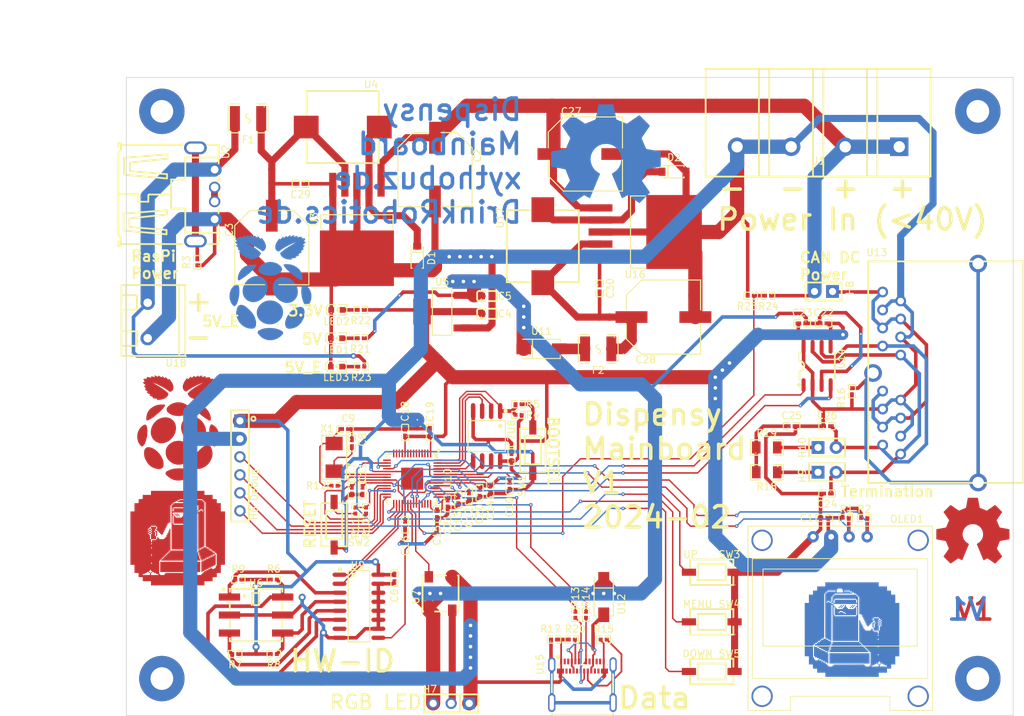
<source format=kicad_pcb>
(kicad_pcb (version 20221018) (generator pcbnew)
  (title_block (title "Dispensy Mainboard") (date "2024-03-04") (rev "1") (company "DrinkRobotics") (comment 1 "https://git.xythobuz.de/thomas/Dispensy") (comment 2 "Licensed under the CERN-OHL-S-2.0+") (comment 3 "PCB Thickness: 1mm") (comment 4 "Copyright (c) 2023 - 2024 Thomas Buck <thomas@xythobuz.de>"))
  (layers (0 "F.Cu" signal) (31 "B.Cu" signal) (34 "B.Paste" user) (35 "F.Paste" user) (36 "B.SilkS" user "B.Silkscreen") (37 "F.SilkS" user "F.Silkscreen") (38 "B.Mask" user) (39 "F.Mask" user) (44 "Edge.Cuts" user))
  (net 0 "")
  (net 1 "GND")
  (net 2 "+3.3V")
  (net 3 "+VDC")
  (net 4 "/EXT_PSU/Vout")
  (net 5 "+5V")
  (net 6 "Net-(U10-XIN)")
  (net 7 "Net-(X1-OSC2)")
  (net 8 "+1V1")
  (net 9 "Net-(U14-CANH)")
  (net 10 "Net-(C25-Pad1)")
  (net 11 "Net-(U14-CANL)")
  (net 12 "/PI/PI_PSU/Vout")
  (net 13 "Net-(U3-OUT)")
  (net 14 "Net-(U16-OUT)")
  (net 15 "/PI/ADC0")
  (net 16 "/PI/ADC1")
  (net 17 "/PI/ADC2")
  (net 18 "/PI/ADC3")
  (net 19 "/PI/IO0")
  (net 20 "/PI/IO1")
  (net 21 "/PI/IO2")
  (net 22 "/PI/IO3")
  (net 23 "/PI/IO4")
  (net 24 "/PI/IO5")
  (net 25 "/PI/IO6")
  (net 26 "/PI/IO7")
  (net 27 "/PI/IO8")
  (net 28 "/PI/IO9")
  (net 29 "/PI/IO10")
  (net 30 "/PI/IO11")
  (net 31 "/PI/IO12")
  (net 32 "/PI/IO13")
  (net 33 "/PI/IO14")
  (net 34 "/PI/IO15")
  (net 35 "/PI/Debug_Clock")
  (net 36 "/PI/Debug_Data")
  (net 37 "/PI/Debug_Tx")
  (net 38 "/PI/Debug_Rx")
  (net 39 "Net-(U7-DO)")
  (net 40 "Net-(H8-Pad1)")
  (net 41 "Net-(H9-Pad1)")
  (net 42 "Net-(H10-Pad1)")
  (net 43 "/PI/I2C_SCL")
  (net 44 "/PI/I2C_SDA")
  (net 45 "Net-(U2-SH1)")
  (net 46 "/PI/SPI_FLASH.SS")
  (net 47 "Net-(R5-Pad1)")
  (net 48 "Net-(U9-D7)")
  (net 49 "Net-(U9-D6)")
  (net 50 "Net-(U9-D5)")
  (net 51 "Net-(U9-D4)")
  (net 52 "Net-(U10-RUN)")
  (net 53 "Net-(R11-Pad2)")
  (net 54 "Net-(U10-XOUT)")
  (net 55 "/PI/USBC.DP")
  (net 56 "Net-(U10-USB_DP)")
  (net 57 "/PI/USBC.DM")
  (net 58 "Net-(U10-USB_DM)")
  (net 59 "Net-(U15-CC2)")
  (net 60 "Net-(R16-Pad1)")
  (net 61 "/PI/USBC.SHIELD")
  (net 62 "Net-(U15-CC1)")
  (net 63 "Net-(U2-D+)")
  (net 64 "/PI/LED_Din")
  (net 65 "/PI/SPI_FLASH.SD1")
  (net 66 "/PI/SPI_FLASH.SD2")
  (net 67 "/PI/SPI_FLASH.SD0")
  (net 68 "/PI/SPI_FLASH.SCLK")
  (net 69 "/PI/SPI_FLASH.SD3")
  (net 70 "/PI/SR_Load")
  (net 71 "/PI/SR_Clock")
  (net 73 "/PI/SR_Data")
  (net 74 "Net-(U10-GPIO24)")
  (net 75 "Net-(U10-GPIO25)")
  (net 76 "/PI/USBC.VBUS")
  (net 87 "Net-(U2-VCC)")
  (net 88 "Net-(U11-A)")
  (net 89 "Net-(LED1-+)")
  (net 90 "Net-(LED2-+)")
  (net 91 "Net-(LED3-+)")
  (footprint "jlc_footprints:HDR-TH_3P-P2.54-V-F" (layer "F.Cu") (at 139.275082 136 180)
    (fp_text reference "H7")
    (fp_text value "WS2812")
  )
  (footprint "jlc_footprints:C0402" (layer "F.Cu") (at 140.275082 107.34763 -90)
    (fp_text reference "C13")
    (fp_text value "1uF")
  )
  (footprint "jlc_footprints:LED0603-RD" (layer "F.Cu") (at 123.101981 88.506858)
    (fp_text reference "LED3")
    (fp_text value "FC-D1608HGK-572C")
  )
  (footprint "jlc_footprints:SW-SMD_L6.1-W3.6-LS6.6" (layer "F.Cu") (at 176 124.5 180)
    (fp_text reference "SW4")
    (fp_text value "MENU")
  )
  (footprint "jlc_footprints:R1206" (layer "F.Cu") (at 183.754966 99.907765)
    (fp_text reference "R19")
    (fp_text value "60R4")
  )
  (footprint "jlc_footprints:TO-263-5_L10.6-W9.6-P1.70-LS15.9-BR" (layer "F.Cu") (at 125.990456 68.034258 90)
    (fp_text reference "U3")
    (fp_text value "LM2576S-5_0_TR")
  )
  (footprint "jlc_footprints:R0402" (layer "F.Cu") (at 127.275082 108.802545 -90)
    (fp_text reference "R10")
    (fp_text value "10K")
  )
  (footprint "jlc_footprints:CAP-SMD_BD10.0-L10.3-W10.3-FD" (layer "F.Cu") (at 158.190482 58.51762)
    (fp_text reference "C27")
    (fp_text value "100uF")
  )
  (footprint "jlc_footprints:CONN-TH_4P-P7.62_L15.2-W31.7-EX4.2" (layer "F.Cu") (at 191 57.5 180)
    (fp_text reference "U1")
    (fp_text value "DBT50G-7_62-4P")
  )
  (footprint "jlc_footprints:R0402" (layer "F.Cu") (at 158.275082 123.5 -90)
    (fp_text reference "R14")
    (fp_text value "27R4")
  )
  (footprint "jlc_footprints:RJ45-TH_DS1129-05-S80BP-X" (layer "F.Cu") (at 206.140469 89.407765 90)
    (fp_text reference "U13")
    (fp_text value "CAN_IO")
  )
  (footprint "jlc_footprints:SOD-123_L2.8-W1.8-LS3.7-RD" (layer "F.Cu") (at 170.690482 61.01762)
    (fp_text reference "D2")
    (fp_text value "MBR340F")
  )
  (footprint "jlc_footprints:C0402" (layer "F.Cu") (at 188.754966 82.407765 180)
    (fp_text reference "C23")
    (fp_text value "47nF")
  )
  (footprint "jlc_footprints:SW-SMD_L6.1-W3.6-LS6.6" (layer "F.Cu") (at 176 117.5 180)
    (fp_text reference "SW3")
    (fp_text value "UP")
  )
  (footprint "jlc_footprints:F1812" (layer "F.Cu") (at 110.646558 53.5 180)
    (fp_text reference "F1")
    (fp_text value "ASMD1812-350-16V")
  )
  (footprint "jlc_footprints:C0402" (layer "F.Cu") (at 126.775082 106 -90)
    (fp_text reference "C11")
    (fp_text value "100nF")
  )
  (footprint "jlc_footprints:CAP-SMD_BD10.0-L10.3-W10.3-FD" (layer "F.Cu") (at 136.990456 60.717646 -90)
    (fp_text reference "C2")
    (fp_text value "100uF")
  )
  (footprint "jlc_footprints:R0402" (layer "F.Cu") (at 114.275082 118.53813)
    (fp_text reference "R6")
    (fp_text value "10K")
  )
  (footprint "jlc_footprints:C0402" (layer "F.Cu") (at 191.874904 109.82738 180)
    (fp_text reference "C1")
    (fp_text value "100nF")
  )
  (footprint "jlc_footprints:R0402" (layer "F.Cu") (at 156.775082 123.5 -90)
    (fp_text reference "R13")
    (fp_text value "27R4")
  )
  (footprint "jlc_footprints:C0402" (layer "F.Cu") (at 138.775082 107.802545 -90)
    (fp_text reference "C21")
    (fp_text value "100nF")
  )
  (footprint "jlc_footprints:C0402" (layer "F.Cu") (at 192.254966 96.907765)
    (fp_text reference "C26")
    (fp_text value "100pF")
  )
  (footprint "jlc_footprints:HDR-TH_6P-P2.54-V-F" (layer "F.Cu") (at 109.5 102.5 -90)
    (fp_text reference "H6")
    (fp_text value "Debug")
  )
  (footprint "jlc_footprints:C0402" (layer "F.Cu") (at 132.775082 110.802545 -90)
    (fp_text reference "C16")
    (fp_text value "100nF")
  )
  (footprint "jlc_footprints:R0402" (layer "F.Cu") (at 126.601981 88.506858 180)
    (fp_text reference "R23")
    (fp_text value "1K")
  )
  (footprint "jlc_footprints:SOT-223-4_L6.5-W3.5-P2.30-LS7.0-BR" (layer "F.Cu") (at 138 80.75)
    (fp_text reference "U5")
    (fp_text value "AMS1117-3_3_C347222")
  )
  (footprint "jlc_footprints:SOIC-8_L5.0-W4.0-P1.27-LS6.0-BL" (layer "F.Cu") (at 190.849962 88.407765)
    (fp_text reference "U14")
    (fp_text value "TJA1042T_3_1J")
  )
  (footprint "jlc_footprints:CONN-TH_XY300V-A-5.0-2P" (layer "F.Cu") (at 96.5 82 90)
    (fp_text reference "U18")
    (fp_text value "XY300V-A-5_0-2P")
  )
  (footprint "jlc_footprints:LED-SMD_4P-L5.0-W5.0-LS5.4-TL-1" (layer "F.Cu") (at 137.775082 120.5 90)
    (fp_text reference "U7")
    (fp_text value "WS2812E-V5")
  )
  (footprint "MountingHole:MountingHole_3.2mm_M3_Pad_TopBottom" (layer "F.Cu") (at 213.5 52.5)
    (fp_text reference "H12" hide)
    (fp_text value "MountingHole" hide)
  )
  (footprint "jlc_footprints:R0402" (layer "F.Cu") (at 103.490456 73.784829 90)
    (fp_text reference "R3")
    (fp_text value "1M")
  )
  (footprint "jlc_footprints:LED0603-RD" (layer "F.Cu") (at 123.169164 80.503429)
    (fp_text reference "LED2")
    (fp_text value "FC-D1608HGK-572C")
  )
  (footprint "jlc_footprints:C0402" (layer "F.Cu") (at 147.775082 101.25746 90)
    (fp_text reference "C7")
    (fp_text value "100nF")
  )
  (footprint "jlc_footprints:C0402" (layer "F.Cu") (at 124.320167 97.302545 180)
    (fp_text reference "C9")
    (fp_text value "27p")
  )
  (footprint "jlc_footprints:HDR-TH_2P-P2.54-V-M-1" (layer "F.Cu") (at 191.754966 77.907765 180)
    (fp_text reference "H8")
    (fp_text value "PWR")
  )
  (footprint "jlc_footprints:R0402" (layer "F.Cu") (at 194.874904 109.82738 180)
    (fp_text reference "R1")
    (fp_text value "10K")
  )
  (footprint "jlc_footprints:R0402" (layer "F.Cu") (at 156.275082 127 180)
    (fp_text reference "R20")
    (fp_text value "5K1")
  )
  (footprint "jlc_footprints:C0402" (layer "F.Cu") (at 132.775082 97.802545 90)
    (fp_text reference "C18")
    (fp_text value "100nF")
  )
  (footprint "jlc_footprints:USB-C-SMD_TYPE-C-USB-18" (layer "F.Cu") (at 157.775082 133)
    (fp_text reference "U15")
    (fp_text value "USB-C")
  )
  (footprint "jlc_footprints:C0402" (layer "F.Cu") (at 141.775082 106.802545 -90)
    (fp_text reference "C12")
    (fp_text value "1uF")
  )
  (footprint "jlc_footprints:OSC-SMD_2P-L5.0-W3.2" (layer "F.Cu") (at 122.775082 101.302545 90)
    (fp_text reference "X1")
    (fp_text value "12MHz")
  )
  (footprint "jlc_footprints:SW-SMD_L6.1-W3.6-LS6.6" (layer "F.Cu") (at 150.775082 100.302545 -90)
    (fp_text reference "SW1")
    (fp_text value "BOOTSEL")
  )
  (footprint "MountingHole:MountingHole_3.2mm_M3_Pad_TopBottom" (layer "F.Cu") (at 98.5 52.5)
    (fp_text reference "H11" hide)
    (fp_text value "MountingHole" hide)
  )
  (footprint "jlc_footprints:TO-263-5_L10.6-W9.6-P1.70-LS15.9-BR" (layer "F.Cu") (at 165.507094 69.51762 180)
    (fp_text reference "U16")
    (fp_text value "LM2576S-5_0_TR")
  )
  (footprint "jlc_footprints:R0402" (layer "F.Cu") (at 183.932817 78.5 180)
    (fp_text reference "R24")
    (fp_text value "147K")
  )
  (footprint "jlc_footprints:R0402" (layer "F.Cu") (at 125.775082 108.802545 -90)
    (fp_text reference "R11")
    (fp_text value "1K")
  )
  (footprint "jlc_footprints:R0402" (layer "F.Cu") (at 122.842265 105.302545)
    (fp_text reference "R12")
    (fp_text value "1K")
  )
  (footprint "jlc_footprints:SW-SMD_L6.1-W3.6-LS6.6" (layer "F.Cu") (at 122.775082 110.802545 -90)
    (fp_text reference "SW2")
    (fp_text value "RESET")
  )
  (footprint "jlc_footprints:R0402" (layer "F.Cu") (at 153.775082 127)
    (fp_text reference "R17")
    (fp_text value "1M")
  )
  (footprint "jlc_footprints:R0402" (layer "F.Cu") (at 148.775082 95.302545 180)
    (fp_text reference "R4")
    (fp_text value "10K")
  )
  (footprint "jlc_footprints:R0402" (layer "F.Cu") (at 160.775082 127 180)
    (fp_text reference "R15")
    (fp_text value "5K1")
  )
  (footprint "jlc_footprints:C0402" (layer "F.Cu") (at 143.275082 106.302545 -90)
    (fp_text reference "C20")
    (fp_text value "100nF")
  )
  (footprint "jlc_footprints:SOIC-8_L5.3-W5.3-P1.27-LS8.0-BL" (layer "F.Cu") (at 144.275082 98.302545 180)
    (fp_text reference "U8")
    (fp_text value "W25Q128JVSIQ")
  )
  (footprint "jlc_footprints:C0402" (layer "F.Cu") (at 192.254966 106.407765 180)
    (fp_text reference "C24")
    (fp_text value "100pF")
  )
  (footprint "jlc_footprints:R0402" (layer "F.Cu") (at 126.534798 80.503429 180)
    (fp_text reference "R22")
    (fp_text value "1K")
  )
  (footprint "jlc_footprints:LED0603-RD" (layer "F.Cu") (at 123.101981 84.503429)
    (fp_text reference "LED1")
    (fp_text value "FC-D1608HGK-572C")
  )
  (footprint "jlc_footprints:SMA_L4.4-W2.8-LS5.4-R-RD" (layer "F.Cu") (at 152 86)
    (fp_text reference "U11")
    (fp_text value "SS54_C22452")
  )
  (footprint "jlc_footprints:F1812" (layer "F.Cu") (at 160 86 180)
    (fp_text reference "F2")
    (fp_text value "ASMD1812-350-16V")
  )
  (footprint "MountingHole:MountingHole_3.2mm_M3_Pad_TopBottom" (layer "F.Cu") (at 213.5 132.5)
    (fp_text reference "H14" hide)
    (fp_text value "MountingHole" hide)
  )
  (footprint "jlc_footprints:CAP-SMD_BD10.0-L10.3-W10.3-LS11.3-FD" (layer "F.Cu") (at 113.990456 71.717646 -90)
    (fp_text reference "C3")
    (fp_text value "1000uF")
  )
  (footprint "jlc_footprints:CAP-SMD_BD10.0-L10.3-W10.3-LS11.3-FD" (layer "F.Cu") (at 169.190482 81.51762)
    (fp_text reference "C28")
    (fp_text value "1000uF")
  )
  (footprint "jlc_footprints:C0402" (layer "F.Cu") (at 147.5 105.302545 -90)
    (fp_text reference "C10")
    (fp_text value "100nF")
  )
  (footprint "jlc_footprints:C0603" (layer "F.Cu") (at 144.3349 78.549975)
    (fp_text reference "C5")
    (fp_text value "10uF")
  )
  (footprint "jlc_footprints:C0402" (layer "F.Cu") (at 136.275082 97.802545 90)
    (fp_text reference "C19")
    (fp_text value "100nF")
  )
  (footprint "jlc_footprints:R0402" (layer "F.Cu") (at 181.5 78.5 180)
    (fp_text reference "R25")
    (fp_text value "10K")
  )
  (footprint "jlc_footprints:C0402" (layer "F.Cu") (at 137.275082 109.302545 -90)
    (fp_text reference "C15")
    (fp_text value "100nF")
  )
  (footprint "jlc_footprints:R0402" (layer "F.Cu") (at 195.754966 91.974948 -90)
    (fp_text reference "R16")
    (fp_text value "1M")
  )
  (footprint "jlc_footprints:SMA_L4.4-W2.8-LS5.4-R-RD" (layer "F.Cu") (at 160.775082 121 -90)
    (fp_text reference "U12")
    (fp_text value "SS54_C22452")
  )
  (footprint "jlc_footprints:R0402" (layer "F.Cu") (at 148.775082 93.802545 180)
    (fp_text reference "R5")
    (fp_text value "1K")
  )
  (footprint "jlc_footprints:SW-SMD_SM_SKCR-16S" (layer "F.Cu") (at 111.775082 123.53813 90)
    (fp_text reference "U6")
    (fp_text value "SKCR-16S")
  )
  (footprint "jlc_footprints:C0603" (layer "F.Cu") (at 144.3349 81.049975)
    (fp_text reference "C4")
    (fp_text value "10uF")
  )
  (footprint "jlc_footprints:C0402" (layer "F.Cu") (at 187.254966 96.907765)
    (fp_text reference "C25")
    (fp_text value "4.7nF")
  )
  (footprint "jlc_footprints:C0402" (layer "F.Cu") (at 144.775082 105.84763 -90)
    (fp_text reference "C14")
    (fp_text value "100nF")
  )
  (footprint "jlc_footprints:R1206" (layer "F.Cu") (at 183.754966 103.407765 180)
    (fp_text reference "R18")
    (fp_text value "60R4")
  )
  (footprint "jlc_footprints:USB-A-TH_USB-302-T" (layer "F.Cu") (at 104.581769 64.217646 -90)
    (fp_text reference "U2")
    (fp_text value "USB-A")
  )
  (footprint "jlc_footprints:C0402" (layer "F.Cu") (at 131.275082 118.34763 90)
    (fp_text reference "C6")
    (fp_text value "100nF")
  )
  (footprint "jlc_footprints:SOIC-16_L9.9-W3.9-P1.27-LS6.0-BL" (layer "F.Cu") (at 126.275082 122.302545 -90)
    (fp_text reference "U9")
    (fp_text value "74HC165D,653")
  )
  (footprint "jlc_footprints:R0402" (layer "F.Cu") (at 197.5 109.845 180)
    (fp_text reference "R2")
    (fp_text value "10K")
  )
  (footprint "MountingHole:MountingHole_3.2mm_M3_Pad_TopBottom" (layer "F.Cu") (at 98.5 132.5)
    (fp_text reference "H13" hide)
    (fp_text value "MountingHole" hide)
  )
  (footprint "jlc_footprints:SOD-123_L2.8-W1.8-LS3.7-RD" (layer "F.Cu") (at 134.490456 73.217646 -90)
    (fp_text reference "D1")
    (fp_text value "MBR340F")
  )
  (footprint "jlc_footprints:SW-SMD_L6.1-W3.6-LS6.6" (layer "F.Cu") (at 176 131.5 180)
    (fp_text reference "SW5")
    (fp_text value "DOWN")
  )
  (footprint "jlc_footprints:IND-SMD_L11.5-W10.0_YSPI1050" (layer "F.Cu") (at 152.190482 71.51762 -90)
    (fp_text reference "U17")
    (fp_text value "100uH")
  )
  (footprint "jlc_footprints:LQFN-56_L7.0-W7.0-P0.4-EP" (layer "F.Cu") (at 133.774955 104.302545 -90)
    (fp_text reference "U10")
    (fp_text value "RP2040")
  )
  (footprint "jlc_footprints:IND-SMD_L11.5-W10.0_YSPI1050" (layer "F.Cu") (at 123.990456 54.717646 180)
    (fp_text reference "U4")
    (fp_text value "100uH")
  )
  (footprint "jlc_footprints:R0402" (layer "F.Cu") (at 114.275082 129.03813)
    (fp_text reference "R8")
    (fp_text value "10K")
  )
  (footprint "jlc_footprints:R0402" (layer "F.Cu") (at 126.534798 84.503429 180)
    (fp_text reference "R21")
    (fp_text value "1K")
  )
  (footprint "jlc_footprints:C0402" (layer "F.Cu") (at 125.275082 99.302545 -90)
    (fp_text reference "C8")
    (fp_text value "27p")
  )
  (footprint "jlc_footprints:C0402" (layer "F.Cu") (at 118.035541 62.717646 180)
    (fp_text reference "C29")
    (fp_text value "100nF")
  )
  (footprint "jlc_footprints:R0402" (layer "F.Cu") (at 109.275082 118.53813 180)
    (fp_text reference "R9")
    (fp_text value "10K")
  )
  (footprint "extern:SSD1306_0.96_Oled" (layer "F.Cu") (at 181.095 137)
    (fp_text reference "OLED1")
    (fp_text value "SSD1306")
  )
  (footprint "jlc_footprints:C0402" (layer "F.Cu") (at 191.754966 82.407765)
    (fp_text reference "C22")
    (fp_text value "100nF")
  )
  (footprint "jlc_footprints:C0402" (layer "F.Cu") (at 125.275082 106 -90)
    (fp_text reference "C17")
    (fp_text value "100nF")
  )
  (footprint "jlc_footprints:HDR-TH_2P-P2.54-V-M-1" (layer "F.Cu") (at 192.254966 99.907765)
    (fp_text reference "H10")
    (fp_text value "T_CL")
  )
  (footprint "jlc_footprints:R0402" (layer "F.Cu") (at 108.842265 129.03813 180)
    (fp_text reference "R7")
    (fp_text value "10K")
  )
  (footprint "jlc_footprints:HDR-TH_2P-P2.54-V-M-1" (layer "F.Cu") (at 192.254966 103.407765)
    (fp_text reference "H9")
    (fp_text value "T_CH")
  )
  (footprint "jlc_footprints:C0402" (layer "F.Cu") (at 160.190482 77.472535 -90)
    (fp_text reference "C30")
    (fp_text value "100nF")
  )
  (gr_poly (pts (xy 100.959076 98.965501) (xy 101.058024 98.972942) (xy 101.156506 98.985345) (xy 101.254291 99.002708) (xy 101.351145 99.025032) (xy 101.446837 99.052317) (xy 101.541134 99.084563) (xy 101.633802 99.12177) (xy 101.724611 99.163938) (xy 101.813326 99.211067) (xy 101.899717 99.263157) (xy 101.983549 99.320208) (xy 102.06459 99.38222) (xy 102.142609 99.449192) (xy 102.217372 99.521126) (xy 102.288647 99.598021) (xy 102.346164 99.66342) (xy 102.399661 99.730545) (xy 102.449146 99.799258) (xy 102.494629 99.869425) (xy 102.53612 99.94091) (xy 102.573629 100.013576) (xy 102.607166 100.08729) (xy 102.636739 100.161914) (xy 102.662359 100.237313) (xy 102.684036 100.313351) (xy 102.701779 100.389894) (xy 102.715598 100.466805) (xy 102.725502 100.543948) (xy 102.731501 100.621188) (xy 102.733605 100.698389) (xy 102.731824 100.775416) (xy 102.726167 100.852133) (xy 102.716644 100.928405) (xy 102.703265 101.004094) (xy 102.686039 101.079067) (xy 102.664976 101.153188) (xy 102.640085 101.226319) (xy 102.611377 101.298327) (xy 102.578862 101.369076) (xy 102.542548 101.438429) (xy 102.502445 101.506251) (xy 102.458564 101.572406) (xy 102.410913 101.63676) (xy 102.359503 101.699175) (xy 102.304343 101.759517) (xy 102.245443 101.81765) (xy 102.182813 101.873438) (xy 102.117106 101.926455) (xy 102.049074 101.976352) (xy 101.978872 102.023109) (xy 101.906654 102.066708) (xy 101.832576 102.107129) (xy 101.756793 102.144352) (xy 101.60073 102.209128) (xy 101.439706 102.260882) (xy 101.274962 102.299459) (xy 101.107737 102.324703) (xy 100.939271 102.336459) (xy 100.770806 102.334573) (xy 100.603581 102.318889) (xy 100.438837 102.289253) (xy 100.357782 102.269154) (xy 100.277813 102.245509) (xy 100.199084 102.218298) (xy 100.12175 102.187502) (xy 100.045967 102.153102) (xy 99.971889 102.115078) (xy 99.899671 102.07341) (xy 99.829468 102.02808) (xy 99.761436 101.979069) (xy 99.69573 101.926355) (xy 99.600232 101.845727) (xy 99.512175 101.762541) (xy 99.43156 101.676719) (xy 99.358386 101.588185) (xy 99.32459 101.542876) (xy 99.292654 101.49686) (xy 99.262578 101.450126) (xy 99.234363 101.402666) (xy 99.208008 101.35447) (xy 99.183513 101.305528) (xy 99.160879 101.255829) (xy 99.140105 101.205366) (xy 99.121191 101.154127) (xy 99.104138 101.102103) (xy 99.088945 101.049285) (xy 99.075613 100.995663) (xy 99.064141 100.941226) (xy 99.054529 100.885966) (xy 99.046777 100.829873) (xy 99.040886 100.772937) (xy 99.034685 100.656497) (xy 99.035925 100.536569) (xy 99.044607 100.413075) (xy 99.06073 100.285938) (xy 99.076538 100.222371) (xy 99.094177 100.160636) (xy 99.113619 100.100702) (xy 99.134834 100.042542) (xy 99.157793 99.986126) (xy 99.182467 99.931425) (xy 99.208826 99.87841) (xy 99.236843 99.827052) (xy 99.266488 99.777321) (xy 99.297731 99.729189) (xy 99.330544 99.682627) (xy 99.364897 99.637606) (xy 99.43811 99.552068) (xy 99.517136 99.472345) (xy 99.601743 99.398202) (xy 99.691699 99.329408) (xy 99.786771 99.265729) (xy 99.886726 99.206934) (xy 99.991332 99.15279) (xy 100.100356 99.103065) (xy 100.213566 99.057525) (xy 100.330729 99.015938) (xy 100.360508 99.015344) (xy 100.390364 99.013664) (xy 100.420375 99.011055) (xy 100.450619 99.00767) (xy 100.512114 98.999195) (xy 100.575469 98.989479) (xy 100.641305 98.979764) (xy 100.710241 98.971289) (xy 100.746066 98.967904) (xy 100.782898 98.965294) (xy 100.820816 98.963615) (xy 100.859896 98.963021)) (fill solid) (layer "F.Cu"))
  (gr_poly (pts (xy 102.763514 95.517533) (xy 102.850607 95.523181) (xy 102.938426 95.533876) (xy 103.026827 95.549726) (xy 103.115663 95.570837) (xy 103.20479 95.597317) (xy 103.294063 95.629271) (xy 103.372653 95.66057) (xy 103.449635 95.694874) (xy 103.52495 95.732084) (xy 103.59854 95.772104) (xy 103.670348 95.814838) (xy 103.740315 95.860187) (xy 103.808382 95.908056) (xy 103.874492 95.958346) (xy 103.938587 96.010963) (xy 104.000609 96.065808) (xy 104.060498 96.122784) (xy 104.118198 96.181795) (xy 104.17365 96.242745) (xy 104.226796 96.305535) (xy 104.277578 96.370069) (xy 104.325937 96.43625) (xy 104.371816 96.503982) (xy 104.415157 96.573167) (xy 104.4559 96.643709) (xy 104.493989 96.71551) (xy 104.529365 96.788474) (xy 104.561969 96.862503) (xy 104.591744 96.937502) (xy 104.618632 97.013373) (xy 104.642575 97.090019) (xy 104.663513 97.167343) (xy 104.68139 97.245248) (xy 104.696147 97.323638) (xy 104.707726 97.402415) (xy 104.716068 97.481484) (xy 104.721116 97.560745) (xy 104.722812 97.640104) (xy 104.720047 97.743026) (xy 104.711856 97.843361) (xy 104.698395 97.941002) (xy 104.679817 98.035842) (xy 104.656278 98.127776) (xy 104.627934 98.216697) (xy 104.594939 98.302498) (xy 104.557447 98.385072) (xy 104.515615 98.464313) (xy 104.469598 98.540114) (xy 104.419549 98.612369) (xy 104.365625 98.680971) (xy 104.30798 98.745813) (xy 104.246769 98.80679) (xy 104.182148 98.863794) (xy 104.114271 98.916719) (xy 104.043293 98.965458) (xy 103.96937 99.009904) (xy 103.892656 99.049952) (xy 103.813307 99.085494) (xy 103.731478 99.116424) (xy 103.647323 99.142635) (xy 103.560997 99.164021) (xy 103.472656 99.180475) (xy 103.382455 99.191891) (xy 103.290549 99.198161) (xy 103.197092 99.19918) (xy 103.10224 99.194841) (xy 103.006147 99.185037) (xy 102.90897 99.169662) (xy 102.810862 99.148608) (xy 102.711979 99.121771) (xy 102.623475 99.09001) (xy 102.536628 99.054346) (xy 102.451545 99.014902) (xy 102.368331 98.971805) (xy 102.287094 98.925182) (xy 102.20794 98.875157) (xy 102.130977 98.821858) (xy 102.056309 98.76541) (xy 101.984044 98.705938) (xy 101.914289 98.643569) (xy 101.84715 98.57843) (xy 101.782734 98.510645) (xy 101.721147 98.440341) (xy 101.662496 98.367643) (xy 101.606887 98.292678) (xy 101.554427 98.215572) (xy 101.505223 98.136451) (xy 101.459381 98.05544) (xy 101.417008 97.972666) (xy 101.378211 97.888254) (xy 101.343095 97.802331) (xy 101.311768 97.715022) (xy 101.284336 97.626453) (xy 101.260905 97.536751) (xy 101.241583 97.446041) (xy 101.226476 97.354449) (xy 101.21569 97.262102) (xy 101.209332 97.169125) (xy 101.207509 97.075644) (xy 101.210327 96.981785) (xy 101.217893 96.887674) (xy 101.230313 96.793437) (xy 101.247497 96.705243) (xy 101.269187 96.619327) (xy 101.295236 96.535793) (xy 101.325501 96.45475) (xy 101.359835 96.376304) (xy 101.398094 96.300561) (xy 101.440131 96.227627) (xy 101.485801 96.157611) (xy 101.53496 96.090617) (xy 101.587462 96.026753) (xy 101.643161 95.966125) (xy 101.701912 95.90884) (xy 101.76357 95.855005) (xy 101.82799 95.804725) (xy 101.895026 95.758108) (xy 101.964532 95.71526) (xy 102.036364 95.676288) (xy 102.110376 95.641298) (xy 102.186423 95.610398) (xy 102.264359 95.583692) (xy 102.344039 95.561289) (xy 102.425318 95.543294) (xy 102.50805 95.529815) (xy 102.592091 95.520957) (xy 102.677294 95.516828)) (fill solid) (layer "F.Cu"))
  (gr_poly (pts (xy 102.319122 109.278461) (xy 102.325662 109.346004) (xy 102.393206 109.352544) (xy 102.46075 109.359083) (xy 102.467289 109.426627) (xy 102.473829 109.494171) (xy 102.541373 109.50071) (xy 102.608916 109.50725) (xy 102.615549 109.576042) (xy 102.622181 109.644833) (xy 102.471333 109.644833) (xy 102.471333 109.496667) (xy 102.323167 109.496667) (xy 102.323167 109.644833) (xy 102.174999 109.644833) (xy 102.174999 109.496667) (xy 102.024151 109.496667) (xy 102.030784 109.427875) (xy 102.037416 109.359083) (xy 102.10496 109.352544) (xy 102.146727 109.3485) (xy 102.174999 109.3485) (xy 102.174999 109.496667) (xy 102.323167 109.496667) (xy 102.323167 109.3485) (xy 102.174999 109.3485) (xy 102.146727 109.3485) (xy 102.172504 109.346004) (xy 102.179043 109.278461) (xy 102.185583 109.210917) (xy 102.312583 109.210917)) (fill solid) (layer "F.Cu"))
  (gr_poly (pts (xy 98.573524 93.846511) (xy 98.699408 93.853462) (xy 98.826532 93.865683) (xy 98.954896 93.883021) (xy 98.954591 93.89775) (xy 98.953695 93.912179) (xy 98.952236 93.926317) (xy 98.950245 93.940175) (xy 98.94478 93.967085) (xy 98.937533 93.992988) (xy 98.928735 94.017961) (xy 98.918619 94.042081) (xy 98.907418 94.065426) (xy 98.895365 94.088073) (xy 98.882691 94.1101) (xy 98.86963 94.131584) (xy 98.843275 94.173236) (xy 98.81816 94.213647) (xy 98.806649 94.233581) (xy 98.796146 94.253437) (xy 98.725491 94.34152) (xy 98.652589 94.427277) (xy 98.577671 94.510863) (xy 98.50097 94.592435) (xy 98.422719 94.672145) (xy 98.34315 94.750151) (xy 98.18099 94.901666) (xy 98.016348 95.048221) (xy 97.851087 95.191054) (xy 97.526146 95.470521) (xy 97.426927 95.547518) (xy 97.327708 95.620175) (xy 97.228489 95.689112) (xy 97.129271 95.754948) (xy 97.030052 95.818303) (xy 96.930833 95.879798) (xy 96.732396 95.999687) (xy 96.693923 96.010165) (xy 96.657775 96.021495) (xy 96.623798 96.03329) (xy 96.591836 96.045163) (xy 96.533338 96.06759) (xy 96.506493 96.07737) (xy 96.481042 96.085677) (xy 96.456832 96.092124) (xy 96.433706 96.096323) (xy 96.422502 96.097458) (xy 96.411511 96.097886) (xy 96.400714 96.097558) (xy 96.390091 96.096426) (xy 96.379624 96.094441) (xy 96.369292 96.091556) (xy 96.359076 96.08772) (xy 96.348957 96.082887) (xy 96.338916 96.077007) (xy 96.328932 96.070032) (xy 96.318988 96.061914) (xy 96.309063 96.052604) (xy 96.302267 95.924279) (xy 96.301828 95.797426) (xy 96.3079 95.672279) (xy 96.320638 95.549069) (xy 96.340198 95.42803) (xy 96.366734 95.309394) (xy 96.400401 95.193393) (xy 96.441354 95.08026) (xy 96.489749 94.970228) (xy 96.545741 94.863529) (xy 96.609484 94.760396) (xy 96.681133 94.661061) (xy 96.760844 94.565757) (xy 96.848771 94.474716) (xy 96.94507 94.388171) (xy 97.049896 94.306354) (xy 97.159657 94.230674) (xy 97.270658 94.16228) (xy 97.382899 94.101018) (xy 97.49638 94.046732) (xy 97.611102 93.999267) (xy 97.727064 93.958468) (xy 97.844266 93.924181) (xy 97.962708 93.89625) (xy 98.082391 93.87452) (xy 98.203314 93.858836) (xy 98.325477 93.849043) (xy 98.44888 93.844987)) (fill solid) (layer "F.Cu"))
  (gr_poly (pts (xy 105.529172 96.648433) (xy 105.543167 96.649694) (xy 105.557568 96.652089) (xy 105.572396 96.655627) (xy 105.58767 96.660319) (xy 105.603408 96.666173) (xy 105.619631 96.673199) (xy 105.636358 96.681408) (xy 105.653609 96.690808) (xy 105.671401 96.70141) (xy 105.689756 96.713222) (xy 105.708692 96.726256) (xy 105.728229 96.740521) (xy 105.777215 96.771058) (xy 105.824942 96.803127) (xy 105.871389 96.836707) (xy 105.916538 96.871779) (xy 105.960369 96.908324) (xy 106.002863 96.946322) (xy 106.044001 96.985755) (xy 106.083763 97.026602) (xy 106.122129 97.068844) (xy 106.159081 97.112462) (xy 106.194599 97.157437) (xy 106.228664 97.203748) (xy 106.261255 97.251378) (xy 106.292355 97.300306) (xy 106.321943 97.350513) (xy 106.35 97.401979) (xy 106.376507 97.454686) (xy 106.401444 97.508614) (xy 106.424792 97.563743) (xy 106.446531 97.620054) (xy 106.466643 97.677528) (xy 106.485108 97.736145) (xy 106.501906 97.795886) (xy 106.517018 97.856732) (xy 106.530425 97.918663) (xy 106.542107 97.98166) (xy 106.552045 98.045703) (xy 106.560219 98.110773) (xy 106.566611 98.176851) (xy 106.571201 98.243917) (xy 106.573969 98.311953) (xy 106.574896 98.380937) (xy 106.573035 98.460894) (xy 106.567454 98.541858) (xy 106.558152 98.623597) (xy 106.54513 98.705878) (xy 106.528387 98.78847) (xy 106.507923 98.87114) (xy 106.483738 98.953654) (xy 106.455833 99.035781) (xy 106.424207 99.117287) (xy 106.38886 99.197941) (xy 106.349793 99.27751) (xy 106.307005 99.355761) (xy 106.260496 99.432462) (xy 106.210267 99.50738) (xy 106.156316 99.580282) (xy 106.098646 99.650937) (xy 106.069474 99.678842) (xy 106.055305 99.691399) (xy 106.041388 99.703027) (xy 106.027703 99.713724) (xy 106.014232 99.72349) (xy 106.000954 99.732327) (xy 105.987851 99.740234) (xy 105.974903 99.74721) (xy 105.96209 99.753256) (xy 105.949394 99.758372) (xy 105.936795 99.762558) (xy 105.924273 99.765813) (xy 105.911809 99.768139) (xy 105.899384 99.769534) (xy 105.886979 99.769999) (xy 105.874573 99.769534) (xy 105.862148 99.768139) (xy 105.849685 99.765813) (xy 105.837163 99.762558) (xy 105.824563 99.758372) (xy 105.811867 99.753256) (xy 105.799055 99.74721) (xy 105.786107 99.740234) (xy 105.773003 99.732327) (xy 105.759726 99.72349) (xy 105.746255 99.713724) (xy 105.73257 99.703027) (xy 105.718653 99.691399) (xy 105.704484 99.678842) (xy 105.675313 99.650937) (xy 105.646167 99.610642) (xy 105.618262 99.569185) (xy 105.591597 99.526642) (xy 105.566172 99.483092) (xy 105.541988 99.438611) (xy 105.519043 99.393278) (xy 105.497339 99.34717) (xy 105.476875 99.300364) (xy 105.457652 99.252938) (xy 105.439668 99.204969) (xy 105.422925 99.156536) (xy 105.407422 99.107714) (xy 105.39316 99.058583) (xy 105.380137 99.009219) (xy 105.368355 98.9597) (xy 105.357813 98.910104) (xy 105.329288 98.810278) (xy 105.303243 98.709289) (xy 105.279678 98.607215) (xy 105.258594 98.504134) (xy 105.239991 98.400122) (xy 105.223867 98.295258) (xy 105.210225 98.189618) (xy 105.199063 98.083281) (xy 105.190381 97.976323) (xy 105.18418 97.868824) (xy 105.180459 97.760859) (xy 105.179219 97.652506) (xy 105.180459 97.543843) (xy 105.18418 97.434948) (xy 105.190381 97.325898) (xy 105.199063 97.21677) (xy 105.19967 97.196332) (xy 105.20144 97.174809) (xy 105.204295 97.152355) (xy 105.208158 97.129127) (xy 105.212951 97.105278) (xy 105.218597 97.080964) (xy 105.225017 97.056341) (xy 105.232136 97.031562) (xy 105.239874 97.006783) (xy 105.248156 96.982159) (xy 105.266036 96.933997) (xy 105.285156 96.888315) (xy 105.294988 96.866792) (xy 105.304897 96.846354) (xy 105.324766 96.808539) (xy 105.33475 96.791052) (xy 105.344791 96.774524) (xy 105.35491 96.758964) (xy 105.365126 96.744383) (xy 105.375458 96.730791) (xy 105.385925 96.718196) (xy 105.396548 96.706609) (xy 105.407345 96.69604) (xy 105.418336 96.686498) (xy 105.42954 96.677992) (xy 105.440977 96.670533) (xy 105.452665 96.66413) (xy 105.464625 96.658793) (xy 105.476876 96.654531) (xy 105.489436 96.651355) (xy 105.502326 96.649273) (xy 105.515565 96.648296)) (fill solid) (layer "F.Cu"))
  (gr_poly (pts (xy 99.076865 95.658364) (xy 99.170317 95.66443) (xy 99.261647 95.675573) (xy 99.350729 95.691676) (xy 99.437438 95.712625) (xy 99.521646 95.738302) (xy 99.603229 95.76859) (xy 99.682059 95.803375) (xy 99.758012 95.84254) (xy 99.830962 95.885967) (xy 99.900781 95.933542) (xy 99.967346 95.985147) (xy 100.030528 96.040667) (xy 100.090203 96.099985) (xy 100.146244 96.162985) (xy 100.198526 96.229551) (xy 100.246923 96.299566) (xy 100.291308 96.372914) (xy 100.331556 96.449479) (xy 100.367541 96.529145) (xy 100.399136 96.611795) (xy 100.426216 96.697313) (xy 100.448655 96.785583) (xy 100.466327 96.876488) (xy 100.479105 96.969913) (xy 100.486865 97.06574) (xy 100.489479 97.163854) (xy 100.487325 97.253128) (xy 100.480927 97.342267) (xy 100.470382 97.431134) (xy 100.455786 97.519595) (xy 100.437238 97.607512) (xy 100.414833 97.694752) (xy 100.358841 97.866653) (xy 100.288587 98.034214) (xy 100.204846 98.196349) (xy 100.108391 98.351973) (xy 100 98.5) (xy 99.880447 98.639345) (xy 99.750506 98.768924) (xy 99.610954 98.887651) (xy 99.462565 98.99444) (xy 99.385299 99.043019) (xy 99.306115 99.088207) (xy 99.225109 99.129868) (xy 99.142378 99.167866) (xy 99.05802 99.202066) (xy 98.97213 99.232332) (xy 98.884807 99.258529) (xy 98.796146 99.280521) (xy 98.70718 99.297748) (xy 98.618961 99.309821) (xy 98.531613 99.316855) (xy 98.445263 99.318968) (xy 98.360037 99.316274) (xy 98.276062 99.308891) (xy 98.193462 99.296934) (xy 98.112364 99.28052) (xy 98.032893 99.259766) (xy 97.955177 99.234787) (xy 97.87934 99.205699) (xy 97.805509 99.17262) (xy 97.733809 99.135665) (xy 97.664367 99.09495) (xy 97.597309 99.050593) (xy 97.532761 99.002708) (xy 97.470847 98.951413) (xy 97.411696 98.896823) (xy 97.355431 98.839055) (xy 97.30218 98.778226) (xy 97.252069 98.714451) (xy 97.205222 98.647846) (xy 97.161767 98.578529) (xy 97.121829 98.506614) (xy 97.085535 98.43222) (xy 97.053009 98.355461) (xy 97.024379 98.276454) (xy 96.99977 98.195316) (xy 96.979308 98.112162) (xy 96.963118 98.027109) (xy 96.951328 97.940273) (xy 96.944063 97.851771) (xy 96.941256 97.762496) (xy 96.942693 97.673358) (xy 96.948278 97.58449) (xy 96.957912 97.49603) (xy 96.9715 97.408112) (xy 96.988944 97.320873) (xy 97.035013 97.148971) (xy 97.095345 96.98141) (xy 97.169165 96.819275) (xy 97.255697 96.663652) (xy 97.354167 96.515625) (xy 97.463798 96.376279) (xy 97.583817 96.2467) (xy 97.713447 96.127974) (xy 97.851914 96.021184) (xy 97.924219 95.972605) (xy 97.998443 95.927418) (xy 98.074488 95.885757) (xy 98.152258 95.847758) (xy 98.231655 95.813558) (xy 98.312584 95.783292) (xy 98.394946 95.757095) (xy 98.478646 95.735104) (xy 98.582185 95.708264) (xy 98.684357 95.6872) (xy 98.785037 95.671794) (xy 98.884099 95.66193) (xy 98.981417 95.657492)) (fill solid) (layer "F.Cu"))
  (gr_poly (pts (xy 96.644546 99.865292) (xy 96.69059 99.868238) (xy 96.738184 99.873354) (xy 96.787328 99.88064) (xy 96.838023 99.890097) (xy 96.890268 99.901724) (xy 96.944063 99.915522) (xy 97.028221 99.942624) (xy 97.111934 99.974213) (xy 97.195065 100.010123) (xy 97.277479 100.05019) (xy 97.359041 100.094249) (xy 97.439614 100.142135) (xy 97.519063 100.193684) (xy 97.597253 100.248731) (xy 97.749311 100.368659) (xy 97.894702 100.500602) (xy 98.032343 100.643242) (xy 98.161146 100.795261) (xy 98.280028 100.955341) (xy 98.387902 101.122166) (xy 98.483685 101.294416) (xy 98.566289 101.470775) (xy 98.602311 101.560083) (xy 98.634631 101.649924) (xy 98.663115 101.740133) (xy 98.687626 101.830546) (xy 98.708028 101.920997) (xy 98.724187 102.011323) (xy 98.735966 102.101357) (xy 98.743229 102.190937) (xy 98.740116 102.296344) (xy 98.736209 102.346233) (xy 98.730724 102.394232) (xy 98.723649 102.440332) (xy 98.714975 102.484524) (xy 98.704693 102.526797) (xy 98.692793 102.567141) (xy 98.679265 102.605548) (xy 98.6641 102.642008) (xy 98.647287 102.67651) (xy 98.628818 102.709045) (xy 98.608682 102.739604) (xy 98.586869 102.768176) (xy 98.563371 102.794752) (xy 98.538177 102.819323) (xy 98.511278 102.841878) (xy 98.482664 102.862408) (xy 98.452325 102.880903) (xy 98.420252 102.897354) (xy 98.386434 102.911751) (xy 98.350863 102.924084) (xy 98.313529 102.934343) (xy 98.274421 102.942519) (xy 98.23353 102.948603) (xy 98.190847 102.952583) (xy 98.146362 102.954452) (xy 98.100065 102.954198) (xy 98.051946 102.951813) (xy 98.001996 102.947286) (xy 97.950205 102.940609) (xy 97.896563 102.931771) (xy 97.750822 102.908219) (xy 97.611206 102.877303) (xy 97.477635 102.839102) (xy 97.350033 102.793691) (xy 97.228322 102.741149) (xy 97.112425 102.681553) (xy 97.002263 102.614981) (xy 96.897761 102.54151) (xy 96.798839 102.461218) (xy 96.705421 102.374182) (xy 96.617429 102.28048) (xy 96.534785 102.180189) (xy 96.457413 102.073387) (xy 96.385234 101.960151) (xy 96.318171 101.840559) (xy 96.256146 101.714688) (xy 96.218293 101.655144) (xy 96.184006 101.595522) (xy 96.153129 101.535745) (xy 96.125508 101.475736) (xy 96.100988 101.415417) (xy 96.079413 101.35471) (xy 96.060628 101.293538) (xy 96.04448 101.231823) (xy 96.030811 101.169488) (xy 96.019468 101.106456) (xy 96.010296 101.042649) (xy 96.003139 100.977988) (xy 95.997842 100.912398) (xy 95.99425 100.8458) (xy 95.992209 100.778117) (xy 95.991563 100.709272) (xy 95.991563 100.550522) (xy 95.997299 100.497037) (xy 96.004585 100.445722) (xy 96.013422 100.396578) (xy 96.023809 100.349604) (xy 96.035746 100.3048) (xy 96.049234 100.262167) (xy 96.064272 100.221704) (xy 96.08086 100.183412) (xy 96.098998 100.14729) (xy 96.118687 100.113339) (xy 96.139926 100.081558) (xy 96.162715 100.051947) (xy 96.187055 100.024507) (xy 96.212945 99.999237) (xy 96.240385 99.976138) (xy 96.269375 99.955209) (xy 96.299916 99.936451) (xy 96.332007 99.919862) (xy 96.365649 99.905445) (xy 96.40084 99.893197) (xy 96.437582 99.883121) (xy 96.475874 99.875214) (xy 96.515717 99.869478) (xy 96.55711 99.865912) (xy 96.600053 99.864517)) (fill solid) (layer "F.Cu"))
  (gr_poly (pts (xy 102.026833 109.3485) (xy 101.87918 109.3485) (xy 101.884644 109.279709) (xy 101.890108 109.210917) (xy 101.95847 109.204284) (xy 102.026833 109.197651)) (fill solid) (layer "F.Cu"))
  (gr_poly (pts (xy 100.735667 109.644833) (xy 100.587499 109.644833) (xy 100.587499 109.496667) (xy 100.735667 109.496667)) (fill solid) (layer "F.Cu"))
  (gr_poly (pts (xy 98.031568 89.76605) (xy 98.059654 89.777742) (xy 98.08681 89.790519) (xy 98.113191 89.804304) (xy 98.138952 89.819019) (xy 98.164247 89.834586) (xy 98.189233 89.850929) (xy 98.214063 89.867969) (xy 98.263879 89.903833) (xy 98.314936 89.941556) (xy 98.368472 89.98052) (xy 98.396559 90.000274) (xy 98.42573 90.020105) (xy 98.435195 90.019799) (xy 98.443778 90.018903) (xy 98.451528 90.017445) (xy 98.458493 90.015454) (xy 98.464721 90.012959) (xy 98.470262 90.009989) (xy 98.475163 90.006573) (xy 98.479473 90.002741) (xy 98.483241 89.998522) (xy 98.486514 89.993943) (xy 98.489342 89.989036) (xy 98.491772 89.983828) (xy 98.493854 89.978348) (xy 98.495635 89.972627) (xy 98.497164 89.966692) (xy 98.49849 89.960573) (xy 98.500725 89.9479) (xy 98.502728 89.934838) (xy 98.504885 89.921622) (xy 98.507585 89.908484) (xy 98.50926 89.902016) (xy 98.511216 89.895655) (xy 98.513501 89.889429) (xy 98.516164 89.883369) (xy 98.519253 89.877502) (xy 98.522817 89.871858) (xy 98.526904 89.866466) (xy 98.531563 89.861355) (xy 98.546292 89.866619) (xy 98.560721 89.872465) (xy 98.57486 89.878854) (xy 98.588717 89.885746) (xy 98.615628 89.900887) (xy 98.64153 89.917579) (xy 98.666503 89.93551) (xy 98.690623 89.954372) (xy 98.713968 89.973854) (xy 98.736615 89.993646) (xy 98.780127 90.03292) (xy 98.821778 90.069714) (xy 98.8421 90.086406) (xy 98.862189 90.101547) (xy 98.882123 90.114828) (xy 98.90198 90.125938) (xy 98.911445 90.125633) (xy 98.920028 90.124737) (xy 98.927778 90.123278) (xy 98.934743 90.121287) (xy 98.940971 90.118792) (xy 98.946512 90.115822) (xy 98.951413 90.112407) (xy 98.955723 90.108575) (xy 98.959491 90.104355) (xy 98.962764 90.099777) (xy 98.965592 90.094869) (xy 98.968022 90.089661) (xy 98.970104 90.084182) (xy 98.971885 90.07846) (xy 98.973414 90.072526) (xy 98.97474 90.066407) (xy 98.976975 90.053733) (xy 98.978978 90.040672) (xy 98.981135 90.027456) (xy 98.983835 90.014317) (xy 98.98551 90.007849) (xy 98.987466 90.001488) (xy 98.989751 89.995263) (xy 98.992414 89.989202) (xy 98.995503 89.983335) (xy 98.999067 89.977691) (xy 99.003154 89.972299) (xy 99.007813 89.967188) (xy 99.036971 89.987626) (xy 99.064967 90.009149) (xy 99.091878 90.031603) (xy 99.11778 90.054831) (xy 99.142753 90.07868) (xy 99.166873 90.102994) (xy 99.190218 90.127617) (xy 99.212865 90.152396) (xy 99.256376 90.201799) (xy 99.298028 90.249961) (xy 99.338438 90.295643) (xy 99.358373 90.317167) (xy 99.378229 90.337605) (xy 99.536979 90.231771) (xy 99.655318 90.373261) (xy 99.713132 90.446061) (xy 99.769317 90.520333) (xy 99.823332 90.596155) (xy 99.874633 90.673605) (xy 99.92268 90.75276) (xy 99.966927 90.833698) (xy 100.006835 90.916497) (xy 100.041858 91.001233) (xy 100.071456 91.087985) (xy 100.08405 91.132141) (xy 100.095085 91.17683) (xy 100.104492 91.222061) (xy 100.112203 91.267845) (xy 100.11815 91.314191) (xy 100.122267 91.361108) (xy 100.124484 91.408607) (xy 100.124734 91.456697) (xy 100.12295 91.505387) (xy 100.119063 91.554688) (xy 100.118448 91.579184) (xy 100.116621 91.60307) (xy 100.113613 91.626355) (xy 100.109451 91.649049) (xy 100.104165 91.671162) (xy 100.097785 91.692703) (xy 100.090339 91.713682) (xy 100.081856 91.734108) (xy 100.072365 91.753993) (xy 100.061896 91.773344) (xy 100.050477 91.792172) (xy 100.038137 91.810486) (xy 100.024907 91.828297) (xy 100.010813 91.845613) (xy 99.995887 91.862445) (xy 99.980156 91.878802) (xy 99.946399 91.910131) (xy 99.909773 91.939677) (xy 99.870512 91.967518) (xy 99.828848 91.993731) (xy 99.785013 92.018393) (xy 99.739241 92.041583) (xy 99.691763 92.063378) (xy 99.642813 92.083855) (xy 99.503274 91.976561) (xy 99.362417 91.872911) (xy 99.220164 91.772827) (xy 99.076439 91.676231) (xy 98.931164 91.583045) (xy 98.784261 91.493193) (xy 98.635652 91.406596) (xy 98.485261 91.323178) (xy 98.333009 91.242859) (xy 98.17882 91.165564) (xy 98.022615 91.091215) (xy 97.864317 91.019734) (xy 97.703849 90.951043) (xy 97.541132 90.885065) (xy 97.376091 90.821722) (xy 97.208646 90.760938) (xy 97.801479 91.112338) (xy 98.093244 91.288348) (xy 98.379428 91.468698) (xy 98.65817 91.656491) (xy 98.79417 91.754146) (xy 98.927611 91.854825) (xy 99.058262 91.958914) (xy 99.18589 92.066801) (xy 99.310262 92.178875) (xy 99.431146 92.295521) (xy 99.424188 92.349465) (xy 99.413305 92.40213) (xy 99.398604 92.453477) (xy 99.380193 92.503467) (xy 99.358177 92.552062) (xy 99.332664 92.599224) (xy 99.303759 92.644912) (xy 99.271569 92.689089) (xy 99.236202 92.731716) (xy 99.197762 92.772753) (xy 99.156358 92.812163) (xy 99.112096 92.849906) (xy 99.065082 92.885944) (xy 99.015422 92.920238) (xy 98.963224 92.952749) (xy 98.908594 92.983438) (xy 98.851639 93.012267) (xy 98.792464 93.039197) (xy 98.731178 93.064189) (xy 98.667885 93.087204) (xy 98.602694 93.108204) (xy 98.53571 93.12715) (xy 98.46704 93.144003) (xy 98.396791 93.158724) (xy 98.325069 93.171275) (xy 98.251981 93.181617) (xy 98.177633 93.189711) (xy 98.102132 93.195518) (xy 98.025585 93.199) (xy 97.948097 93.200117) (xy 97.869777 93.198832) (xy 97.79073 93.195105) (xy 97.786226 93.190294) (xy 97.782604 93.185764) (xy 97.779815 93.181486) (xy 97.777811 93.177431) (xy 97.776543 93.17357) (xy 97.775963 93.169873) (xy 97.776023 93.166313) (xy 97.776674 93.162858) (xy 97.777867 93.159482) (xy 97.779555 93.156153) (xy 97.781688 93.152844) (xy 97.784219 93.149526) (xy 97.790278 93.142743) (xy 97.797344 93.135573) (xy 97.805031 93.127783) (xy 97.812951 93.11914) (xy 97.816877 93.114426) (xy 97.820715 93.109412) (xy 97.824418 93.104068) (xy 97.827937 93.098366) (xy 97.831223 93.092276) (xy 97.834229 93.08577) (xy 97.836905 93.078818) (xy 97.839203 93.071391) (xy 97.841074 93.06346) (xy 97.842471 93.054997) (xy 97.843345 93.045971) (xy 97.843647 93.036354) (xy 97.803378 93.027608) (xy 97.762101 93.020955) (xy 97.720049 93.016007) (xy 97.677455 93.012377) (xy 97.506302 93.003282) (xy 97.464483 93.000426) (xy 97.423517 92.996564) (xy 97.383635 92.991305) (xy 97.345072 92.984265) (xy 97.308059 92.975053) (xy 97.272828 92.963284) (xy 97.239613 92.948569) (xy 97.223834 92.939986) (xy 97.208646 92.930521) (xy 97.208948 92.925712) (xy 97.209822 92.921194) (xy 97.211219 92.916946) (xy 97.21309 92.912951) (xy 97.215388 92.909188) (xy 97.218064 92.905639) (xy 97.221069 92.902283) (xy 97.224356 92.899102) (xy 97.227875 92.896076) (xy 97.231578 92.893185) (xy 97.239342 92.887733) (xy 97.254948 92.877605) (xy 97.262015 92.872618) (xy 97.265195 92.870076) (xy 97.268074 92.867476) (xy 97.270605 92.864799) (xy 97.272738 92.862024) (xy 97.274425 92.859134) (xy 97.275619 92.856107) (xy 97.27627 92.852926) (xy 97.276329 92.84957) (xy 97.27575 92.846021) (xy 97.274482 92.842258) (xy 97.272478 92.838263) (xy 97.269689 92.834016) (xy 97.266067 92.829497) (xy 97.261563 92.824688) (xy 96.732396 92.560105) (xy 96.732701 92.555295) (xy 96.733598 92.550777) (xy 96.735056 92.54653) (xy 96.737047 92.542535) (xy 96.739542 92.538772) (xy 96.742512 92.535222) (xy 96.745927 92.531867) (xy 96.749759 92.528685) (xy 96.753979 92.525659) (xy 96.758557 92.522768) (xy 96.763465 92.519994) (xy 96.768673 92.517317) (xy 96.779874 92.512175) (xy 96.791927 92.507188) (xy 96.817662 92.497059) (xy 96.830879 92.491608) (xy 96.844017 92.485691) (xy 96.856846 92.479154) (xy 96.863072 92.475604) (xy 96.869132 92.471841) (xy 96.874999 92.467846) (xy 96.880643 92.463599) (xy 96.886035 92.459081) (xy 96.891146 92.454271) (xy 96.860786 92.435009) (xy 96.829341 92.416754) (xy 96.796966 92.399275) (xy 96.763816 92.382338) (xy 96.626563 92.315365) (xy 96.591862 92.297653) (xy 96.557317 92.279088) (xy 96.523081 92.259438) (xy 96.48931 92.238471) (xy 96.45616 92.215953) (xy 96.423785 92.191652) (xy 96.39234 92.165336) (xy 96.36198 92.136771) (xy 96.366941 92.132112) (xy 96.371901 92.128025) (xy 96.376862 92.124461) (xy 96.381823 92.121372) (xy 96.386784 92.118709) (xy 96.391745 92.116424) (xy 96.396706 92.114468) (xy 96.401667 92.112794) (xy 96.411589 92.110094) (xy 96.421511 92.107936) (xy 96.431433 92.105934) (xy 96.441355 92.103699) (xy 96.451277 92.100843) (xy 96.456238 92.099062) (xy 96.461198 92.096981) (xy 96.466159 92.09455) (xy 96.47112 92.091723) (xy 96.476081 92.088449) (xy 96.481042 92.084682) (xy 96.486003 92.080372) (xy 96.490964 92.07547) (xy 96.495925 92.06993) (xy 96.500886 92.063701) (xy 96.505847 92.056736) (xy 96.510808 92.048986) (xy 96.515769 92.040403) (xy 96.52073 92.030938) (xy 96.461302 91.991147) (xy 96.402494 91.950736) (xy 96.344926 91.909085) (xy 96.316801 91.8876) (xy 96.289219 91.865573) (xy 96.262257 91.842926) (xy 96.235992 91.819581) (xy 96.210503 91.795461) (xy 96.185866 91.770489) (xy 96.16216 91.744586) (xy 96.139461 91.717675) (xy 96.117847 91.68968) (xy 96.097396 91.660521) (xy 96.256146 91.607605) (xy 95.938646 91.184271) (xy 95.957896 91.18484) (xy 95.97606 91.186338) (xy 95.993294 91.188457) (xy 96.009753 91.190886) (xy 96.040966 91.195433) (xy 96.056029 91.196932) (xy 96.070938 91.1975) (xy 96.078383 91.197339) (xy 96.085847 91.196828) (xy 96.093349 91.195931) (xy 96.10091 91.194606) (xy 96.108549 91.192817) (xy 96.116284 91.190524) (xy 96.124136 91.187688) (xy 96.132123 91.184271) (xy 96.140265 91.180234) (xy 96.148582 91.175538) (xy 96.157092 91.170144) (xy 96.165816 91.164014) (xy 96.174772 91.157109) (xy 96.18398 91.14939) (xy 96.19346 91.140818) (xy 96.20323 91.131355) (xy 96.193006 91.116774) (xy 96.18221 91.102765) (xy 96.170891 91.089279) (xy 96.159098 91.076268) (xy 96.13428 91.051476) (xy 96.108145 91.028002) (xy 96.081079 91.005458) (xy 96.053471 90.983457) (xy 95.998177 90.939532) (xy 95.971267 90.916833) (xy 95.945364 90.893126) (xy 95.920856 90.868024) (xy 95.909247 90.854829) (xy 95.898132 90.84114) (xy 95.887559 90.826908) (xy 95.877577 90.812085) (xy 95.868235 90.796622) (xy 95.859581 90.780472) (xy 95.851663 90.763585) (xy 95.84453 90.745913) (xy 95.838231 90.727408) (xy 95.832813 90.708021) (xy 96.04448 90.655105) (xy 96.044174 90.640374) (xy 96.043278 90.625933) (xy 96.04182 90.611764) (xy 96.039829 90.597847) (xy 96.034364 90.570691) (xy 96.027116 90.54431) (xy 96.018318 90.51855) (xy 96.008203 90.493254) (xy 95.997002 90.468268) (xy 95.984948 90.443438) (xy 95.932858 90.342566) (xy 95.92003 90.316185) (xy 95.907743 90.289029) (xy 95.896233 90.260943) (xy 95.885729 90.231771) (xy 96.414896 90.178855) (xy 96.36198 90.020105) (xy 96.381823 90.010795) (xy 96.401667 90.002677) (xy 96.421511 89.995702) (xy 96.441355 89.989822) (xy 96.461198 89.984989) (xy 96.481042 89.981154) (xy 96.500886 89.978268) (xy 96.520729 89.976283) (xy 96.560417 89.974823) (xy 96.600104 89.976386) (xy 96.639792 89.980585) (xy 96.679479 89.987032) (xy 96.719167 89.995339) (xy 96.758854 90.005119) (xy 96.838229 90.027546) (xy 96.917605 90.051214) (xy 96.99698 90.073021) (xy 96.99698 89.861355) (xy 97.026758 89.862543) (xy 97.056614 89.865902) (xy 97.086625 89.871121) (xy 97.116869 89.877891) (xy 97.147423 89.885901) (xy 97.178364 89.894841) (xy 97.241719 89.914271) (xy 97.307555 89.933702) (xy 97.341597 89.942642) (xy 97.376491 89.950652) (xy 97.412316 89.957421) (xy 97.449148 89.96264) (xy 97.487066 89.965999) (xy 97.526146 89.967188) (xy 97.530498 89.95757) (xy 97.533678 89.948533) (xy 97.535753 89.940038) (xy 97.536791 89.932048) (xy 97.536861 89.924523) (xy 97.536029 89.917424) (xy 97.534364 89.910712) (xy 97.531934 89.904349) (xy 97.528806 89.898297) (xy 97.525048 89.892516) (xy 97.520728 89.886967) (xy 97.515914 89.881612) (xy 97.510674 89.876412) (xy 97.505075 89.871328) (xy 97.493073 89.861355) (xy 97.467752 89.841097) (xy 97.455517 89.830194) (xy 97.449744 89.824412) (xy 97.444291 89.81836) (xy 97.439225 89.811997) (xy 97.434614 89.805286) (xy 97.430527 89.798187) (xy 97.427031 89.790661) (xy 97.424194 89.782671) (xy 97.422083 89.774176) (xy 97.420767 89.76514) (xy 97.420313 89.755521) (xy 97.459393 89.756736) (xy 97.497311 89.760276) (xy 97.534143 89.765986) (xy 97.569968 89.773711) (xy 97.604862 89.783297) (xy 97.638904 89.794589) (xy 97.672171 89.80743) (xy 97.70474 89.821667) (xy 97.736689 89.837144) (xy 97.768095 89.853707) (xy 97.799036 89.871199) (xy 97.82959 89.889467) (xy 97.889845 89.927707) (xy 97.94948 89.967188) (xy 97.954137 89.962225) (xy 97.958213 89.957253) (xy 97.961747 89.952262) (xy 97.964776 89.947241) (xy 97.967341 89.942181) (xy 97.969479 89.937074) (xy 97.971229 89.931908) (xy 97.972631 89.926674) (xy 97.973723 89.921362) (xy 97.974543 89.915964) (xy 97.975525 89.904866) (xy 97.975887 89.893304) (xy 97.975938 89.881198) (xy 97.97599 89.868473) (xy 97.976352 89.85505) (xy 97.977334 89.840852) (xy 97.978154 89.833438) (xy 97.979246 89.825801) (xy 97.980647 89.817932) (xy 97.982398 89.80982) (xy 97.984536 89.801457) (xy 97.9871 89.792832) (xy 97.99013 89.783935) (xy 97.993663 89.774758) (xy 97.997739 89.76529) (xy 98.002397 89.755521)) (fill solid) (layer "F.Cu"))
  (gr_poly (pts (xy 103.910666 117.476499) (xy 98.279005 117.476499) (xy 98.26879 117.449879) (xy 98.258575 117.42326) (xy 98.264162 116.724922) (xy 98.26975 116.026583) (xy 101.090208 116.021214) (xy 103.910666 116.015846)) (fill solid) (layer "F.Cu"))
  (gr_poly (pts (xy 96.968 111.825) (xy 96.671667 111.825) (xy 96.671667 111.676833) (xy 96.968 111.676833)) (fill solid) (layer "F.Cu"))
  (gr_poly (pts (xy 100.906198 93.532448) (xy 101.076899 93.547008) (xy 101.246126 93.575753) (xy 101.413028 93.618605) (xy 101.576752 93.675488) (xy 101.736445 93.746324) (xy 101.891255 93.831034) (xy 101.966562 93.878568) (xy 102.040328 93.929542) (xy 102.112447 93.983946) (xy 102.182813 94.041771) (xy 102.341562 94.200521) (xy 102.365438 94.230285) (xy 102.387464 94.260039) (xy 102.407648 94.289774) (xy 102.426002 94.31948) (xy 102.442533 94.349147) (xy 102.457253 94.378766) (xy 102.47017 94.408327) (xy 102.481295 94.437819) (xy 102.490637 94.467234) (xy 102.498206 94.496562) (xy 102.504012 94.525793) (xy 102.508064 94.554918) (xy 102.510371 94.583926) (xy 102.510945 94.612808) (xy 102.509793 94.641555) (xy 102.506927 94.670156) (xy 102.502355 94.698603) (xy 102.496088 94.726884) (xy 102.488134 94.754991) (xy 102.478505 94.782914) (xy 102.467208 94.810643) (xy 102.454255 94.838169) (xy 102.439655 94.865482) (xy 102.423417 94.892572) (xy 102.405552 94.919429) (xy 102.386068 94.946044) (xy 102.364976 94.972407) (xy 102.342285 94.998508) (xy 102.318006 95.024338) (xy 102.292146 95.049888) (xy 102.235729 95.100104) (xy 102.185512 95.13797) (xy 102.134133 95.172348) (xy 102.081668 95.20347) (xy 102.028196 95.231569) (xy 101.973794 95.256877) (xy 101.918539 95.279628) (xy 101.862508 95.300053) (xy 101.805781 95.318385) (xy 101.748433 95.334857) (xy 101.690542 95.349701) (xy 101.632186 95.36315) (xy 101.573443 95.375436) (xy 101.455104 95.39745) (xy 101.336145 95.417604) (xy 101.306392 95.426919) (xy 101.276717 95.435071) (xy 101.247197 95.442138) (xy 101.21791 95.448197) (xy 101.188932 95.453326) (xy 101.160342 95.457602) (xy 101.104635 95.463907) (xy 101.051409 95.467731) (xy 101.001283 95.469694) (xy 100.912813 95.470521) (xy 100.754166 95.467834) (xy 100.675037 95.464242) (xy 100.59614 95.458946) (xy 100.517553 95.451788) (xy 100.439354 95.442616) (xy 100.361619 95.431273) (xy 100.284428 95.417604) (xy 100.207856 95.401456) (xy 100.131982 95.382671) (xy 100.056883 95.361096) (xy 99.982637 95.336576) (xy 99.909321 95.308955) (xy 99.837013 95.278078) (xy 99.76579 95.243791) (xy 99.69573 95.205938) (xy 99.63325 95.170906) (xy 99.574781 95.135283) (xy 99.520304 95.099099) (xy 99.4698 95.062381) (xy 99.42325 95.025159) (xy 99.380633 94.987463) (xy 99.34193 94.949321) (xy 99.307123 94.910762) (xy 99.276191 94.871816) (xy 99.249116 94.832511) (xy 99.225878 94.792877) (xy 99.206457 94.752942) (xy 99.190835 94.712736) (xy 99.178991 94.672288) (xy 99.170907 94.631627) (xy 99.166563 94.590782) (xy 99.16594 94.549781) (xy 99.169018 94.508655) (xy 99.175778 94.467431) (xy 99.1862 94.42614) (xy 99.200266 94.38481) (xy 99.217955 94.343471) (xy 99.239249 94.302151) (xy 99.264128 94.260879) (xy 99.292573 94.219685) (xy 99.324564 94.178597) (xy 99.360081 94.137645) (xy 99.399107 94.096858) (xy 99.44162 94.056264) (xy 99.487603 94.015894) (xy 99.537034 93.975775) (xy 99.589896 93.935937) (xy 99.665068 93.883226) (xy 99.741683 93.834225) (xy 99.819635 93.788926) (xy 99.898818 93.747318) (xy 99.979125 93.709393) (xy 100.060449 93.675139) (xy 100.142684 93.644548) (xy 100.225723 93.617611) (xy 100.393788 93.574655) (xy 100.56379 93.546194) (xy 100.734878 93.532151)) (fill solid) (layer "F.Cu"))
  (gr_poly (pts (xy 104.503333 106.596834) (xy 105.645139 106.596834) (xy 105.651028 106.887875) (xy 105.656917 107.178917) (xy 105.947958 107.184806) (xy 106.238999 107.190695) (xy 106.238999 107.761) (xy 106.810499 107.761) (xy 106.810499 108.925167) (xy 107.403282 108.925167) (xy 107.397932 112.687542) (xy 107.392583 116.449916) (xy 107.101541 116.455806) (xy 106.810499 116.461695) (xy 106.810499 117.602271) (xy 106.530042 117.608177) (xy 106.249583 117.614084) (xy 106.243698 117.904532) (xy 106.237814 118.194981) (xy 105.947365 118.200865) (xy 105.656917 118.20675) (xy 105.65101 118.487209) (xy 105.645104 118.767666) (xy 104.504528 118.767666) (xy 104.498639 119.058708) (xy 104.492749 119.34975) (xy 100.730375 119.355099) (xy 96.968 119.360449) (xy 96.968 118.767666) (xy 95.803833 118.767666) (xy 95.803833 118.196166) (xy 95.233528 118.196166) (xy 95.227639 117.905125) (xy 95.227532 117.899833) (xy 95.803833 117.899833) (xy 96.819833 117.899833) (xy 96.968 117.899833) (xy 97.986682 117.899833) (xy 97.980049 117.831042) (xy 97.973416 117.76225) (xy 97.831812 117.75602) (xy 97.690209 117.74979) (xy 97.683646 117.681936) (xy 97.677083 117.614084) (xy 97.534208 117.607824) (xy 97.391333 117.601565) (xy 97.391333 117.476499) (xy 97.116166 117.476499) (xy 97.116166 117.6035) (xy 96.968 117.6035) (xy 96.968 117.899833) (xy 96.819833 117.899833) (xy 96.819833 117.6035) (xy 96.968 117.6035) (xy 96.968 117.479181) (xy 97.036791 117.472549) (xy 97.105583 117.465917) (xy 97.105583 117.338916) (xy 97.036791 117.332284) (xy 96.968 117.325651) (xy 96.968 117.180166) (xy 96.819833 117.180166) (xy 96.819833 117.328333) (xy 96.671667 117.328333) (xy 96.671667 117.476499) (xy 96.378016 117.476499) (xy 96.371383 117.543225) (xy 96.36475 117.609951) (xy 96.23775 117.612017) (xy 96.11075 117.614084) (xy 96.104117 117.682875) (xy 96.097484 117.751667) (xy 95.803833 117.751667) (xy 95.803833 117.899833) (xy 95.227532 117.899833) (xy 95.22175 117.614084) (xy 94.930708 117.608195) (xy 94.639667 117.602305) (xy 94.639667 116.4605) (xy 94.068167 116.4605) (xy 94.068167 116.161485) (xy 96.968 116.161485) (xy 96.968 116.315015) (xy 97.036791 116.308383) (xy 97.105583 116.30175) (xy 97.105583 116.17475) (xy 97.036791 116.168117) (xy 96.968 116.161485) (xy 94.068167 116.161485) (xy 94.068167 115.92075) (xy 98.11851 115.92075) (xy 98.120046 116.830917) (xy 98.121583 117.741083) (xy 98.190375 117.747716) (xy 98.259167 117.754348) (xy 98.259167 117.899833) (xy 98.851833 117.899833) (xy 98.851833 117.751667) (xy 99 117.751667) (xy 99 117.603301) (xy 101.164291 117.608692) (xy 103.328583 117.614084) (xy 103.335123 117.681626) (xy 103.341662 117.74917) (xy 103.409206 117.755709) (xy 103.476749 117.76225) (xy 103.483382 117.831042) (xy 103.490015 117.899833) (xy 104.058833 117.899833) (xy 104.058833 117.751667) (xy 104.204318 117.751667) (xy 104.21095 117.682875) (xy 104.217583 117.614084) (xy 104.286375 117.60745) (xy 104.355166 117.600818) (xy 104.355166 117.479181) (xy 104.423958 117.472549) (xy 104.492749 117.465917) (xy 104.499382 117.397124) (xy 104.506014 117.328333) (xy 104.7785 117.328333) (xy 104.7785 117.180166) (xy 105.074833 117.180166) (xy 105.074833 117.032) (xy 105.371166 117.032) (xy 105.371166 116.883833) (xy 105.074833 116.883833) (xy 105.074833 117.030065) (xy 104.931958 117.036323) (xy 104.789083 117.042583) (xy 104.78245 117.111375) (xy 104.775818 117.180166) (xy 104.503333 117.180166) (xy 104.503333 117.328333) (xy 104.207 117.328333) (xy 104.207 117.479181) (xy 104.138208 117.472549) (xy 104.069416 117.465917) (xy 104.063846 116.740959) (xy 104.058277 116.016) (xy 104.207 116.016) (xy 104.207 115.867833) (xy 104.506014 115.867833) (xy 104.499382 115.799041) (xy 104.492749 115.73025) (xy 104.217583 115.73025) (xy 104.21095 115.799041) (xy 104.204318 115.867833) (xy 104.058833 115.867833) (xy 104.058833 115.592666) (xy 104.503333 115.592666) (xy 104.503333 115.716562) (xy 104.538115 115.723406) (xy 104.572898 115.73025) (xy 104.675699 115.722916) (xy 104.7785 115.715581) (xy 104.7785 115.592666) (xy 105.074833 115.592666) (xy 105.074833 115.446434) (xy 105.217708 115.440175) (xy 105.360582 115.433916) (xy 105.367216 115.365125) (xy 105.373848 115.296333) (xy 105.646333 115.296333) (xy 105.646333 115.148167) (xy 105.942666 115.148167) (xy 105.942666 115) (xy 106.090833 115) (xy 106.090833 116.4605) (xy 105.945348 116.4605) (xy 105.938716 116.529291) (xy 105.932083 116.598083) (xy 105.656917 116.598083) (xy 105.650283 116.666875) (xy 105.643651 116.735667) (xy 105.371166 116.735667) (xy 105.371166 116.881151) (xy 105.439957 116.887783) (xy 105.50875 116.894417) (xy 105.515382 116.963208) (xy 105.522014 117.032) (xy 105.942666 117.032) (xy 105.942666 116.883833) (xy 106.090833 116.883833) (xy 106.090833 116.608666) (xy 106.117291 116.606416) (xy 106.143749 116.604167) (xy 106.186083 116.601125) (xy 106.228416 116.598083) (xy 106.228416 114.862417) (xy 106.160873 114.855877) (xy 106.093329 114.849337) (xy 106.08679 114.782268) (xy 106.080249 114.715198) (xy 106.032625 114.717664) (xy 105.984999 114.72013) (xy 105.963833 114.722481) (xy 105.942666 114.724833) (xy 105.942666 114.578601) (xy 105.799791 114.572342) (xy 105.656917 114.566083) (xy 105.650283 114.497292) (xy 105.643651 114.4285) (xy 105.526389 114.4285) (xy 105.515927 114.438963) (xy 105.505463 114.449427) (xy 105.514801 114.513047) (xy 105.524137 114.576667) (xy 105.663538 114.576667) (xy 105.652549 114.618683) (xy 105.641561 114.6607) (xy 105.65267 114.689646) (xy 105.663777 114.718591) (xy 105.803221 114.722428) (xy 105.942666 114.726263) (xy 105.942666 114.998066) (xy 105.799791 115.004325) (xy 105.656917 115.010583) (xy 105.650283 115.079375) (xy 105.643651 115.148167) (xy 105.371166 115.148167) (xy 105.371166 115.296333) (xy 105.074833 115.296333) (xy 105.074833 115.4445) (xy 104.7785 115.4445) (xy 104.7785 115.592666) (xy 104.503333 115.592666) (xy 104.058833 115.592666) (xy 103.910666 115.592666) (xy 103.910666 115.148167) (xy 103.762499 115.148167) (xy 103.762499 114.706554) (xy 103.704291 114.712719) (xy 103.646083 114.718884) (xy 103.640051 114.933525) (xy 103.634019 115.148167) (xy 103.761018 115.148167) (xy 103.767051 115.365125) (xy 103.773083 115.582083) (xy 103.841874 115.588716) (xy 103.910666 115.595349) (xy 103.910666 115.867833) (xy 98.407333 115.867833) (xy 98.407333 115.719666) (xy 98.5555 115.719666) (xy 98.5555 115.595349) (xy 98.624291 115.588716) (xy 98.693083 115.582083) (xy 98.699623 115.514539) (xy 98.706162 115.446996) (xy 98.84125 115.433916) (xy 98.847789 115.366373) (xy 98.854329 115.298829) (xy 98.921873 115.29229) (xy 98.989416 115.28575) (xy 98.996049 115.216958) (xy 99.002682 115.148167) (xy 99.124318 115.148167) (xy 99.13095 115.079375) (xy 99.137583 115.010583) (xy 99.206375 115.00395) (xy 99.275166 114.997318) (xy 99.275166 114.851833) (xy 99.426015 114.851833) (xy 99.419382 114.783516) (xy 99.41275 114.715198) (xy 99.365125 114.717664) (xy 99.3175 114.72013) (xy 99.296333 114.722481) (xy 99.275167 114.724833) (xy 99.275167 114.849151) (xy 99.206375 114.855784) (xy 99.137583 114.862417) (xy 99.13095 114.931208) (xy 99.124318 115) (xy 99 115) (xy 99 115.148167) (xy 98.851833 115.148167) (xy 98.851833 115.296333) (xy 98.703666 115.296333) (xy 98.703666 115.4445) (xy 98.5555 115.4445) (xy 98.5555 115.592666) (xy 98.407333 115.592666) (xy 98.407333 115.716985) (xy 98.338542 115.723617) (xy 98.26975 115.73025) (xy 98.263117 115.799041) (xy 98.256484 115.867833) (xy 98.136696 115.867833) (xy 98.127603 115.894292) (xy 98.11851 115.92075) (xy 94.068167 115.92075) (xy 94.068167 114.997318) (xy 96.968 114.997318) (xy 96.968 115.148167) (xy 97.118849 115.148167) (xy 97.112216 115.079375) (xy 97.105583 115.010583) (xy 97.036791 115.00395) (xy 96.968 114.997318) (xy 94.068167 114.997318) (xy 94.068167 113.981318) (xy 96.968 113.981318) (xy 96.968 114.132166) (xy 97.118849 114.132166) (xy 97.105583 113.994583) (xy 97.036791 113.987951) (xy 96.968 113.981318) (xy 94.068167 113.981318) (xy 94.068167 113.4125) (xy 96.968 113.4125) (xy 96.968 113.563349) (xy 97.036791 113.556716) (xy 97.105583 113.550083) (xy 97.112216 113.481292) (xy 97.118849 113.4125) (xy 96.968 113.4125) (xy 94.068167 113.4125) (xy 94.068167 113.264333) (xy 96.968 113.264333) (xy 97.116166 113.264333) (xy 97.116166 112.968) (xy 97.687666 112.968) (xy 97.687666 112.830007) (xy 97.82525 112.830431) (xy 97.831508 112.687556) (xy 97.837767 112.544681) (xy 97.984 112.544681) (xy 97.984 112.690166) (xy 98.052791 112.696798) (xy 98.121583 112.703431) (xy 98.124433 112.735181) (xy 98.127283 112.766931) (xy 98.129725 112.804484) (xy 98.132166 112.842038) (xy 98.486708 112.836234) (xy 98.84125 112.830431) (xy 98.847789 112.762887) (xy 98.854329 112.695343) (xy 98.921873 112.688804) (xy 98.989416 112.68225) (xy 98.996049 112.613459) (xy 99.002682 112.544666) (xy 99.125065 112.544666) (xy 99.131324 112.401792) (xy 99.137582 112.258917) (xy 99.206374 112.252284) (xy 99.275166 112.245652) (xy 99.275166 111.973167) (xy 99.301624 111.970174) (xy 99.328082 111.96718) (xy 99.375707 111.969177) (xy 99.423333 111.971175) (xy 99.423333 111.676833) (xy 99.571499 111.676833) (xy 99.571499 111.3805) (xy 99.719666 111.3805) (xy 99.719666 114.4285) (xy 99.571499 114.4285) (xy 99.571499 114.576667) (xy 99.423333 114.576667) (xy 99.423333 114.696612) (xy 99.438416 114.711694) (xy 99.453498 114.726777) (xy 99.507208 114.720513) (xy 99.560916 114.71425) (xy 99.567456 114.646706) (xy 99.573996 114.579162) (xy 99.641539 114.572623) (xy 99.709083 114.566083) (xy 99.722349 114.4285) (xy 103.487333 114.4285) (xy 103.487333 114.724833) (xy 103.568537 114.724833) (xy 103.602018 114.711985) (xy 103.635499 114.699137) (xy 103.635499 114.4285) (xy 103.762499 114.4285) (xy 103.762499 114.280334) (xy 104.058833 114.280334) (xy 104.058833 114.132166) (xy 104.355166 114.132166) (xy 104.355166 113.984) (xy 104.7785 113.984) (xy 104.7785 114.132166) (xy 105.074833 114.132166) (xy 105.074833 114.280334) (xy 105.222999 114.280334) (xy 105.222999 114.4285) (xy 105.519332 114.4285) (xy 105.519332 114.280334) (xy 105.222999 114.280334) (xy 105.222999 114.132166) (xy 105.074833 114.132166) (xy 105.074833 113.984) (xy 104.7785 113.984) (xy 104.7785 113.832804) (xy 104.720291 113.83961) (xy 104.662083 113.846417) (xy 104.651499 110.734917) (xy 104.640916 107.623417) (xy 104.573373 107.616877) (xy 104.505829 107.610338) (xy 104.49929 107.542794) (xy 104.492749 107.47525) (xy 104.425206 107.468711) (xy 104.357662 107.462171) (xy 104.351123 107.394627) (xy 104.344583 107.327084) (xy 104.275791 107.320451) (xy 104.207 107.313818) (xy 104.207 107.464667) (xy 104.355166 107.464667) (xy 104.355166 107.612834) (xy 104.503333 107.612834) (xy 104.503333 113.835833) (xy 104.476875 113.838176) (xy 104.450416 113.840519) (xy 104.402791 113.836662) (xy 104.355166 113.832804) (xy 104.355166 113.982066) (xy 104.212291 113.988325) (xy 104.069416 113.994583) (xy 104.062853 114.062437) (xy 104.05629 114.130291) (xy 103.914686 114.13652) (xy 103.773083 114.14275) (xy 103.76645 114.211541) (xy 103.759818 114.280334) (xy 103.635671 114.280334) (xy 103.630294 111.745625) (xy 103.624916 109.210917) (xy 103.556124 109.204284) (xy 103.487333 109.197651) (xy 103.487333 114.280334) (xy 99.867833 114.280334) (xy 99.867833 110.65025) (xy 100.005416 110.65025) (xy 100.074208 110.656882) (xy 100.143 110.663515) (xy 100.143 110.780777) (xy 100.157111 110.794888) (xy 100.171222 110.809) (xy 103.191 110.809) (xy 103.191 110.660833) (xy 100.143 110.660833) (xy 100.143 110.515349) (xy 101.6035 110.515349) (xy 101.672291 110.508716) (xy 101.741083 110.502083) (xy 101.747715 110.433292) (xy 101.754348 110.3645) (xy 102.024151 110.3645) (xy 102.030784 110.295709) (xy 102.037416 110.226917) (xy 102.254374 110.220885) (xy 102.471333 110.214853) (xy 102.471333 110.3645) (xy 102.622181 110.3645) (xy 102.615549 110.295709) (xy 102.608916 110.226917) (xy 102.541373 110.220377) (xy 102.473829 110.213838) (xy 102.467289 110.148187) (xy 102.46075 110.082537) (xy 102.418416 110.075161) (xy 102.376083 110.067785) (xy 102.201458 110.081063) (xy 102.026833 110.09434) (xy 102.026833 110.216334) (xy 101.751666 110.216334) (xy 101.751666 110.3645) (xy 101.6035 110.3645) (xy 101.6035 110.515349) (xy 100.143 110.515349) (xy 100.143 109.496667) (xy 100.291166 109.496667) (xy 100.291166 109.644833) (xy 100.439333 109.644833) (xy 100.439333 109.793) (xy 101.307166 109.793) (xy 101.307166 109.644833) (xy 101.455333 109.644833) (xy 101.455333 109.496667) (xy 101.6035 109.496667) (xy 101.6035 109.197652) (xy 101.672291 109.204284) (xy 101.741083 109.210917) (xy 101.747341 109.353792) (xy 101.7536 109.496667) (xy 101.875985 109.496667) (xy 101.882617 109.565458) (xy 101.88925 109.63425) (xy 101.956793 109.64079) (xy 102.024337 109.647329) (xy 102.030876 109.714873) (xy 102.037416 109.782417) (xy 102.466041 109.788147) (xy 102.894666 109.793877) (xy 102.894666 109.644833) (xy 103.040151 109.644833) (xy 103.046783 109.576042) (xy 103.053416 109.50725) (xy 103.122208 109.500618) (xy 103.163184 109.496667) (xy 103.191 109.496667) (xy 103.191 110.660833) (xy 103.339166 110.660833) (xy 103.339166 109.496667) (xy 103.191 109.496667) (xy 103.163184 109.496667) (xy 103.191 109.493985) (xy 103.191 109.3485) (xy 103.339166 109.3485) (xy 103.339166 109.075268) (xy 103.482041 109.069009) (xy 103.624916 109.06275) (xy 103.631549 108.993958) (xy 103.638182 108.925167) (xy 103.910666 108.925167) (xy 103.910666 108.777) (xy 103.635499 108.777) (xy 103.635499 108.925167) (xy 103.339166 108.925167) (xy 103.339166 109.073077) (xy 100.005416 109.083917) (xy 100.005416 109.337917) (xy 100.074208 109.34455) (xy 100.143 109.351182) (xy 100.143 109.493984) (xy 100.074208 109.500617) (xy 100.005416 109.507249) (xy 100.005416 110.65025) (xy 99.867833 110.65025) (xy 99.867833 108.829917) (xy 99.995431 108.829917) (xy 100.006119 108.877542) (xy 100.016806 108.925167) (xy 100.143 108.925167) (xy 100.143 108.480667) (xy 103.191 108.480667) (xy 103.191 108.925167) (xy 103.339166 108.925167) (xy 103.339166 108.480667) (xy 103.191 108.480667) (xy 103.191 108.33222) (xy 101.672291 108.337652) (xy 100.153583 108.343084) (xy 100.147043 108.410627) (xy 100.140504 108.478171) (xy 100.07296 108.484711) (xy 100.005416 108.49125) (xy 100.000424 108.660583) (xy 99.995431 108.829917) (xy 99.867833 108.829917) (xy 99.867833 108.057334) (xy 99.990303 108.057334) (xy 100.001613 108.027862) (xy 100.012922 107.99839) (xy 100.007276 107.95907) (xy 100.00163 107.91975) (xy 99.936164 107.913224) (xy 99.895462 107.909167) (xy 100.000879 107.909167) (xy 100.143 107.909167) (xy 100.143 107.761) (xy 103.191 107.761) (xy 103.191 107.909167) (xy 103.339166 107.909167) (xy 103.339166 108.057334) (xy 103.487333 108.057334) (xy 103.487333 108.777) (xy 103.635499 108.777) (xy 103.635499 108.628834) (xy 103.910666 108.628834) (xy 103.910666 108.777) (xy 104.207 108.777) (xy 104.207 108.927849) (xy 104.275791 108.921216) (xy 104.344583 108.914583) (xy 104.351216 108.845792) (xy 104.357848 108.777) (xy 104.207 108.777) (xy 104.207 108.628834) (xy 103.910666 108.628834) (xy 103.635499 108.628834) (xy 103.635499 108.057334) (xy 103.487333 108.057334) (xy 103.487333 107.909167) (xy 103.339166 107.909167) (xy 103.339166 107.761) (xy 103.191 107.761) (xy 103.191 107.612834) (xy 100.735667 107.612834) (xy 100.735667 107.464667) (xy 100.439333 107.464667) (xy 100.439333 107.610899) (xy 100.296458 107.617158) (xy 100.153583 107.623417) (xy 100.147043 107.690961) (xy 100.140504 107.758504) (xy 100.073351 107.765044) (xy 100.006199 107.771584) (xy 100.003539 107.840375) (xy 100.000879 107.909167) (xy 99.895462 107.909167) (xy 99.870698 107.906698) (xy 99.863974 107.976724) (xy 99.85725 108.04675) (xy 99.788458 108.053383) (xy 99.719666 108.060016) (xy 99.719666 110.512667) (xy 99.423333 110.512667) (xy 99.423333 110.660833) (xy 99.275167 110.660833) (xy 99.275167 110.957167) (xy 99.127 110.957167) (xy 99.127 111.232334) (xy 99.001934 111.232334) (xy 98.995675 111.375208) (xy 98.989416 111.518083) (xy 98.921563 111.524646) (xy 98.85371 111.531209) (xy 98.84748 111.672813) (xy 98.84125 111.814417) (xy 98.772458 111.821049) (xy 98.703666 111.827682) (xy 98.703666 112.100167) (xy 98.5555 112.100167) (xy 98.5555 112.248333) (xy 98.407333 112.248333) (xy 98.407333 112.100167) (xy 98.261848 112.100167) (xy 98.255216 112.031375) (xy 98.248583 111.962583) (xy 98.132166 111.970553) (xy 98.129729 111.934818) (xy 98.127292 111.899084) (xy 98.13106 111.862042) (xy 98.134828 111.825) (xy 97.984 111.825) (xy 97.984 111.676833) (xy 97.835833 111.676833) (xy 97.835833 112.3965) (xy 97.689147 112.3965) (xy 97.683115 112.613459) (xy 97.677083 112.830417) (xy 97.322542 112.83622) (xy 96.968 112.842024) (xy 96.968 113.264333) (xy 94.068167 113.264333) (xy 94.068167 112.100167) (xy 96.520818 112.100167) (xy 96.671667 112.100167) (xy 96.671667 112.248333) (xy 96.818639 112.248333) (xy 96.824528 112.539375) (xy 96.830417 112.830417) (xy 96.856875 112.833062) (xy 96.883333 112.835708) (xy 96.925667 112.838354) (xy 96.968 112.841) (xy 96.968 112.100167) (xy 97.118849 112.100167) (xy 97.112216 112.031375) (xy 97.105583 111.962583) (xy 96.978583 111.962583) (xy 96.97195 112.031375) (xy 96.965318 112.100167) (xy 96.674349 112.100167) (xy 96.667716 112.031375) (xy 96.661083 111.962583) (xy 96.534083 111.962583) (xy 96.52745 112.031375) (xy 96.520818 112.100167) (xy 94.068167 112.100167) (xy 94.068167 111.676833) (xy 96.520818 111.676833) (xy 96.52745 111.745625) (xy 96.534083 111.814417) (xy 96.602875 111.821049) (xy 96.671667 111.827682) (xy 96.671667 111.963471) (xy 96.793375 111.959822) (xy 96.915083 111.956173) (xy 96.941541 111.954086) (xy 96.968 111.952) (xy 96.968 111.827682) (xy 97.036791 111.821049) (xy 97.105583 111.814417) (xy 97.112216 111.745625) (xy 97.118849 111.676833) (xy 97.388651 111.676833) (xy 97.395284 111.745625) (xy 97.401916 111.814417) (xy 97.470708 111.821049) (xy 97.5395 111.827682) (xy 97.5395 112.3965) (xy 97.687666 112.3965) (xy 97.687666 111.827682) (xy 97.618875 111.821049) (xy 97.550083 111.814417) (xy 97.543451 111.745625) (xy 97.536818 111.676833) (xy 97.388651 111.676833) (xy 97.118849 111.676833) (xy 96.968 111.676833) (xy 96.968 111.531349) (xy 97.036791 111.524716) (xy 97.105583 111.518083) (xy 97.105583 111.391084) (xy 97.036791 111.384451) (xy 96.995815 111.3805) (xy 97.5395 111.3805) (xy 97.5395 111.676833) (xy 97.835833 111.676833) (xy 97.835833 111.528667) (xy 97.687666 111.528667) (xy 97.687666 111.3805) (xy 97.5395 111.3805) (xy 96.995815 111.3805) (xy 96.968 111.377818) (xy 96.968 111.084167) (xy 97.687666 111.084167) (xy 97.687666 111.3805) (xy 97.837767 111.3805) (xy 97.831508 111.237625) (xy 97.82525 111.09475) (xy 97.756458 111.088117) (xy 97.687666 111.081485) (xy 97.687666 110.957167) (xy 96.968 110.957167) (xy 96.968 111.084167) (xy 96.819833 111.084167) (xy 96.819833 111.232334) (xy 96.671667 111.232334) (xy 96.671667 111.3805) (xy 96.5235 111.3805) (xy 96.5235 111.528667) (xy 96.671667 111.528667) (xy 96.671667 111.676833) (xy 96.520818 111.676833) (xy 94.068167 111.676833) (xy 94.068167 108.925167) (xy 94.639667 108.925167) (xy 94.639667 107.762195) (xy 94.930708 107.756306) (xy 95.22175 107.750417) (xy 95.227652 107.470569) (xy 95.230887 107.317152) (xy 100.735667 107.317152) (xy 100.735667 107.464667) (xy 101.010833 107.464667) (xy 102.026833 107.464667) (xy 102.894666 107.464667) (xy 102.894666 107.1895) (xy 103.042833 107.1895) (xy 103.042833 107.315773) (xy 103.577291 107.321428) (xy 104.111749 107.327084) (xy 104.154083 107.32545) (xy 104.196416 107.323817) (xy 104.203049 107.256659) (xy 104.209681 107.1895) (xy 103.042833 107.1895) (xy 102.894666 107.1895) (xy 102.894666 107.041334) (xy 102.770349 107.041334) (xy 102.763716 106.972542) (xy 102.757083 106.90375) (xy 102.466041 106.897861) (xy 102.174999 106.891972) (xy 102.174999 107.041334) (xy 102.026833 107.041334) (xy 102.026833 107.464667) (xy 101.010833 107.464667) (xy 101.010833 107.327018) (xy 100.87325 107.322085) (xy 100.735667 107.317152) (xy 95.230887 107.317152) (xy 95.233553 107.19072) (xy 95.332135 107.188641) (xy 101.010833 107.188641) (xy 101.010833 107.288278) (xy 101.025369 107.302815) (xy 101.039906 107.317351) (xy 101.464005 107.311634) (xy 101.888102 107.305917) (xy 101.888101 107.253) (xy 101.888101 107.200084) (xy 101.449467 107.194363) (xy 101.010833 107.188641) (xy 95.332135 107.188641) (xy 95.513402 107.184819) (xy 95.79325 107.178917) (xy 95.799139 106.887875) (xy 95.805028 106.596834) (xy 96.968 106.596834) (xy 96.968 106.025334) (xy 104.503333 106.025334)) (fill solid) (layer "F.Cu"))
  (gr_poly (pts (xy 104.193344 89.760484) (xy 104.19247 89.765456) (xy 104.191073 89.770448) (xy 104.189201 89.775468) (xy 104.186903 89.780528) (xy 104.184227 89.785636) (xy 104.177936 89.796036) (xy 104.170714 89.806746) (xy 104.16295 89.817843) (xy 104.15503 89.829406) (xy 104.147343 89.841511) (xy 104.143708 89.847791) (xy 104.140277 89.854236) (xy 104.137097 89.860856) (xy 104.134218 89.867659) (xy 104.131687 89.874656) (xy 104.129554 89.881857) (xy 104.127866 89.889271) (xy 104.126673 89.896908) (xy 104.126022 89.904777) (xy 104.125962 89.912889) (xy 104.126542 89.921252) (xy 104.12781 89.929878) (xy 104.129814 89.938774) (xy 104.132603 89.947951) (xy 104.136225 89.95742) (xy 104.140729 89.967188) (xy 104.170508 89.965999) (xy 104.200364 89.96264) (xy 104.230374 89.957421) (xy 104.260618 89.950652) (xy 104.291172 89.942642) (xy 104.322113 89.933702) (xy 104.385468 89.914271) (xy 104.451304 89.894841) (xy 104.485346 89.885901) (xy 104.520241 89.877891) (xy 104.556065 89.871121) (xy 104.592898 89.865902) (xy 104.630815 89.862543) (xy 104.669896 89.861355) (xy 104.669745 89.866317) (xy 104.669314 89.871289) (xy 104.668631 89.876281) (xy 104.667725 89.881302) (xy 104.665361 89.891469) (xy 104.662454 89.901869) (xy 104.655943 89.923676) (xy 104.652803 89.935239) (xy 104.650051 89.947344) (xy 104.64792 89.96007) (xy 104.647159 89.966689) (xy 104.646641 89.973492) (xy 104.646394 89.98049) (xy 104.646447 89.987691) (xy 104.64683 89.995105) (xy 104.647571 90.002741) (xy 104.6487 90.010611) (xy 104.650245 90.018722) (xy 104.652236 90.027086) (xy 104.654702 90.035711) (xy 104.657672 90.044607) (xy 104.661175 90.053785) (xy 104.66524 90.063253) (xy 104.669896 90.073021) (xy 104.74927 90.053384) (xy 104.828645 90.034987) (xy 104.90802 90.019071) (xy 104.947708 90.012431) (xy 104.987395 90.006876) (xy 105.027083 90.002561) (xy 105.06677 89.999641) (xy 105.106458 89.998271) (xy 105.146145 89.998607) (xy 105.185833 90.000804) (xy 105.22552 90.005015) (xy 105.265208 90.011397) (xy 105.304896 90.020105) (xy 105.251979 90.178855) (xy 105.781146 90.231771) (xy 105.775883 90.246502) (xy 105.770048 90.260943) (xy 105.76369 90.275112) (xy 105.756857 90.289029) (xy 105.741962 90.316185) (xy 105.725748 90.342566) (xy 105.708604 90.368326) (xy 105.690918 90.393622) (xy 105.655468 90.443438) (xy 105.63848 90.468268) (xy 105.622499 90.493254) (xy 105.607913 90.51855) (xy 105.595111 90.54431) (xy 105.589499 90.557414) (xy 105.584478 90.570691) (xy 105.580097 90.584163) (xy 105.576404 90.597847) (xy 105.573447 90.611764) (xy 105.571275 90.625933) (xy 105.569936 90.640374) (xy 105.569479 90.655105) (xy 105.781146 90.708021) (xy 105.775729 90.727408) (xy 105.769441 90.745913) (xy 105.762338 90.763585) (xy 105.75448 90.780472) (xy 105.745925 90.796622) (xy 105.736729 90.812085) (xy 105.726953 90.826908) (xy 105.716653 90.84114) (xy 105.705888 90.854829) (xy 105.694716 90.868024) (xy 105.671384 90.893126) (xy 105.647122 90.916833) (xy 105.622395 90.939532) (xy 105.573406 90.983457) (xy 105.550074 91.005458) (xy 105.528137 91.028002) (xy 105.517838 91.039598) (xy 105.508061 91.051476) (xy 105.498866 91.063683) (xy 105.49031 91.076268) (xy 105.482452 91.089279) (xy 105.47535 91.102765) (xy 105.469062 91.116774) (xy 105.463646 91.131355) (xy 105.468758 91.140668) (xy 105.474162 91.148808) (xy 105.479836 91.155844) (xy 105.485763 91.161844) (xy 105.491922 91.166874) (xy 105.498294 91.171003) (xy 105.50486 91.174299) (xy 105.511601 91.17683) (xy 105.518496 91.178663) (xy 105.525528 91.179866) (xy 105.532675 91.180507) (xy 105.539919 91.180654) (xy 105.547241 91.180374) (xy 105.554621 91.179737) (xy 105.569478 91.177657) (xy 105.599037 91.172179) (xy 105.613429 91.169866) (xy 105.627356 91.168562) (xy 105.634096 91.168457) (xy 105.640662 91.168807) (xy 105.647035 91.169681) (xy 105.653194 91.171145) (xy 105.659121 91.173269) (xy 105.664795 91.176119) (xy 105.670199 91.179764) (xy 105.675312 91.184271) (xy 105.669894 91.199002) (xy 105.663594 91.213442) (xy 105.656461 91.227612) (xy 105.648543 91.241529) (xy 105.639889 91.255213) (xy 105.630547 91.268685) (xy 105.620565 91.281962) (xy 105.609992 91.295065) (xy 105.587268 91.320826) (xy 105.56276 91.346122) (xy 105.536857 91.371107) (xy 105.509947 91.395938) (xy 105.454653 91.445754) (xy 105.427045 91.47105) (xy 105.399979 91.49681) (xy 105.373844 91.523191) (xy 105.349026 91.550347) (xy 105.325914 91.578433) (xy 105.315118 91.592874) (xy 105.304894 91.607605) (xy 105.309855 91.617068) (xy 105.314816 91.62564) (xy 105.319777 91.633359) (xy 105.324738 91.640264) (xy 105.329699 91.646394) (xy 105.33466 91.651788) (xy 105.339621 91.656484) (xy 105.344582 91.660521) (xy 105.349543 91.663938) (xy 105.354504 91.666774) (xy 105.359465 91.669067) (xy 105.364426 91.670856) (xy 105.369387 91.672181) (xy 105.374348 91.673078) (xy 105.379309 91.673589) (xy 105.38427 91.67375) (xy 105.463644 91.660521) (xy 105.093227 92.030938) (xy 105.251977 92.136771) (xy 105.24175 92.151348) (xy 105.230932 92.165335) (xy 105.219552 92.17876) (xy 105.207639 92.191651) (xy 105.195222 92.204039) (xy 105.182331 92.215952) (xy 105.15524 92.23847) (xy 105.126598 92.259438) (xy 105.096639 92.279088) (xy 105.065595 92.297653) (xy 105.033698 92.315365) (xy 104.968275 92.349161) (xy 104.902233 92.382338) (xy 104.869561 92.399275) (xy 104.837431 92.416754) (xy 104.806076 92.435009) (xy 104.775729 92.454271) (xy 104.78069 92.459079) (xy 104.785651 92.463586) (xy 104.790612 92.467802) (xy 104.795573 92.471738) (xy 104.800534 92.475402) (xy 104.805495 92.478804) (xy 104.815417 92.484864) (xy 104.825339 92.489992) (xy 104.83526 92.494269) (xy 104.845182 92.49777) (xy 104.855104 92.500573) (xy 104.865026 92.502756) (xy 104.874948 92.504397) (xy 104.88487 92.505573) (xy 104.894792 92.506361) (xy 104.904714 92.506839) (xy 104.914636 92.507084) (xy 104.934479 92.507188) (xy 104.919443 92.521613) (xy 104.904106 92.535158) (xy 104.888479 92.547868) (xy 104.872571 92.559794) (xy 104.83995 92.581485) (xy 104.806322 92.600619) (xy 104.771763 92.617581) (xy 104.736352 92.632761) (xy 104.700165 92.646546) (xy 104.663281 92.659323) (xy 104.510319 92.708106) (xy 104.471109 92.721658) (xy 104.431667 92.736528) (xy 104.39207 92.753103) (xy 104.352396 92.771771) (xy 104.405312 92.877604) (xy 104.390125 92.887069) (xy 104.374358 92.895652) (xy 104.358048 92.903402) (xy 104.341233 92.910367) (xy 104.306249 92.922136) (xy 104.269713 92.931348) (xy 104.231938 92.938389) (xy 104.193232 92.943647) (xy 104.153907 92.947509) (xy 104.114271 92.950365) (xy 103.958828 92.95946) (xy 103.922292 92.96309) (xy 103.887307 92.968038) (xy 103.854182 92.974691) (xy 103.823228 92.983437) (xy 103.823228 93.142188) (xy 103.783528 93.150895) (xy 103.74375 93.157277) (xy 103.703817 93.161489) (xy 103.663652 93.163685) (xy 103.623176 93.164021) (xy 103.582313 93.162652) (xy 103.540985 93.159732) (xy 103.499114 93.155417) (xy 103.456623 93.149862) (xy 103.413434 93.143221) (xy 103.324654 93.127305) (xy 103.135312 93.089271) (xy 103.047281 93.068148) (xy 102.961886 93.044312) (xy 102.879281 93.017531) (xy 102.799622 92.987572) (xy 102.723064 92.954202) (xy 102.649761 92.917188) (xy 102.579868 92.876299) (xy 102.513542 92.831302) (xy 102.450936 92.781964) (xy 102.392205 92.728053) (xy 102.337506 92.669335) (xy 102.286992 92.605579) (xy 102.240819 92.536553) (xy 102.199142 92.462022) (xy 102.162116 92.381756) (xy 102.129896 92.295521) (xy 102.25078 92.169572) (xy 102.375153 92.049438) (xy 102.502781 91.934729) (xy 102.633432 91.825058) (xy 102.766873 91.720039) (xy 102.902873 91.619283) (xy 103.041198 91.522403) (xy 103.181615 91.42901) (xy 103.323894 91.338719) (xy 103.4678 91.25114) (xy 103.759565 91.082572) (xy 104.055051 90.920204) (xy 104.352397 90.760937) (xy 104.01991 90.884961) (xy 103.696726 91.018906) (xy 103.382223 91.162773) (xy 103.075782 91.316562) (xy 102.776782 91.480273) (xy 102.484603 91.653906) (xy 102.198626 91.837461) (xy 101.918229 92.030937) (xy 101.888929 92.020554) (xy 101.860558 92.009259) (xy 101.833118 91.997073) (xy 101.806608 91.984015) (xy 101.781028 91.970105) (xy 101.756379 91.955361) (xy 101.732659 91.939803) (xy 101.70987 91.923451) (xy 101.688011 91.906323) (xy 101.667082 91.88844) (xy 101.647083 91.86982) (xy 101.628015 91.850483) (xy 101.609876 91.830449) (xy 101.592668 91.809737) (xy 101.57639 91.788365) (xy 101.561042 91.766354) (xy 101.546624 91.743723) (xy 101.533137 91.720491) (xy 101.52058 91.696678) (xy 101.508952 91.672303) (xy 101.498255 91.647385) (xy 101.488489 91.621944) (xy 101.479652 91.596) (xy 101.471745 91.56957) (xy 101.464769 91.542676) (xy 101.458723 91.515336) (xy 101.453607 91.48757) (xy 101.449421 91.459396) (xy 101.446166 91.430835) (xy 101.44384 91.401906) (xy 101.44198 91.343021) (xy 101.445623 91.271216) (xy 101.456243 91.195226) (xy 101.473373 91.115825) (xy 101.49655 91.033789) (xy 101.525308 90.949892) (xy 101.559182 90.86491) (xy 101.597707 90.779618) (xy 101.640417 90.694792) (xy 101.686849 90.611205) (xy 101.736536 90.529634) (xy 101.789013 90.450853) (xy 101.843816 90.375638) (xy 101.900479 90.304764) (xy 101.958537 90.239005) (xy 102.017526 90.179138) (xy 102.07698 90.125937) (xy 102.182814 90.284687) (xy 102.211985 90.263668) (xy 102.240071 90.240556) (xy 102.267227 90.215738) (xy 102.293608 90.189603) (xy 102.319369 90.162537) (xy 102.344664 90.134929) (xy 102.39448 90.079635) (xy 102.419311 90.052725) (xy 102.444296 90.026822) (xy 102.469592 90.002314) (xy 102.495353 89.97959) (xy 102.521734 89.959035) (xy 102.535205 89.949693) (xy 102.548889 89.941039) (xy 102.562807 89.933121) (xy 102.576975 89.925988) (xy 102.591416 89.919689) (xy 102.606147 89.914271) (xy 102.610806 89.919382) (xy 102.614893 89.924774) (xy 102.618457 89.930418) (xy 102.621546 89.936285) (xy 102.624209 89.942346) (xy 102.626494 89.948571) (xy 102.630124 89.9614) (xy 102.632825 89.974538) (xy 102.634982 89.987755) (xy 102.63922 90.013489) (xy 102.642075 90.025543) (xy 102.643856 90.031265) (xy 102.645938 90.036744) (xy 102.648368 90.041952) (xy 102.651196 90.046859) (xy 102.654469 90.051438) (xy 102.658237 90.055657) (xy 102.662547 90.05949) (xy 102.667448 90.062905) (xy 102.672989 90.065875) (xy 102.679217 90.06837) (xy 102.686183 90.070361) (xy 102.693932 90.071819) (xy 102.702516 90.072715) (xy 102.71198 90.073021) (xy 102.721904 90.067756) (xy 102.731837 90.06191) (xy 102.751771 90.048629) (xy 102.771861 90.033488) (xy 102.792182 90.016797) (xy 102.812814 89.998865) (xy 102.833834 89.980003) (xy 102.877345 89.940729) (xy 102.899992 89.920937) (xy 102.923337 89.901455) (xy 102.947457 89.882593) (xy 102.97243 89.864661) (xy 102.98526 89.856141) (xy 102.998333 89.84797) (xy 103.011657 89.840186) (xy 103.025243 89.832829) (xy 103.039101 89.825936) (xy 103.053239 89.819548) (xy 103.067668 89.813702) (xy 103.082398 89.808437) (xy 103.087057 89.813398) (xy 103.091144 89.818359) (xy 103.094708 89.82332) (xy 103.097797 89.828281) (xy 103.10046 89.833242) (xy 103.102745 89.838203) (xy 103.104701 89.843164) (xy 103.106376 89.848125) (xy 103.109076 89.858047) (xy 103.111233 89.867969) (xy 103.113236 89.877891) (xy 103.115471 89.887812) (xy 103.118326 89.897734) (xy 103.120107 89.902695) (xy 103.122189 89.907656) (xy 103.124619 89.912617) (xy 103.127447 89.917578) (xy 103.13072 89.922539) (xy 103.134488 89.9275) (xy 103.138798 89.932461) (xy 103.143699 89.937422) (xy 103.14924 89.942383) (xy 103.155469 89.947344) (xy 103.162434 89.952305) (xy 103.170184 89.957266) (xy 103.178767 89.962226) (xy 103.188232 89.967187) (xy 103.202964 89.96673) (xy 103.217416 89.965392) (xy 103.231615 89.96322) (xy 103.245592 89.960263) (xy 103.259375 89.95657) (xy 103.272993 89.952189) (xy 103.286475 89.947168) (xy 103.299851 89.941556) (xy 103.3264 89.928753) (xy 103.352871 89.914168) (xy 103.379497 89.898187) (xy 103.406511 89.881198) (xy 103.462631 89.845748) (xy 103.492203 89.828062) (xy 103.523093 89.810918) (xy 103.555533 89.794705) (xy 103.572407 89.787068) (xy 103.589755 89.779809) (xy 103.607608 89.772977) (xy 103.625993 89.766619) (xy 103.644941 89.760784) (xy 103.664479 89.755521) (xy 103.664329 89.760484) (xy 103.663898 89.765456) (xy 103.663215 89.770448) (xy 103.662309 89.775468) (xy 103.659945 89.785636) (xy 103.657038 89.796036) (xy 103.650526 89.817843) (xy 103.647387 89.829406) (xy 103.644635 89.841511) (xy 103.642504 89.854236) (xy 103.641743 89.860856) (xy 103.641225 89.867659) (xy 103.640977 89.874656) (xy 103.641031 89.881857) (xy 103.641413 89.889271) (xy 103.642155 89.896908) (xy 103.643284 89.904777) (xy 103.644829 89.912889) (xy 103.64682 89.921252) (xy 103.649286 89.929878) (xy 103.652256 89.938774) (xy 103.655759 89.947951) (xy 103.659823 89.95742) (xy 103.664479 89.967188) (xy 103.724114 89.927707) (xy 103.784369 89.889467) (xy 103.814922 89.871199) (xy 103.845864 89.853707) (xy 103.87727 89.837144) (xy 103.909219 89.821667) (xy 103.941788 89.80743) (xy 103.975055 89.794589) (xy 104.009096 89.783297) (xy 104.043991 89.773711) (xy 104.079815 89.765986) (xy 104.116648 89.760276) (xy 104.154565 89.756736) (xy 104.193646 89.755521)) (fill solid) (layer "F.Cu"))
  (gr_poly (pts (xy 101.078178 102.848649) (xy 101.177396 102.852395) (xy 101.276615 102.858622) (xy 101.375834 102.867485) (xy 101.475053 102.879138) (xy 101.574271 102.893736) (xy 101.67349 102.911435) (xy 101.772709 102.93239) (xy 101.871927 102.956756) (xy 101.971146 102.984687) (xy 102.341564 103.143437) (xy 102.370552 103.158324) (xy 102.397981 103.173241) (xy 102.42384 103.188216) (xy 102.44812 103.203278) (xy 102.470811 103.218456) (xy 102.491903 103.23378) (xy 102.511387 103.249278) (xy 102.529252 103.26498) (xy 102.54549 103.280914) (xy 102.56009 103.29711) (xy 102.573043 103.313596) (xy 102.584339 103.330402) (xy 102.593969 103.347557) (xy 102.601922 103.36509) (xy 102.60819 103.38303) (xy 102.612761 103.401406) (xy 102.615628 103.420246) (xy 102.616779 103.439581) (xy 102.616206 103.45944) (xy 102.613898 103.47985) (xy 102.609847 103.500842) (xy 102.604041 103.522445) (xy 102.596472 103.544687) (xy 102.58713 103.567597) (xy 102.576005 103.591205) (xy 102.563088 103.61554) (xy 102.548368 103.64063) (xy 102.531837 103.666506) (xy 102.513483 103.693195) (xy 102.493299 103.720727) (xy 102.471273 103.749131) (xy 102.447397 103.778437) (xy 102.447396 103.778438) (xy 102.447384 103.77845) (xy 102.447294 103.77854) (xy 102.446571 103.779264) (xy 102.440783 103.785051) (xy 102.39448 103.831354) (xy 102.323167 103.918158) (xy 102.248132 103.999923) (xy 102.169377 104.076572) (xy 102.086902 104.148027) (xy 102.000705 104.214212) (xy 101.910788 104.275048) (xy 101.81715 104.330458) (xy 101.719792 104.380364) (xy 101.618713 104.42469) (xy 101.513913 104.463356) (xy 101.405392 104.496287) (xy 101.293151 104.523404) (xy 101.177189 104.54463) (xy 101.057506 104.559888) (xy 100.934103 104.569099) (xy 100.806979 104.572187) (xy 100.689144 104.569099) (xy 100.573712 104.559888) (xy 100.460605 104.54463) (xy 100.349746 104.523404) (xy 100.241058 104.496287) (xy 100.134462 104.463356) (xy 100.029882 104.42469) (xy 99.92724 104.380364) (xy 99.826458 104.330458) (xy 99.727459 104.275048) (xy 99.630165 104.214212) (xy 99.534499 104.148027) (xy 99.440383 104.076572) (xy 99.34774 103.999923) (xy 99.256492 103.918158) (xy 99.166562 103.831354) (xy 99.14734 103.811512) (xy 99.129368 103.79168) (xy 99.112656 103.771867) (xy 99.097213 103.752083) (xy 99.083049 103.732338) (xy 99.070173 103.712641) (xy 99.058596 103.693002) (xy 99.048327 103.673431) (xy 99.039376 103.653938) (xy 99.031752 103.634532) (xy 99.025465 103.615223) (xy 99.020525 103.59602) (xy 99.016942 103.576934) (xy 99.014724 103.557973) (xy 99.013883 103.539149) (xy 99.014427 103.520469) (xy 99.016367 103.501945) (xy 99.019711 103.483585) (xy 99.02447 103.4654) (xy 99.030654 103.447399) (xy 99.038271 103.429591) (xy 99.047332 103.411987) (xy 99.057847 103.394597) (xy 99.069824 103.377429) (xy 99.083275 103.360493) (xy 99.098208 103.3438) (xy 99.114633 103.327359) (xy 99.13256 103.311179) (xy 99.151998 103.295271) (xy 99.172958 103.279644) (xy 99.195448 103.264307) (xy 99.219479 103.249271) (xy 99.288945 103.21081) (xy 99.358489 103.174753) (xy 99.428188 103.141021) (xy 99.498119 103.109538) (xy 99.56836 103.080224) (xy 99.638989 103.053004) (xy 99.710082 103.027798) (xy 99.781719 103.004531) (xy 99.853975 102.983124) (xy 99.92693 102.9635) (xy 100.000659 102.945581) (xy 100.075241 102.92929) (xy 100.150753 102.914549) (xy 100.227273 102.901281) (xy 100.383646 102.878853) (xy 100.582084 102.861697) (xy 100.780521 102.850741) (xy 100.978959 102.847227)) (fill solid) (layer "F.Cu"))
  (gr_poly (pts (xy 96.968 111.528667) (xy 96.671667 111.528667) (xy 96.671667 111.3805) (xy 96.968 111.3805)) (fill solid) (layer "F.Cu"))
  (gr_poly (pts (xy 213.454103 106.998476) (xy 213.457027 106.998694) (xy 213.459938 106.999052) (xy 213.46283 106.999547) (xy 213.465699 107.000176) (xy 213.468542 107.000934) (xy 213.471352 107.001819) (xy 213.474127 107.002826) (xy 213.476862 107.003953) (xy 213.479552 107.005195) (xy 213.482193 107.006548) (xy 213.484781 107.008011) (xy 213.487311 107.009577) (xy 213.489779 107.011245) (xy 213.492181 107.01301) (xy 213.494512 107.01487) (xy 213.496768 107.016819) (xy 213.498944 107.018855) (xy 213.501037 107.020975) (xy 213.503042 107.023174) (xy 213.504954 107.025448) (xy 213.506769 107.027795) (xy 213.508483 107.030211) (xy 213.510091 107.032692) (xy 213.51159 107.035235) (xy 213.512974 107.037835) (xy 213.51424 107.04049) (xy 213.515382 107.043195) (xy 213.516397 107.045948) (xy 213.51728 107.048744) (xy 213.518028 107.051581) (xy 213.518635 107.054453) (xy 213.541237 107.175457) (xy 213.56207 107.287672) (xy 213.762126 108.362896) (xy 213.762739 108.365792) (xy 213.763484 108.368698) (xy 213.765352 108.374521) (xy 213.767698 108.380327) (xy 213.770488 108.386078) (xy 213.773691 108.391735) (xy 213.777273 108.397261) (xy 213.781201 108.402617) (xy 213.785443 108.407766) (xy 213.789966 108.41267) (xy 213.794737 108.41729) (xy 213.799723 108.421588) (xy 213.804892 108.425527) (xy 213.810211 108.429068) (xy 213.815647 108.432174) (xy 213.818398 108.433551) (xy 213.821167 108.434806) (xy 213.823948 108.435932) (xy 213.826738 108.436926) (xy 214.703733 108.795886) (xy 214.709199 108.798277) (xy 214.714991 108.800275) (xy 214.721058 108.801882) (xy 214.72735 108.803102) (xy 214.733815 108.803938) (xy 214.740405 108.804394) (xy 214.747068 108.804472) (xy 214.753754 108.804176) (xy 214.760413 108.80351) (xy 214.766994 108.802476) (xy 214.773446 108.801079) (xy 214.77972 108.799321) (xy 214.785765 108.797206) (xy 214.79153 108.794737) (xy 214.796966 108.791918) (xy 214.802021 108.788751) (xy 215.699392 108.172885) (xy 215.793512 108.108274) (xy 215.894996 108.038639) (xy 215.897458 108.037038) (xy 215.899995 108.035561) (xy 215.902599 108.034209) (xy 215.905265 108.03298) (xy 215.907989 108.031875) (xy 215.910763 108.030893) (xy 215.913583 108.030033) (xy 215.916443 108.029295) (xy 215.919337 108.028678) (xy 215.92226 108.028181) (xy 215.928168 108.027549) (xy 215.934123 108.027393) (xy 215.940079 108.027709) (xy 215.945992 108.028493) (xy 215.951817 108.029742) (xy 215.957508 108.031451) (xy 215.960289 108.032476) (xy 215.96302 108.033615) (xy 215.965695 108.034866) (xy 215.968308 108.03623) (xy 215.970855 108.037706) (xy 215.973328 108.039293) (xy 215.975723 108.040991) (xy 215.978034 108.042799) (xy 215.980255 108.044717) (xy 215.98238 108.046744) (xy 216.069424 108.13373) (xy 216.150188 108.214495) (xy 216.402299 108.46672) (xy 216.483007 108.547427) (xy 216.735232 108.799652) (xy 216.81594 108.88036) (xy 216.902925 108.967346) (xy 216.904952 108.969477) (xy 216.906869 108.971702) (xy 216.908677 108.974017) (xy 216.910374 108.976415) (xy 216.91196 108.978891) (xy 216.913435 108.981439) (xy 216.916048 108.986731) (xy 216.918209 108.992244) (xy 216.919915 108.997935) (xy 216.921162 109.003758) (xy 216.921946 109.009669) (xy 216.922264 109.015622) (xy 216.92211 109.021574) (xy 216.921482 109.027478) (xy 216.920375 109.033292) (xy 216.918786 109.038968) (xy 216.91781 109.041741) (xy 216.916711 109.044464) (xy 216.91549 109.047129) (xy 216.914146 109.049733) (xy 216.912679 109.052269) (xy 216.911088 109.054731) (xy 216.841396 109.156215) (xy 216.776841 109.250393) (xy 216.173933 110.128929) (xy 216.170781 110.134001) (xy 216.167982 110.139444) (xy 216.16554 110.145209) (xy 216.163459 110.151246) (xy 216.161742 110.157505) (xy 216.160392 110.163936) (xy 216.159413 110.17049) (xy 216.158807 110.177116) (xy 216.158579 110.183765) (xy 216.158731 110.190387) (xy 216.159268 110.196932) (xy 216.160191 110.203351) (xy 216.161506 110.209592) (xy 216.163214 110.215607) (xy 216.165319 110.221346) (xy 216.167826 110.226759) (xy 216.555667 111.131379) (xy 216.557861 111.13693) (xy 216.560565 111.142431) (xy 216.563741 111.147848) (xy 216.567351 111.15315) (xy 216.571355 111.158303) (xy 216.575716 111.163274) (xy 216.580395 111.16803) (xy 216.585354 111.172539) (xy 216.590555 111.176768) (xy 216.595958 111.180684) (xy 216.601527 111.184254) (xy 216.607221 111.187445) (xy 216.613004 111.190224) (xy 216.618836 111.192559) (xy 216.624679 111.194416) (xy 216.630495 111.195763) (xy 217.66217 111.387657) (xy 217.774441 111.40849) (xy 217.895445 111.431036) (xy 217.898323 111.431653) (xy 217.901164 111.432409) (xy 217.903965 111.4333) (xy 217.906721 111.434321) (xy 217.909431 111.435469) (xy 217.912089 111.436739) (xy 217.914693 111.438127) (xy 217.917238 111.439629) (xy 217.919721 111.441239) (xy 217.922139 111.442955) (xy 217.926764 111.446685) (xy 217.931085 111.450783) (xy 217.935071 111.455215) (xy 217.938695 111.459948) (xy 217.941927 111.464947) (xy 217.94474 111.470178) (xy 217.94598 111.47287) (xy 217.947103 111.475607) (xy 217.948108 111.478385) (xy 217.94899 111.4812) (xy 217.949745 111.484046) (xy 217.950369 111.486921) (xy 217.95086 111.48982) (xy 217.951214 111.492738) (xy 217.951427 111.495671) (xy 217.951495 111.498616) (xy 217.951437 111.621674) (xy 217.951437 111.73583) (xy 217.951381 112.092563) (xy 217.951381 112.800495) (xy 217.951307 112.803434) (xy 217.95109 112.806364) (xy 217.950732 112.809279) (xy 217.950236 112.812175) (xy 217.949608 112.815048) (xy 217.948849 112.817894) (xy 217.947964 112.820708) (xy 217.946956 112.823486) (xy 217.945829 112.826224) (xy 217.944587 112.828916) (xy 217.943233 112.83156) (xy 217.94177 112.83415) (xy 217.940202 112.836682) (xy 217.938533 112.839152) (xy 217.936767 112.841555) (xy 217.934906 112.843888) (xy 217.932955 112.846145) (xy 217.930918 112.848323) (xy 217.928796 112.850416) (xy 217.926596 112.852422) (xy 217.924319 112.854334) (xy 217.921969 112.85615) (xy 217.919551 112.857865) (xy 217.917067 112.859473) (xy 217.914521 112.860972) (xy 217.911918 112.862357) (xy 217.909259 112.863622) (xy 217.90655 112.864765) (xy 217.903793 112.86578) (xy 217.900992 112.866663) (xy 217.898151 112.867411) (xy 217.895273 112.868017) (xy 217.774383 112.890506) (xy 217.662112 112.911453) (xy 216.661431 113.09764) (xy 216.658536 113.098243) (xy 216.655633 113.09898) (xy 216.652726 113.099846) (xy 216.649821 113.100838) (xy 216.644034 113.103181) (xy 216.638309 113.105974) (xy 216.632684 113.109185) (xy 216.627196 113.112781) (xy 216.621883 113.116727) (xy 216.616782 113.120991) (xy 216.611932 113.12554) (xy 216.607369 113.130339) (xy 216.603132 113.135356) (xy 216.599258 113.140557) (xy 216.595784 113.145909) (xy 216.592749 113.151379) (xy 216.591407 113.154147) (xy 216.59019 113.156932) (xy 216.5891 113.15973) (xy 216.588144 113.162537) (xy 216.202985 114.124805) (xy 216.200595 114.130272) (xy 216.198603 114.136066) (xy 216.197004 114.142135) (xy 216.195794 114.148431) (xy 216.19497 114.154901) (xy 216.194528 114.161495) (xy 216.194464 114.168163) (xy 216.194773 114.174855) (xy 216.195452 114.181519) (xy 216.196498 114.188105) (xy 216.197905 114.194562) (xy 216.19967 114.20084) (xy 216.20179 114.206888) (xy 216.204259 114.212656) (xy 216.207075 114.218094) (xy 216.210234 114.223149) (xy 216.776899 115.048832) (xy 216.841511 115.142895) (xy 216.911202 115.244492) (xy 216.912803 115.246955) (xy 216.91428 115.249491) (xy 216.915632 115.252096) (xy 216.916861 115.254762) (xy 216.917966 115.257486) (xy 216.918948 115.26026) (xy 216.919809 115.26308) (xy 216.920547 115.26594) (xy 216.921165 115.268834) (xy 216.921661 115.271756) (xy 216.922295 115.277665) (xy 216.922453 115.28362) (xy 216.922139 115.289576) (xy 216.921357 115.295489) (xy 216.920113 115.301314) (xy 216.918409 115.307005) (xy 216.917386 115.309786) (xy 216.91625 115.312517) (xy 216.915002 115.315192) (xy 216.913641 115.317806) (xy 216.912169 115.320352) (xy 216.910586 115.322825) (xy 216.908892 115.32522) (xy 216.907089 115.327531) (xy 216.905176 115.329752) (xy 216.903154 115.331878) (xy 216.816054 115.418865) (xy 216.735346 115.499571) (xy 216.483007 115.751797) (xy 216.402299 115.832505) (xy 216.150188 116.084672) (xy 216.069424 116.165437) (xy 215.982438 116.252423) (xy 215.980313 116.254445) (xy 215.978091 116.256358) (xy 215.975781 116.258162) (xy 215.973386 116.259855) (xy 215.970912 116.261439) (xy 215.968366 116.262911) (xy 215.963077 116.26552) (xy 215.957565 116.267678) (xy 215.951874 116.269382) (xy 215.94605 116.270627) (xy 215.940137 116.271409) (xy 215.93418 116.271723) (xy 215.928225 116.271565) (xy 215.922317 116.270931) (xy 215.9165 116.269817) (xy 215.91082 116.268218) (xy 215.908046 116.267235) (xy 215.905322 116.26613) (xy 215.902656 116.264901) (xy 215.900051 116.263549) (xy 215.897515 116.262072) (xy 215.895052 116.260471) (xy 215.793512 116.190894) (xy 215.699448 116.126338) (xy 214.891688 115.572004) (xy 214.886644 115.568867) (xy 214.88124 115.566114) (xy 214.875525 115.563747) (xy 214.869549 115.561766) (xy 214.863361 115.560174) (xy 214.857011 115.558971) (xy 214.850548 115.55816) (xy 214.844022 115.557741) (xy 214.837482 115.557716) (xy 214.830977 115.558087) (xy 214.824556 115.558854) (xy 214.81827 115.56002) (xy 214.812168 115.561585) (xy 214.806299 115.563551) (xy 214.800712 115.56592) (xy 214.795456 115.568693) (xy 214.62782 115.663099) (xy 214.577421 115.689769) (xy 214.550445 115.70381) (xy 214.526679 115.71601) (xy 214.353049 115.804936) (xy 214.350409 115.806197) (xy 214.347746 115.807306) (xy 214.345066 115.808263) (xy 214.342372 115.809072) (xy 214.33967 115.809734) (xy 214.336964 115.810249) (xy 214.334258 115.810621) (xy 214.331558 115.810851) (xy 214.328867 115.81094) (xy 214.326191 115.810891) (xy 214.323534 115.810704) (xy 214.320901 115.810382) (xy 214.318296 115.809927) (xy 214.315724 115.80934) (xy 214.31319 115.808622) (xy 214.310698 115.807776) (xy 214.308252 115.806803) (xy 214.305858 115.805705) (xy 214.303521 115.804484) (xy 214.301244 115.803142) (xy 214.299032 115.801679) (xy 214.29689 115.800098) (xy 214.294822 115.798401) (xy 214.292834 115.796589) (xy 214.29093 115.794664) (xy 214.289114 115.792627) (xy 214.287391 115.790481) (xy 214.285765 115.788227) (xy 214.284242 115.785867) (xy 214.282826 115.783403) (xy 214.281521 115.780835) (xy 214.280333 115.778167) (xy 214.205675 115.597917) (xy 214.162011 115.492438) (xy 213.461272 113.799008) (xy 213.417665 113.693643) (xy 213.368007 113.573666) (xy 213.366954 113.570925) (xy 213.36604 113.568141) (xy 213.365263 113.565321) (xy 213.364623 113.562469) (xy 213.364116 113.55959) (xy 213.363743 113.556691) (xy 213.3635 113.553776) (xy 213.363386 113.55085) (xy 213.363399 113.547919) (xy 213.363537 113.544988) (xy 213.3638 113.542062) (xy 213.364184 113.539147) (xy 213.364689 113.536247) (xy 213.365313 113.533369) (xy 213.366053 113.530517) (xy 213.366908 113.527697) (xy 213.367877 113.524914) (xy 213.368957 113.522173) (xy 213.370148 113.519479) (xy 213.371446 113.516839) (xy 213.372851 113.514256) (xy 213.374361 113.511737) (xy 213.375973 113.509286) (xy 213.377687 113.506909) (xy 213.3795 113.504612) (xy 213.381411 113.502399) (xy 213.383418 113.500275) (xy 213.38552 113.498247) (xy 213.387714 113.496319) (xy 213.389998 113.494496) (xy 213.392372 113.492784) (xy 213.394833 113.491189) (xy 213.505507 113.423438) (xy 213.513507 113.418351) (xy 213.522035 113.412551) (xy 213.530934 113.406164) (xy 213.540046 113.399316) (xy 213.549214 113.392133) (xy 213.558281 113.384742) (xy 213.56709 113.37727) (xy 213.575484 113.369842) (xy 213.64878 113.319652) (xy 213.718732 113.265162) (xy 213.785151 113.206561) (xy 213.847844 113.144039) (xy 213.90662 113.077787) (xy 213.961289 113.007992) (xy 214.011659 112.934845) (xy 214.057538 112.858536) (xy 214.098736 112.779253) (xy 214.135061 112.697187) (xy 214.166323 112.612526) (xy 214.192329 112.525461) (xy 214.212889 112.436181) (xy 214.227811 112.344876) (xy 214.236905 112.251735) (xy 214.239979 112.156947) (xy 214.238105 112.082853) (xy 214.232545 112.009732) (xy 214.223388 111.937674) (xy 214.210726 111.866769) (xy 214.194649 111.797109) (xy 214.175247 111.728783) (xy 214.15261 111.661882) (xy 214.12683 111.596497) (xy 214.097996 111.532717) (xy 214.066199 111.470634) (xy 214.03153 111.410338) (xy 213.994078 111.35192) (xy 213.953935 111.295469) (xy 213.911191 111.241077) (xy 213.865937 111.188833) (xy 213.818262 111.138828) (xy 213.768258 111.091154) (xy 213.716014 111.045899) (xy 213.661621 111.003155) (xy 213.605171 110.963012) (xy 213.546752 110.925561) (xy 213.486456 110.890891) (xy 213.424373 110.859094) (xy 213.360594 110.830261) (xy 213.295209 110.80448) (xy 213.228308 110.781844) (xy 213.159982 110.762441) (xy 213.090322 110.746364) (xy 213.019417 110.733702) (xy 212.947359 110.724545) (xy 212.874238 110.718985) (xy 212.800144 110.717112) (xy 212.726055 110.718985) (xy 212.652939 110.724545) (xy 212.580885 110.733702) (xy 212.509985 110.746364) (xy 212.440328 110.762441) (xy 212.372006 110.781844) (xy 212.305109 110.80448) (xy 212.239727 110.830261) (xy 212.17595 110.859094) (xy 212.11387 110.890891) (xy 212.053576 110.925561) (xy 211.99516 110.963012) (xy 211.938711 111.003155) (xy 211.884321 111.045899) (xy 211.832078 111.091154) (xy 211.782075 111.138828) (xy 211.734402 111.188833) (xy 211.689148 111.241077) (xy 211.646405 111.295469) (xy 211.606263 111.35192) (xy 211.568812 111.410338) (xy 211.534144 111.470634) (xy 211.502347 111.532717) (xy 211.473514 111.596497) (xy 211.447734 111.661882) (xy 211.425097 111.728783) (xy 211.405695 111.797109) (xy 211.389618 111.866769) (xy 211.376956 111.937674) (xy 211.367799 112.009732) (xy 211.362239 112.082853) (xy 211.360366 112.156947) (xy 211.361138 112.20453) (xy 211.363439 112.251725) (xy 211.367244 112.29851) (xy 211.372531 112.344859) (xy 211.379274 112.390751) (xy 211.38745 112.43616) (xy 211.397036 112.481063) (xy 211.408007 112.525437) (xy 211.420339 112.569257) (xy 211.434009 112.612501) (xy 211.448992 112.655143) (xy 211.465265 112.697161) (xy 211.482804 112.738531) (xy 211.501585 112.779229) (xy 211.542778 112.858514) (xy 211.588652 112.934826) (xy 211.639017 113.007977) (xy 211.693681 113.077775) (xy 211.752453 113.144031) (xy 211.815142 113.206556) (xy 211.881558 113.265159) (xy 211.951509 113.319651) (xy 212.024804 113.369842) (xy 212.033216 113.377272) (xy 212.042039 113.38475) (xy 212.051114 113.392148) (xy 212.060285 113.399337) (xy 212.069394 113.406189) (xy 212.078285 113.412575) (xy 212.086799 113.418368) (xy 212.094781 113.423438) (xy 212.205512 113.491189) (xy 212.207978 113.492784) (xy 212.210357 113.494496) (xy 212.212646 113.496319) (xy 212.214844 113.498247) (xy 212.216949 113.500275) (xy 212.21896 113.502399) (xy 212.22269 113.506909) (xy 212.226021 113.511737) (xy 212.228939 113.516839) (xy 212.23143 113.522173) (xy 212.233479 113.527697) (xy 212.235074 113.533369) (xy 212.236201 113.539147) (xy 212.236844 113.544988) (xy 212.236991 113.55085) (xy 212.236628 113.556691) (xy 212.236251 113.55959) (xy 212.235741 113.562469) (xy 212.235096 113.565321) (xy 212.234315 113.568141) (xy 212.233396 113.570925) (xy 212.232338 113.573666) (xy 212.182737 113.693643) (xy 212.139016 113.799008) (xy 211.438276 115.492438) (xy 211.394555 115.597917) (xy 211.320012 115.778167) (xy 211.318824 115.780835) (xy 211.317519 115.783403) (xy 211.316103 115.785867) (xy 211.31458 115.788227) (xy 211.312954 115.790481) (xy 211.311231 115.792627) (xy 211.309415 115.794664) (xy 211.307511 115.796589) (xy 211.305522 115.798401) (xy 211.303455 115.800098) (xy 211.301313 115.801679) (xy 211.299101 115.803142) (xy 211.296824 115.804484) (xy 211.294486 115.805705) (xy 211.292092 115.806803) (xy 211.289647 115.807776) (xy 211.287155 115.808622) (xy 211.28462 115.80934) (xy 211.282049 115.809927) (xy 211.279444 115.810382) (xy 211.27681 115.810704) (xy 211.274153 115.810891) (xy 211.271477 115.81094) (xy 211.268787 115.810851) (xy 211.266086 115.810621) (xy 211.263381 115.810249) (xy 211.260675 115.809734) (xy 211.257972 115.809072) (xy 211.255279 115.808263) (xy 211.252598 115.807306) (xy 211.249936 115.806197) (xy 211.247295 115.804936) (xy 211.073609 115.71601) (xy 211.022938 115.689769) (xy 210.972524 115.663099) (xy 210.804831 115.568693) (xy 210.799586 115.56592) (xy 210.794007 115.563551) (xy 210.788146 115.561585) (xy 210.78205 115.56002) (xy 210.775769 115.558854) (xy 210.769354 115.558087) (xy 210.762852 115.557716) (xy 210.756315 115.557741) (xy 210.749791 115.55816) (xy 210.74333 115.558971) (xy 210.736981 115.560174) (xy 210.730795 115.561766) (xy 210.724819 115.563747) (xy 210.719104 115.566114) (xy 210.7137 115.568867) (xy 210.708656 115.572004) (xy 209.900896 116.126338) (xy 209.806775 116.190894) (xy 209.705349 116.260471) (xy 209.702886 116.262072) (xy 209.70035 116.263549) (xy 209.697745 116.264901) (xy 209.695079 116.26613) (xy 209.692355 116.267235) (xy 209.689581 116.268218) (xy 209.686761 116.269078) (xy 209.683901 116.269817) (xy 209.681007 116.270434) (xy 209.678084 116.270931) (xy 209.672176 116.271565) (xy 209.666221 116.271723) (xy 209.660265 116.271409) (xy 209.654351 116.270627) (xy 209.648527 116.269382) (xy 209.642836 116.267678) (xy 209.640055 116.266656) (xy 209.637324 116.26552) (xy 209.634649 116.264271) (xy 209.632035 116.262911) (xy 209.629489 116.261439) (xy 209.627016 116.259855) (xy 209.624621 116.258162) (xy 209.62231 116.256358) (xy 209.620089 116.254445) (xy 209.617963 116.252423) (xy 209.530863 116.165437) (xy 209.450155 116.084672) (xy 209.198045 115.832619) (xy 209.117337 115.751911) (xy 208.864997 115.499571) (xy 208.78429 115.418865) (xy 208.697247 115.331878) (xy 208.69522 115.329747) (xy 208.693302 115.327522) (xy 208.691495 115.325207) (xy 208.689798 115.322809) (xy 208.688212 115.320333) (xy 208.686738 115.317785) (xy 208.684125 115.312493) (xy 208.681965 115.30698) (xy 208.68026 115.301289) (xy 208.679015 115.295466) (xy 208.678233 115.289555) (xy 208.677919 115.283602) (xy 208.678077 115.27765) (xy 208.678709 115.271745) (xy 208.679822 115.265932) (xy 208.681417 115.260256) (xy 208.682397 115.257482) (xy 208.6835 115.25476) (xy 208.684725 115.252094) (xy 208.686073 115.249491) (xy 208.687546 115.246955) (xy 208.689142 115.244492) (xy 208.758833 115.142895) (xy 208.823445 115.048832) (xy 209.390053 114.223149) (xy 209.393221 114.218093) (xy 209.396044 114.212654) (xy 209.398518 114.206884) (xy 209.400641 114.200832) (xy 209.402407 114.19455) (xy 209.403814 114.18809) (xy 209.404858 114.1815) (xy 209.405535 114.174833) (xy 209.405841 114.16814) (xy 209.405773 114.16147) (xy 209.405328 114.154875) (xy 209.4045 114.148406) (xy 209.403288 114.142114) (xy 209.401686 114.136049) (xy 209.399692 114.130262) (xy 209.397301 114.124805) (xy 209.012143 113.162537) (xy 209.011192 113.15973) (xy 209.010107 113.156932) (xy 209.007557 113.151379) (xy 209.004529 113.145909) (xy 209.001062 113.140557) (xy 208.997192 113.135356) (xy 208.992958 113.130339) (xy 208.988397 113.12554) (xy 208.983548 113.120991) (xy 208.978446 113.116727) (xy 208.973131 113.112781) (xy 208.96764 113.109185) (xy 208.96201 113.105974) (xy 208.956279 113.103181) (xy 208.950484 113.100838) (xy 208.944664 113.09898) (xy 208.941756 113.098243) (xy 208.938856 113.09764) (xy 207.938231 112.911453) (xy 207.82596 112.890506) (xy 207.705013 112.868017) (xy 207.702135 112.867411) (xy 207.699293 112.866663) (xy 207.696492 112.86578) (xy 207.693734 112.864765) (xy 207.691023 112.863622) (xy 207.688363 112.862357) (xy 207.685758 112.860972) (xy 207.68321 112.859474) (xy 207.680724 112.857865) (xy 207.678304 112.85615) (xy 207.673672 112.852422) (xy 207.669345 112.848323) (xy 207.665351 112.843888) (xy 207.661719 112.839152) (xy 207.658478 112.83415) (xy 207.655656 112.828916) (xy 207.654411 112.826224) (xy 207.653282 112.823486) (xy 207.652273 112.820708) (xy 207.651386 112.817894) (xy 207.650626 112.815048) (xy 207.649996 112.812175) (xy 207.6495 112.809279) (xy 207.649141 112.806364) (xy 207.648923 112.803434) (xy 207.648849 112.800495) (xy 207.648849 111.621674) (xy 207.648792 111.498616) (xy 207.648865 111.495671) (xy 207.649082 111.492738) (xy 207.649441 111.48982) (xy 207.649936 111.486921) (xy 207.650565 111.484046) (xy 207.651323 111.4812) (xy 207.652208 111.478385) (xy 207.653216 111.475607) (xy 207.654343 111.47287) (xy 207.655585 111.470178) (xy 207.65694 111.467536) (xy 207.658402 111.464947) (xy 207.65997 111.462417) (xy 207.661639 111.459948) (xy 207.663405 111.457546) (xy 207.665266 111.455215) (xy 207.667217 111.452959) (xy 207.669254 111.450783) (xy 207.671376 111.44869) (xy 207.673576 111.446685) (xy 207.675853 111.444772) (xy 207.678203 111.442955) (xy 207.680621 111.441239) (xy 207.683105 111.439629) (xy 207.685651 111.438127) (xy 207.688255 111.436739) (xy 207.690913 111.435469) (xy 207.693623 111.434321) (xy 207.69638 111.4333) (xy 207.69918 111.432409) (xy 207.702021 111.431653) (xy 207.704899 111.431036) (xy 207.825904 111.40849) (xy 207.938174 111.387657) (xy 208.969849 111.195763) (xy 208.972751 111.195155) (xy 208.975665 111.194416) (xy 208.981508 111.192559) (xy 208.987341 111.190224) (xy 208.993124 111.187445) (xy 208.998819 111.184254) (xy 209.004389 111.180684) (xy 209.009794 111.176768) (xy 209.014997 111.172539) (xy 209.019959 111.16803) (xy 209.024642 111.163274) (xy 209.029008 111.158303) (xy 209.033018 111.15315) (xy 209.036634 111.147848) (xy 209.039817 111.142431) (xy 209.04253 111.13693) (xy 209.043698 111.134159) (xy 209.044735 111.131379) (xy 209.432518 110.226759) (xy 209.435015 110.221347) (xy 209.437113 110.215607) (xy 209.438817 110.209592) (xy 209.440128 110.203351) (xy 209.44105 110.196932) (xy 209.441587 110.190387) (xy 209.441741 110.183765) (xy 209.441515 110.177116) (xy 209.440912 110.17049) (xy 209.439937 110.163936) (xy 209.43859 110.157505) (xy 209.436877 110.151246) (xy 209.434799 110.145209) (xy 209.43236 110.139444) (xy 209.429563 110.134001) (xy 209.426411 110.128929) (xy 208.823502 109.250393) (xy 208.758948 109.156215) (xy 208.689313 109.054731) (xy 208.687711 109.052269) (xy 208.686235 109.049733) (xy 208.684882 109.04713) (xy 208.683654 109.044464) (xy 208.682549 109.041742) (xy 208.681567 109.038968) (xy 208.680706 109.03615) (xy 208.679968 109.033292) (xy 208.679351 109.0304) (xy 208.678855 109.027479) (xy 208.678222 109.021574) (xy 208.678066 109.015622) (xy 208.678383 109.009669) (xy 208.679167 109.003758) (xy 208.680416 108.997935) (xy 208.682124 108.992244) (xy 208.68315 108.989463) (xy 208.684288 108.986731) (xy 208.68554 108.984055) (xy 208.686904 108.98144) (xy 208.68838 108.978891) (xy 208.689967 108.976415) (xy 208.691665 108.974017) (xy 208.693473 108.971702) (xy 208.695391 108.969477) (xy 208.697418 108.967346) (xy 208.784404 108.88036) (xy 208.865112 108.799653) (xy 209.11728 108.547485) (xy 209.197987 108.466777) (xy 209.450213 108.214495) (xy 209.53092 108.13373) (xy 209.617963 108.046744) (xy 209.620089 108.044717) (xy 209.62231 108.042799) (xy 209.624621 108.040991) (xy 209.627016 108.039293) (xy 209.629489 108.037706) (xy 209.632035 108.03623) (xy 209.637324 108.033615) (xy 209.642836 108.031451) (xy 209.648527 108.029742) (xy 209.654351 108.028493) (xy 209.660265 108.027709) (xy 209.666221 108.027393) (xy 209.672176 108.027549) (xy 209.678084 108.028181) (xy 209.683901 108.029295) (xy 209.689581 108.030893) (xy 209.692355 108.031875) (xy 209.695079 108.03298) (xy 209.697745 108.034209) (xy 209.70035 108.035561) (xy 209.702886 108.037038) (xy 209.705349 108.038639) (xy 209.806833 108.108274) (xy 209.900954 108.172885) (xy 210.798325 108.788751) (xy 210.80338 108.791918) (xy 210.808815 108.794737) (xy 210.814581 108.797206) (xy 210.820625 108.799321) (xy 210.826899 108.801079) (xy 210.833352 108.802476) (xy 210.839932 108.80351) (xy 210.846591 108.804176) (xy 210.853277 108.804472) (xy 210.85994 108.804394) (xy 210.86653 108.803938) (xy 210.872996 108.803102) (xy 210.879287 108.801882) (xy 210.885354 108.800275) (xy 210.891146 108.798277) (xy 210.896612 108.795886) (xy 211.773607 108.436926) (xy 211.779189 108.434806) (xy 211.784717 108.432174) (xy 211.790161 108.429068) (xy 211.795485 108.425527) (xy 211.800659 108.421588) (xy 211.805649 108.41729) (xy 211.810422 108.41267) (xy 211.814945 108.407766) (xy 211.819187 108.402617) (xy 211.823113 108.397261) (xy 211.826691 108.391735) (xy 211.829889 108.386078) (xy 211.832673 108.380327) (xy 211.835012 108.374521) (xy 211.836871 108.368698) (xy 211.838219 108.362896) (xy 212.038332 107.287672) (xy 212.059165 107.175457) (xy 212.08171 107.05451) (xy 212.082317 107.051632) (xy 212.083064 107.048791) (xy 212.083946 107.04599) (xy 212.08496 107.043234) (xy 212.086102 107.040524) (xy 212.087366 107.037866) (xy 212.088748 107.035262) (xy 212.090245 107.032716) (xy 212.091852 107.030232) (xy 212.093564 107.027814) (xy 212.097288 107.023187) (xy 212.101382 107.018866) (xy 212.105811 107.014877) (xy 212.110542 107.01125) (xy 212.115539 107.008014) (xy 212.120767 107.005196) (xy 212.123458 107.003954) (xy 212.126193 107.002827) (xy 212.128969 107.001819) (xy 212.131782 107.000934) (xy 212.134626 107.000176) (xy 212.137498 106.999547) (xy 212.140393 106.999052) (xy 212.143308 106.998694) (xy 212.146237 106.998476) (xy 212.149176 106.998403) (xy 213.451169 106.998403)) (fill solid) (layer "F.Cu"))
  (gr_poly (pts (xy 105.002278 99.588926) (xy 105.054652 99.596535) (xy 105.10501 99.608253) (xy 105.129385 99.615677) (xy 105.153199 99.624156) (xy 105.17643 99.633702) (xy 105.199061 99.644323) (xy 105.221072 99.65603) (xy 105.242444 99.668831) (xy 105.263156 99.682737) (xy 105.283191 99.697757) (xy 105.302527 99.713901) (xy 105.321147 99.731178) (xy 105.33903 99.7496) (xy 105.356158 99.769174) (xy 105.37251 99.78991) (xy 105.388068 99.81182) (xy 105.402812 99.834911) (xy 105.416722 99.859194) (xy 105.42978 99.884679) (xy 105.441966 99.911374) (xy 105.453261 99.939291) (xy 105.463644 99.968438) (xy 105.501433 100.067657) (xy 105.535268 100.166875) (xy 105.564917 100.266094) (xy 105.590148 100.365313) (xy 105.610728 100.464532) (xy 105.626425 100.56375) (xy 105.637006 100.662969) (xy 105.642238 100.762188) (xy 105.641889 100.861407) (xy 105.635727 100.960626) (xy 105.623518 101.059844) (xy 105.605031 101.159063) (xy 105.580033 101.258282) (xy 105.54829 101.357501) (xy 105.509572 101.456719) (xy 105.463644 101.555938) (xy 105.401025 101.691731) (xy 105.332283 101.821245) (xy 105.257494 101.944402) (xy 105.176737 102.061126) (xy 105.090088 102.171339) (xy 104.997626 102.274963) (xy 104.899428 102.371921) (xy 104.795571 102.462135) (xy 104.686133 102.545528) (xy 104.571192 102.622022) (xy 104.450825 102.69154) (xy 104.325109 102.754004) (xy 104.194122 102.809337) (xy 104.057942 102.857461) (xy 103.916645 102.898298) (xy 103.770311 102.931772) (xy 103.505727 102.931772) (xy 103.461852 102.935951) (xy 103.419518 102.938541) (xy 103.378715 102.939503) (xy 103.339433 102.938799) (xy 103.301662 102.93639) (xy 103.265394 102.932236) (xy 103.230617 102.9263) (xy 103.197323 102.918542) (xy 103.165502 102.908923) (xy 103.135144 102.897406) (xy 103.106239 102.883951) (xy 103.078778 102.868519) (xy 103.052751 102.851071) (xy 103.028148 102.83157) (xy 103.00496 102.809976) (xy 102.983176 102.78625) (xy 102.962789 102.760353) (xy 102.943786 102.732248) (xy 102.92616 102.701894) (xy 102.909899 102.669254) (xy 102.894995 102.634288) (xy 102.881439 102.596959) (xy 102.869219 102.557226) (xy 102.858326 102.515051) (xy 102.848752 102.470396) (xy 102.840485 102.423222) (xy 102.833517 102.37349) (xy 102.827837 102.321161) (xy 102.823436 102.266197) (xy 102.820305 102.208558) (xy 102.817812 102.085103) (xy 102.829607 101.985897) (xy 102.845201 101.886769) (xy 102.86467 101.787796) (xy 102.888092 101.689055) (xy 102.915545 101.590625) (xy 102.947107 101.492582) (xy 102.982854 101.395004) (xy 103.022864 101.297968) (xy 103.067216 101.201553) (xy 103.115985 101.105835) (xy 103.16925 101.010893) (xy 103.227089 100.916803) (xy 103.289579 100.823643) (xy 103.356797 100.731491) (xy 103.428821 100.640425) (xy 103.505728 100.550521) (xy 103.704166 100.35291) (xy 103.803385 100.255655) (xy 103.902603 100.16026) (xy 104.001822 100.067346) (xy 104.101041 99.977533) (xy 104.20026 99.89144) (xy 104.299478 99.809688) (xy 104.329244 99.790451) (xy 104.359009 99.772377) (xy 104.388775 99.755389) (xy 104.418541 99.739408) (xy 104.448306 99.724357) (xy 104.478072 99.710159) (xy 104.507837 99.696736) (xy 104.537603 99.684011) (xy 104.597134 99.660343) (xy 104.656666 99.638535) (xy 104.775728 99.598021) (xy 104.834613 99.589972) (xy 104.892103 99.585722) (xy 104.948043 99.585347)) (fill solid) (layer "F.Cu"))
  (gr_poly (pts (xy 103.36765 93.91072) (xy 103.500666 93.919763) (xy 103.638021 93.935938) (xy 103.777858 93.959554) (xy 103.918314 93.990921) (xy 104.057531 94.030351) (xy 104.193646 94.078151) (xy 104.324801 94.134634) (xy 104.387937 94.166227) (xy 104.449135 94.200108) (xy 104.508162 94.236314) (xy 104.564787 94.274884) (xy 104.618776 94.315856) (xy 104.669897 94.359271) (xy 104.718878 94.400175) (xy 104.76657 94.443413) (xy 104.857895 94.536315) (xy 104.943484 94.636812) (xy 105.022949 94.743744) (xy 105.095903 94.855946) (xy 105.161959 94.972257) (xy 105.220728 95.091513) (xy 105.271823 95.212552) (xy 105.314856 95.334212) (xy 105.349441 95.455328) (xy 105.375188 95.57474) (xy 105.391712 95.691283) (xy 105.398624 95.803795) (xy 105.398354 95.858177) (xy 105.395536 95.911114) (xy 105.390122 95.962463) (xy 105.382062 96.012077) (xy 105.371309 96.059812) (xy 105.357813 96.105521) (xy 105.347739 96.110174) (xy 105.337375 96.114216) (xy 105.326739 96.117657) (xy 105.315852 96.120507) (xy 105.304731 96.122776) (xy 105.293398 96.124474) (xy 105.281871 96.125609) (xy 105.27017 96.126192) (xy 105.258313 96.126232) (xy 105.246321 96.12574) (xy 105.222007 96.123195) (xy 105.197383 96.118634) (xy 105.172604 96.112136) (xy 105.147825 96.103777) (xy 105.123202 96.093636) (xy 105.098888 96.081789) (xy 105.075039 96.068314) (xy 105.05181 96.053289) (xy 105.029357 96.036792) (xy 105.007834 96.018899) (xy 104.987396 95.999688) (xy 104.848592 95.917936) (xy 104.71041 95.831843) (xy 104.573467 95.742029) (xy 104.438385 95.649115) (xy 104.305783 95.55372) (xy 104.176282 95.456465) (xy 104.050502 95.35797) (xy 103.929062 95.258855) (xy 103.792533 95.139792) (xy 103.660345 95.02073) (xy 103.531877 94.901667) (xy 103.40651 94.782605) (xy 103.162597 94.54448) (xy 102.923646 94.306355) (xy 102.913142 94.286511) (xy 102.901632 94.266667) (xy 102.889346 94.246823) (xy 102.876517 94.22698) (xy 102.850162 94.187292) (xy 102.824428 94.147605) (xy 102.812374 94.127761) (xy 102.801173 94.107917) (xy 102.791058 94.088073) (xy 102.78226 94.068229) (xy 102.775012 94.048386) (xy 102.772043 94.038464) (xy 102.769548 94.028542) (xy 102.767556 94.01862) (xy 102.766098 94.008698) (xy 102.765202 93.998776) (xy 102.764897 93.988854) (xy 102.8328 93.961621) (xy 102.916205 93.939658) (xy 103.013254 93.923277) (xy 103.122084 93.912787) (xy 103.240837 93.908497)) (fill solid) (layer "F.Cu"))
  (gr_poly (pts (xy 213.526151 108.655047) (xy 213.526094 108.655075) (xy 213.526037 108.655104) (xy 213.60975 108.67317) (xy 213.692723 108.693167) (xy 213.774933 108.71507) (xy 213.856358 108.738852) (xy 213.936974 108.764486) (xy 214.016759 108.791946) (xy 214.09569 108.821204) (xy 214.173745 108.852235) (xy 214.2509 108.885011) (xy 214.327132 108.919507) (xy 214.402419 108.955695) (xy 214.476738 108.993549) (xy 214.550066 109.033043) (xy 214.62238 109.07415) (xy 214.693657 109.116843) (xy 214.763875 109.161095) (xy 215.907992 108.375881) (xy 216.240925 108.708927) (xy 216.573858 109.041803) (xy 215.799088 110.170966) (xy 215.846185 110.242018) (xy 215.891635 110.314232) (xy 215.935412 110.387582) (xy 215.97749 110.46204) (xy 216.017845 110.537579) (xy 216.056451 110.614173) (xy 216.093284 110.691794) (xy 216.128318 110.770414) (xy 216.161528 110.850009) (xy 216.192888 110.930549) (xy 216.222375 111.012008) (xy 216.249961 111.09436) (xy 216.275623 111.177577) (xy 216.299335 111.261632) (xy 216.321072 111.346498) (xy 216.340809 111.432149) (xy 217.666148 111.678666) (xy 217.666148 112.620387) (xy 216.365297 112.862509) (xy 216.347718 112.952213) (xy 216.327944 113.041106) (xy 216.306004 113.129159) (xy 216.281929 113.216343) (xy 216.255748 113.302629) (xy 216.227492 113.387989) (xy 216.197192 113.472393) (xy 216.164876 113.555814) (xy 216.130576 113.638222) (xy 216.094322 113.719589) (xy 216.056143 113.799886) (xy 216.016071 113.879083) (xy 215.974134 113.957153) (xy 215.930364 114.034066) (xy 215.884791 114.109794) (xy 215.837444 114.184308) (xy 216.573971 115.257421) (xy 216.240925 115.590354) (xy 215.907992 115.923287) (xy 214.848977 115.196576) (xy 214.800637 115.229191) (xy 214.751766 115.26106) (xy 214.702367 115.292171) (xy 214.652446 115.322511) (xy 214.602005 115.352066) (xy 214.551049 115.380825) (xy 214.499582 115.408774) (xy 214.447609 115.435902) (xy 213.703206 113.63705) (xy 213.794651 113.577121) (xy 213.881965 113.511707) (xy 213.964905 113.441053) (xy 214.043227 113.365403) (xy 214.116685 113.285001) (xy 214.185037 113.200091) (xy 214.248038 113.110918) (xy 214.305444 113.017724) (xy 214.35701 112.920755) (xy 214.402493 112.820254) (xy 214.441648 112.716465) (xy 214.474232 112.609632) (xy 214.5 112.5) (xy 214.518708 112.387812) (xy 214.530112 112.273313) (xy 214.533967 112.156747) (xy 214.531711 112.067533) (xy 214.525015 111.979489) (xy 214.513989 111.892726) (xy 214.49874 111.807351) (xy 214.479379 111.723474) (xy 214.456015 111.641203) (xy 214.428755 111.560648) (xy 214.39771 111.481918) (xy 214.362988 111.405121) (xy 214.324699 111.330366) (xy 214.28295 111.257763) (xy 214.237852 111.18742) (xy 214.189513 111.119446) (xy 214.138043 111.053951) (xy 214.083549 110.991043) (xy 214.026142 110.930831) (xy 213.965931 110.873424) (xy 213.903023 110.818931) (xy 213.837528 110.767461) (xy 213.769556 110.719123) (xy 213.699215 110.674026) (xy 213.626615 110.632279) (xy 213.551863 110.593991) (xy 213.47507 110.55927) (xy 213.396344 110.528226) (xy 213.315794 110.500968) (xy 213.233529 110.477605) (xy 213.149658 110.458245) (xy 213.064291 110.442997) (xy 212.977536 110.431971) (xy 212.889502 110.425276) (xy 212.800298 110.42302) (xy 212.711078 110.425276) (xy 212.62303 110.431971) (xy 212.536262 110.442997) (xy 212.450883 110.458245) (xy 212.367002 110.477605) (xy 212.284728 110.500968) (xy 212.204169 110.528226) (xy 212.125436 110.55927) (xy 212.048636 110.593991) (xy 211.973878 110.632279) (xy 211.901273 110.674026) (xy 211.830928 110.719123) (xy 211.762952 110.767461) (xy 211.697455 110.818931) (xy 211.634545 110.873424) (xy 211.574332 110.930831) (xy 211.516923 110.991043) (xy 211.46243 111.053951) (xy 211.410959 111.119446) (xy 211.36262 111.18742) (xy 211.317522 111.257763) (xy 211.275775 111.330366) (xy 211.237486 111.405121) (xy 211.202765 111.481918) (xy 211.171721 111.560648) (xy 211.144462 111.641203) (xy 211.121099 111.723474) (xy 211.101739 111.807351) (xy 211.086491 111.892726) (xy 211.075465 111.979489) (xy 211.06877 112.067533) (xy 211.066514 112.156747) (xy 211.067483 112.215273) (xy 211.07037 112.273313) (xy 211.075144 112.330836) (xy 211.081775 112.387812) (xy 211.090233 112.44421) (xy 211.100486 112.5) (xy 211.112504 112.555151) (xy 211.126256 112.609632) (xy 211.141713 112.663413) (xy 211.158843 112.716464) (xy 211.177615 112.768755) (xy 211.198 112.820253) (xy 211.219967 112.87093) (xy 211.243485 112.920755) (xy 211.268523 112.969696) (xy 211.295052 113.017724) (xy 211.32304 113.064808) (xy 211.352457 113.110918) (xy 211.383272 113.156022) (xy 211.415456 113.200091) (xy 211.483803 113.285001) (xy 211.557255 113.365403) (xy 211.635567 113.441053) (xy 211.718495 113.511707) (xy 211.761613 113.545084) (xy 211.805793 113.577121) (xy 211.851006 113.607786) (xy 211.897219 113.63705) (xy 211.152758 115.435902) (xy 211.100784 115.408774) (xy 211.049318 115.380825) (xy 210.998362 115.352066) (xy 210.947922 115.322511) (xy 210.898 115.292171) (xy 210.848601 115.26106) (xy 210.79973 115.229191) (xy 210.751389 115.196576) (xy 209.692432 115.923287) (xy 209.359499 115.590354) (xy 209.02651 115.257421) (xy 209.76298 114.184308) (xy 209.715624 114.109794) (xy 209.670044 114.034066) (xy 209.626269 113.957153) (xy 209.58433 113.879083) (xy 209.544258 113.799886) (xy 209.506081 113.719589) (xy 209.469829 113.638222) (xy 209.435534 113.555814) (xy 209.403225 113.472393) (xy 209.372931 113.387989) (xy 209.344684 113.302629) (xy 209.318512 113.216343) (xy 209.294446 113.129159) (xy 209.272517 113.041106) (xy 209.252753 112.952213) (xy 209.235185 112.862509) (xy 207.934334 112.620387) (xy 207.934334 112.149612) (xy 207.934276 111.678666) (xy 209.259614 111.432149) (xy 209.27935 111.346498) (xy 209.301086 111.261632) (xy 209.324796 111.177577) (xy 209.350455 111.09436) (xy 209.378039 111.012008) (xy 209.407523 110.930549) (xy 209.438882 110.850009) (xy 209.472092 110.770414) (xy 209.507126 110.691794) (xy 209.543961 110.614173) (xy 209.582572 110.537579) (xy 209.622934 110.46204) (xy 209.665022 110.387582) (xy 209.708811 110.314232) (xy 209.754276 110.242018) (xy 209.801393 110.170966) (xy 209.026567 109.041803) (xy 209.359499 108.708927) (xy 209.692489 108.375881) (xy 210.836492 109.161095) (xy 210.906711 109.116843) (xy 210.97799 109.07415) (xy 211.050307 109.033043) (xy 211.123638 108.99355) (xy 211.197962 108.955695) (xy 211.273253 108.919507) (xy 211.349491 108.885011) (xy 211.426651 108.852235) (xy 211.504711 108.821204) (xy 211.583647 108.791946) (xy 211.663437 108.764486) (xy 211.744057 108.738852) (xy 211.825486 108.71507) (xy 211.907699 108.693167) (xy 211.990673 108.67317) (xy 212.074387 108.655104) (xy 212.074216 108.655047) (xy 212.329352 107.283761) (xy 213.271073 107.283761)) (fill solid) (layer "F.Cu"))
  (gr_poly (pts (xy 96.135843 96.685835) (xy 96.156617 96.689024) (xy 96.176771 96.694219) (xy 96.196305 96.70143) (xy 96.215218 96.710665) (xy 96.233512 96.721935) (xy 96.251185 96.73525) (xy 96.268238 96.750619) (xy 96.284671 96.768052) (xy 96.300484 96.787558) (xy 96.315677 96.809148) (xy 96.33025 96.83283) (xy 96.344203 96.858615) (xy 96.357535 96.886512) (xy 96.370248 96.916531) (xy 96.38234 96.948682) (xy 96.393812 96.982974) (xy 96.404664 97.019417) (xy 96.414896 97.058021) (xy 96.467813 97.587187) (xy 96.466573 97.695721) (xy 96.462852 97.803091) (xy 96.456651 97.909377) (xy 96.447969 98.014655) (xy 96.436807 98.119002) (xy 96.423165 98.222497) (xy 96.407041 98.325217) (xy 96.388438 98.427239) (xy 96.367354 98.528642) (xy 96.34379 98.629501) (xy 96.317745 98.729895) (xy 96.289219 98.829902) (xy 96.258213 98.929599) (xy 96.224727 99.029063) (xy 96.18876 99.128373) (xy 96.150313 99.227604) (xy 96.130366 99.284758) (xy 96.120199 99.311668) (xy 96.109799 99.337571) (xy 96.099089 99.362544) (xy 96.087991 99.386664) (xy 96.076429 99.410008) (xy 96.064324 99.432656) (xy 96.051598 99.454683) (xy 96.038175 99.476167) (xy 96.023977 99.497187) (xy 96.008926 99.517818) (xy 95.992945 99.53814) (xy 95.975957 99.55823) (xy 95.957883 99.578164) (xy 95.938646 99.598021) (xy 95.923915 99.617246) (xy 95.909475 99.635241) (xy 95.895306 99.652015) (xy 95.881389 99.667577) (xy 95.867704 99.681939) (xy 95.854233 99.695108) (xy 95.840955 99.707095) (xy 95.827852 99.71791) (xy 95.814904 99.727563) (xy 95.802091 99.736062) (xy 95.789395 99.743418) (xy 95.776796 99.74964) (xy 95.764274 99.754738) (xy 95.75181 99.758722) (xy 95.739385 99.761601) (xy 95.72698 99.763386) (xy 95.714574 99.764085) (xy 95.702149 99.763709) (xy 95.689685 99.762267) (xy 95.677164 99.759769) (xy 95.664564 99.756224) (xy 95.651868 99.751642) (xy 95.639055 99.746034) (xy 95.626107 99.739408) (xy 95.613004 99.731774) (xy 95.599726 99.723143) (xy 95.586255 99.713523) (xy 95.57257 99.702924) (xy 95.558653 99.691357) (xy 95.544484 99.67883) (xy 95.515313 99.650938) (xy 95.448339 99.579515) (xy 95.386316 99.504332) (xy 95.329234 99.425661) (xy 95.277085 99.343773) (xy 95.229857 99.25894) (xy 95.187542 99.171432) (xy 95.15013 99.081522) (xy 95.117611 98.98948) (xy 95.089976 98.895577) (xy 95.067214 98.800086) (xy 95.049316 98.703276) (xy 95.036272 98.60542) (xy 95.028074 98.506789) (xy 95.02471 98.407655) (xy 95.026171 98.308287) (xy 95.032448 98.208959) (xy 95.043531 98.10994) (xy 95.059411 98.011503) (xy 95.080076 97.913919) (xy 95.105519 97.817458) (xy 95.135729 97.722393) (xy 95.170696 97.628994) (xy 95.210411 97.537533) (xy 95.254864 97.448282) (xy 95.304045 97.361511) (xy 95.357945 97.277491) (xy 95.416554 97.196495) (xy 95.479863 97.118793) (xy 95.547861 97.044657) (xy 95.620539 96.974357) (xy 95.697887 96.908166) (xy 95.779896 96.846355) (xy 95.809352 96.822482) (xy 95.838187 96.800479) (xy 95.866402 96.780356) (xy 95.893998 96.762122) (xy 95.920973 96.745788) (xy 95.947328 96.731362) (xy 95.973063 96.718854) (xy 95.998177 96.708275) (xy 96.022672 96.699634) (xy 96.046547 96.69294) (xy 96.069801 96.688204) (xy 96.092435 96.685434) (xy 96.114449 96.684641)) (fill solid) (layer "F.Cu"))
  (gr_poly (pts (xy 100.656292 109.204284) (xy 100.725083 109.210917) (xy 100.731623 109.278461) (xy 100.738162 109.346004) (xy 100.805706 109.352544) (xy 100.87325 109.359083) (xy 100.873038 109.427875) (xy 100.872826 109.496667) (xy 101.010833 109.496667) (xy 101.010833 109.644833) (xy 100.886515 109.644833) (xy 100.879882 109.576042) (xy 100.87325 109.50725) (xy 100.804458 109.500618) (xy 100.735667 109.493985) (xy 100.735667 109.3485) (xy 100.587499 109.3485) (xy 100.587499 109.496667) (xy 100.439333 109.496667) (xy 100.439333 109.3485) (xy 100.288485 109.3485) (xy 100.295117 109.279709) (xy 100.30175 109.210917) (xy 100.428749 109.210917) (xy 100.435382 109.279709) (xy 100.442015 109.3485) (xy 100.587499 109.3485) (xy 100.587499 109.197652)) (fill solid) (layer "F.Cu"))
  (gr_poly (pts (xy 96.80937 117.473094) (xy 96.819833 117.483555) (xy 96.819833 117.6035) (xy 96.671667 117.6035) (xy 96.671667 117.481305) (xy 96.735287 117.471968) (xy 96.798907 117.46263)) (fill solid) (layer "F.Cu"))
  (gr_poly (pts (xy 110.413543 69.967806) (xy 110.414417 69.972778) (xy 110.415814 69.97777) (xy 110.417686 69.98279) (xy 110.419984 69.98785) (xy 110.42266 69.992958) (xy 110.428951 70.003358) (xy 110.436173 70.014068) (xy 110.443937 70.025165) (xy 110.451857 70.036728) (xy 110.459544 70.048833) (xy 110.463179 70.055113) (xy 110.46661 70.061558) (xy 110.46979 70.068178) (xy 110.472669 70.074981) (xy 110.4752 70.081978) (xy 110.477333 70.089179) (xy 110.479021 70.096593) (xy 110.480214 70.10423) (xy 110.480865 70.112099) (xy 110.480925 70.120211) (xy 110.480345 70.128574) (xy 110.479077 70.1372) (xy 110.477073 70.146096) (xy 110.474284 70.155273) (xy 110.470662 70.164742) (xy 110.466158 70.17451) (xy 110.436379 70.173321) (xy 110.406523 70.169962) (xy 110.376513 70.164743) (xy 110.346269 70.157974) (xy 110.315715 70.149964) (xy 110.284774 70.141024) (xy 110.221419 70.121593) (xy 110.155583 70.102163) (xy 110.121541 70.093223) (xy 110.086646 70.085213) (xy 110.050822 70.078443) (xy 110.013989 70.073224) (xy 109.976072 70.069865) (xy 109.936991 70.068677) (xy 109.937142 70.073639) (xy 109.937573 70.078611) (xy 109.938256 70.083603) (xy 109.939162 70.088624) (xy 109.941526 70.098791) (xy 109.944433 70.109191) (xy 109.950944 70.130998) (xy 109.954084 70.142561) (xy 109.956836 70.154666) (xy 109.958967 70.167392) (xy 109.959728 70.174011) (xy 109.960246 70.180814) (xy 109.960493 70.187812) (xy 109.96044 70.195013) (xy 109.960057 70.202427) (xy 109.959316 70.210063) (xy 109.958187 70.217933) (xy 109.956642 70.226044) (xy 109.954651 70.234408) (xy 109.952185 70.243033) (xy 109.949215 70.251929) (xy 109.945712 70.261107) (xy 109.941647 70.270575) (xy 109.936991 70.280343) (xy 109.857617 70.260706) (xy 109.778242 70.242309) (xy 109.698867 70.226393) (xy 109.659179 70.219753) (xy 109.619492 70.214198) (xy 109.579804 70.209883) (xy 109.540117 70.206963) (xy 109.500429 70.205593) (xy 109.460742 70.205929) (xy 109.421054 70.208126) (xy 109.381367 70.212337) (xy 109.341679 70.218719) (xy 109.301991 70.227427) (xy 109.354908 70.386177) (xy 108.825741 70.439093) (xy 108.831004 70.453824) (xy 108.836839 70.468265) (xy 108.843197 70.482434) (xy 108.85003 70.496351) (xy 108.864925 70.523507) (xy 108.881139 70.549888) (xy 108.898283 70.575648) (xy 108.915969 70.600944) (xy 108.951419 70.65076) (xy 108.968407 70.67559) (xy 108.984388 70.700576) (xy 108.998974 70.725872) (xy 109.011776 70.751632) (xy 109.017388 70.764736) (xy 109.022409 70.778013) (xy 109.02679 70.791485) (xy 109.030483 70.805169) (xy 109.03344 70.819086) (xy 109.035612 70.833255) (xy 109.036951 70.847696) (xy 109.037408 70.862427) (xy 108.825741 70.915343) (xy 108.831158 70.93473) (xy 108.837446 70.953235) (xy 108.844549 70.970907) (xy 108.852407 70.987794) (xy 108.860962 71.003944) (xy 108.870158 71.019407) (xy 108.879934 71.03423) (xy 108.890234 71.048462) (xy 108.900999 71.062151) (xy 108.912171 71.075346) (xy 108.935503 71.100448) (xy 108.959765 71.124155) (xy 108.984492 71.146854) (xy 109.033481 71.190779) (xy 109.056813 71.21278) (xy 109.07875 71.235324) (xy 109.089049 71.24692) (xy 109.098826 71.258798) (xy 109.108021 71.271005) (xy 109.116577 71.28359) (xy 109.124435 71.296601) (xy 109.131537 71.310087) (xy 109.137825 71.324096) (xy 109.143241 71.338677) (xy 109.138129 71.34799) (xy 109.132725 71.35613) (xy 109.127051 71.363166) (xy 109.121124 71.369166) (xy 109.114965 71.374196) (xy 109.108593 71.378325) (xy 109.102027 71.381621) (xy 109.095286 71.384152) (xy 109.088391 71.385985) (xy 109.081359 71.387188) (xy 109.074212 71.387829) (xy 109.066968 71.387976) (xy 109.059646 71.387696) (xy 109.052266 71.387059) (xy 109.037409 71.384979) (xy 109.00785 71.379501) (xy 108.993458 71.377188) (xy 108.979531 71.375884) (xy 108.972791 71.375779) (xy 108.966225 71.376129) (xy 108.959852 71.377003) (xy 108.953693 71.378467) (xy 108.947766 71.380591) (xy 108.942092 71.383441) (xy 108.936688 71.387086) (xy 108.931575 71.391593) (xy 108.936993 71.406324) (xy 108.943293 71.420764) (xy 108.950426 71.434934) (xy 108.958344 71.448851) (xy 108.966998 71.462535) (xy 108.97634 71.476007) (xy 108.986322 71.489284) (xy 108.996895 71.502387) (xy 109.019619 71.528148) (xy 109.044127 71.553444) (xy 109.07003 71.578429) (xy 109.09694 71.60326) (xy 109.152234 71.653076) (xy 109.179842 71.678372) (xy 109.206908 71.704132) (xy 109.233043 71.730513) (xy 109.257861 71.757669) (xy 109.280973 71.785755) (xy 109.291769 71.800196) (xy 109.301993 71.814927) (xy 109.297032 71.82439) (xy 109.292071 71.832962) (xy 109.28711 71.840681) (xy 109.282149 71.847586) (xy 109.277188 71.853716) (xy 109.272227 71.85911) (xy 109.267266 71.863806) (xy 109.262305 71.867843) (xy 109.257344 71.87126) (xy 109.252383 71.874096) (xy 109.247422 71.876389) (xy 109.242461 71.878178) (xy 109.2375 71.879503) (xy 109.232539 71.8804) (xy 109.227578 71.880911) (xy 109.222617 71.881072) (xy 109.143243 71.867843) (xy 109.51366 72.23826) (xy 109.35491 72.344093) (xy 109.365137 72.35867) (xy 109.375955 72.372657) (xy 109.387335 72.386082) (xy 109.399248 72.398973) (xy 109.411665 72.411361) (xy 109.424556 72.423274) (xy 109.451647 72.445792) (xy 109.480289 72.46676) (xy 109.510248 72.48641) (xy 109.541292 72.504975) (xy 109.573189 72.522687) (xy 109.638612 72.556483) (xy 109.704654 72.58966) (xy 109.737326 72.606597) (xy 109.769456 72.624076) (xy 109.800811 72.642331) (xy 109.831158 72.661593) (xy 109.826197 72.666401) (xy 109.821236 72.670908) (xy 109.816275 72.675124) (xy 109.811314 72.67906) (xy 109.806353 72.682724) (xy 109.801392 72.686126) (xy 109.79147 72.692186) (xy 109.781548 72.697314) (xy 109.771627 72.701591) (xy 109.761705 72.705092) (xy 109.751783 72.707895) (xy 109.741861 72.710078) (xy 109.731939 72.711719) (xy 109.722017 72.712895) (xy 109.712095 72.713683) (xy 109.702173 72.714161) (xy 109.692251 72.714406) (xy 109.672408 72.71451) (xy 109.687444 72.728935) (xy 109.702781 72.74248) (xy 109.718408 72.75519) (xy 109.734316 72.767116) (xy 109.766937 72.788807) (xy 109.800565 72.807941) (xy 109.835124 72.824903) (xy 109.870535 72.840083) (xy 109.906722 72.853868) (xy 109.943606 72.866645) (xy 110.096568 72.915428) (xy 110.135778 72.92898) (xy 110.17522 72.94385) (xy 110.214817 72.960425) (xy 110.254491 72.979093) (xy 110.201575 73.084926) (xy 110.216762 73.094391) (xy 110.232529 73.102974) (xy 110.248839 73.110724) (xy 110.265654 73.117689) (xy 110.300638 73.129458) (xy 110.337174 73.13867) (xy 110.374949 73.145711) (xy 110.413655 73.150969) (xy 110.45298 73.154831) (xy 110.492616 73.157687) (xy 110.648059 73.166782) (xy 110.684595 73.170412) (xy 110.71958 73.17536) (xy 110.752705 73.182013) (xy 110.783659 73.190759) (xy 110.783659 73.34951) (xy 110.823359 73.358217) (xy 110.863137 73.364599) (xy 110.90307 73.368811) (xy 110.943235 73.371007) (xy 110.983711 73.371343) (xy 111.024574 73.369974) (xy 111.065902 73.367054) (xy 111.107773 73.362739) (xy 111.150264 73.357184) (xy 111.193453 73.350543) (xy 111.282233 73.334627) (xy 111.471575 73.296593) (xy 111.559606 73.27547) (xy 111.645001 73.251634) (xy 111.727606 73.224853) (xy 111.807265 73.194894) (xy 111.883823 73.161524) (xy 111.957126 73.12451) (xy 112.027019 73.083621) (xy 112.093345 73.038624) (xy 112.155951 72.989286) (xy 112.214682 72.935375) (xy 112.269381 72.876657) (xy 112.319895 72.812901) (xy 112.366068 72.743875) (xy 112.407745 72.669344) (xy 112.444771 72.589078) (xy 112.476991 72.502843) (xy 112.356107 72.376894) (xy 112.231734 72.25676) (xy 112.104106 72.142051) (xy 111.973455 72.03238) (xy 111.840014 71.927361) (xy 111.704014 71.826605) (xy 111.565689 71.729725) (xy 111.425272 71.636332) (xy 111.282993 71.546041) (xy 111.139087 71.458462) (xy 110.847322 71.289894) (xy 110.551836 71.127526) (xy 110.25449 70.968259) (xy 110.586977 71.092283) (xy 110.910161 71.226228) (xy 111.224664 71.370095) (xy 111.531105 71.523884) (xy 111.830105 71.687595) (xy 112.122284 71.861228) (xy 112.408261 72.044783) (xy 112.688658 72.238259) (xy 112.717958 72.227876) (xy 112.746329 72.216581) (xy 112.773769 72.204395) (xy 112.800279 72.191337) (xy 112.825859 72.177427) (xy 112.850508 72.162683) (xy 112.874228 72.147125) (xy 112.897017 72.130773) (xy 112.918876 72.113645) (xy 112.939805 72.095762) (xy 112.959804 72.077142) (xy 112.978872 72.057805) (xy 112.997011 72.037771) (xy 113.014219 72.017059) (xy 113.030497 71.995687) (xy 113.045845 71.973676) (xy 113.060263 71.951045) (xy 113.07375 71.927813) (xy 113.086307 71.904) (xy 113.097935 71.879625) (xy 113.108632 71.854707) (xy 113.118398 71.829266) (xy 113.127235 71.803322) (xy 113.135142 71.776892) (xy 113.142118 71.749998) (xy 113.148164 71.722658) (xy 113.15328 71.694892) (xy 113.157466 71.666718) (xy 113.160721 71.638157) (xy 113.163047 71.609228) (xy 113.164907 71.550343) (xy 113.161264 71.478538) (xy 113.150644 71.402548) (xy 113.133514 71.323147) (xy 113.110337 71.241111) (xy 113.081579 71.157214) (xy 113.047705 71.072232) (xy 113.00918 70.98694) (xy 112.96647 70.902114) (xy 112.920038 70.818527) (xy 112.870351 70.736956) (xy 112.817874 70.658175) (xy 112.763071 70.58296) (xy 112.706408 70.512086) (xy 112.64835 70.446327) (xy 112.589361 70.38646) (xy 112.529907 70.333259) (xy 112.424073 70.492009) (xy 112.394902 70.47099) (xy 112.366816 70.447878) (xy 112.33966 70.42306) (xy 112.313279 70.396925) (xy 112.287518 70.369859) (xy 112.262223 70.342251) (xy 112.212407 70.286957) (xy 112.187576 70.260047) (xy 112.162591 70.234144) (xy 112.137295 70.209636) (xy 112.111534 70.186912) (xy 112.085153 70.166357) (xy 112.071682 70.157015) (xy 112.057998 70.148361) (xy 112.04408 70.140443) (xy 112.029912 70.13331) (xy 112.015471 70.127011) (xy 112.00074 70.121593) (xy 111.996081 70.126704) (xy 111.991994 70.132096) (xy 111.98843 70.13774) (xy 111.985341 70.143607) (xy 111.982678 70.149668) (xy 111.980393 70.155893) (xy 111.976763 70.168722) (xy 111.974062 70.18186) (xy 111.971905 70.195077) (xy 111.967667 70.220811) (xy 111.964812 70.232865) (xy 111.963031 70.238587) (xy 111.960949 70.244066) (xy 111.958519 70.249274) (xy 111.955691 70.254181) (xy 111.952418 70.25876) (xy 111.94865 70.262979) (xy 111.94434 70.266812) (xy 111.939439 70.270227) (xy 111.933898 70.273197) (xy 111.92767 70.275692) (xy 111.920704 70.277683) (xy 111.912955 70.279141) (xy 111.904371 70.280037) (xy 111.894907 70.280343) (xy 111.884983 70.275078) (xy 111.87505 70.269232) (xy 111.855116 70.255951) (xy 111.835026 70.24081) (xy 111.814705 70.224119) (xy 111.794073 70.206187) (xy 111.773053 70.187325) (xy 111.729542 70.148051) (xy 111.706895 70.128259) (xy 111.68355 70.108777) (xy 111.65943 70.089915) (xy 111.634457 70.071983) (xy 111.621627 70.063463) (xy 111.608554 70.055292) (xy 111.59523 70.047508) (xy 111.581644 70.040151) (xy 111.567786 70.033258) (xy 111.553648 70.02687) (xy 111.539219 70.021024) (xy 111.524489 70.015759) (xy 111.51983 70.02072) (xy 111.515743 70.025681) (xy 111.512179 70.030642) (xy 111.50909 70.035603) (xy 111.506427 70.040564) (xy 111.504142 70.045525) (xy 111.502186 70.050486) (xy 111.500511 70.055447) (xy 111.497811 70.065369) (xy 111.495654 70.075291) (xy 111.493651 70.085213) (xy 111.491416 70.095134) (xy 111.488561 70.105056) (xy 111.48678 70.110017) (xy 111.484698 70.114978) (xy 111.482268 70.119939) (xy 111.47944 70.1249) (xy 111.476167 70.129861) (xy 111.472399 70.134822) (xy 111.468089 70.139783) (xy 111.463188 70.144744) (xy 111.457647 70.149705) (xy 111.451418 70.154666) (xy 111.444453 70.159627) (xy 111.436703 70.164588) (xy 111.42812 70.169548) (xy 111.418655 70.174509) (xy 111.403923 70.174052) (xy 111.389471 70.172714) (xy 111.375272 70.170542) (xy 111.361295 70.167585) (xy 111.347512 70.163892) (xy 111.333894 70.159511) (xy 111.320412 70.15449) (xy 111.307036 70.148878) (xy 111.280487 70.136075) (xy 111.254016 70.12149) (xy 111.22739 70.105509) (xy 111.200376 70.08852) (xy 111.144256 70.05307) (xy 111.114684 70.035384) (xy 111.083794 70.01824) (xy 111.051354 70.002027) (xy 111.03448 69.99439) (xy 111.017132 69.987131) (xy 110.999279 69.980299) (xy 110.980894 69.973941) (xy 110.961946 69.968106) (xy 110.942408 69.962843) (xy 110.942558 69.967806) (xy 110.942989 69.972778) (xy 110.943672 69.97777) (xy 110.944578 69.98279) (xy 110.946942 69.992958) (xy 110.949849 70.003358) (xy 110.956361 70.025165) (xy 110.9595 70.036728) (xy 110.962252 70.048833) (xy 110.964383 70.061558) (xy 110.965144 70.068178) (xy 110.965662 70.074981) (xy 110.96591 70.081978) (xy 110.965856 70.089179) (xy 110.965474 70.096593) (xy 110.964732 70.10423) (xy 110.963603 70.112099) (xy 110.962058 70.120211) (xy 110.960067 70.128574) (xy 110.957601 70.1372) (xy 110.954631 70.146096) (xy 110.951128 70.155273) (xy 110.947064 70.164742) (xy 110.942408 70.17451) (xy 110.882773 70.135029) (xy 110.822518 70.096789) (xy 110.791965 70.078521) (xy 110.761023 70.061029) (xy 110.729617 70.044466) (xy 110.697668 70.028989) (xy 110.665099 70.014752) (xy 110.631832 70.001911) (xy 110.597791 69.990619) (xy 110.562896 69.981033) (xy 110.527072 69.973308) (xy 110.490239 69.967598) (xy 110.452322 69.964058) (xy 110.413241 69.962843)) (fill solid) (layer "B.Cu"))
  (gr_poly (pts (xy 195.767666 122.547999) (xy 195.915834 122.547999) (xy 195.915834 122.399833) (xy 195.767666 122.399833)) (fill solid) (layer "B.Cu"))
  (gr_poly (pts (xy 160 54) (xy 160.000086 54.000043) (xy 160.000171 54.000086) (xy 159.874602 54.027185) (xy 159.750143 54.057181) (xy 159.626827 54.090036) (xy 159.50469 54.125709) (xy 159.383766 54.16416) (xy 159.264088 54.205349) (xy 159.145691 54.249236) (xy 159.02861 54.295783) (xy 158.912878 54.344947) (xy 158.798529 54.396691) (xy 158.685599 54.450973) (xy 158.574121 54.507755) (xy 158.464129 54.566995) (xy 158.355657 54.628655) (xy 158.248741 54.692694) (xy 158.143414 54.759073) (xy 156.427239 53.581251) (xy 155.92784 54.080822) (xy 155.428441 54.580135) (xy 156.590595 56.273879) (xy 156.519949 56.380457) (xy 156.451774 56.488779) (xy 156.38611 56.598804) (xy 156.322992 56.710491) (xy 156.26246 56.8238) (xy 156.20455 56.93869) (xy 156.149301 57.055121) (xy 156.09675 57.173052) (xy 156.046935 57.292443) (xy 155.999895 57.413254) (xy 155.955665 57.535443) (xy 155.914285 57.658971) (xy 155.875792 57.783796) (xy 155.840224 57.909879) (xy 155.807618 58.037178) (xy 155.778013 58.165654) (xy 153.790005 58.53543) (xy 153.790005 59.94801) (xy 155.741282 60.311194) (xy 155.76765 60.44575) (xy 155.797311 60.579089) (xy 155.830221 60.711169) (xy 155.866334 60.841944) (xy 155.905605 60.971374) (xy 155.947989 61.099414) (xy 155.99344 61.226021) (xy 156.041913 61.351152) (xy 156.093363 61.474764) (xy 156.147744 61.596814) (xy 156.205012 61.717259) (xy 156.265121 61.836055) (xy 156.328025 61.95316) (xy 156.39368 62.06853) (xy 156.462041 62.182122) (xy 156.533061 62.293892) (xy 155.42827 63.903562) (xy 155.92784 64.402961) (xy 156.427239 64.90236) (xy 158.015761 63.812295) (xy 158.088271 63.861217) (xy 158.161579 63.909021) (xy 158.235676 63.955687) (xy 158.310559 64.001196) (xy 158.38622 64.04553) (xy 158.462653 64.088668) (xy 158.539853 64.130592) (xy 158.617814 64.171283) (xy 159.734418 61.473005) (xy 159.597251 61.383111) (xy 159.466279 61.284991) (xy 159.341869 61.17901) (xy 159.224387 61.065535) (xy 159.114199 60.944933) (xy 159.011671 60.817568) (xy 158.91717 60.683807) (xy 158.831062 60.544017) (xy 158.753712 60.398563) (xy 158.685487 60.247811) (xy 158.626754 60.092127) (xy 158.577879 59.931879) (xy 158.539227 59.767431) (xy 158.511165 59.599149) (xy 158.494059 59.4274) (xy 158.488276 59.252551) (xy 158.49166 59.11873) (xy 158.501704 58.986665) (xy 158.518244 58.856519) (xy 158.541116 58.728457) (xy 158.570158 58.602641) (xy 158.605205 58.479235) (xy 158.646094 58.358403) (xy 158.692662 58.240307) (xy 158.744745 58.125112) (xy 158.802179 58.01298) (xy 158.864802 57.904075) (xy 158.932449 57.79856) (xy 159.004957 57.6966) (xy 159.082163 57.598357) (xy 159.163903 57.503995) (xy 159.250013 57.413677) (xy 159.340331 57.327566) (xy 159.434693 57.245827) (xy 159.532934 57.168622) (xy 159.634893 57.096115) (xy 159.740404 57.02847) (xy 159.849305 56.965849) (xy 159.961432 56.908416) (xy 160.076622 56.856335) (xy 160.194712 56.80977) (xy 160.315537 56.768883) (xy 160.438934 56.733837) (xy 160.56474 56.704797) (xy 160.692791 56.681926) (xy 160.822924 56.665388) (xy 160.954975 56.655344) (xy 161.088781 56.65196) (xy 161.222609 56.655344) (xy 161.354682 56.665388) (xy 161.484834 56.681926) (xy 161.612902 56.704797) (xy 161.738724 56.733837) (xy 161.862136 56.768883) (xy 161.982973 56.80977) (xy 162.101074 56.856335) (xy 162.216274 56.908416) (xy 162.328409 56.965849) (xy 162.437318 57.02847) (xy 162.542835 57.096115) (xy 162.644799 57.168622) (xy 162.743045 57.245827) (xy 162.837409 57.327566) (xy 162.927729 57.413677) (xy 163.013842 57.503995) (xy 163.095583 57.598357) (xy 163.172789 57.6966) (xy 163.245297 57.79856) (xy 163.312944 57.904075) (xy 163.375565 58.01298) (xy 163.432998 58.125112) (xy 163.48508 58.240307) (xy 163.531646 58.358403) (xy 163.572533 58.479235) (xy 163.607579 58.602641) (xy 163.636619 58.728457) (xy 163.65949 58.856519) (xy 163.676029 58.986665) (xy 163.686072 59.11873) (xy 163.689456 59.252551) (xy 163.688002 59.34034) (xy 163.683672 59.4274) (xy 163.67651 59.513685) (xy 163.666564 59.599149) (xy 163.653878 59.683746) (xy 163.638499 59.76743) (xy 163.620471 59.850156) (xy 163.599843 59.931878) (xy 163.576658 60.012551) (xy 163.550963 60.092127) (xy 163.522804 60.170562) (xy 163.492227 60.247811) (xy 163.459276 60.323826) (xy 163.424 60.398562) (xy 163.386442 60.471974) (xy 163.346649 60.544016) (xy 163.304667 60.614643) (xy 163.260541 60.683807) (xy 163.214318 60.751464) (xy 163.166044 60.817568) (xy 163.063522 60.944932) (xy 162.953344 61.065535) (xy 162.835876 61.17901) (xy 162.711485 61.284991) (xy 162.646808 61.335056) (xy 162.580537 61.383111) (xy 162.512719 61.42911) (xy 162.443399 61.473005) (xy 163.56009 64.171283) (xy 163.63805 64.130592) (xy 163.71525 64.088668) (xy 163.791684 64.04553) (xy 163.867345 64.001196) (xy 163.942227 63.955687) (xy 164.016325 63.909021) (xy 164.089632 63.861217) (xy 164.162143 63.812295) (xy 165.750579 64.90236) (xy 166.249978 64.402961) (xy 166.749462 63.903562) (xy 165.644757 62.293892) (xy 165.715791 62.182122) (xy 165.784162 62.06853) (xy 165.849823 61.95316) (xy 165.912731 61.836055) (xy 165.972841 61.717259) (xy 166.030106 61.596814) (xy 166.084483 61.474764) (xy 166.135926 61.351152) (xy 166.18439 61.226021) (xy 166.22983 61.099414) (xy 166.272202 60.971374) (xy 166.311459 60.841944) (xy 166.347558 60.711169) (xy 166.380452 60.579089) (xy 166.410098 60.44575) (xy 166.436449 60.311194) (xy 168.387726 59.94801) (xy 168.387726 59.241849) (xy 168.387813 58.53543) (xy 166.399806 58.165654) (xy 166.370202 58.037178) (xy 166.337598 57.909879) (xy 166.302033 57.783796) (xy 166.263544 57.658971) (xy 166.222168 57.535443) (xy 166.177942 57.413254) (xy 166.130903 57.292443) (xy 166.081089 57.173052) (xy 166.028538 57.055121) (xy 165.973285 56.93869) (xy 165.915369 56.8238) (xy 165.854826 56.710491) (xy 165.791694 56.598804) (xy 165.726011 56.488779) (xy 165.657813 56.380457) (xy 165.587137 56.273879) (xy 166.749377 54.580135) (xy 166.249978 54.080822) (xy 165.750493 53.581251) (xy 164.034489 54.759073) (xy 163.929161 54.692694) (xy 163.822242 54.628655) (xy 163.713767 54.566995) (xy 163.603769 54.507755) (xy 163.492285 54.450973) (xy 163.379347 54.396691) (xy 163.264991 54.344947) (xy 163.149251 54.295783) (xy 163.032161 54.249237) (xy 162.913757 54.205349) (xy 162.794072 54.16416) (xy 162.673141 54.125709) (xy 162.550998 54.090036) (xy 162.427679 54.057182) (xy 162.303217 54.027185) (xy 162.177647 54.000086) (xy 162.177903 54) (xy 161.795199 51.943072) (xy 160.382618 51.943072)) (fill solid) (layer "B.Cu"))
  (gr_poly (pts (xy 199.535333 124.728166) (xy 199.831666 124.728166) (xy 199.831666 124.579999) (xy 199.535333 124.579999)) (fill solid) (layer "B.Cu"))
  (gr_poly (pts (xy 116.033363 74.053833) (xy 115.907479 74.060784) (xy 115.780355 74.073005) (xy 115.651991 74.090343) (xy 115.652296 74.105072) (xy 115.653192 74.119501) (xy 115.654651 74.133639) (xy 115.656642 74.147497) (xy 115.662107 74.174407) (xy 115.669354 74.20031) (xy 115.678152 74.225283) (xy 115.688268 74.249403) (xy 115.699469 74.272748) (xy 115.711522 74.295395) (xy 115.724196 74.317422) (xy 115.737257 74.338906) (xy 115.763612 74.380558) (xy 115.788727 74.420969) (xy 115.800238 74.440903) (xy 115.810741 74.460759) (xy 115.881396 74.548842) (xy 115.954298 74.634599) (xy 116.029216 74.718185) (xy 116.105917 74.799757) (xy 116.184168 74.879467) (xy 116.263737 74.957473) (xy 116.425897 75.108988) (xy 116.590539 75.255543) (xy 116.7558 75.398376) (xy 117.080741 75.677843) (xy 117.17996 75.75484) (xy 117.279179 75.827497) (xy 117.378398 75.896434) (xy 117.477616 75.96227) (xy 117.576835 76.025625) (xy 117.676054 76.08712) (xy 117.874491 76.207009) (xy 117.912964 76.217487) (xy 117.949112 76.228817) (xy 117.983089 76.240612) (xy 118.015051 76.252485) (xy 118.073549 76.274912) (xy 118.100394 76.284692) (xy 118.125845 76.292999) (xy 118.150055 76.299446) (xy 118.173181 76.303645) (xy 118.184385 76.30478) (xy 118.195376 76.305208) (xy 118.206173 76.30488) (xy 118.216796 76.303748) (xy 118.227263 76.301763) (xy 118.237595 76.298878) (xy 118.247811 76.295042) (xy 118.25793 76.290209) (xy 118.267971 76.284329) (xy 118.277955 76.277354) (xy 118.287899 76.269236) (xy 118.297824 76.259926) (xy 118.30462 76.131601) (xy 118.305059 76.004748) (xy 118.298987 75.879601) (xy 118.286249 75.756391) (xy 118.266689 75.635352) (xy 118.240153 75.516716) (xy 118.206486 75.400715) (xy 118.165533 75.287582) (xy 118.117138 75.17755) (xy 118.061146 75.070851) (xy 117.997403 74.967718) (xy 117.925754 74.868383) (xy 117.846043 74.773079) (xy 117.758116 74.682038) (xy 117.661817 74.595493) (xy 117.556991 74.513676) (xy 117.44723 74.437996) (xy 117.336229 74.369602) (xy 117.223988 74.30834) (xy 117.110507 74.254054) (xy 116.995785 74.206589) (xy 116.879823 74.16579) (xy 116.762621 74.131503) (xy 116.644179 74.103572) (xy 116.524496 74.081842) (xy 116.403573 74.066158) (xy 116.28141 74.056365) (xy 116.158007 74.052309)) (fill solid) (layer "B.Cu"))
  (gr_poly (pts (xy 118.471044 76.893157) (xy 118.45027 76.896346) (xy 118.430116 76.901541) (xy 118.410582 76.908752) (xy 118.391669 76.917987) (xy 118.373375 76.929257) (xy 118.355702 76.942572) (xy 118.338649 76.957941) (xy 118.322216 76.975374) (xy 118.306403 76.99488) (xy 118.29121 77.01647) (xy 118.276637 77.040152) (xy 118.262684 77.065937) (xy 118.249352 77.093834) (xy 118.236639 77.123853) (xy 118.224547 77.156004) (xy 118.213075 77.190296) (xy 118.202223 77.226739) (xy 118.191991 77.265343) (xy 118.139074 77.794509) (xy 118.140314 77.903043) (xy 118.144035 78.010413) (xy 118.150236 78.116699) (xy 118.158918 78.221977) (xy 118.17008 78.326324) (xy 118.183722 78.429819) (xy 118.199846 78.532539) (xy 118.218449 78.634561) (xy 118.239533 78.735964) (xy 118.263097 78.836823) (xy 118.289142 78.937217) (xy 118.317668 79.037224) (xy 118.348674 79.136921) (xy 118.38216 79.236385) (xy 118.418127 79.335695) (xy 118.456574 79.434926) (xy 118.476521 79.49208) (xy 118.486688 79.51899) (xy 118.497088 79.544893) (xy 118.507798 79.569866) (xy 118.518896 79.593986) (xy 118.530458 79.61733) (xy 118.542563 79.639978) (xy 118.555289 79.662005) (xy 118.568712 79.683489) (xy 118.58291 79.704509) (xy 118.597961 79.72514) (xy 118.613942 79.745462) (xy 118.63093 79.765552) (xy 118.649004 79.785486) (xy 118.668241 79.805343) (xy 118.682972 79.824568) (xy 118.697412 79.842563) (xy 118.711581 79.859337) (xy 118.725498 79.874899) (xy 118.739183 79.889261) (xy 118.752654 79.90243) (xy 118.765932 79.914417) (xy 118.779035 79.925232) (xy 118.791983 79.934885) (xy 118.804796 79.943384) (xy 118.817492 79.95074) (xy 118.830091 79.956962) (xy 118.842613 79.96206) (xy 118.855077 79.966044) (xy 118.867502 79.968923) (xy 118.879907 79.970708) (xy 118.892313 79.971407) (xy 118.904738 79.971031) (xy 118.917202 79.969589) (xy 118.929723 79.967091) (xy 118.942323 79.963546) (xy 118.955019 79.958964) (xy 118.967832 79.953356) (xy 118.98078 79.94673) (xy 118.993883 79.939096) (xy 119.007161 79.930465) (xy 119.020632 79.920845) (xy 119.034317 79.910246) (xy 119.048234 79.898679) (xy 119.062403 79.886152) (xy 119.091574 79.85826) (xy 119.158548 79.786837) (xy 119.220571 79.711654) (xy 119.277653 79.632983) (xy 119.329802 79.551095) (xy 119.37703 79.466262) (xy 119.419345 79.378754) (xy 119.456757 79.288844) (xy 119.489276 79.196802) (xy 119.516911 79.102899) (xy 119.539673 79.007408) (xy 119.557571 78.910598) (xy 119.570615 78.812742) (xy 119.578813 78.714111) (xy 119.582177 78.614977) (xy 119.580716 78.515609) (xy 119.574439 78.416281) (xy 119.563356 78.317262) (xy 119.547476 78.218825) (xy 119.526811 78.121241) (xy 119.501368 78.02478) (xy 119.471158 77.929715) (xy 119.436191 77.836316) (xy 119.396476 77.744855) (xy 119.352023 77.655604) (xy 119.302842 77.568833) (xy 119.248942 77.484813) (xy 119.190333 77.403817) (xy 119.127024 77.326115) (xy 119.059026 77.251979) (xy 118.986348 77.181679) (xy 118.909 77.115488) (xy 118.826991 77.053677) (xy 118.797535 77.029804) (xy 118.7687 77.007801) (xy 118.740485 76.987678) (xy 118.712889 76.969444) (xy 118.685914 76.95311) (xy 118.659559 76.938684) (xy 118.633824 76.926176) (xy 118.60871 76.915597) (xy 118.584215 76.906956) (xy 118.56034 76.900262) (xy 118.537086 76.895526) (xy 118.514452 76.892756) (xy 118.492438 76.891963)) (fill solid) (layer "B.Cu"))
  (gr_poly (pts (xy 195.847041 122.10745) (xy 195.77825 122.114083) (xy 195.77171 122.181627) (xy 195.765171 122.24917) (xy 195.697627 122.25571) (xy 195.630083 122.262249) (xy 195.630295 122.331041) (xy 195.630507 122.399833) (xy 195.4925 122.399833) (xy 195.4925 122.547999) (xy 195.616818 122.547999) (xy 195.623451 122.479208) (xy 195.630083 122.410416) (xy 195.698875 122.403784) (xy 195.767666 122.397151) (xy 195.767666 122.251666) (xy 195.915834 122.251666) (xy 195.915834 122.399833) (xy 196.064 122.399833) (xy 196.064 122.251666) (xy 196.214848 122.251666) (xy 196.208216 122.182875) (xy 196.201583 122.114083) (xy 196.074584 122.114083) (xy 196.067951 122.182875) (xy 196.061318 122.251666) (xy 195.915834 122.251666) (xy 195.915834 122.100818)) (fill solid) (layer "B.Cu"))
  (gr_poly (pts (xy 115.530022 75.865686) (xy 115.43657 75.871752) (xy 115.34524 75.882895) (xy 115.256158 75.898998) (xy 115.169449 75.919947) (xy 115.085241 75.945624) (xy 115.003658 75.975912) (xy 114.924828 76.010697) (xy 114.848875 76.049862) (xy 114.775925 76.093289) (xy 114.706106 76.140864) (xy 114.639541 76.192469) (xy 114.576359 76.247989) (xy 114.516684 76.307307) (xy 114.460643 76.370307) (xy 114.408361 76.436873) (xy 114.359964 76.506888) (xy 114.315579 76.580236) (xy 114.275331 76.656801) (xy 114.239346 76.736467) (xy 114.207751 76.819117) (xy 114.180671 76.904635) (xy 114.158232 76.992905) (xy 114.14056 77.08381) (xy 114.127782 77.177235) (xy 114.120022 77.273062) (xy 114.117408 77.371176) (xy 114.119562 77.46045) (xy 114.12596 77.549589) (xy 114.136505 77.638456) (xy 114.151101 77.726917) (xy 114.169649 77.814834) (xy 114.192054 77.902074) (xy 114.248046 78.073975) (xy 114.3183 78.241536) (xy 114.402041 78.403671) (xy 114.498496 78.559295) (xy 114.606887 78.707322) (xy 114.72644 78.846667) (xy 114.856381 78.976246) (xy 114.995933 79.094973) (xy 115.144322 79.201762) (xy 115.221588 79.250341) (xy 115.300772 79.295529) (xy 115.381778 79.33719) (xy 115.464509 79.375188) (xy 115.548867 79.409388) (xy 115.634757 79.439654) (xy 115.72208 79.465851) (xy 115.810741 79.487843) (xy 115.899707 79.50507) (xy 115.987926 79.517143) (xy 116.075274 79.524177) (xy 116.161624 79.52629) (xy 116.24685 79.523596) (xy 116.330825 79.516213) (xy 116.413425 79.504256) (xy 116.494523 79.487842) (xy 116.573994 79.467088) (xy 116.65171 79.442109) (xy 116.727547 79.413021) (xy 116.801378 79.379942) (xy 116.873078 79.342987) (xy 116.94252 79.302272) (xy 117.009578 79.257915) (xy 117.074126 79.21003) (xy 117.13604 79.158735) (xy 117.195191 79.104145) (xy 117.251456 79.046377) (xy 117.304707 78.985548) (xy 117.354818 78.921773) (xy 117.401665 78.855168) (xy 117.44512 78.785851) (xy 117.485058 78.713936) (xy 117.521352 78.639542) (xy 117.553878 78.562783) (xy 117.582508 78.483776) (xy 117.607117 78.402638) (xy 117.627579 78.319484) (xy 117.643769 78.234431) (xy 117.655559 78.147595) (xy 117.662824 78.059093) (xy 117.665631 77.969818) (xy 117.664194 77.88068) (xy 117.658609 77.791812) (xy 117.648975 77.703352) (xy 117.635387 77.615434) (xy 117.617943 77.528195) (xy 117.571874 77.356293) (xy 117.511542 77.188732) (xy 117.437722 77.026597) (xy 117.35119 76.870974) (xy 117.25272 76.722947) (xy 117.143089 76.583601) (xy 117.02307 76.454022) (xy 116.89344 76.335296) (xy 116.754973 76.228506) (xy 116.682668 76.179927) (xy 116.608444 76.13474) (xy 116.532399 76.093079) (xy 116.454629 76.05508) (xy 116.375232 76.02088) (xy 116.294303 75.990614) (xy 116.211941 75.964417) (xy 116.128241 75.942426) (xy 116.024702 75.915586) (xy 115.92253 75.894522) (xy 115.82185 75.879116) (xy 115.722788 75.869252) (xy 115.62547 75.864814)) (fill solid) (layer "B.Cu"))
  (gr_poly (pts (xy 199.535333 124.431833) (xy 199.831666 124.431833) (xy 199.831666 124.283666) (xy 199.535333 124.283666)) (fill solid) (layer "B.Cu"))
  (gr_poly (pts (xy 113.528709 83.055971) (xy 113.429491 83.059717) (xy 113.330272 83.065944) (xy 113.231053 83.074807) (xy 113.131834 83.08646) (xy 113.032616 83.101058) (xy 112.933397 83.118757) (xy 112.834178 83.139712) (xy 112.73496 83.164078) (xy 112.635741 83.192009) (xy 112.265323 83.350759) (xy 112.236335 83.365646) (xy 112.208906 83.380563) (xy 112.183047 83.395538) (xy 112.158767 83.4106) (xy 112.136076 83.425778) (xy 112.114984 83.441102) (xy 112.0955 83.4566) (xy 112.077635 83.472302) (xy 112.061397 83.488236) (xy 112.046797 83.504432) (xy 112.033844 83.520918) (xy 112.022548 83.537724) (xy 112.012918 83.554879) (xy 112.004965 83.572412) (xy 111.998697 83.590352) (xy 111.994126 83.608728) (xy 111.991259 83.627568) (xy 111.990108 83.646903) (xy 111.990681 83.666762) (xy 111.992989 83.687172) (xy 111.99704 83.708164) (xy 112.002846 83.729767) (xy 112.010415 83.752009) (xy 112.019757 83.774919) (xy 112.030882 83.798527) (xy 112.043799 83.822862) (xy 112.058519 83.847952) (xy 112.07505 83.873828) (xy 112.093404 83.900517) (xy 112.113588 83.928049) (xy 112.135614 83.956453) (xy 112.15949 83.985759) (xy 112.159491 83.98576) (xy 112.159503 83.985772) (xy 112.159593 83.985862) (xy 112.160316 83.986586) (xy 112.166104 83.992373) (xy 112.212407 84.038676) (xy 112.28372 84.12548) (xy 112.358755 84.207245) (xy 112.43751 84.283894) (xy 112.519985 84.355349) (xy 112.606182 84.421534) (xy 112.696099 84.48237) (xy 112.789737 84.53778) (xy 112.887095 84.587686) (xy 112.988174 84.632012) (xy 113.092974 84.670678) (xy 113.201495 84.703609) (xy 113.313736 84.730726) (xy 113.429698 84.751952) (xy 113.549381 84.76721) (xy 113.672784 84.776421) (xy 113.799908 84.779509) (xy 113.917743 84.776421) (xy 114.033175 84.76721) (xy 114.146282 84.751952) (xy 114.257141 84.730726) (xy 114.365829 84.703609) (xy 114.472425 84.670678) (xy 114.577005 84.632012) (xy 114.679647 84.587686) (xy 114.780429 84.53778) (xy 114.879428 84.48237) (xy 114.976722 84.421534) (xy 115.072388 84.355349) (xy 115.166504 84.283894) (xy 115.259147 84.207245) (xy 115.350395 84.12548) (xy 115.440325 84.038676) (xy 115.459547 84.018834) (xy 115.477519 83.999002) (xy 115.494231 83.979189) (xy 115.509674 83.959405) (xy 115.523838 83.93966) (xy 115.536714 83.919963) (xy 115.548291 83.900324) (xy 115.55856 83.880753) (xy 115.567511 83.86126) (xy 115.575135 83.841854) (xy 115.581422 83.822545) (xy 115.586362 83.803342) (xy 115.589945 83.784256) (xy 115.592163 83.765295) (xy 115.593004 83.746471) (xy 115.59246 83.727791) (xy 115.59052 83.709267) (xy 115.587176 83.690907) (xy 115.582417 83.672722) (xy 115.576233 83.654721) (xy 115.568616 83.636913) (xy 115.559555 83.619309) (xy 115.54904 83.601919) (xy 115.537063 83.584751) (xy 115.523612 83.567815) (xy 115.508679 83.551122) (xy 115.492254 83.534681) (xy 115.474327 83.518501) (xy 115.454889 83.502593) (xy 115.433929 83.486966) (xy 115.411439 83.471629) (xy 115.387408 83.456593) (xy 115.317942 83.418132) (xy 115.248398 83.382075) (xy 115.178699 83.348343) (xy 115.108768 83.31686) (xy 115.038527 83.287546) (xy 114.967898 83.260326) (xy 114.896805 83.23512) (xy 114.825168 83.211853) (xy 114.752912 83.190446) (xy 114.679957 83.170822) (xy 114.606228 83.152903) (xy 114.531646 83.136612) (xy 114.456134 83.121871) (xy 114.379614 83.108603) (xy 114.223241 83.086175) (xy 114.024803 83.069019) (xy 113.826366 83.058063) (xy 113.627928 83.054549)) (fill solid) (layer "B.Cu"))
  (gr_poly (pts (xy 192 119.5) (xy 190.858194 119.5) (xy 190.852305 119.791041) (xy 190.846416 120.082083) (xy 190.555375 120.087972) (xy 190.264334 120.093861) (xy 190.264334 120.664166) (xy 189.692834 120.664166) (xy 189.692834 121.828333) (xy 189.100051 121.828333) (xy 189.105401 125.590708) (xy 189.11075 129.353082) (xy 189.401792 129.358972) (xy 189.692834 129.364861) (xy 189.692834 130.505437) (xy 189.973291 130.511343) (xy 190.25375 130.51725) (xy 190.259635 130.807698) (xy 190.265519 131.098147) (xy 190.555968 131.104031) (xy 190.846416 131.109916) (xy 190.852323 131.390375) (xy 190.858229 131.670832) (xy 191.998805 131.670832) (xy 192.004694 131.961874) (xy 192.010584 132.252916) (xy 195.772958 132.258265) (xy 199.535333 132.263615) (xy 199.535333 131.670832) (xy 200.6995 131.670832) (xy 200.6995 131.099332) (xy 201.269805 131.099332) (xy 201.275694 130.808291) (xy 201.275801 130.802999) (xy 200.6995 130.802999) (xy 199.6835 130.802999) (xy 199.535333 130.802999) (xy 198.516651 130.802999) (xy 198.523284 130.734208) (xy 198.529917 130.665416) (xy 198.671521 130.659186) (xy 198.813124 130.652956) (xy 198.819687 130.585102) (xy 198.82625 130.51725) (xy 198.969125 130.51099) (xy 199.112 130.504731) (xy 199.112 130.379665) (xy 199.387167 130.379665) (xy 199.387167 130.506666) (xy 199.535333 130.506666) (xy 199.535333 130.802999) (xy 199.6835 130.802999) (xy 199.6835 130.506666) (xy 199.535333 130.506666) (xy 199.535333 130.382347) (xy 199.466542 130.375715) (xy 199.39775 130.369083) (xy 199.39775 130.242082) (xy 199.466542 130.23545) (xy 199.535333 130.228817) (xy 199.535333 130.083332) (xy 199.6835 130.083332) (xy 199.6835 130.231499) (xy 199.831666 130.231499) (xy 199.831666 130.379665) (xy 200.125317 130.379665) (xy 200.13195 130.446391) (xy 200.138583 130.513117) (xy 200.265583 130.515183) (xy 200.392583 130.51725) (xy 200.399216 130.586041) (xy 200.405849 130.654833) (xy 200.6995 130.654833) (xy 200.6995 130.802999) (xy 201.275801 130.802999) (xy 201.281583 130.51725) (xy 201.572625 130.511361) (xy 201.863666 130.505471) (xy 201.863666 129.363666) (xy 202.435166 129.363666) (xy 202.435166 129.064651) (xy 199.535333 129.064651) (xy 199.535333 129.218181) (xy 199.466542 129.211549) (xy 199.39775 129.204916) (xy 199.39775 129.077916) (xy 199.466542 129.071283) (xy 199.535333 129.064651) (xy 202.435166 129.064651) (xy 202.435166 128.823916) (xy 198.384823 128.823916) (xy 198.383287 129.734083) (xy 198.38175 130.644249) (xy 198.312958 130.650882) (xy 198.244166 130.657514) (xy 198.244166 130.802999) (xy 197.6515 130.802999) (xy 197.6515 130.654833) (xy 197.503333 130.654833) (xy 197.503333 130.506467) (xy 195.339042 130.511858) (xy 193.17475 130.51725) (xy 193.16821 130.584792) (xy 193.161671 130.652336) (xy 193.094127 130.658875) (xy 193.026584 130.665416) (xy 193.019951 130.734208) (xy 193.013318 130.802999) (xy 192.4445 130.802999) (xy 192.4445 130.654833) (xy 192.299015 130.654833) (xy 192.292383 130.586041) (xy 192.28575 130.51725) (xy 192.216958 130.510616) (xy 192.148167 130.503984) (xy 192.148167 130.382347) (xy 192.079375 130.375715) (xy 192.010584 130.369083) (xy 192.003951 130.30029) (xy 191.997319 130.231499) (xy 191.724833 130.231499) (xy 191.724833 130.083332) (xy 191.4285 130.083332) (xy 191.4285 129.935166) (xy 191.132167 129.935166) (xy 191.132167 129.786999) (xy 191.4285 129.786999) (xy 191.4285 129.933231) (xy 191.571375 129.939489) (xy 191.71425 129.945749) (xy 191.720883 130.014541) (xy 191.727515 130.083332) (xy 192 130.083332) (xy 192 130.231499) (xy 192.296333 130.231499) (xy 192.296333 130.382347) (xy 192.365125 130.375715) (xy 192.433917 130.369083) (xy 192.439487 129.644125) (xy 192.445056 128.919166) (xy 192.296333 128.919166) (xy 192.296333 128.770999) (xy 191.997319 128.770999) (xy 192.003951 128.702207) (xy 192.010584 128.633416) (xy 192.28575 128.633416) (xy 192.292383 128.702207) (xy 192.299015 128.770999) (xy 192.4445 128.770999) (xy 192.4445 128.495832) (xy 192 128.495832) (xy 192 128.619728) (xy 191.965218 128.626572) (xy 191.930435 128.633416) (xy 191.827634 128.626082) (xy 191.724833 128.618747) (xy 191.724833 128.495832) (xy 191.4285 128.495832) (xy 191.4285 128.3496) (xy 191.285625 128.343341) (xy 191.142751 128.337082) (xy 191.136117 128.268291) (xy 191.129485 128.199499) (xy 190.857 128.199499) (xy 190.857 128.051333) (xy 190.560667 128.051333) (xy 190.560667 127.903166) (xy 190.4125 127.903166) (xy 190.4125 129.363666) (xy 190.557985 129.363666) (xy 190.564617 129.432457) (xy 190.57125 129.501249) (xy 190.846416 129.501249) (xy 190.85305 129.570041) (xy 190.859682 129.638833) (xy 191.132167 129.638833) (xy 191.132167 129.784317) (xy 191.063376 129.790949) (xy 190.994583 129.797583) (xy 190.987951 129.866374) (xy 190.981319 129.935166) (xy 190.560667 129.935166) (xy 190.560667 129.786999) (xy 190.4125 129.786999) (xy 190.4125 129.511832) (xy 190.386042 129.509582) (xy 190.359584 129.507333) (xy 190.31725 129.504291) (xy 190.274917 129.501249) (xy 190.274917 127.765583) (xy 190.34246 127.759043) (xy 190.410004 127.752503) (xy 190.416543 127.685434) (xy 190.423084 127.618364) (xy 190.470708 127.62083) (xy 190.518334 127.623296) (xy 190.5395 127.625647) (xy 190.560667 127.627999) (xy 190.560667 127.481767) (xy 190.703542 127.475508) (xy 190.846416 127.469249) (xy 190.85305 127.400458) (xy 190.859682 127.331666) (xy 190.976944 127.331666) (xy 190.987406 127.342129) (xy 190.99787 127.352593) (xy 190.988532 127.416213) (xy 190.979196 127.479833) (xy 190.839795 127.479833) (xy 190.850784 127.521849) (xy 190.861772 127.563866) (xy 190.850663 127.592812) (xy 190.839556 127.621757) (xy 190.700112 127.625594) (xy 190.560667 127.629429) (xy 190.560667 127.901232) (xy 190.703542 127.907491) (xy 190.846416 127.913749) (xy 190.85305 127.982541) (xy 190.859682 128.051333) (xy 191.132167 128.051333) (xy 191.132167 128.199499) (xy 191.4285 128.199499) (xy 191.4285 128.347666) (xy 191.724833 128.347666) (xy 191.724833 128.495832) (xy 192 128.495832) (xy 192.4445 128.495832) (xy 192.592667 128.495832) (xy 192.592667 128.051333) (xy 192.740834 128.051333) (xy 192.740834 127.60972) (xy 192.799042 127.615885) (xy 192.85725 127.62205) (xy 192.863282 127.836691) (xy 192.869314 128.051333) (xy 192.742315 128.051333) (xy 192.736282 128.268291) (xy 192.73025 128.485249) (xy 192.661459 128.491882) (xy 192.592667 128.498515) (xy 192.592667 128.770999) (xy 198.096 128.770999) (xy 198.096 128.622832) (xy 197.947833 128.622832) (xy 197.947833 128.498515) (xy 197.879042 128.491882) (xy 197.81025 128.485249) (xy 197.80371 128.417705) (xy 197.797171 128.350162) (xy 197.662083 128.337082) (xy 197.655544 128.269539) (xy 197.649004 128.201995) (xy 197.58146 128.195456) (xy 197.513917 128.188916) (xy 197.507284 128.120124) (xy 197.500651 128.051333) (xy 197.379015 128.051333) (xy 197.372383 127.982541) (xy 197.36575 127.913749) (xy 197.296958 127.907116) (xy 197.228167 127.900484) (xy 197.228167 127.754999) (xy 197.077318 127.754999) (xy 197.083951 127.686682) (xy 197.090583 127.618364) (xy 197.138208 127.62083) (xy 197.185833 127.623296) (xy 197.207 127.625647) (xy 197.228166 127.627999) (xy 197.228166 127.752317) (xy 197.296958 127.75895) (xy 197.36575 127.765583) (xy 197.372383 127.834374) (xy 197.379015 127.903166) (xy 197.503333 127.903166) (xy 197.503333 128.051333) (xy 197.6515 128.051333) (xy 197.6515 128.199499) (xy 197.799667 128.199499) (xy 197.799667 128.347666) (xy 197.947833 128.347666) (xy 197.947833 128.495832) (xy 198.096 128.495832) (xy 198.096 128.620151) (xy 198.164791 128.626783) (xy 198.233583 128.633416) (xy 198.240216 128.702207) (xy 198.246849 128.770999) (xy 198.366637 128.770999) (xy 198.37573 128.797458) (xy 198.384823 128.823916) (xy 202.435166 128.823916) (xy 202.435166 127.900484) (xy 199.535333 127.900484) (xy 199.535333 128.051333) (xy 199.384484 128.051333) (xy 199.391117 127.982541) (xy 199.39775 127.913749) (xy 199.466542 127.907116) (xy 199.535333 127.900484) (xy 202.435166 127.900484) (xy 202.435166 126.884484) (xy 199.535333 126.884484) (xy 199.535333 127.035332) (xy 199.384484 127.035332) (xy 199.39775 126.897749) (xy 199.466542 126.891117) (xy 199.535333 126.884484) (xy 202.435166 126.884484) (xy 202.435166 126.315666) (xy 199.535333 126.315666) (xy 199.535333 126.466515) (xy 199.466542 126.459882) (xy 199.39775 126.453249) (xy 199.391117 126.384458) (xy 199.384484 126.315666) (xy 199.535333 126.315666) (xy 202.435166 126.315666) (xy 202.435166 126.167499) (xy 199.535333 126.167499) (xy 199.387167 126.167499) (xy 199.387167 125.871166) (xy 198.815667 125.871166) (xy 198.815667 125.733173) (xy 198.678083 125.733597) (xy 198.671825 125.590722) (xy 198.665566 125.447847) (xy 198.519333 125.447847) (xy 198.519333 125.593332) (xy 198.450542 125.599964) (xy 198.38175 125.606597) (xy 198.3789 125.638347) (xy 198.37605 125.670097) (xy 198.373608 125.70765) (xy 198.371167 125.745204) (xy 198.016625 125.7394) (xy 197.662083 125.733597) (xy 197.655544 125.666053) (xy 197.649004 125.598509) (xy 197.58146 125.59197) (xy 197.513917 125.585416) (xy 197.507284 125.516625) (xy 197.500651 125.447832) (xy 197.378268 125.447832) (xy 197.372009 125.304958) (xy 197.365751 125.162083) (xy 197.296959 125.15545) (xy 197.228167 125.148818) (xy 197.228167 124.876333) (xy 197.201709 124.87334) (xy 197.175251 124.870346) (xy 197.127626 124.872343) (xy 197.08 124.874341) (xy 197.08 124.579999) (xy 196.931834 124.579999) (xy 196.931834 124.283666) (xy 196.783667 124.283666) (xy 196.783667 127.331666) (xy 196.931834 127.331666) (xy 196.931834 127.479833) (xy 197.08 127.479833) (xy 197.08 127.599778) (xy 197.064917 127.61486) (xy 197.049835 127.629943) (xy 196.996125 127.623679) (xy 196.942417 127.617416) (xy 196.935877 127.549872) (xy 196.929337 127.482328) (xy 196.861794 127.475789) (xy 196.79425 127.469249) (xy 196.780984 127.331666) (xy 193.016 127.331666) (xy 193.016 127.627999) (xy 192.934796 127.627999) (xy 192.901315 127.615151) (xy 192.867834 127.602303) (xy 192.867834 127.331666) (xy 192.740834 127.331666) (xy 192.740834 127.1835) (xy 192.4445 127.1835) (xy 192.4445 127.035332) (xy 192.148167 127.035332) (xy 192.148167 126.887166) (xy 191.724833 126.887166) (xy 191.724833 127.035332) (xy 191.4285 127.035332) (xy 191.4285 127.1835) (xy 191.280334 127.1835) (xy 191.280334 127.331666) (xy 190.984001 127.331666) (xy 190.984001 127.1835) (xy 191.280334 127.1835) (xy 191.280334 127.035332) (xy 191.4285 127.035332) (xy 191.4285 126.887166) (xy 191.724833 126.887166) (xy 191.724833 126.73597) (xy 191.783042 126.742776) (xy 191.84125 126.749583) (xy 191.851834 123.638083) (xy 191.862417 120.526583) (xy 191.92996 120.520043) (xy 191.997504 120.513504) (xy 192.004043 120.44596) (xy 192.010584 120.378416) (xy 192.078127 120.371877) (xy 192.145671 120.365337) (xy 192.15221 120.297793) (xy 192.15875 120.23025) (xy 192.227542 120.223617) (xy 192.296333 120.216984) (xy 192.296333 120.367833) (xy 192.148167 120.367833) (xy 192.148167 120.516) (xy 192 120.516) (xy 192 126.738999) (xy 192.026458 126.741342) (xy 192.052917 126.743685) (xy 192.100542 126.739828) (xy 192.148167 126.73597) (xy 192.148167 126.885232) (xy 192.291042 126.891491) (xy 192.433917 126.897749) (xy 192.44048 126.965603) (xy 192.447043 127.033457) (xy 192.588647 127.039686) (xy 192.73025 127.045916) (xy 192.736883 127.114707) (xy 192.743515 127.1835) (xy 192.867662 127.1835) (xy 192.873039 124.648791) (xy 192.878417 122.114083) (xy 192.947209 122.10745) (xy 193.016 122.100817) (xy 193.016 127.1835) (xy 196.6355 127.1835) (xy 196.6355 123.553416) (xy 196.497917 123.553416) (xy 196.429125 123.560048) (xy 196.360333 123.566681) (xy 196.360333 123.683943) (xy 196.346222 123.698054) (xy 196.332111 123.712166) (xy 193.312333 123.712166) (xy 193.312333 123.563999) (xy 196.360333 123.563999) (xy 196.360333 123.418515) (xy 194.899833 123.418515) (xy 194.831042 123.411882) (xy 194.76225 123.405249) (xy 194.755618 123.336458) (xy 194.748985 123.267666) (xy 194.479182 123.267666) (xy 194.472549 123.198875) (xy 194.465917 123.130083) (xy 194.248959 123.124051) (xy 194.032 123.118019) (xy 194.032 123.267666) (xy 193.881152 123.267666) (xy 193.887784 123.198875) (xy 193.894417 123.130083) (xy 193.96196 123.123543) (xy 194.029504 123.117004) (xy 194.036044 123.051353) (xy 194.042583 122.985703) (xy 194.084917 122.978327) (xy 194.12725 122.970951) (xy 194.301875 122.984229) (xy 194.4765 122.997506) (xy 194.4765 123.1195) (xy 194.751667 123.1195) (xy 194.751667 123.267666) (xy 194.899833 123.267666) (xy 194.899833 123.418515) (xy 196.360333 123.418515) (xy 196.360333 122.399833) (xy 196.212167 122.399833) (xy 196.212167 122.547999) (xy 196.064 122.547999) (xy 196.064 122.696166) (xy 195.196167 122.696166) (xy 195.196167 122.547999) (xy 195.048 122.547999) (xy 195.048 122.399833) (xy 194.899833 122.399833) (xy 194.899833 122.100818) (xy 194.831042 122.10745) (xy 194.76225 122.114083) (xy 194.755992 122.256958) (xy 194.749733 122.399833) (xy 194.627348 122.399833) (xy 194.620716 122.468624) (xy 194.614083 122.537416) (xy 194.54654 122.543956) (xy 194.478996 122.550495) (xy 194.472457 122.618039) (xy 194.465917 122.685583) (xy 194.037292 122.691313) (xy 193.608667 122.697043) (xy 193.608667 122.547999) (xy 193.463182 122.547999) (xy 193.45655 122.479208) (xy 193.449917 122.410416) (xy 193.381125 122.403784) (xy 193.340149 122.399833) (xy 193.312333 122.399833) (xy 193.312333 123.563999) (xy 193.164167 123.563999) (xy 193.164167 122.399833) (xy 193.312333 122.399833) (xy 193.340149 122.399833) (xy 193.312333 122.397151) (xy 193.312333 122.251666) (xy 193.164167 122.251666) (xy 193.164167 121.978434) (xy 193.021292 121.972175) (xy 192.878417 121.965916) (xy 192.871784 121.897124) (xy 192.865151 121.828333) (xy 192.592667 121.828333) (xy 192.592667 121.680166) (xy 192.867834 121.680166) (xy 192.867834 121.828333) (xy 193.164167 121.828333) (xy 193.164167 121.976243) (xy 196.497917 121.987083) (xy 196.497917 122.241083) (xy 196.429125 122.247716) (xy 196.360333 122.254348) (xy 196.360333 122.39715) (xy 196.429125 122.403783) (xy 196.497917 122.410415) (xy 196.497917 123.553416) (xy 196.6355 123.553416) (xy 196.6355 121.733083) (xy 196.507902 121.733083) (xy 196.497214 121.780708) (xy 196.486527 121.828333) (xy 196.360333 121.828333) (xy 196.360333 121.383833) (xy 193.312333 121.383833) (xy 193.312333 121.828333) (xy 193.164167 121.828333) (xy 193.164167 121.383833) (xy 193.312333 121.383833) (xy 193.312333 121.235386) (xy 194.831042 121.240818) (xy 196.34975 121.24625) (xy 196.35629 121.313793) (xy 196.362829 121.381337) (xy 196.430373 121.387877) (xy 196.497917 121.394416) (xy 196.502909 121.563749) (xy 196.507902 121.733083) (xy 196.6355 121.733083) (xy 196.6355 120.9605) (xy 196.51303 120.9605) (xy 196.50172 120.931028) (xy 196.490411 120.901556) (xy 196.496057 120.862236) (xy 196.501703 120.822916) (xy 196.567169 120.81639) (xy 196.607871 120.812333) (xy 196.502454 120.812333) (xy 196.360333 120.812333) (xy 196.360333 120.664166) (xy 193.312333 120.664166) (xy 193.312333 120.812333) (xy 193.164167 120.812333) (xy 193.164167 120.9605) (xy 193.016 120.9605) (xy 193.016 121.680166) (xy 192.867834 121.680166) (xy 192.867834 121.532) (xy 192.592667 121.532) (xy 192.592667 121.680166) (xy 192.296333 121.680166) (xy 192.296333 121.831015) (xy 192.227542 121.824382) (xy 192.15875 121.817749) (xy 192.152117 121.748958) (xy 192.145485 121.680166) (xy 192.296333 121.680166) (xy 192.296333 121.532) (xy 192.592667 121.532) (xy 192.867834 121.532) (xy 192.867834 120.9605) (xy 193.016 120.9605) (xy 193.016 120.812333) (xy 193.164167 120.812333) (xy 193.164167 120.664166) (xy 193.312333 120.664166) (xy 193.312333 120.516) (xy 195.767666 120.516) (xy 195.767666 120.367833) (xy 196.064 120.367833) (xy 196.064 120.514065) (xy 196.206875 120.520324) (xy 196.34975 120.526583) (xy 196.35629 120.594127) (xy 196.362829 120.66167) (xy 196.429982 120.66821) (xy 196.497134 120.67475) (xy 196.499794 120.743541) (xy 196.502454 120.812333) (xy 196.607871 120.812333) (xy 196.632635 120.809864) (xy 196.639359 120.87989) (xy 196.646083 120.949916) (xy 196.714875 120.956549) (xy 196.783667 120.963182) (xy 196.783667 123.415833) (xy 197.08 123.415833) (xy 197.08 123.563999) (xy 197.228166 123.563999) (xy 197.228166 123.860333) (xy 197.376333 123.860333) (xy 197.376333 124.1355) (xy 197.501399 124.1355) (xy 197.507658 124.278374) (xy 197.513917 124.421249) (xy 197.58177 124.427812) (xy 197.649623 124.434375) (xy 197.655853 124.575979) (xy 197.662083 124.717583) (xy 197.730875 124.724215) (xy 197.799667 124.730848) (xy 197.799667 125.003333) (xy 197.947833 125.003333) (xy 197.947833 125.151499) (xy 198.096 125.151499) (xy 198.096 125.003333) (xy 198.241485 125.003333) (xy 198.248117 124.934541) (xy 198.25475 124.865749) (xy 198.371167 124.873719) (xy 198.373604 124.837984) (xy 198.376041 124.80225) (xy 198.372273 124.765208) (xy 198.368505 124.728166) (xy 198.519333 124.728166) (xy 198.519333 124.579999) (xy 198.6675 124.579999) (xy 198.6675 125.299666) (xy 198.814186 125.299666) (xy 198.820218 125.516625) (xy 198.82625 125.733583) (xy 199.180791 125.739386) (xy 199.535333 125.74519) (xy 199.535333 126.167499) (xy 202.435166 126.167499) (xy 202.435166 125.003333) (xy 199.982515 125.003333) (xy 199.831666 125.003333) (xy 199.831666 125.151499) (xy 199.684694 125.151499) (xy 199.678805 125.442541) (xy 199.672916 125.733583) (xy 199.646458 125.736228) (xy 199.62 125.738874) (xy 199.577666 125.74152) (xy 199.535333 125.744166) (xy 199.535333 125.003333) (xy 199.384484 125.003333) (xy 199.391117 124.934541) (xy 199.39775 124.865749) (xy 199.52475 124.865749) (xy 199.531383 124.934541) (xy 199.538015 125.003333) (xy 199.828984 125.003333) (xy 199.835617 124.934541) (xy 199.84225 124.865749) (xy 199.96925 124.865749) (xy 199.975883 124.934541) (xy 199.982515 125.003333) (xy 202.435166 125.003333) (xy 202.435166 124.579999) (xy 199.982515 124.579999) (xy 199.975883 124.648791) (xy 199.96925 124.717583) (xy 199.900458 124.724215) (xy 199.831666 124.730848) (xy 199.831666 124.866637) (xy 199.709958 124.862988) (xy 199.58825 124.859339) (xy 199.561792 124.857252) (xy 199.535333 124.855166) (xy 199.535333 124.730848) (xy 199.466542 124.724215) (xy 199.39775 124.717583) (xy 199.391117 124.648791) (xy 199.384484 124.579999) (xy 199.114682 124.579999) (xy 199.108049 124.648791) (xy 199.101417 124.717583) (xy 199.032625 124.724215) (xy 198.963833 124.730848) (xy 198.963833 125.299666) (xy 198.815667 125.299666) (xy 198.815667 124.730848) (xy 198.884458 124.724215) (xy 198.95325 124.717583) (xy 198.959882 124.648791) (xy 198.966515 124.579999) (xy 199.114682 124.579999) (xy 199.384484 124.579999) (xy 199.535333 124.579999) (xy 199.535333 124.434515) (xy 199.466542 124.427882) (xy 199.39775 124.421249) (xy 199.39775 124.29425) (xy 199.466542 124.287617) (xy 199.507518 124.283666) (xy 198.963833 124.283666) (xy 198.963833 124.579999) (xy 198.6675 124.579999) (xy 198.6675 124.431833) (xy 198.815667 124.431833) (xy 198.815667 124.283666) (xy 198.963833 124.283666) (xy 199.507518 124.283666) (xy 199.535333 124.280984) (xy 199.535333 123.987333) (xy 198.815667 123.987333) (xy 198.815667 124.283666) (xy 198.665566 124.283666) (xy 198.671825 124.140791) (xy 198.678083 123.997916) (xy 198.746875 123.991283) (xy 198.815667 123.984651) (xy 198.815667 123.860333) (xy 199.535333 123.860333) (xy 199.535333 123.987333) (xy 199.6835 123.987333) (xy 199.6835 124.1355) (xy 199.831666 124.1355) (xy 199.831666 124.283666) (xy 199.979833 124.283666) (xy 199.979833 124.431833) (xy 199.831666 124.431833) (xy 199.831666 124.579999) (xy 199.982515 124.579999) (xy 202.435166 124.579999) (xy 202.435166 121.828333) (xy 201.863666 121.828333) (xy 201.863666 120.665361) (xy 201.572625 120.659472) (xy 201.281583 120.653583) (xy 201.275681 120.373735) (xy 201.272446 120.220318) (xy 195.767666 120.220318) (xy 195.767666 120.367833) (xy 195.4925 120.367833) (xy 194.4765 120.367833) (xy 193.608667 120.367833) (xy 193.608667 120.092666) (xy 193.4605 120.092666) (xy 193.4605 120.218939) (xy 192.926042 120.224594) (xy 192.391584 120.23025) (xy 192.34925 120.228616) (xy 192.306917 120.226983) (xy 192.300284 120.159825) (xy 192.293652 120.092666) (xy 193.4605 120.092666) (xy 193.608667 120.092666) (xy 193.608667 119.9445) (xy 193.732984 119.9445) (xy 193.739617 119.875708) (xy 193.74625 119.806916) (xy 194.037292 119.801027) (xy 194.328334 119.795138) (xy 194.328334 119.9445) (xy 194.4765 119.9445) (xy 194.4765 120.367833) (xy 195.4925 120.367833) (xy 195.4925 120.230184) (xy 195.630083 120.225251) (xy 195.767666 120.220318) (xy 201.272446 120.220318) (xy 201.26978 120.093886) (xy 201.171198 120.091807) (xy 195.4925 120.091807) (xy 195.4925 120.191444) (xy 195.477964 120.205981) (xy 195.463427 120.220517) (xy 195.039328 120.2148) (xy 194.615231 120.209083) (xy 194.615232 120.156166) (xy 194.615232 120.10325) (xy 195.053866 120.097529) (xy 195.4925 120.091807) (xy 201.171198 120.091807) (xy 200.989931 120.087985) (xy 200.710083 120.082083) (xy 200.704194 119.791041) (xy 200.698305 119.5) (xy 199.535333 119.5) (xy 199.535333 118.9285) (xy 192 118.9285)) (fill solid) (layer "B.Cu"))
  (gr_poly (pts (xy 109.077715 76.855755) (xy 109.06372 76.857016) (xy 109.049319 76.859411) (xy 109.034491 76.862949) (xy 109.019217 76.867641) (xy 109.003479 76.873495) (xy 108.987256 76.880521) (xy 108.970529 76.88873) (xy 108.953278 76.89813) (xy 108.935486 76.908732) (xy 108.917131 76.920544) (xy 108.898195 76.933578) (xy 108.878658 76.947843) (xy 108.829672 76.97838) (xy 108.781945 77.010449) (xy 108.735498 77.044029) (xy 108.690349 77.079101) (xy 108.646518 77.115646) (xy 108.604024 77.153644) (xy 108.562886 77.193077) (xy 108.523124 77.233924) (xy 108.484758 77.276166) (xy 108.447806 77.319784) (xy 108.412288 77.364759) (xy 108.378223 77.41107) (xy 108.345632 77.4587) (xy 108.314532 77.507628) (xy 108.284944 77.557835) (xy 108.256887 77.609301) (xy 108.23038 77.662008) (xy 108.205443 77.715936) (xy 108.182095 77.771065) (xy 108.160356 77.827376) (xy 108.140244 77.88485) (xy 108.121779 77.943467) (xy 108.104981 78.003208) (xy 108.089869 78.064054) (xy 108.076462 78.125985) (xy 108.06478 78.188982) (xy 108.054842 78.253025) (xy 108.046668 78.318095) (xy 108.040276 78.384173) (xy 108.035686 78.451239) (xy 108.032918 78.519275) (xy 108.031991 78.588259) (xy 108.033852 78.668216) (xy 108.039433 78.74918) (xy 108.048735 78.830919) (xy 108.061757 78.9132) (xy 108.0785 78.995792) (xy 108.098964 79.078462) (xy 108.123149 79.160976) (xy 108.151054 79.243103) (xy 108.18268 79.324609) (xy 108.218027 79.405263) (xy 108.257094 79.484832) (xy 108.299882 79.563083) (xy 108.346391 79.639784) (xy 108.39662 79.714702) (xy 108.450571 79.787604) (xy 108.508241 79.858259) (xy 108.537413 79.886164) (xy 108.551582 79.898721) (xy 108.565499 79.910349) (xy 108.579184 79.921046) (xy 108.592655 79.930812) (xy 108.605933 79.939649) (xy 108.619036 79.947556) (xy 108.631984 79.954532) (xy 108.644797 79.960578) (xy 108.657493 79.965694) (xy 108.670092 79.96988) (xy 108.682614 79.973135) (xy 108.695078 79.975461) (xy 108.707503 79.976856) (xy 108.719908 79.977321) (xy 108.732314 79.976856) (xy 108.744739 79.975461) (xy 108.757202 79.973135) (xy 108.769724 79.96988) (xy 108.782324 79.965694) (xy 108.79502 79.960578) (xy 108.807832 79.954532) (xy 108.82078 79.947556) (xy 108.833884 79.939649) (xy 108.847161 79.930812) (xy 108.860632 79.921046) (xy 108.874317 79.910349) (xy 108.888234 79.898721) (xy 108.902403 79.886164) (xy 108.931574 79.858259) (xy 108.96072 79.817964) (xy 108.988625 79.776507) (xy 109.01529 79.733964) (xy 109.040715 79.690414) (xy 109.064899 79.645933) (xy 109.087844 79.6006) (xy 109.109548 79.554492) (xy 109.130012 79.507686) (xy 109.149235 79.46026) (xy 109.167219 79.412291) (xy 109.183962 79.363858) (xy 109.199465 79.315036) (xy 109.213727 79.265905) (xy 109.22675 79.216541) (xy 109.238532 79.167022) (xy 109.249074 79.117426) (xy 109.277599 79.0176) (xy 109.303644 78.916611) (xy 109.327209 78.814537) (xy 109.348293 78.711456) (xy 109.366896 78.607444) (xy 109.38302 78.50258) (xy 109.396662 78.39694) (xy 109.407824 78.290603) (xy 109.416506 78.183645) (xy 109.422707 78.076146) (xy 109.426428 77.968181) (xy 109.427668 77.859828) (xy 109.426428 77.751165) (xy 109.422707 77.64227) (xy 109.416506 77.53322) (xy 109.407824 77.424092) (xy 109.407217 77.403654) (xy 109.405447 77.382131) (xy 109.402592 77.359677) (xy 109.398729 77.336449) (xy 109.393936 77.3126) (xy 109.38829 77.288286) (xy 109.38187 77.263663) (xy 109.374751 77.238884) (xy 109.367013 77.214105) (xy 109.358731 77.189481) (xy 109.340851 77.141319) (xy 109.321731 77.095637) (xy 109.311899 77.074114) (xy 109.30199 77.053676) (xy 109.282121 77.015861) (xy 109.272137 76.998374) (xy 109.262096 76.981846) (xy 109.251977 76.966286) (xy 109.241761 76.951705) (xy 109.231429 76.938113) (xy 109.220962 76.925518) (xy 109.210339 76.913931) (xy 109.199542 76.903362) (xy 109.188551 76.89382) (xy 109.177347 76.885314) (xy 109.16591 76.877855) (xy 109.154222 76.871452) (xy 109.142262 76.866115) (xy 109.130011 76.861853) (xy 109.117451 76.858677) (xy 109.104561 76.856595) (xy 109.091322 76.855618)) (fill solid) (layer "B.Cu"))
  (gr_poly (pts (xy 109.604609 79.796248) (xy 109.552235 79.803857) (xy 109.501877 79.815575) (xy 109.477502 79.822999) (xy 109.453688 79.831478) (xy 109.430457 79.841024) (xy 109.407826 79.851645) (xy 109.385815 79.863352) (xy 109.364443 79.876153) (xy 109.343731 79.890059) (xy 109.323696 79.905079) (xy 109.30436 79.921223) (xy 109.28574 79.9385) (xy 109.267857 79.956922) (xy 109.250729 79.976496) (xy 109.234377 79.997232) (xy 109.218819 80.019142) (xy 109.204075 80.042233) (xy 109.190165 80.066516) (xy 109.177107 80.092001) (xy 109.164921 80.118696) (xy 109.153626 80.146613) (xy 109.143243 80.17576) (xy 109.105454 80.274979) (xy 109.071619 80.374197) (xy 109.04197 80.473416) (xy 109.016739 80.572635) (xy 108.996159 80.671854) (xy 108.980462 80.771072) (xy 108.969881 80.870291) (xy 108.964649 80.96951) (xy 108.964998 81.068729) (xy 108.97116 81.167948) (xy 108.983369 81.267166) (xy 109.001856 81.366385) (xy 109.026854 81.465604) (xy 109.058597 81.564823) (xy 109.097315 81.664041) (xy 109.143243 81.76326) (xy 109.205862 81.899053) (xy 109.274604 82.028567) (xy 109.349393 82.151724) (xy 109.43015 82.268448) (xy 109.516799 82.378661) (xy 109.609261 82.482285) (xy 109.707459 82.579243) (xy 109.811316 82.669457) (xy 109.920754 82.75285) (xy 110.035695 82.829344) (xy 110.156062 82.898862) (xy 110.281778 82.961326) (xy 110.412765 83.016659) (xy 110.548945 83.064783) (xy 110.690242 83.10562) (xy 110.836576 83.139094) (xy 111.10116 83.139094) (xy 111.145035 83.143273) (xy 111.187369 83.145863) (xy 111.228172 83.146825) (xy 111.267454 83.146121) (xy 111.305225 83.143712) (xy 111.341493 83.139558) (xy 111.37627 83.133622) (xy 111.409564 83.125864) (xy 111.441385 83.116245) (xy 111.471743 83.104728) (xy 111.500648 83.091273) (xy 111.528109 83.075841) (xy 111.554136 83.058393) (xy 111.578739 83.038892) (xy 111.601927 83.017298) (xy 111.623711 82.993572) (xy 111.644098 82.967675) (xy 111.663101 82.93957) (xy 111.680727 82.909216) (xy 111.696988 82.876576) (xy 111.711892 82.84161) (xy 111.725448 82.804281) (xy 111.737668 82.764548) (xy 111.748561 82.722373) (xy 111.758135 82.677718) (xy 111.766402 82.630544) (xy 111.77337 82.580812) (xy 111.77905 82.528483) (xy 111.783451 82.473519) (xy 111.786582 82.41588) (xy 111.789075 82.292425) (xy 111.77728 82.193219) (xy 111.761686 82.094091) (xy 111.742217 81.995118) (xy 111.718795 81.896377) (xy 111.691342 81.797947) (xy 111.65978 81.699904) (xy 111.624033 81.602326) (xy 111.584023 81.50529) (xy 111.539671 81.408875) (xy 111.490902 81.313157) (xy 111.437637 81.218215) (xy 111.379798 81.124125) (xy 111.317308 81.030965) (xy 111.25009 80.938813) (xy 111.178066 80.847747) (xy 111.101159 80.757843) (xy 110.902721 80.560232) (xy 110.803502 80.462977) (xy 110.704284 80.367582) (xy 110.605065 80.274668) (xy 110.505846 80.184855) (xy 110.406627 80.098762) (xy 110.307409 80.01701) (xy 110.277643 79.997773) (xy 110.247878 79.979699) (xy 110.218112 79.962711) (xy 110.188346 79.94673) (xy 110.158581 79.931679) (xy 110.128815 79.917481) (xy 110.09905 79.904058) (xy 110.069284 79.891333) (xy 110.009753 79.867665) (xy 109.950221 79.845857) (xy 109.831159 79.805343) (xy 109.772274 79.797294) (xy 109.714784 79.793044) (xy 109.658844 79.792669)) (fill solid) (layer "B.Cu"))
  (gr_poly (pts (xy 199.693963 130.37626) (xy 199.6835 130.386721) (xy 199.6835 130.506666) (xy 199.831666 130.506666) (xy 199.831666 130.384471) (xy 199.768046 130.375134) (xy 199.704426 130.365796)) (fill solid) (layer "B.Cu"))
  (gr_poly (pts (xy 117.962341 80.072614) (xy 117.916297 80.07556) (xy 117.868703 80.080676) (xy 117.819559 80.087962) (xy 117.768864 80.097419) (xy 117.716619 80.109046) (xy 117.662824 80.122844) (xy 117.578666 80.149946) (xy 117.494953 80.181535) (xy 117.411822 80.217445) (xy 117.329408 80.257512) (xy 117.247846 80.301571) (xy 117.167273 80.349457) (xy 117.087824 80.401006) (xy 117.009634 80.456053) (xy 116.857576 80.575981) (xy 116.712185 80.707924) (xy 116.574544 80.850564) (xy 116.445741 81.002583) (xy 116.326859 81.162663) (xy 116.218985 81.329488) (xy 116.123202 81.501738) (xy 116.040598 81.678097) (xy 116.004576 81.767405) (xy 115.972256 81.857246) (xy 115.943772 81.947455) (xy 115.919261 82.037868) (xy 115.898859 82.128319) (xy 115.8827 82.218645) (xy 115.870921 82.308679) (xy 115.863658 82.398259) (xy 115.866771 82.503666) (xy 115.870678 82.553555) (xy 115.876163 82.601554) (xy 115.883238 82.647654) (xy 115.891912 82.691846) (xy 115.902194 82.734119) (xy 115.914094 82.774463) (xy 115.927622 82.81287) (xy 115.942787 82.84933) (xy 115.9596 82.883832) (xy 115.978069 82.916367) (xy 115.998205 82.946926) (xy 116.020018 82.975498) (xy 116.043516 83.002074) (xy 116.06871 83.026645) (xy 116.095609 83.0492) (xy 116.124223 83.06973) (xy 116.154562 83.088225) (xy 116.186635 83.104676) (xy 116.220453 83.119073) (xy 116.256024 83.131406) (xy 116.293358 83.141665) (xy 116.332466 83.149841) (xy 116.373357 83.155925) (xy 116.41604 83.159905) (xy 116.460525 83.161774) (xy 116.506822 83.16152) (xy 116.554941 83.159135) (xy 116.604891 83.154608) (xy 116.656682 83.147931) (xy 116.710324 83.139093) (xy 116.856065 83.115541) (xy 116.995681 83.084625) (xy 117.129252 83.046424) (xy 117.256854 83.001013) (xy 117.378565 82.948471) (xy 117.494462 82.888875) (xy 117.604624 82.822303) (xy 117.709126 82.748832) (xy 117.808048 82.66854) (xy 117.901466 82.581504) (xy 117.989458 82.487802) (xy 118.072102 82.387511) (xy 118.149474 82.280709) (xy 118.221653 82.167473) (xy 118.288716 82.047881) (xy 118.350741 81.92201) (xy 118.388594 81.862466) (xy 118.422881 81.802844) (xy 118.453758 81.743067) (xy 118.481379 81.683058) (xy 118.505899 81.622739) (xy 118.527474 81.562032) (xy 118.546259 81.50086) (xy 118.562407 81.439145) (xy 118.576076 81.37681) (xy 118.587419 81.313778) (xy 118.596591 81.249971) (xy 118.603748 81.18531) (xy 118.609045 81.11972) (xy 118.612637 81.053122) (xy 118.614678 80.985439) (xy 118.615324 80.916594) (xy 118.615324 80.757844) (xy 118.609588 80.704359) (xy 118.602302 80.653044) (xy 118.593465 80.6039) (xy 118.583078 80.556926) (xy 118.571141 80.512122) (xy 118.557653 80.469489) (xy 118.542615 80.429026) (xy 118.526027 80.390734) (xy 118.507889 80.354612) (xy 118.4882 80.320661) (xy 118.466961 80.28888) (xy 118.444172 80.259269) (xy 118.419832 80.231829) (xy 118.393942 80.206559) (xy 118.366502 80.18346) (xy 118.337512 80.162531) (xy 118.306971 80.143773) (xy 118.27488 80.127184) (xy 118.241238 80.112767) (xy 118.206047 80.100519) (xy 118.169305 80.090443) (xy 118.131013 80.082536) (xy 118.09117 80.0768) (xy 118.049777 80.073234) (xy 118.006834 80.071839)) (fill solid) (layer "B.Cu"))
  (gr_poly (pts (xy 111.843373 75.724855) (xy 111.75628 75.730503) (xy 111.668461 75.741198) (xy 111.58006 75.757048) (xy 111.491224 75.778159) (xy 111.402097 75.804639) (xy 111.312824 75.836593) (xy 111.234234 75.867892) (xy 111.157252 75.902196) (xy 111.081937 75.939406) (xy 111.008347 75.979426) (xy 110.936539 76.02216) (xy 110.866572 76.067509) (xy 110.798505 76.115378) (xy 110.732395 76.165668) (xy 110.6683 76.218285) (xy 110.606278 76.27313) (xy 110.546389 76.330106) (xy 110.488689 76.389117) (xy 110.433237 76.450067) (xy 110.380091 76.512857) (xy 110.329309 76.577391) (xy 110.28095 76.643572) (xy 110.235071 76.711304) (xy 110.19173 76.780489) (xy 110.150987 76.851031) (xy 110.112898 76.922832) (xy 110.077522 76.995796) (xy 110.044918 77.069825) (xy 110.015143 77.144824) (xy 109.988255 77.220695) (xy 109.964312 77.297341) (xy 109.943374 77.374665) (xy 109.925497 77.45257) (xy 109.91074 77.53096) (xy 109.899161 77.609737) (xy 109.890819 77.688806) (xy 109.885771 77.768067) (xy 109.884075 77.847426) (xy 109.88684 77.950348) (xy 109.895031 78.050683) (xy 109.908492 78.148324) (xy 109.92707 78.243164) (xy 109.950609 78.335098) (xy 109.978953 78.424019) (xy 110.011948 78.50982) (xy 110.04944 78.592394) (xy 110.091272 78.671635) (xy 110.137289 78.747436) (xy 110.187338 78.819691) (xy 110.241262 78.888293) (xy 110.298907 78.953135) (xy 110.360118 79.014112) (xy 110.424739 79.071116) (xy 110.492616 79.124041) (xy 110.563594 79.17278) (xy 110.637517 79.217226) (xy 110.714231 79.257274) (xy 110.79358 79.292816) (xy 110.875409 79.323746) (xy 110.959564 79.349957) (xy 111.04589 79.371343) (xy 111.134231 79.387797) (xy 111.224432 79.399213) (xy 111.316338 79.405483) (xy 111.409795 79.406502) (xy 111.504647 79.402163) (xy 111.60074 79.392359) (xy 111.697917 79.376984) (xy 111.796025 79.35593) (xy 111.894908 79.329093) (xy 111.983412 79.297332) (xy 112.070259 79.261668) (xy 112.155342 79.222224) (xy 112.238556 79.179127) (xy 112.319793 79.132504) (xy 112.398947 79.082479) (xy 112.47591 79.02918) (xy 112.550578 78.972732) (xy 112.622843 78.91326) (xy 112.692598 78.850891) (xy 112.759737 78.785752) (xy 112.824153 78.717967) (xy 112.88574 78.647663) (xy 112.944391 78.574965) (xy 113 78.5) (xy 113.05246 78.422894) (xy 113.101664 78.343773) (xy 113.147506 78.262762) (xy 113.189879 78.179988) (xy 113.228676 78.095576) (xy 113.263792 78.009653) (xy 113.295119 77.922344) (xy 113.322551 77.833775) (xy 113.345982 77.744073) (xy 113.365304 77.653363) (xy 113.380411 77.561771) (xy 113.391197 77.469424) (xy 113.397555 77.376447) (xy 113.399378 77.282966) (xy 113.39656 77.189107) (xy 113.388994 77.094996) (xy 113.376574 77.000759) (xy 113.35939 76.912565) (xy 113.3377 76.826649) (xy 113.311651 76.743115) (xy 113.281386 76.662072) (xy 113.247052 76.583626) (xy 113.208793 76.507883) (xy 113.166756 76.434949) (xy 113.121086 76.364933) (xy 113.071927 76.297939) (xy 113.019425 76.234075) (xy 112.963726 76.173447) (xy 112.904975 76.116162) (xy 112.843317 76.062327) (xy 112.778897 76.012047) (xy 112.711861 75.96543) (xy 112.642355 75.922582) (xy 112.570523 75.88361) (xy 112.496511 75.84862) (xy 112.420464 75.81772) (xy 112.342528 75.791014) (xy 112.262848 75.768611) (xy 112.181569 75.750616) (xy 112.098837 75.737137) (xy 112.014796 75.728279) (xy 111.929593 75.72415)) (fill solid) (layer "B.Cu"))
  (gr_poly (pts (xy 113.700689 73.73977) (xy 113.529988 73.75433) (xy 113.360761 73.783075) (xy 113.193859 73.825927) (xy 113.030135 73.88281) (xy 112.870442 73.953646) (xy 112.715632 74.038356) (xy 112.640325 74.08589) (xy 112.566559 74.136864) (xy 112.49444 74.191268) (xy 112.424074 74.249093) (xy 112.265325 74.407843) (xy 112.241449 74.437607) (xy 112.219423 74.467361) (xy 112.199239 74.497096) (xy 112.180885 74.526802) (xy 112.164354 74.556469) (xy 112.149634 74.586088) (xy 112.136717 74.615649) (xy 112.125592 74.645141) (xy 112.11625 74.674556) (xy 112.108681 74.703884) (xy 112.102875 74.733115) (xy 112.098823 74.76224) (xy 112.096516 74.791248) (xy 112.095942 74.82013) (xy 112.097094 74.848877) (xy 112.09996 74.877478) (xy 112.104532 74.905925) (xy 112.110799 74.934206) (xy 112.118753 74.962313) (xy 112.128382 74.990236) (xy 112.139679 75.017965) (xy 112.152632 75.045491) (xy 112.167232 75.072804) (xy 112.18347 75.099894) (xy 112.201335 75.126751) (xy 112.220819 75.153366) (xy 112.241911 75.179729) (xy 112.264602 75.20583) (xy 112.288881 75.23166) (xy 112.314741 75.25721) (xy 112.371158 75.307426) (xy 112.421375 75.345292) (xy 112.472754 75.37967) (xy 112.525219 75.410792) (xy 112.578691 75.438891) (xy 112.633093 75.464199) (xy 112.688348 75.48695) (xy 112.744379 75.507375) (xy 112.801106 75.525707) (xy 112.858454 75.542179) (xy 112.916345 75.557023) (xy 112.974701 75.570472) (xy 113.033444 75.582758) (xy 113.151783 75.604772) (xy 113.270742 75.624926) (xy 113.300495 75.634241) (xy 113.33017 75.642393) (xy 113.35969 75.64946) (xy 113.388977 75.655519) (xy 113.417955 75.660648) (xy 113.446545 75.664924) (xy 113.502252 75.671229) (xy 113.555478 75.675053) (xy 113.605604 75.677016) (xy 113.694074 75.677843) (xy 113.852721 75.675156) (xy 113.93185 75.671564) (xy 114.010747 75.666268) (xy 114.089334 75.65911) (xy 114.167533 75.649938) (xy 114.245268 75.638595) (xy 114.322459 75.624926) (xy 114.399031 75.608778) (xy 114.474905 75.589993) (xy 114.550004 75.568418) (xy 114.62425 75.543898) (xy 114.697566 75.516277) (xy 114.769874 75.4854) (xy 114.841097 75.451113) (xy 114.911157 75.41326) (xy 114.973637 75.378228) (xy 115.032106 75.342605) (xy 115.086583 75.306421) (xy 115.137087 75.269703) (xy 115.183637 75.232481) (xy 115.226254 75.194785) (xy 115.264957 75.156643) (xy 115.299764 75.118084) (xy 115.330696 75.079138) (xy 115.357771 75.039833) (xy 115.381009 75.000199) (xy 115.40043 74.960264) (xy 115.416052 74.920058) (xy 115.427896 74.87961) (xy 115.43598 74.838949) (xy 115.440324 74.798104) (xy 115.440947 74.757103) (xy 115.437869 74.715977) (xy 115.431109 74.674753) (xy 115.420687 74.633462) (xy 115.406621 74.592132) (xy 115.388932 74.550793) (xy 115.367638 74.509473) (xy 115.342759 74.468201) (xy 115.314314 74.427007) (xy 115.282323 74.385919) (xy 115.246806 74.344967) (xy 115.20778 74.30418) (xy 115.165267 74.263586) (xy 115.119284 74.223216) (xy 115.069853 74.183097) (xy 115.016991 74.143259) (xy 114.941819 74.090548) (xy 114.865204 74.041547) (xy 114.787252 73.996248) (xy 114.708069 73.95464) (xy 114.627762 73.916715) (xy 114.546438 73.882461) (xy 114.464203 73.85187) (xy 114.381164 73.824933) (xy 114.213099 73.781977) (xy 114.043097 73.753516) (xy 113.872009 73.739473)) (fill solid) (layer "B.Cu"))
  (gr_poly (pts (xy 194.4765 122.251666) (xy 194.624153 122.251666) (xy 194.618689 122.182875) (xy 194.613225 122.114083) (xy 194.544863 122.10745) (xy 194.4765 122.100817)) (fill solid) (layer "B.Cu"))
  (gr_poly (pts (xy 192.592667 130.379665) (xy 198.224328 130.379665) (xy 198.234543 130.353045) (xy 198.244758 130.326426) (xy 198.239171 129.628088) (xy 198.233583 128.929749) (xy 195.413125 128.92438) (xy 192.592667 128.919012)) (fill solid) (layer "B.Cu"))
  (gr_poly (pts (xy 113.647811 79.172823) (xy 113.548863 79.180264) (xy 113.450381 79.192667) (xy 113.352596 79.21003) (xy 113.255742 79.232354) (xy 113.16005 79.259639) (xy 113.065753 79.291885) (xy 112.973085 79.329092) (xy 112.882276 79.37126) (xy 112.793561 79.418389) (xy 112.70717 79.470479) (xy 112.623338 79.52753) (xy 112.542297 79.589542) (xy 112.464278 79.656514) (xy 112.389515 79.728448) (xy 112.31824 79.805343) (xy 112.260723 79.870742) (xy 112.207226 79.937867) (xy 112.157741 80.00658) (xy 112.112258 80.076747) (xy 112.070767 80.148232) (xy 112.033258 80.220898) (xy 111.999721 80.294612) (xy 111.970148 80.369236) (xy 111.944528 80.444635) (xy 111.922851 80.520673) (xy 111.905108 80.597216) (xy 111.891289 80.674127) (xy 111.881385 80.75127) (xy 111.875386 80.82851) (xy 111.873282 80.905711) (xy 111.875063 80.982738) (xy 111.88072 81.059455) (xy 111.890243 81.135727) (xy 111.903622 81.211416) (xy 111.920848 81.286389) (xy 111.941911 81.36051) (xy 111.966802 81.433641) (xy 111.99551 81.505649) (xy 112.028025 81.576398) (xy 112.064339 81.645751) (xy 112.104442 81.713573) (xy 112.148323 81.779728) (xy 112.195974 81.844082) (xy 112.247384 81.906497) (xy 112.302544 81.966839) (xy 112.361444 82.024972) (xy 112.424074 82.08076) (xy 112.489781 82.133777) (xy 112.557813 82.183674) (xy 112.628015 82.230431) (xy 112.700233 82.27403) (xy 112.774311 82.314451) (xy 112.850094 82.351674) (xy 113.006157 82.41645) (xy 113.167181 82.468204) (xy 113.331925 82.506781) (xy 113.49915 82.532025) (xy 113.667616 82.543781) (xy 113.836081 82.541895) (xy 114.003306 82.526211) (xy 114.16805 82.496575) (xy 114.249105 82.476476) (xy 114.329074 82.452831) (xy 114.407803 82.42562) (xy 114.485137 82.394824) (xy 114.56092 82.360424) (xy 114.634998 82.3224) (xy 114.707216 82.280732) (xy 114.777419 82.235402) (xy 114.845451 82.186391) (xy 114.911157 82.133677) (xy 115.006655 82.053049) (xy 115.094712 81.969863) (xy 115.175327 81.884041) (xy 115.248501 81.795507) (xy 115.282297 81.750198) (xy 115.314233 81.704182) (xy 115.344309 81.657448) (xy 115.372524 81.609988) (xy 115.398879 81.561792) (xy 115.423374 81.51285) (xy 115.446008 81.463151) (xy 115.466782 81.412688) (xy 115.485696 81.361449) (xy 115.502749 81.309425) (xy 115.517942 81.256607) (xy 115.531274 81.202985) (xy 115.542746 81.148548) (xy 115.552358 81.093288) (xy 115.56011 81.037195) (xy 115.566001 80.980259) (xy 115.572202 80.863819) (xy 115.570962 80.743891) (xy 115.56228 80.620397) (xy 115.546157 80.49326) (xy 115.530349 80.429693) (xy 115.51271 80.367958) (xy 115.493268 80.308024) (xy 115.472053 80.249864) (xy 115.449094 80.193448) (xy 115.42442 80.138747) (xy 115.398061 80.085732) (xy 115.370044 80.034374) (xy 115.340399 79.984643) (xy 115.309156 79.936511) (xy 115.276343 79.889949) (xy 115.24199 79.844928) (xy 115.168777 79.75939) (xy 115.089751 79.679667) (xy 115.005144 79.605524) (xy 114.915188 79.53673) (xy 114.820116 79.473051) (xy 114.720161 79.414256) (xy 114.615555 79.360112) (xy 114.506531 79.310387) (xy 114.393321 79.264847) (xy 114.276158 79.22326) (xy 114.246379 79.222666) (xy 114.216523 79.220986) (xy 114.186512 79.218377) (xy 114.156268 79.214992) (xy 114.094773 79.206517) (xy 114.031418 79.196801) (xy 113.965582 79.187086) (xy 113.896646 79.178611) (xy 113.860821 79.175226) (xy 113.823989 79.172616) (xy 113.786071 79.170937) (xy 113.746991 79.170343)) (fill solid) (layer "B.Cu"))
  (gr_poly (pts (xy 160.108073 51.515145) (xy 160.103686 51.515471) (xy 160.09932 51.516008) (xy 160.094982 51.516751) (xy 160.090678 51.517694) (xy 160.086415 51.518832) (xy 160.082199 51.520159) (xy 160.078036 51.52167) (xy 160.073934 51.52336) (xy 160.069899 51.525222) (xy 160.065938 51.527253) (xy 160.062056 51.529446) (xy 160.058261 51.531796) (xy 160.054559 51.534298) (xy 160.050956 51.536946) (xy 160.047459 51.539735) (xy 160.044075 51.542659) (xy 160.04081 51.545714) (xy 160.037671 51.548893) (xy 160.034664 51.552191) (xy 160.031796 51.555603) (xy 160.029073 51.559124) (xy 160.026502 51.562747) (xy 160.02409 51.566469) (xy 160.021842 51.570283) (xy 160.019766 51.574183) (xy 160.017868 51.578165) (xy 160.016154 51.582224) (xy 160.014631 51.586353) (xy 160.013306 51.590547) (xy 160.012185 51.594801) (xy 160.011275 51.59911) (xy 159.977371 51.780617) (xy 159.946122 51.948938) (xy 159.646038 53.561775) (xy 159.645118 53.566119) (xy 159.644001 53.570478) (xy 159.641199 53.579212) (xy 159.63768 53.587921) (xy 159.633494 53.596547) (xy 159.628691 53.605033) (xy 159.623318 53.613321) (xy 159.617426 53.621356) (xy 159.611063 53.62908) (xy 159.604279 53.636435) (xy 159.597122 53.643365) (xy 159.589643 53.649813) (xy 159.581889 53.655721) (xy 159.573911 53.661033) (xy 159.565757 53.665691) (xy 159.56163 53.667757) (xy 159.557477 53.669639) (xy 159.553305 53.671328) (xy 159.549119 53.672819) (xy 158.233628 54.211259) (xy 158.225428 54.214847) (xy 158.21674 54.217843) (xy 158.20764 54.220254) (xy 158.198202 54.222084) (xy 158.188504 54.223338) (xy 158.178619 54.224021) (xy 158.168625 54.224138) (xy 158.158596 54.223695) (xy 158.148608 54.222695) (xy 158.138736 54.221145) (xy 158.129058 54.219049) (xy 158.119647 54.216412) (xy 158.11058 54.213239) (xy 158.101932 54.209536) (xy 158.093779 54.205307) (xy 158.086196 54.200557) (xy 156.740139 53.276759) (xy 156.598959 53.179841) (xy 156.446734 53.075389) (xy 156.44304 53.072987) (xy 156.439235 53.070772) (xy 156.435329 53.068744) (xy 156.431329 53.066901) (xy 156.427244 53.065243) (xy 156.423082 53.06377) (xy 156.418852 53.06248) (xy 156.414562 53.061372) (xy 156.410221 53.060447) (xy 156.405838 53.059702) (xy 156.396975 53.058753) (xy 156.388043 53.058519) (xy 156.379108 53.058994) (xy 156.370238 53.060171) (xy 156.361502 53.062044) (xy 156.352965 53.064606) (xy 156.348793 53.066144) (xy 156.344697 53.067852) (xy 156.340685 53.06973) (xy 156.336764 53.071776) (xy 156.332945 53.07399) (xy 156.329235 53.07637) (xy 156.325643 53.078917) (xy 156.322176 53.081629) (xy 156.318845 53.084506) (xy 156.315656 53.087547) (xy 156.185091 53.218026) (xy 156.063945 53.339173) (xy 155.685778 53.71751) (xy 155.564717 53.838571) (xy 155.18638 54.216909) (xy 155.065317 54.33797) (xy 154.93484 54.468449) (xy 154.931799 54.471645) (xy 154.928923 54.474984) (xy 154.926212 54.478456) (xy 154.923666 54.482053) (xy 154.921287 54.485767) (xy 154.919075 54.48959) (xy 154.915155 54.497527) (xy 154.911913 54.505797) (xy 154.909354 54.514333) (xy 154.907483 54.523067) (xy 154.906307 54.531933) (xy 154.905832 54.540864) (xy 154.906062 54.549791) (xy 154.907004 54.558648) (xy 154.908664 54.567368) (xy 154.911048 54.575883) (xy 154.912512 54.580043) (xy 154.91416 54.584126) (xy 154.915992 54.588124) (xy 154.918008 54.59203) (xy 154.920209 54.595834) (xy 154.922596 54.599527) (xy 155.027133 54.751753) (xy 155.123965 54.89302) (xy 156.028327 56.210824) (xy 156.033056 56.218431) (xy 156.037254 56.226596) (xy 156.040917 56.235244) (xy 156.044038 56.244299) (xy 156.046614 56.253688) (xy 156.048639 56.263335) (xy 156.050108 56.273166) (xy 156.051016 56.283105) (xy 156.051359 56.293078) (xy 156.05113 56.303011) (xy 156.050326 56.312829) (xy 156.04894 56.322456) (xy 156.046969 56.331819) (xy 156.044406 56.340842) (xy 156.041248 56.34945) (xy 156.037488 56.35757) (xy 155.455727 57.7145) (xy 155.452435 57.722826) (xy 155.448379 57.731077) (xy 155.443615 57.739203) (xy 155.438201 57.747156) (xy 155.432194 57.754885) (xy 155.425653 57.762341) (xy 155.418634 57.769476) (xy 155.411196 57.77624) (xy 155.403395 57.782583) (xy 155.39529 57.788456) (xy 155.386937 57.793811) (xy 155.378395 57.798597) (xy 155.369721 57.802766) (xy 155.360973 57.806268) (xy 155.352208 57.809054) (xy 155.343484 57.811075) (xy 153.795972 58.098916) (xy 153.627565 58.130166) (xy 153.44606 58.163984) (xy 153.441743 58.164909) (xy 153.437481 58.166043) (xy 153.43328 58.16738) (xy 153.429145 58.168912) (xy 153.425081 58.170634) (xy 153.421093 58.172539) (xy 153.417188 58.174621) (xy 153.41337 58.176873) (xy 153.409645 58.17929) (xy 153.406018 58.181863) (xy 153.39908 58.187457) (xy 153.3926 58.193604) (xy 153.386621 58.200253) (xy 153.381185 58.207353) (xy 153.376336 58.214852) (xy 153.372117 58.222698) (xy 153.370258 58.226736) (xy 153.368572 58.230841) (xy 153.367065 58.235008) (xy 153.365743 58.23923) (xy 153.36461 58.2435) (xy 153.363673 58.247812) (xy 153.362936 58.25216) (xy 153.362406 58.256537) (xy 153.362087 58.260938) (xy 153.361984 58.265354) (xy 153.362071 58.449942) (xy 153.362071 58.621175) (xy 153.362156 59.156275) (xy 153.362156 60.218173) (xy 153.362266 60.222582) (xy 153.362592 60.226976) (xy 153.36313 60.231349) (xy 153.363873 60.235693) (xy 153.364816 60.240003) (xy 153.365954 60.244272) (xy 153.367281 60.248493) (xy 153.368793 60.25266) (xy 153.370483 60.256766) (xy 153.372347 60.260805) (xy 153.374378 60.26477) (xy 153.376572 60.268655) (xy 153.378924 60.272453) (xy 153.381427 60.276158) (xy 153.384077 60.279763) (xy 153.386867 60.283262) (xy 153.389794 60.286648) (xy 153.392851 60.289914) (xy 153.396032 60.293055) (xy 153.399334 60.296063) (xy 153.402749 60.298932) (xy 153.406273 60.301656) (xy 153.409901 60.304228) (xy 153.413627 60.306641) (xy 153.417445 60.308889) (xy 153.421351 60.310965) (xy 153.425338 60.312864) (xy 153.429402 60.314578) (xy 153.433538 60.3161) (xy 153.437739 60.317425) (xy 153.442 60.318546) (xy 153.446317 60.319456) (xy 153.627652 60.353189) (xy 153.796059 60.38461) (xy 155.297081 60.66389) (xy 155.301423 60.664795) (xy 155.305778 60.665901) (xy 155.310138 60.6672) (xy 155.314495 60.668688) (xy 155.323176 60.672201) (xy 155.331763 60.676391) (xy 155.340201 60.681208) (xy 155.348433 60.686602) (xy 155.356403 60.692521) (xy 155.364054 60.698918) (xy 155.371329 60.70574) (xy 155.378173 60.712939) (xy 155.384529 60.720465) (xy 155.39034 60.728267) (xy 155.395551 60.736295) (xy 155.400104 60.744499) (xy 155.402116 60.748651) (xy 155.403943 60.752829) (xy 155.405577 60.757026) (xy 155.407012 60.761236) (xy 155.984749 62.204638) (xy 155.988334 62.212838) (xy 155.991323 62.221529) (xy 155.993722 62.230634) (xy 155.995536 62.240076) (xy 155.996772 62.249782) (xy 155.997435 62.259673) (xy 155.997531 62.269676) (xy 155.997067 62.279713) (xy 155.996048 62.289709) (xy 155.994481 62.299587) (xy 155.99237 62.309273) (xy 155.989722 62.318691) (xy 155.986542 62.327763) (xy 155.982838 62.336415) (xy 155.978614 62.344571) (xy 155.973876 62.352154) (xy 155.123879 63.590679) (xy 155.026961 63.731773) (xy 154.922424 63.884169) (xy 154.920022 63.887863) (xy 154.917807 63.891668) (xy 154.915778 63.895574) (xy 154.913936 63.899574) (xy 154.912278 63.903659) (xy 154.910804 63.907821) (xy 154.909514 63.912051) (xy 154.908406 63.91634) (xy 154.90748 63.920681) (xy 154.906735 63.925065) (xy 154.905784 63.933928) (xy 154.905547 63.94286) (xy 154.906018 63.951795) (xy 154.907191 63.960665) (xy 154.909058 63.969401) (xy 154.911614 63.977938) (xy 154.913148 63.98211) (xy 154.914852 63.986206) (xy 154.916724 63.990219) (xy 154.918765 63.994139) (xy 154.920973 63.997958) (xy 154.923348 64.001669) (xy 154.925889 64.005261) (xy 154.928594 64.008727) (xy 154.931464 64.012059) (xy 154.934496 64.015248) (xy 155.065147 64.145727) (xy 155.186208 64.266788) (xy 155.564717 64.645126) (xy 155.685778 64.766188) (xy 156.063945 65.144438) (xy 156.185091 65.265586) (xy 156.315569 65.396065) (xy 156.318758 65.399098) (xy 156.32209 65.401968) (xy 156.325556 65.404673) (xy 156.329149 65.407214) (xy 156.332859 65.409588) (xy 156.336678 65.411797) (xy 156.344611 65.41571) (xy 156.352879 65.418948) (xy 156.361416 65.421504) (xy 156.370153 65.423371) (xy 156.379022 65.424544) (xy 156.387957 65.425015) (xy 156.396889 65.424778) (xy 156.405752 65.423827) (xy 156.414477 65.422156) (xy 156.422997 65.419757) (xy 156.427158 65.418283) (xy 156.431244 65.416626) (xy 156.435244 65.414783) (xy 156.43915 65.412754) (xy 156.442955 65.410539) (xy 156.446649 65.408137) (xy 156.598959 65.303771) (xy 156.740055 65.206938) (xy 157.951695 64.375437) (xy 157.959261 64.370731) (xy 157.967367 64.366602) (xy 157.97594 64.363051) (xy 157.984904 64.36008) (xy 157.994185 64.357691) (xy 158.00371 64.355888) (xy 158.013404 64.35467) (xy 158.023194 64.354042) (xy 158.033004 64.354005) (xy 158.042762 64.354561) (xy 158.052392 64.355712) (xy 158.061821 64.35746) (xy 158.070975 64.359808) (xy 158.079779 64.362757) (xy 158.08816 64.366311) (xy 158.096042 64.37047) (xy 158.347498 64.512079) (xy 158.423096 64.552083) (xy 158.46356 64.573145) (xy 158.499209 64.591445) (xy 158.759653 64.724835) (xy 158.763613 64.726726) (xy 158.767607 64.728389) (xy 158.771628 64.729826) (xy 158.775668 64.731039) (xy 158.779722 64.732031) (xy 158.783781 64.732805) (xy 158.78784 64.733362) (xy 158.79189 64.733707) (xy 158.795926 64.733841) (xy 158.79994 64.733767) (xy 158.803926 64.733487) (xy 158.807876 64.733004) (xy 158.811783 64.732321) (xy 158.815641 64.73144) (xy 158.819442 64.730364) (xy 158.82318 64.729095) (xy 158.826848 64.727635) (xy 158.830439 64.725989) (xy 158.833946 64.724157) (xy 158.837362 64.722143) (xy 158.840679 64.719949) (xy 158.843892 64.717578) (xy 158.846993 64.715032) (xy 158.849976 64.712314) (xy 158.852832 64.709426) (xy 158.855556 64.706372) (xy 158.858141 64.703153) (xy 158.860579 64.699772) (xy 158.862864 64.696232) (xy 158.864988 64.692535) (xy 158.866945 64.688684) (xy 158.868728 64.684681) (xy 158.980714 64.414305) (xy 159.04621 64.256087) (xy 160.097319 61.715942) (xy 160.16273 61.557894) (xy 160.237216 61.377929) (xy 160.238797 61.373817) (xy 160.240168 61.369642) (xy 160.241332 61.365412) (xy 160.242293 61.361134) (xy 160.243052 61.356816) (xy 160.243613 61.352467) (xy 160.243978 61.348094) (xy 160.244149 61.343705) (xy 160.244129 61.339309) (xy 160.243921 61.334912) (xy 160.243527 61.330523) (xy 160.24295 61.32615) (xy 160.242193 61.321801) (xy 160.241258 61.317484) (xy 160.240148 61.313206) (xy 160.238865 61.308976) (xy 160.237411 61.304801) (xy 160.235791 61.30069) (xy 160.234005 61.296649) (xy 160.232058 61.292688) (xy 160.22995 61.288814) (xy 160.227686 61.285035) (xy 160.225267 61.281359) (xy 160.222697 61.277794) (xy 160.219977 61.274348) (xy 160.21711 61.271028) (xy 160.214099 61.267843) (xy 160.210947 61.264801) (xy 160.207656 61.261909) (xy 160.204229 61.259175) (xy 160.200669 61.256607) (xy 160.196977 61.254214) (xy 160.030966 61.152587) (xy 160.018966 61.144958) (xy 160.006174 61.136258) (xy 159.992826 61.126676) (xy 159.979159 61.116404) (xy 159.965406 61.10563) (xy 159.951805 61.094544) (xy 159.938592 61.083335) (xy 159.926001 61.072194) (xy 159.816058 60.996908) (xy 159.711129 60.915173) (xy 159.611501 60.827272) (xy 159.517461 60.73349) (xy 159.429296 60.63411) (xy 159.347293 60.529418) (xy 159.271739 60.419698) (xy 159.20292 60.305234) (xy 159.141123 60.18631) (xy 159.086635 60.06321) (xy 159.039743 59.93622) (xy 159.000734 59.805622) (xy 158.969894 59.671703) (xy 158.94751 59.534744) (xy 158.93387 59.395033) (xy 158.929259 59.252851) (xy 158.932069 59.14171) (xy 158.94041 59.032028) (xy 158.954144 58.923941) (xy 158.973137 58.817584) (xy 158.997254 58.713093) (xy 159.026357 58.610605) (xy 159.060312 58.510253) (xy 159.098982 58.412176) (xy 159.142233 58.316507) (xy 159.189929 58.223382) (xy 159.241932 58.132938) (xy 159.29811 58.04531) (xy 159.358324 57.960634) (xy 159.42244 57.879045) (xy 159.490322 57.80068) (xy 159.561834 57.725673) (xy 159.636841 57.654161) (xy 159.715206 57.586279) (xy 159.796795 57.522163) (xy 159.881471 57.461949) (xy 159.969099 57.405772) (xy 160.059543 57.353768) (xy 160.152667 57.306072) (xy 160.248336 57.262821) (xy 160.346414 57.224151) (xy 160.446765 57.190196) (xy 160.549254 57.161092) (xy 160.653744 57.136976) (xy 160.760101 57.117983) (xy 160.868188 57.104249) (xy 160.97787 57.095908) (xy 161.089011 57.093098) (xy 161.200144 57.095908) (xy 161.309819 57.104249) (xy 161.417899 57.117983) (xy 161.52425 57.136976) (xy 161.628735 57.161092) (xy 161.731218 57.190196) (xy 161.831564 57.224151) (xy 161.929637 57.262821) (xy 162.025302 57.306072) (xy 162.118422 57.353768) (xy 162.208862 57.405772) (xy 162.296487 57.461949) (xy 162.38116 57.522163) (xy 162.462746 57.586279) (xy 162.541109 57.654161) (xy 162.616114 57.725673) (xy 162.687624 57.80068) (xy 162.755505 57.879045) (xy 162.819619 57.960634) (xy 162.879832 58.04531) (xy 162.936008 58.132938) (xy 162.988011 58.223382) (xy 163.035706 58.316507) (xy 163.078956 58.412176) (xy 163.117627 58.510253) (xy 163.151581 58.610605) (xy 163.180684 58.713093) (xy 163.2048 58.817584) (xy 163.223793 58.923941) (xy 163.237528 59.032028) (xy 163.245868 59.14171) (xy 163.248678 59.252851) (xy 163.24752 59.324225) (xy 163.244069 59.395018) (xy 163.23836 59.465195) (xy 163.230431 59.53472) (xy 163.220316 59.603557) (xy 163.208051 59.67167) (xy 163.193673 59.739025) (xy 163.177217 59.805586) (xy 163.158719 59.871316) (xy 163.138214 59.936181) (xy 163.115739 60.000145) (xy 163.091329 60.063172) (xy 163.065021 60.125227) (xy 163.036849 60.186274) (xy 162.97506 60.305201) (xy 162.906249 60.41967) (xy 162.830702 60.529396) (xy 162.748706 60.634093) (xy 162.660548 60.733477) (xy 162.566514 60.827265) (xy 162.46689 60.915169) (xy 162.361964 60.996907) (xy 162.252021 61.072194) (xy 162.239402 61.083339) (xy 162.226169 61.094556) (xy 162.212556 61.105652) (xy 162.1988 61.116436) (xy 162.185136 61.126714) (xy 162.1718 61.136293) (xy 162.159028 61.144982) (xy 162.147056 61.152587) (xy 161.98096 61.254214) (xy 161.97726 61.256607) (xy 161.973692 61.259175) (xy 161.970258 61.261909) (xy 161.966961 61.264801) (xy 161.963803 61.267843) (xy 161.960787 61.271028) (xy 161.955192 61.277794) (xy 161.950195 61.285035) (xy 161.945819 61.292688) (xy 161.942083 61.30069) (xy 161.939008 61.308976) (xy 161.936616 61.317484) (xy 161.934926 61.32615) (xy 161.933961 61.334912) (xy 161.93374 61.343705) (xy 161.934285 61.352467) (xy 161.934851 61.356816) (xy 161.935616 61.361134) (xy 161.936583 61.365412) (xy 161.937754 61.369642) (xy 161.939133 61.373817) (xy 161.94072 61.377929) (xy 162.015121 61.557894) (xy 162.080703 61.715942) (xy 163.131812 64.256087) (xy 163.197394 64.414305) (xy 163.309208 64.684681) (xy 163.310991 64.688684) (xy 163.312949 64.692535) (xy 163.315073 64.696232) (xy 163.317358 64.699772) (xy 163.319796 64.703153) (xy 163.32238 64.706372) (xy 163.325104 64.709426) (xy 163.327961 64.712314) (xy 163.330944 64.715032) (xy 163.334045 64.717578) (xy 163.337258 64.719949) (xy 163.340575 64.722143) (xy 163.343991 64.724157) (xy 163.347498 64.725989) (xy 163.351089 64.727635) (xy 163.354757 64.729095) (xy 163.358495 64.730364) (xy 163.362296 64.73144) (xy 163.366154 64.732321) (xy 163.370062 64.733004) (xy 163.374011 64.733487) (xy 163.377997 64.733767) (xy 163.382011 64.733841) (xy 163.386047 64.733707) (xy 163.390097 64.733362) (xy 163.394156 64.732805) (xy 163.398215 64.732031) (xy 163.402269 64.731039) (xy 163.406309 64.729826) (xy 163.41033 64.728389) (xy 163.414324 64.726726) (xy 163.418284 64.724835) (xy 163.678814 64.591445) (xy 163.75482 64.552083) (xy 163.83044 64.512079) (xy 164.081981 64.37047) (xy 164.089849 64.366311) (xy 164.098216 64.362757) (xy 164.107009 64.359808) (xy 164.116152 64.35746) (xy 164.125573 64.355712) (xy 164.135196 64.354561) (xy 164.144948 64.354005) (xy 164.154754 64.354042) (xy 164.16454 64.35467) (xy 164.174232 64.355888) (xy 164.183755 64.357691) (xy 164.193035 64.36008) (xy 164.201998 64.363051) (xy 164.21057 64.366602) (xy 164.218677 64.370731) (xy 164.226244 64.375437) (xy 165.437883 65.206938) (xy 165.579064 65.303771) (xy 165.731204 65.408137) (xy 165.734898 65.410539) (xy 165.738703 65.412754) (xy 165.742609 65.414783) (xy 165.746609 65.416626) (xy 165.750694 65.418283) (xy 165.754856 65.419757) (xy 165.759086 65.421048) (xy 165.763376 65.422156) (xy 165.767717 65.423082) (xy 165.772101 65.423827) (xy 165.780963 65.424778) (xy 165.789895 65.425015) (xy 165.79883 65.424544) (xy 165.8077 65.423371) (xy 165.816437 65.421504) (xy 165.824973 65.418948) (xy 165.829145 65.417414) (xy 165.833241 65.41571) (xy 165.837254 65.413837) (xy 165.841174 65.411797) (xy 165.844993 65.409588) (xy 165.848703 65.407214) (xy 165.852296 65.404673) (xy 165.855762 65.401968) (xy 165.859094 65.399098) (xy 165.862282 65.396065) (xy 165.992933 65.265586) (xy 166.113995 65.144438) (xy 166.49216 64.766359) (xy 166.613221 64.645297) (xy 166.991731 64.266788) (xy 167.112793 64.145727) (xy 167.243357 64.015248) (xy 167.246397 64.012051) (xy 167.249273 64.008713) (xy 167.251984 64.005241) (xy 167.25453 64.001644) (xy 167.256909 63.99793) (xy 167.25912 63.994108) (xy 167.263039 63.986171) (xy 167.26628 63.977901) (xy 167.268837 63.969364) (xy 167.270705 63.96063) (xy 167.271877 63.951764) (xy 167.272348 63.942833) (xy 167.272112 63.933906) (xy 167.271163 63.925049) (xy 167.269495 63.916329) (xy 167.267101 63.907814) (xy 167.265631 63.903654) (xy 167.263977 63.899571) (xy 167.26214 63.895572) (xy 167.260117 63.891667) (xy 167.257908 63.887863) (xy 167.255514 63.884169) (xy 167.150977 63.731773) (xy 167.05406 63.590679) (xy 166.204148 62.352154) (xy 166.199396 62.34457) (xy 166.195162 62.336412) (xy 166.19145 62.327756) (xy 166.188266 62.318679) (xy 166.185616 62.309256) (xy 166.183506 62.299565) (xy 166.18194 62.289681) (xy 166.180925 62.27968) (xy 166.180465 62.26964) (xy 166.180567 62.259636) (xy 166.181235 62.249744) (xy 166.182477 62.24004) (xy 166.184296 62.230602) (xy 166.186698 62.221504) (xy 166.189689 62.212824) (xy 166.193275 62.204638) (xy 166.771012 60.761236) (xy 166.772439 60.757026) (xy 166.774066 60.752829) (xy 166.777892 60.744499) (xy 166.782433 60.736295) (xy 166.787635 60.728267) (xy 166.793439 60.720465) (xy 166.79979 60.712939) (xy 166.806631 60.70574) (xy 166.813905 60.698918) (xy 166.821557 60.692521) (xy 166.82953 60.686602) (xy 166.837767 60.681208) (xy 166.846212 60.676391) (xy 166.854809 60.672201) (xy 166.863501 60.668688) (xy 166.872231 60.665901) (xy 166.876593 60.664795) (xy 166.880944 60.66389) (xy 168.38188 60.38461) (xy 168.550287 60.353189) (xy 168.731708 60.319456) (xy 168.736025 60.318546) (xy 168.740287 60.317425) (xy 168.744489 60.3161) (xy 168.748626 60.314578) (xy 168.752692 60.312864) (xy 168.756682 60.310966) (xy 168.760591 60.308889) (xy 168.764412 60.306641) (xy 168.768141 60.304228) (xy 168.771772 60.301656) (xy 168.778718 60.296063) (xy 168.785209 60.289915) (xy 168.7912 60.283262) (xy 168.796648 60.276159) (xy 168.80151 60.268655) (xy 168.805743 60.260805) (xy 168.80761 60.256766) (xy 168.809303 60.25266) (xy 168.810818 60.248493) (xy 168.812148 60.244272) (xy 168.813288 60.240003) (xy 168.814233 60.235693) (xy 168.814977 60.231349) (xy 168.815516 60.226976) (xy 168.815843 60.222582) (xy 168.815953 60.218173) (xy 168.815953 58.449942) (xy 168.81604 58.265354) (xy 168.81593 58.260938) (xy 168.815603 58.256537) (xy 168.815066 58.25216) (xy 168.814323 58.247812) (xy 168.81338 58.2435) (xy 168.812242 58.23923) (xy 168.810915 58.235008) (xy 168.809403 58.230841) (xy 168.807713 58.226736) (xy 168.805849 58.222698) (xy 168.803818 58.218735) (xy 168.801623 58.214852) (xy 168.799272 58.211056) (xy 168.796769 58.207353) (xy 168.794119 58.20375) (xy 168.791328 58.200253) (xy 168.788402 58.196869) (xy 168.785345 58.193604) (xy 168.782164 58.190465) (xy 168.778862 58.187457) (xy 168.775447 58.184588) (xy 168.771923 58.181863) (xy 168.768295 58.17929) (xy 168.764569 58.176873) (xy 168.760751 58.174621) (xy 168.756845 58.172539) (xy 168.752857 58.170634) (xy 168.748793 58.168912) (xy 168.744658 58.16738) (xy 168.740456 58.166043) (xy 168.736195 58.164909) (xy 168.731878 58.163984) (xy 168.550371 58.130166) (xy 168.381965 58.098916) (xy 166.834454 57.811075) (xy 166.830101 57.810163) (xy 166.82573 57.809054) (xy 166.816965 57.806268) (xy 166.808216 57.802766) (xy 166.799541 57.798597) (xy 166.790998 57.793811) (xy 166.782644 57.788456) (xy 166.774536 57.782583) (xy 166.766731 57.77624) (xy 166.759288 57.769476) (xy 166.752264 57.762341) (xy 166.745715 57.754885) (xy 166.739701 57.747156) (xy 166.734277 57.739203) (xy 166.729501 57.731077) (xy 166.725431 57.722826) (xy 166.723679 57.718669) (xy 166.722125 57.7145) (xy 166.14045 56.35757) (xy 166.136705 56.34945) (xy 166.133557 56.340842) (xy 166.131002 56.331819) (xy 166.129035 56.322456) (xy 166.127651 56.312829) (xy 166.126847 56.303011) (xy 166.126616 56.293079) (xy 166.126955 56.283105) (xy 166.127858 56.273166) (xy 166.129322 56.263335) (xy 166.131342 56.253688) (xy 166.133912 56.2443) (xy 166.137029 56.235244) (xy 166.140688 56.226596) (xy 166.144883 56.218431) (xy 166.149611 56.210824) (xy 167.053974 54.89302) (xy 167.150806 54.751753) (xy 167.255258 54.599528) (xy 167.25766 54.595834) (xy 167.259875 54.59203) (xy 167.261903 54.588125) (xy 167.263746 54.584126) (xy 167.265404 54.580043) (xy 167.266877 54.575883) (xy 167.268167 54.571655) (xy 167.269275 54.567368) (xy 167.2702 54.56303) (xy 167.270945 54.558649) (xy 167.271894 54.549792) (xy 167.272128 54.540864) (xy 167.271653 54.531934) (xy 167.270476 54.523068) (xy 167.268603 54.514333) (xy 167.266041 54.505797) (xy 167.264503 54.501625) (xy 167.262794 54.497527) (xy 167.260917 54.493513) (xy 167.258871 54.48959) (xy 167.256657 54.485767) (xy 167.254276 54.482053) (xy 167.25173 54.478456) (xy 167.249017 54.474984) (xy 167.24614 54.471646) (xy 167.2431 54.468449) (xy 167.112621 54.337971) (xy 166.99156 54.216909) (xy 166.613308 53.838657) (xy 166.492246 53.717596) (xy 166.113908 53.339173) (xy 165.992847 53.218026) (xy 165.862282 53.087547) (xy 165.859094 53.084506) (xy 165.855762 53.081629) (xy 165.852296 53.078917) (xy 165.848703 53.07637) (xy 165.844993 53.07399) (xy 165.841174 53.071776) (xy 165.833241 53.067852) (xy 165.824973 53.064606) (xy 165.816437 53.062044) (xy 165.8077 53.060171) (xy 165.79883 53.058994) (xy 165.789895 53.058519) (xy 165.780963 53.058753) (xy 165.772101 53.059702) (xy 165.763376 53.061372) (xy 165.754856 53.06377) (xy 165.750694 53.065243) (xy 165.746609 53.066901) (xy 165.742609 53.068744) (xy 165.738703 53.070772) (xy 165.734898 53.072987) (xy 165.731204 53.075389) (xy 165.578978 53.179841) (xy 165.437797 53.276759) (xy 164.09174 54.200557) (xy 164.084157 54.205307) (xy 164.076004 54.209536) (xy 164.067356 54.213239) (xy 164.058289 54.216412) (xy 164.048878 54.219049) (xy 164.039199 54.221145) (xy 164.029328 54.222695) (xy 164.01934 54.223695) (xy 164.009311 54.224138) (xy 163.999317 54.224021) (xy 163.989432 54.223338) (xy 163.979734 54.222084) (xy 163.970296 54.220254) (xy 163.961196 54.217843) (xy 163.952508 54.214847) (xy 163.944309 54.211259) (xy 162.628817 53.672819) (xy 162.620444 53.669639) (xy 162.612151 53.665691) (xy 162.603986 53.661033) (xy 162.595999 53.655721) (xy 162.588238 53.649813) (xy 162.580754 53.643365) (xy 162.573594 53.636435) (xy 162.566809 53.62908) (xy 162.560447 53.621356) (xy 162.554558 53.613321) (xy 162.54919 53.605033) (xy 162.544394 53.596547) (xy 162.540217 53.587921) (xy 162.53671 53.579212) (xy 162.53392 53.570478) (xy 162.531899 53.561775) (xy 162.231729 51.948938) (xy 162.200479 51.780617) (xy 162.166662 51.599195) (xy 162.165752 51.594879) (xy 162.164632 51.590617) (xy 162.163308 51.586416) (xy 162.161787 51.582281) (xy 162.160075 51.578217) (xy 162.158178 51.574229) (xy 162.156105 51.570323) (xy 162.153859 51.566505) (xy 162.151449 51.562779) (xy 162.148881 51.559151) (xy 162.143295 51.552212) (xy 162.137154 51.545729) (xy 162.13051 51.539746) (xy 162.123414 51.534305) (xy 162.115919 51.529451) (xy 162.108076 51.525225) (xy 162.10404 51.523361) (xy 162.099937 51.521671) (xy 162.095773 51.52016) (xy 162.091554 51.518832) (xy 162.087288 51.517694) (xy 162.08298 51.516751) (xy 162.078637 51.516008) (xy 162.074265 51.515471) (xy 162.069872 51.515145) (xy 162.065463 51.515035) (xy 160.112474 51.515035)) (fill solid) (layer "B.Cu"))
  (gr_poly (pts (xy 116.575319 69.973372) (xy 116.547233 69.985064) (xy 116.520077 69.997841) (xy 116.493696 70.011626) (xy 116.467935 70.026341) (xy 116.44264 70.041908) (xy 116.417654 70.058251) (xy 116.392824 70.075291) (xy 116.343008 70.111155) (xy 116.291951 70.148878) (xy 116.238415 70.187842) (xy 116.210328 70.207596) (xy 116.181157 70.227427) (xy 116.171692 70.227121) (xy 116.163109 70.226225) (xy 116.155359 70.224767) (xy 116.148394 70.222776) (xy 116.142166 70.220281) (xy 116.136625 70.217311) (xy 116.131724 70.213895) (xy 116.127414 70.210063) (xy 116.123646 70.205844) (xy 116.120373 70.201265) (xy 116.117545 70.196358) (xy 116.115115 70.19115) (xy 116.113033 70.18567) (xy 116.111252 70.179949) (xy 116.109723 70.174014) (xy 116.108397 70.167895) (xy 116.106162 70.155222) (xy 116.104159 70.14216) (xy 116.102002 70.128944) (xy 116.099302 70.115806) (xy 116.097627 70.109338) (xy 116.095671 70.102977) (xy 116.093386 70.096751) (xy 116.090723 70.090691) (xy 116.087634 70.084824) (xy 116.08407 70.07918) (xy 116.079983 70.073788) (xy 116.075324 70.068677) (xy 116.060595 70.073941) (xy 116.046166 70.079787) (xy 116.032027 70.086176) (xy 116.01817 70.093068) (xy 115.991259 70.108209) (xy 115.965357 70.124901) (xy 115.940384 70.142832) (xy 115.916264 70.161694) (xy 115.892919 70.181176) (xy 115.870272 70.200968) (xy 115.82676 70.240242) (xy 115.785109 70.277036) (xy 115.764787 70.293728) (xy 115.744698 70.308869) (xy 115.724764 70.32215) (xy 115.704907 70.33326) (xy 115.695442 70.332955) (xy 115.686859 70.332059) (xy 115.679109 70.3306) (xy 115.672144 70.328609) (xy 115.665916 70.326114) (xy 115.660375 70.323144) (xy 115.655474 70.319729) (xy 115.651164 70.315897) (xy 115.647396 70.311677) (xy 115.644123 70.307099) (xy 115.641295 70.302191) (xy 115.638865 70.296983) (xy 115.636783 70.291504) (xy 115.635002 70.285782) (xy 115.633473 70.279848) (xy 115.632147 70.273729) (xy 115.629912 70.261055) (xy 115.627909 70.247994) (xy 115.625752 70.234778) (xy 115.623052 70.221639) (xy 115.621377 70.215171) (xy 115.619421 70.20881) (xy 115.617136 70.202585) (xy 115.614473 70.196524) (xy 115.611384 70.190657) (xy 115.60782 70.185013) (xy 115.603733 70.179621) (xy 115.599074 70.17451) (xy 115.569916 70.194948) (xy 115.54192 70.216471) (xy 115.515009 70.238925) (xy 115.489107 70.262153) (xy 115.464134 70.286002) (xy 115.440014 70.310316) (xy 115.416669 70.334939) (xy 115.394022 70.359718) (xy 115.350511 70.409121) (xy 115.308859 70.457283) (xy 115.268449 70.502965) (xy 115.248514 70.524489) (xy 115.228658 70.544927) (xy 115.069908 70.439093) (xy 114.951569 70.580583) (xy 114.893755 70.653383) (xy 114.83757 70.727655) (xy 114.783555 70.803477) (xy 114.732254 70.880927) (xy 114.684207 70.960082) (xy 114.63996 71.04102) (xy 114.600052 71.123819) (xy 114.565029 71.208555) (xy 114.535431 71.295307) (xy 114.522837 71.339463) (xy 114.511802 71.384152) (xy 114.502395 71.429383) (xy 114.494684 71.475167) (xy 114.488737 71.521513) (xy 114.48462 71.56843) (xy 114.482403 71.615929) (xy 114.482153 71.664019) (xy 114.483937 71.712709) (xy 114.487824 71.76201) (xy 114.488439 71.786506) (xy 114.490266 71.810392) (xy 114.493274 71.833677) (xy 114.497436 71.856371) (xy 114.502722 71.878484) (xy 114.509102 71.900025) (xy 114.516548 71.921004) (xy 114.525031 71.94143) (xy 114.534522 71.961315) (xy 114.544991 71.980666) (xy 114.55641 71.999494) (xy 114.56875 72.017808) (xy 114.58198 72.035619) (xy 114.596074 72.052935) (xy 114.611 72.069767) (xy 114.626731 72.086124) (xy 114.660488 72.117453) (xy 114.697114 72.146999) (xy 114.736375 72.17484) (xy 114.778039 72.201053) (xy 114.821874 72.225715) (xy 114.867646 72.248905) (xy 114.915124 72.2707) (xy 114.964074 72.291177) (xy 115.103613 72.183883) (xy 115.24447 72.080233) (xy 115.386723 71.980149) (xy 115.530448 71.883553) (xy 115.675723 71.790367) (xy 115.822626 71.700515) (xy 115.971235 71.613918) (xy 116.121626 71.5305) (xy 116.273878 71.450181) (xy 116.428067 71.372886) (xy 116.584272 71.298537) (xy 116.74257 71.227056) (xy 116.903038 71.158365) (xy 117.065755 71.092387) (xy 117.230796 71.029044) (xy 117.398241 70.96826) (xy 116.805408 71.31966) (xy 116.513643 71.49567) (xy 116.227459 71.67602) (xy 115.948717 71.863813) (xy 115.812717 71.961468) (xy 115.679276 72.062147) (xy 115.548625 72.166236) (xy 115.420997 72.274123) (xy 115.296625 72.386197) (xy 115.175741 72.502843) (xy 115.182699 72.556787) (xy 115.193582 72.609452) (xy 115.208283 72.660799) (xy 115.226694 72.710789) (xy 115.24871 72.759384) (xy 115.274223 72.806546) (xy 115.303128 72.852234) (xy 115.335318 72.896411) (xy 115.370685 72.939038) (xy 115.409125 72.980075) (xy 115.450529 73.019485) (xy 115.494791 73.057228) (xy 115.541805 73.093266) (xy 115.591465 73.12756) (xy 115.643663 73.160071) (xy 115.698293 73.19076) (xy 115.755248 73.219589) (xy 115.814423 73.246519) (xy 115.875709 73.271511) (xy 115.939002 73.294526) (xy 116.004193 73.315526) (xy 116.071177 73.334472) (xy 116.139847 73.351325) (xy 116.210096 73.366046) (xy 116.281818 73.378597) (xy 116.354906 73.388939) (xy 116.429254 73.397033) (xy 116.504755 73.40284) (xy 116.581302 73.406322) (xy 116.65879 73.407439) (xy 116.73711 73.406154) (xy 116.816157 73.402427) (xy 116.820661 73.397616) (xy 116.824283 73.393086) (xy 116.827072 73.388808) (xy 116.829076 73.384753) (xy 116.830344 73.380892) (xy 116.830924 73.377195) (xy 116.830864 73.373635) (xy 116.830213 73.37018) (xy 116.82902 73.366804) (xy 116.827332 73.363475) (xy 116.825199 73.360166) (xy 116.822668 73.356848) (xy 116.816609 73.350065) (xy 116.809543 73.342895) (xy 116.801856 73.335105) (xy 116.793936 73.326462) (xy 116.79001 73.321748) (xy 116.786172 73.316734) (xy 116.782469 73.31139) (xy 116.77895 73.305688) (xy 116.775664 73.299598) (xy 116.772658 73.293092) (xy 116.769982 73.28614) (xy 116.767684 73.278713) (xy 116.765813 73.270782) (xy 116.764416 73.262319) (xy 116.763542 73.253293) (xy 116.76324 73.243676) (xy 116.803509 73.23493) (xy 116.844786 73.228277) (xy 116.886838 73.223329) (xy 116.929432 73.219699) (xy 117.100585 73.210604) (xy 117.142404 73.207748) (xy 117.18337 73.203886) (xy 117.223252 73.198627) (xy 117.261815 73.191587) (xy 117.298828 73.182375) (xy 117.334059 73.170606) (xy 117.367274 73.155891) (xy 117.383053 73.147308) (xy 117.398241 73.137843) (xy 117.397939 73.133034) (xy 117.397065 73.128516) (xy 117.395668 73.124268) (xy 117.393797 73.120273) (xy 117.391499 73.11651) (xy 117.388823 73.112961) (xy 117.385818 73.109605) (xy 117.382531 73.106424) (xy 117.379012 73.103398) (xy 117.375309 73.100507) (xy 117.367545 73.095055) (xy 117.351939 73.084927) (xy 117.344872 73.07994) (xy 117.341692 73.077398) (xy 117.338813 73.074798) (xy 117.336282 73.072121) (xy 117.334149 73.069346) (xy 117.332462 73.066456) (xy 117.331268 73.063429) (xy 117.330617 73.060248) (xy 117.330558 73.056892) (xy 117.331137 73.053343) (xy 117.332405 73.04958) (xy 117.334409 73.045585) (xy 117.337198 73.041338) (xy 117.34082 73.036819) (xy 117.345324 73.03201) (xy 117.874491 72.767427) (xy 117.874186 72.762617) (xy 117.873289 72.758099) (xy 117.871831 72.753852) (xy 117.86984 72.749857) (xy 117.867345 72.746094) (xy 117.864375 72.742544) (xy 117.86096 72.739189) (xy 117.857128 72.736007) (xy 117.852908 72.732981) (xy 117.84833 72.73009) (xy 117.843422 72.727316) (xy 117.838214 72.724639) (xy 117.827013 72.719497) (xy 117.81496 72.71451) (xy 117.789225 72.704381) (xy 117.776008 72.69893) (xy 117.76287 72.693013) (xy 117.750041 72.686476) (xy 117.743815 72.682926) (xy 117.737755 72.679163) (xy 117.731888 72.675168) (xy 117.726244 72.670921) (xy 117.720852 72.666403) (xy 117.715741 72.661593) (xy 117.746101 72.642331) (xy 117.777546 72.624076) (xy 117.809921 72.606597) (xy 117.843071 72.58966) (xy 117.980324 72.522687) (xy 118.015025 72.504975) (xy 118.04957 72.48641) (xy 118.083806 72.46676) (xy 118.117577 72.445793) (xy 118.150727 72.423275) (xy 118.183102 72.398974) (xy 118.214547 72.372658) (xy 118.244907 72.344093) (xy 118.239946 72.339434) (xy 118.234986 72.335347) (xy 118.230025 72.331783) (xy 118.225064 72.328694) (xy 118.220103 72.326031) (xy 118.215142 72.323746) (xy 118.210181 72.32179) (xy 118.20522 72.320116) (xy 118.195298 72.317416) (xy 118.185376 72.315258) (xy 118.175454 72.313256) (xy 118.165532 72.311021) (xy 118.15561 72.308165) (xy 118.150649 72.306384) (xy 118.145689 72.304303) (xy 118.140728 72.301872) (xy 118.135767 72.299045) (xy 118.130806 72.295771) (xy 118.125845 72.292004) (xy 118.120884 72.287694) (xy 118.115923 72.282792) (xy 118.110962 72.277252) (xy 118.106001 72.271023) (xy 118.10104 72.264058) (xy 118.096079 72.256308) (xy 118.091118 72.247725) (xy 118.086157 72.23826) (xy 118.145585 72.198469) (xy 118.204393 72.158058) (xy 118.261961 72.116407) (xy 118.290086 72.094922) (xy 118.317668 72.072895) (xy 118.34463 72.050248) (xy 118.370895 72.026903) (xy 118.396384 72.002783) (xy 118.421021 71.977811) (xy 118.444727 71.951908) (xy 118.467426 71.924997) (xy 118.48904 71.897002) (xy 118.509491 71.867843) (xy 118.350741 71.814927) (xy 118.668241 71.391593) (xy 118.648991 71.392162) (xy 118.630827 71.39366) (xy 118.613593 71.395779) (xy 118.597134 71.398208) (xy 118.565921 71.402755) (xy 118.550858 71.404254) (xy 118.535949 71.404822) (xy 118.528504 71.404661) (xy 118.52104 71.40415) (xy 118.513538 71.403253) (xy 118.505977 71.401928) (xy 118.498338 71.400139) (xy 118.490603 71.397846) (xy 118.482751 71.39501) (xy 118.474764 71.391593) (xy 118.466622 71.387556) (xy 118.458305 71.38286) (xy 118.449795 71.377466) (xy 118.441071 71.371336) (xy 118.432115 71.364431) (xy 118.422907 71.356712) (xy 118.413427 71.34814) (xy 118.403657 71.338677) (xy 118.413881 71.324096) (xy 118.424677 71.310087) (xy 118.435996 71.296601) (xy 118.447789 71.28359) (xy 118.472607 71.258798) (xy 118.498742 71.235324) (xy 118.525808 71.21278) (xy 118.553416 71.190779) (xy 118.60871 71.146854) (xy 118.63562 71.124155) (xy 118.661523 71.100448) (xy 118.686031 71.075346) (xy 118.69764 71.062151) (xy 118.708755 71.048462) (xy 118.719328 71.03423) (xy 118.72931 71.019407) (xy 118.738652 71.003944) (xy 118.747306 70.987794) (xy 118.755224 70.970907) (xy 118.762357 70.953235) (xy 118.768656 70.93473) (xy 118.774074 70.915343) (xy 118.562407 70.862427) (xy 118.562713 70.847696) (xy 118.563609 70.833255) (xy 118.565067 70.819086) (xy 118.567058 70.805169) (xy 118.572523 70.778013) (xy 118.579771 70.751632) (xy 118.588569 70.725872) (xy 118.598684 70.700576) (xy 118.609885 70.67559) (xy 118.621939 70.65076) (xy 118.674029 70.549888) (xy 118.686857 70.523507) (xy 118.699144 70.496351) (xy 118.710654 70.468265) (xy 118.721158 70.439093) (xy 118.191991 70.386177) (xy 118.244907 70.227427) (xy 118.225064 70.218117) (xy 118.20522 70.209999) (xy 118.185376 70.203024) (xy 118.165532 70.197144) (xy 118.145689 70.192311) (xy 118.125845 70.188476) (xy 118.106001 70.18559) (xy 118.086158 70.183605) (xy 118.04647 70.182145) (xy 118.006783 70.183708) (xy 117.967095 70.187907) (xy 117.927408 70.194354) (xy 117.88772 70.202661) (xy 117.848033 70.212441) (xy 117.768658 70.234868) (xy 117.689282 70.258536) (xy 117.609907 70.280343) (xy 117.609907 70.068677) (xy 117.580129 70.069865) (xy 117.550273 70.073224) (xy 117.520262 70.078443) (xy 117.490018 70.085213) (xy 117.459464 70.093223) (xy 117.428523 70.102163) (xy 117.365168 70.121593) (xy 117.299332 70.141024) (xy 117.26529 70.149964) (xy 117.230396 70.157974) (xy 117.194571 70.164743) (xy 117.157739 70.169962) (xy 117.119821 70.173321) (xy 117.080741 70.17451) (xy 117.076389 70.164892) (xy 117.073209 70.155855) (xy 117.071134 70.14736) (xy 117.070096 70.13937) (xy 117.070026 70.131845) (xy 117.070858 70.124746) (xy 117.072523 70.118034) (xy 117.074953 70.111671) (xy 117.078081 70.105619) (xy 117.081839 70.099838) (xy 117.086159 70.094289) (xy 117.090973 70.088934) (xy 117.096213 70.083734) (xy 117.101812 70.07865) (xy 117.113814 70.068677) (xy 117.139135 70.048419) (xy 117.15137 70.037516) (xy 117.157143 70.031734) (xy 117.162596 70.025682) (xy 117.167662 70.019319) (xy 117.172273 70.012608) (xy 117.17636 70.005509) (xy 117.179856 69.997983) (xy 117.182693 69.989993) (xy 117.184804 69.981498) (xy 117.18612 69.972462) (xy 117.186574 69.962843) (xy 117.147494 69.964058) (xy 117.109576 69.967598) (xy 117.072744 69.973308) (xy 117.036919 69.981033) (xy 117.002025 69.990619) (xy 116.967983 70.001911) (xy 116.934716 70.014752) (xy 116.902147 70.028989) (xy 116.870198 70.044466) (xy 116.838792 70.061029) (xy 116.807851 70.078521) (xy 116.777297 70.096789) (xy 116.717042 70.135029) (xy 116.657407 70.17451) (xy 116.65275 70.169547) (xy 116.648674 70.164575) (xy 116.64514 70.159584) (xy 116.642111 70.154563) (xy 116.639546 70.149503) (xy 116.637408 70.144396) (xy 116.635658 70.13923) (xy 116.634256 70.133996) (xy 116.633164 70.128684) (xy 116.632344 70.123286) (xy 116.631362 70.112188) (xy 116.631 70.100626) (xy 116.630949 70.08852) (xy 116.630897 70.075795) (xy 116.630535 70.062372) (xy 116.629553 70.048174) (xy 116.628733 70.04076) (xy 116.627641 70.033123) (xy 116.62624 70.025254) (xy 116.624489 70.017142) (xy 116.622351 70.008779) (xy 116.619787 70.000154) (xy 116.616757 69.991257) (xy 116.613224 69.98208) (xy 116.609148 69.972612) (xy 116.60449 69.962843)) (fill solid) (layer "B.Cu"))
  (gr_poly (pts (xy 194.184211 122.181627) (xy 194.177671 122.24917) (xy 194.110127 122.25571) (xy 194.042583 122.262249) (xy 194.036044 122.329793) (xy 194.029504 122.397337) (xy 193.96196 122.403876) (xy 193.894417 122.410416) (xy 193.887784 122.479208) (xy 193.881152 122.547999) (xy 194.032 122.547999) (xy 194.032 122.399833) (xy 194.180166 122.399833) (xy 194.180166 122.547999) (xy 194.328334 122.547999) (xy 194.328334 122.399833) (xy 194.479182 122.399833) (xy 194.472549 122.331041) (xy 194.465917 122.262249) (xy 194.398373 122.25571) (xy 194.356606 122.251666) (xy 194.328334 122.251666) (xy 194.328334 122.399833) (xy 194.180166 122.399833) (xy 194.180166 122.251666) (xy 194.328334 122.251666) (xy 194.356606 122.251666) (xy 194.330829 122.24917) (xy 194.32429 122.181627) (xy 194.31775 122.114083) (xy 194.19075 122.114083)) (fill solid) (layer "B.Cu"))
  (gr_poly (pts (xy 111.239237 74.118042) (xy 111.106221 74.127085) (xy 110.968866 74.14326) (xy 110.829029 74.166876) (xy 110.688573 74.198243) (xy 110.549356 74.237673) (xy 110.413241 74.285473) (xy 110.282086 74.341956) (xy 110.21895 74.373549) (xy 110.157752 74.40743) (xy 110.098725 74.443636) (xy 110.0421 74.482206) (xy 109.988111 74.523178) (xy 109.93699 74.566593) (xy 109.888009 74.607497) (xy 109.840317 74.650735) (xy 109.748992 74.743637) (xy 109.663403 74.844134) (xy 109.583938 74.951066) (xy 109.510984 75.063268) (xy 109.444928 75.179579) (xy 109.386159 75.298835) (xy 109.335064 75.419874) (xy 109.292031 75.541534) (xy 109.257446 75.66265) (xy 109.231699 75.782062) (xy 109.215175 75.898605) (xy 109.208263 76.011117) (xy 109.208533 76.065499) (xy 109.211351 76.118436) (xy 109.216765 76.169785) (xy 109.224825 76.219399) (xy 109.235578 76.267134) (xy 109.249074 76.312843) (xy 109.259148 76.317496) (xy 109.269512 76.321538) (xy 109.280148 76.324979) (xy 109.291035 76.327829) (xy 109.302156 76.330098) (xy 109.313489 76.331796) (xy 109.325016 76.332931) (xy 109.336717 76.333514) (xy 109.348574 76.333554) (xy 109.360566 76.333062) (xy 109.38488 76.330517) (xy 109.409504 76.325956) (xy 109.434283 76.319458) (xy 109.459062 76.311099) (xy 109.483685 76.300958) (xy 109.507999 76.289111) (xy 109.531848 76.275636) (xy 109.555077 76.260611) (xy 109.57753 76.244114) (xy 109.599053 76.226221) (xy 109.619491 76.20701) (xy 109.758295 76.125258) (xy 109.896477 76.039165) (xy 110.03342 75.949351) (xy 110.168502 75.856437) (xy 110.301104 75.761042) (xy 110.430605 75.663787) (xy 110.556385 75.565292) (xy 110.677825 75.466177) (xy 110.814354 75.347114) (xy 110.946542 75.228052) (xy 111.07501 75.108989) (xy 111.200377 74.989927) (xy 111.44429 74.751802) (xy 111.683241 74.513677) (xy 111.693745 74.493833) (xy 111.705255 74.473989) (xy 111.717541 74.454145) (xy 111.73037 74.434302) (xy 111.756725 74.394614) (xy 111.782459 74.354927) (xy 111.794513 74.335083) (xy 111.805714 74.315239) (xy 111.815829 74.295395) (xy 111.824627 74.275551) (xy 111.831875 74.255708) (xy 111.834844 74.245786) (xy 111.837339 74.235864) (xy 111.839331 74.225942) (xy 111.840789 74.21602) (xy 111.841685 74.206098) (xy 111.84199 74.196176) (xy 111.774087 74.168943) (xy 111.690682 74.14698) (xy 111.593633 74.130599) (xy 111.484803 74.120109) (xy 111.36605 74.115819)) (fill solid) (layer "B.Cu"))
  (gr_rect (start 93.490456 47.717646) (end 218.490456 137.717646) (stroke (width 0.1)) (fill none) (layer "Edge.Cuts"))
  (gr_text "V1" (at 210 124.5) (layer "F.Cu") (effects (font (size 3 3) (thickness 0.5) bold) (justify left bottom)))
  (gr_text "Dispensy\nMainboard\nxythobuz.de\nDrinkRobotics.de" (at 149.5 68.5) (layer "B.Cu") (effects (font (size 3 3) (thickness 0.5) bold) (justify left bottom mirror)))
  (gr_text "V1" (at 215 124.5) (layer "B.Cu") (effects (font (size 3 3) (thickness 0.5) bold) (justify left bottom mirror)))
  (gr_text "BOOTSEL" (at 152.775082 95.302545 -90) (layer "F.SilkS") (effects (font (size 1.5 1.5) (thickness 0.3) bold) (justify left bottom)))
  (gr_text "Power In (<40V)" (at 176.5 69.5) (layer "F.SilkS") (effects (font (size 3 3) (thickness 0.5) bold) (justify left bottom)))
  (gr_text "-" (at 176.689992 65) (layer "F.SilkS") (effects (font (size 3 3) (thickness 0.5) bold) (justify left bottom)))
  (gr_text "Termination" (at 194 107) (layer "F.SilkS") (effects (font (size 1.5 1.5) (thickness 0.3) bold) (justify left bottom)))
  (gr_text "+" (at 192.689992 65) (layer "F.SilkS") (effects (font (size 3 3) (thickness 0.5) bold) (justify left bottom)))
  (gr_text "Dispensy\nMainboard\nV1\n2024-02" (at 157.5 111.5) (layer "F.SilkS") (effects (font (size 3 3) (thickness 0.5) bold) (justify left bottom)))
  (gr_text "RasPi\nPower" (at 93.990456 76.217646) (layer "F.SilkS") (effects (font (size 1.5 1.5) (thickness 0.3) bold) (justify left bottom)))
  (gr_text "RGB LED" (at 122 137) (layer "F.SilkS") (effects (font (size 2 2) (thickness 0.3)) (justify left bottom)))
  (gr_text "-" (at 101.5 86) (layer "F.SilkS") (effects (font (size 3 3) (thickness 0.5) bold) (justify left bottom)))
  (gr_text "HW-ID" (at 116.275082 131.802545) (layer "F.SilkS") (effects (font (size 3 3) (thickness 0.5) bold) (justify left bottom)))
  (gr_text "Data" (at 162.5 137) (layer "F.SilkS") (effects (font (size 3 3) (thickness 0.5) bold) (justify left bottom)))
  (gr_text "+" (at 200.689992 65) (layer "F.SilkS") (effects (font (size 3 3) (thickness 0.5) bold) (justify left bottom)))
  (gr_text "RESET" (at 120.275082 114.302545 90) (layer "F.SilkS") (effects (font (size 1.5 1.5) (thickness 0.3) bold) (justify left bottom)))
  (gr_text "5V_E" (at 104 83) (layer "F.SilkS") (effects (font (size 1.5 1.5) (thickness 0.3) bold) (justify left bottom)))
  (gr_text "CAN DC\nPower" (at 188.254966 76.407765) (layer "F.SilkS") (effects (font (size 1.5 1.5) (thickness 0.3) bold) (justify left bottom)))
  (gr_text "3.3V" (at 116.101981 81.503429) (layer "F.SilkS") (effects (font (size 1.5 1.5) (thickness 0.3) bold) (justify left bottom)))
  (gr_text "5V" (at 118.101981 85.503429) (layer "F.SilkS") (effects (font (size 1.5 1.5) (thickness 0.3) bold) (justify left bottom)))
  (gr_text "+" (at 101.5 81) (layer "F.SilkS") (effects (font (size 3 3) (thickness 0.5) bold) (justify left bottom)))
  (gr_text "5V_E" (at 115.601981 89.503429) (layer "F.SilkS") (effects (font (size 1.5 1.5) (thickness 0.3) bold) (justify left bottom)))
  (gr_text "-" (at 185.189992 65) (layer "F.SilkS") (effects (font (size 3 3) (thickness 0.5) bold) (justify left bottom)))
  (segment (start 132 113.5) (end 132.775082 112.724918) (width 0.5) (layer "F.Cu") (net 1))
  (segment (start 134.490456 74.910051) (end 127.682861 74.910051) (width 2) (layer "F.Cu") (net 1))
  (segment (start 139.820167 108.34763) (end 140.275082 107.892715) (width 0.5) (layer "F.Cu") (net 1))
  (segment (start 107.717773 67.717773) (end 110.5 70.5) (width 2) (layer "F.Cu") (net 1))
  (segment (start 122.775082 114.019969) (end 124.019969 114.019969) (width 0.5) (layer "F.Cu") (net 1))
  (segment (start 129.010667 122.937546) (end 129.010667 121.667544) (width 0.5) (layer "F.Cu") (net 1))
  (segment (start 145.034925 78.549975) (end 145.034925 73.034925) (width 1) (layer "F.Cu") (net 1))
  (segment (start 128.302545 103.302545) (end 128 103) (width 0.2) (layer "F.Cu") (net 1))
  (segment (start 144.5 99.5) (end 144.5 98.802545) (width 0.5) (layer "F.Cu") (net 1))
  (segment (start 143.275082 106.84763) (end 144.320167 106.84763) (width 0.5) (layer "F.Cu") (net 1))
  (segment (start 125.990456 62.85087) (end 125.990456 73.217646) (width 1) (layer "F.Cu") (net 1))
  (segment (start 154.207899 127) (end 154.775082 127) (width 0.5) (layer "F.Cu") (net 1))
  (segment (start 160.775082 127.570002) (end 160.342265 127.137185) (width 0.25) (layer "F.Cu") (net 1))
  (segment (start 191.709881 96.907765) (end 191.709881 94.532733) (width 0.5) (layer "F.Cu") (net 1))
  (segment (start 136.990456 74.509544) (end 136.589949 74.910051) (width 2) (layer "F.Cu") (net 1))
  (segment (start 118.275082 121.03813) (end 118.275082 122.03813) (width 0.5) (layer "F.Cu") (net 1))
  (segment (start 172.382887 67.825215) (end 170.690482 69.51762) (width 1) (layer "F.Cu") (net 1))
  (segment (start 181.067183 68.427229) (end 179.569977 66.930023) (width 0.5) (layer "F.Cu") (net 1))
  (segment (start 150.775082 103.519969) (end 150.775082 100.775082) (width 0.5) (layer "F.Cu") (net 1))
  (segment (start 144.5 98.802545) (end 147.275082 98.802545) (width 0.5) (layer "F.Cu") (net 1))
  (segment (start 105.936735 67.717773) (end 107.717773 67.717773) (width 2) (layer "F.Cu") (net 1))
  (segment (start 110.5 72.727063) (end 113.990456 76.217519) (width 2) (layer "F.Cu") (net 1))
  (segment (start 147.275082 98.802545) (end 147.775082 99.302545) (width 0.5) (layer "F.Cu") (net 1))
  (segment (start 142.775082 107.34763) (end 143.275082 106.84763) (width 0.5) (layer "F.Cu") (net 1))
  (segment (start 187.625096 98.01762) (end 187.800051 97.842665) (width 0.5) (layer "F.Cu") (net 1))
  (segment (start 184.125096 98.01762) (end 187.625096 98.01762) (width 0.5) (layer "F.Cu") (net 1))
  (segment (start 154.5 133) (end 142 133) (width 0.5) (layer "F.Cu") (net 1))
  (segment (start 179.569977 66.930023) (end 176.98238 69.51762) (width 2) (layer "F.Cu") (net 1))
  (segment (start 136.990456 73.009544) (end 136.990456 65.217519) (width 1) (layer "F.Cu") (net 1))
  (segment (start 136.589949 74.910051) (end 134.490456 74.910051) (width 2) (layer "F.Cu") (net 1))
  (segment (start 202.625458 93.217646) (end 204.754966 91.088138) (width 0.5) (layer "F.Cu") (net 1))
  (segment (start 122.990583 76.217519) (end 125.990456 73.217646) (width 1) (layer "F.Cu") (net 1))
  (segment (start 124.865252 97.302545) (end 125.275082 97.712375) (width 0.2) (layer "F.Cu") (net 1))
  (segment (start 142 133) (end 142 120.724791) (width 2) (layer "F.Cu") (net 1))
  (segment (start 190.214961 93.36776) (end 191.334849 94.487648) (width 0.5) (layer "F.Cu") (net 1))
  (segment (start 167.290431 72.917671) (end 170.690482 69.51762) (width 1) (layer "F.Cu") (net 1))
  (segment (start 154.88495 132.5) (end 155 132.5) (width 0.5) (layer "F.Cu") (net 1))
  (segment (start 129.010667 124.207549) (end 129.010667 122.937546) (width 0.5) (layer "F.Cu") (net 1))
  (segment (start 154.775082 130.090043) (end 154.775082 131.33998) (width 0.25) (layer "F.Cu") (net 1))
  (segment (start 183.625096 98.51762) (end 184.125096 98.01762) (width 0.5) (layer "F.Cu") (net 1))
  (segment (start 160.775082 131.33998) (end 160.875158 131.440056) (width 0.2) (layer "F.Cu") (net 1))
  (segment (start 172.382887 61.01762) (end 172.382887 67.825215) (width 1) (layer "F.Cu") (net 1))
  (segment (start 160.342265 127.137185) (end 160.342265 127) (width 0.2) (layer "F.Cu") (net 1))
  (segment (start 122.302514 84.506858) (end 122.302514 88.510287) (width 0.5) (layer "F.Cu") (net 1))
  (segment (start 185.87949 106.407765) (end 183.625096 104.153371) (width 0.5) (layer "F.Cu") (net 1))
  (segment (start 142 135.815087) (end 142 133) (width 2) (layer "F.Cu") (net 1))
  (segment (start 103.490456 74.217646) (end 104.260458 74.217646) (width 0.5) (layer "F.Cu") (net 1))
  (segment (start 145.034925 73.034925) (end 145 73) (width 1) (layer "F.Cu") (net 1))
  (segment (start 131.040258 119.127539) (end 131.275082 118.892715) (width 0.5) (layer "F.Cu") (net 1))
  (segment (start 181.067183 78.5) (end 181.067183 68.427229) (width 0.5) (layer "F.Cu") (net 1))
  (segment (start 136.990456 73.009544) (end 139.240456 73.009544) (width 2) (layer "F.Cu") (net 1))
  (segment (start 137.275082 109.84763) (end 138.229997 109.84763) (width 0.5) (layer "F.Cu") (net 1))
  (segment (start 144.320167 106.84763) (end 144.775082 106.392715) (width 0.5) (layer "F.Cu") (net 1))
  (segment (start 145.034925 78.549975) (end 145.034925 81.049975) (width 1) (layer "F.Cu") (net 1))
  (segment (start 154.775082 127) (end 155.842265 127) (width 0.5) (layer "F.Cu") (net 1))
  (segment (start 150.775082 100.775082) (end 150.5 100.5) (width 0.5) (layer "F.Cu") (net 1))
  (segment (start 144.775082 106.392715) (end 146.954915 106.392715) (width 0.5) (layer "F.Cu") (net 1))
  (segment (start 154.675006 131.440056) (end 154.675006 132.290056) (width 0.5) (layer "F.Cu") (net 1))
  (segment (start 138.775082 108.34763) (end 139.820167 108.34763) (width 0.5) (layer "F.Cu") (net 1))
  (segment (start 127.682861 74.910051) (end 125.990456 73.217646) (width 1) (layer "F.Cu") (net 1))
  (segment (start 195.754966 92.407765) (end 195.754966 94.487648) (width 0.5) (layer "F.Cu") (net 1))
  (segment (start 138.775082 109.302545) (end 138.775082 108.34763) (width 0.5) (layer "F.Cu") (net 1))
  (segment (start 162.690355 58.51762) (end 169.882887 58.51762) (width 1) (layer "F.Cu") (net 1))
  (segment (start 130.224917 103.302545) (end 132.775082 103.302545) (width 0.2) (layer "F.Cu") (net 1))
  (segment (start 129.010667 125.477551) (end 129.010667 124.207549) (width 0.5) (layer "F.Cu") (net 1))
  (segment (start 125.890652 126.747554) (end 123.539497 126.747554) (width 0.5) (layer "F.Cu") (net 1))
  (segment (start 140.5 73) (end 142 73) (width 2) (layer "F.Cu") (net 1))
  (segment (start 110.5 70.5) (end 110.5 72.727063) (width 2) (layer "F.Cu") (net 1))
  (segment (start 154.775082 130.090043) (end 154.775082 127) (width 0.25) (layer "F.Cu") (net 1))
  (segment (start 191.329819 109.82738) (end 191.329819 106.787827) (width 0.5) (layer "F.Cu") (net 1))
  (segment (start 145.034925 82.499975) (end 145.034925 81.049975) (width 1) (layer "F.Cu") (net 1))
  (segment (start 138.229997 109.84763) (end 138.775082 109.302545) (width 0.5) (layer "F.Cu") (net 1))
  (segment (start 187.189992 57.5) (end 179.569977 57.5) (width 2) (layer "F.Cu") (net 1))
  (segment (start 160.323706 69.51762) (end 170.690482 69.51762) (width 1) (layer "F.Cu") (net 1))
  (segment (start 188.944958 84.097757) (end 188.209881 83.36268) (width 0.5) (layer "F.Cu") (net 1))
  (segment (start 118.275082 122.03813) (end 116.775082 123.53813) (width 0.5) (layer "F.Cu") (net 1))
  (segment (start 122.590405 62.85087) (end 122.590405 69.817595) (width 1) (layer "F.Cu") (net 1))
  (segment (start 142.370078 98.397541) (end 142.775082 98.802545) (width 0.5) (layer "F.Cu") (net 1))
  (segment (start 143.5 73) (end 145 73) (width 2) (layer "F.Cu") (net 1))
  (segment (start 173.690355 72.517493) (end 170.690482 69.51762) (width 1) (layer "F.Cu") (net 1))
  (segment (start 190.214961 89.36776) (end 188.944958 88.097757) (width 0.5) (layer "F.Cu") (net 1))
  (segment (start 187.800051 97.842665) (end 187.800051 96.907765) (width 0.5) (layer "F.Cu") (net 1))
  (segment (start 104.260458 74.217646) (end 105.936735 72.541369) (width 0.5) (layer "F.Cu") (net 1))
  (segment (start 147.775082 99.302545) (end 147.775082 100.712375) (width 0.5) (layer "F.Cu") (net 1))
  (segment (start 191.329819 109.82738) (end 191.329819 111.455181) (width 0.5) (layer "F.Cu") (net 1))
  (segment (start 142 73) (end 143.5 73) (width 2) (layer "F.Cu") (net 1))
  (segment (start 126.775082 106.545085) (end 125.275082 106.545085) (width 0.5) (layer "F.Cu") (net 1))
  (segment (start 136.990456 73.009544) (end 136.990456 74.509544) (width 2) (layer "F.Cu") (net 1))
  (segment (start 134.5 97.25746) (end 134.5 96) (width 0.5) (layer "F.Cu") (net 1))
  (segment (start 141.815087 136) (end 142 135.815087) (width 2) (layer "F.Cu") (net 1))
  (segment (start 154.775082 131.33998) (end 154.675006 131.440056) (width 0.2) (layer "F.Cu") (net 1))
  (segment (start 160.775082 130.090043) (end 160.775082 131.33998) (width 0.25) (layer "F.Cu") (net 1))
  (segment (start 129.010667 125.477551) (end 127.160655 125.477551) (width 0.5) (layer "F.Cu") (net 1))
  (segment (start 183.625096 104.153371) (end 183.625096 98.51762) (width 0.5) (layer "F.Cu") (net 1))
  (segment (start 130.224917 103.302545) (end 128.302545 103.302545) (width 0.2) (layer "F.Cu") (net 1))
  (segment (start 142 120.724791) (end 139.425196 118.149987) (width 2) (layer "F.Cu") (net 1))
  (segment (start 185.285 117.5) (end 179.217424 117.5) (width 1) (layer "F.Cu") (net 1))
  (segment (start 160.775082 130.090043) (end 160.775082 127.570002) (width 0.25) (layer "F.Cu") (net 1))
  (segment (start 113.990456 76.217519) (end 122.990583 76.217519) (width 2) (layer "F.Cu") (net 1))
  (segment (start 150.775082 104.724918) (end 149.65237 105.84763) (width 0.5) (layer "F.Cu") (net 1))
  (segment (start 129.010667 119.127539) (end 129.010667 120.397541) (width 0.5) (layer "F.Cu") (net 1))
  (segment (start 129.010667 119.127539) (end 131.040258 119.127539) (width 0.5) (layer "F.Cu") (net 1))
  (segment (start 204.754966 86.457136) (end 202.625458 84.327628) (width 0.5) (layer "F.Cu") (net 1))
  (segment (start 141.775082 107.34763) (end 142.775082 107.34763) (width 0.5) (layer "F.Cu") (net 1))
  (segment (start 144.484925 83.049975) (end 145.034925 82.499975) (width 1) (layer "F.Cu") (net 1))
  (segment (start 154.675006 132.290056) (end 154.88495 132.5) (width 0.5) (layer "F.Cu") (net 1))
  (segment (start 176.98238 69.51762) (end 170.690482 69.51762) (width 2) (layer "F.Cu") (net 1))
  (segment (start 188.944958 88.097757) (end 188.944958 85.70266) (width 0.5) (layer "F.Cu") (net 1))
  (segment (start 124 107.5) (end 124.954915 106.545085) (width 0.5) (layer "F.Cu") (net 1))
  (segment (start 191.709881 106.407765) (end 185.87949 106.407765) (width 0.5) (layer "F.Cu") (net 1))
  (segment (start 122.590405 69.817595) (end 125.990456 73.217646) (width 1) (layer "F.Cu") (net 1))
  (segment (start 132.775082 112.724918) (end 132.775082 111.34763) (width 0.5) (layer "F.Cu") (net 1))
  (segment (start 121.984506 126.747554) (end 121.275082 126.03813) (width 0.5) (layer "F.Cu") (net 1))
  (segment (start 179.569977 57.5) (end 179.569977 66.930023) (width 2) (layer "F.Cu") (net 1))
  (segment (start 191.329819 111.455181) (end 190.285 112.5) (width 0.5) (layer "F.Cu") (net 1))
  (segment (start 173.690355 81.51762) (end 173.690355 78.5) (width 2) (layer "F.Cu") (net 1))
  (segment (start 122.369697 80.506858) (end 122.369697 84.439675) (width 0.5) (layer "F.Cu") (net 1))
  (segment (start 191.754966 94.487648) (end 195.754966 94.487648) (width 0.5) (layer "F.Cu") (net 1))
  (segment (start 204.754966 91.088138) (end 204.754966 86.457136) (width 0.5) (layer "F.Cu") (net 1))
  (segment (start 179.217424 124.5) (end 179.217424 131.5) (width 1) (layer "F.Cu") (net 1))
  (segment (start 146.954915 106.392715) (end 147.5 105.84763) (width 0.5) (layer "F.Cu") (net 1))
  (segment (start 124.865252 97.302545) (end 132.729997 97.302545) (width 0.5) (layer "F.Cu") (net 1))
  (segment (start 134.5 97.25746) (end 136.275082 97.25746) (width 0.5) (layer "F.Cu") (net 1))
  (segment (start 118.580626 62.717646) (end 122.457181 62.717646) (width 0.5) (layer "F.Cu") (net 1))
  (segment (start 142.370078 94.772446) (end 142.370078 98.397541) (width 0.5) (layer "F.Cu") (net 1))
  (segment (start 188.209881 82.407765) (end 188.209881 83.36268) (width 0.5) (layer "F.Cu") (net 1))
  (segment (start 116.775082 123.53813) (end 115.525146 123.53813) (width 0.5) (layer "F.Cu") (net 1))
  (segment (start 160.875158 131.440056) (end 160.875158 132.124842) (width 0.5) (layer "F.Cu") (net 1))
  (segment (start 160.190482 73.050895) (end 160.323706 72.917671) (width 0.5) (layer "F.Cu") (net 1))
  (segment (start 149.65237 105.84763) (end 147.5 105.84763) (width 0.5) (layer "F.Cu") (net 1))
  (segment (start 132.729997 97.302545) (end 132.775082 97.25746) (width 0.5) (layer "F.Cu") (net 1))
  (segment (start 160.323706 72.917671) (end 167.290431 72.917671) (width 1) (layer "F.Cu") (net 1))
  (segment (start 188.944958 85.70266) (end 188.944958 84.097757) (width 0.5) (layer "F.Cu") (net 1))
  (segment (start 150.775082 103.519969) (end 150.775082 104.724918) (width 0.5) (layer "F.Cu") (net 1))
  (segment (start 132.775082 103.302545) (end 133.775082 104.302545) (width 0.2) (layer "F.Cu") (net 1))
  (segment (start 125.275082 97.712375) (end 125.275082 98.75746) (width 0.2) (layer "F.Cu") (net 1))
  (segment (start 132.775082 97.25746) (end 134.5 97.25746) (width 0.5) (layer "F.Cu") (net 1))
  (segment (start 122.369697 84.439675) (end 122.302514 84.506858) (width 0.5) (layer "F.Cu") (net 1))
  (segment (start 139.25 73) (end 140.5 73) (width 2) (layer "F.Cu") (net 1))
  (segment (start 142.775082 98.802545) (end 144.5 98.802545) (width 0.5) (layer "F.Cu") (net 1))
  (segment (start 137.275082 109.84763) (end 137.275082 111.724918) (width 0.5) (layer "F.Cu") (net 1))
  (segment (start 173.690355 78.5) (end 173.690355 72.517493) (width 2) (layer "F.Cu") (net 1))
  (segment (start 108.025018 123.53813) (end 115.525146 123.53813) (width 0.5) (layer "F.Cu") (net 1))
  (segment (start 123.539497 126.747554) (end 121.984506 126.747554) (width 0.5) (layer "F.Cu") (net 1))
  (segment (start 122.369697 80.506858) (end 122.369697 76.838405) (width 0.5) (layer "F.Cu") (net 1))
  (segment (start 195.754966 94.487648) (end 200.085452 94.487648) (width 0.5) (layer "F.Cu") (net 1))
  (segment (start 191.329819 106.787827) (end 191.709881 106.407765) (width 0.5) (layer "F.Cu") (net 1))
  (segment (start 169.882887 58.51762) (end 172.382887 61.01762) (width 1) (layer "F.Cu") (net 1))
  (segment (start 124.019969 114.019969) (end 124.5 114.5) (width 0.5) (layer "F.Cu") (net 1))
  (segment (start 191.334849 94.487648) (end 191.754966 94.487648) (width 0.5) (layer "F.Cu") (net 1))
  (segment (start 140.8349 83.049975) (end 144.484925 83.049975) (width 1) (layer "F.Cu") (net 1))
  (segment (start 139.240456 73.009544) (end 139.25 73) (width 1) (layer "F.Cu") (net 1))
  (segment (start 127.160655 125.477551) (end 125.890652 126.747554) (width 0.5) (layer "F.Cu") (net 1))
  (segment (start 137.275082 111.724918) (end 135.5 113.5) (width 0.5) (layer "F.Cu") (net 1))
  (segment (start 155 132.5) (end 154.5 133) (width 0.5) (layer "F.Cu") (net 1))
  (segment (start 179.217424 117.5) (end 179.217424 124.5) (width 1) (layer "F.Cu") (net 1))
  (segment (start 160.190482 76.92745) (end 160.190482 73.050895) (width 0.5) (layer "F.Cu") (net 1))
  (segment (start 191.709881 96.907765) (end 187.800051 96.907765) (width 0.5) (layer "F.Cu") (net 1))
  (segment (start 122.457181 62.717646) (end 122.590405 62.85087) (width 0.5) (layer "F.Cu") (net 1))
  (segment (start 124.954915 106.545085) (end 125.275082 106.545085) (width 0.5) (layer "F.Cu") (net 1))
  (segment (start 122.369697 76.838405) (end 125.990456 73.217646) (width 0.5) (layer "F.Cu") (net 1))
  (segment (start 141.229997 107.892715) (end 141.775082 107.34763) (width 0.5) (layer "F.Cu") (net 1))
  (segment (start 190.214961 91.11287) (end 190.214961 89.36776) (width 0.5) (layer "F.Cu") (net 1))
  (segment (start 190.214961 91.11287) (end 190.214961 93.36776) (width 0.5) (layer "F.Cu") (net 1))
  (segment (start 190.285 112.5) (end 185.285 117.5) (width 1) (layer "F.Cu") (net 1))
  (segment (start 105.936735 72.541369) (end 105.936735 67.717773) (width 0.5) (layer "F.Cu") (net 1))
  (segment (start 191.709881 94.532733) (end 191.754966 94.487648) (width 0.5) (layer "F.Cu") (net 1))
  (segment (start 160.875158 132.124842) (end 160.5 132.5) (width 0.5) (layer "F.Cu") (net 1))
  (segment (start 129.010667 121.667544) (end 129.010667 120.397541) (width 0.5) (layer "F.Cu") (net 1))
  (segment (start 140.275082 107.892715) (end 141.229997 107.892715) (width 0.5) (layer "F.Cu") (net 1))
  (via (at 128 103) (size 0.5) (drill 0.2) (layers "F.Cu" "B.Cu") (net 1))
  (via (at 139 73) (size 1) (drill 0.5) (layers "F.Cu" "B.Cu") (net 1))
  (via (at 160.5 132.5) (size 0.5) (drill 0.2) (layers "F.Cu" "B.Cu") (net 1))
  (via (at 142 126.5) (size 1) (drill 0.5) (layers "F.Cu" "B.Cu") (net 1))
  (via (at 142 131) (size 1) (drill 0.5) (layers "F.Cu" "B.Cu") (net 1))
  (via (at 140.5 73) (size 1) (drill 0.5) (layers "F.Cu" "B.Cu") (net 1))
  (via (at 121.275082 126.03813) (size 1) (drill 0.5) (layers "F.Cu" "B.Cu") (net 1))
  (via (at 134.5 96) (size 0.5) (drill 0.2) (layers "F.Cu" "B.Cu") (net 1))
  (via (at 155 132.5) (size 0.5) (drill 0.2) (layers "F.Cu" "B.Cu") (net 1))
  (via (at 124 107.5) (size 0.5) (drill 0.2) (layers "F.Cu" "B.Cu") (net 1))
  (via (at 142 125) (size 1) (drill 0.5) (layers "F.Cu" "B.Cu") (net 1))
  (via (at 150.5 100.5) (size 0.5) (drill 0.2) (layers "F.Cu" "B.Cu") (net 1))
  (via (at 132 113.5) (size 0.5) (drill 0.2) (layers "F.Cu" "B.Cu") (net 1))
  (via (at 145 73) (size 1) (drill 0.5) (layers "F.Cu" "B.Cu") (net 1))
  (via (at 142 128) (size 1) (drill 0.5) (layers "F.Cu" "B.Cu") (net 1))
  (via (at 135.5 113.5) (size 0.5) (drill 0.2) (layers "F.Cu" "B.Cu") (net 1))
  (via (at 118.275082 121.03813) (size 1) (drill 0.5) (layers "F.Cu" "B.Cu") (net 1))
  (via (at 142 73) (size 1) (drill 0.5) (layers "F.Cu" "B.Cu") (net 1))
  (via (at 144.5 99.5) (size 0.5) (drill 0.2) (layers "F.Cu" "B.Cu") (net 1))
  (via (at 142 129.5) (size 1) (drill 0.5) (layers "F.Cu" "B.Cu") (net 1))
  (via (at 143.5 73) (size 1) (drill 0.5) (layers "F.Cu" "B.Cu") (net 1))
  (via (at 124.5 114.5) (size 0.5) (drill 0.2) (layers "F.Cu" "B.Cu") (net 1))
  (segment (start 135 75) (end 135 86) (width 2) (layer "B.Cu") (net 1))
  (segment (start 204.254966 94.847154) (end 202.625458 93.217646) (width 0.5) (layer "B.Cu") (net 1))
  (segment (start 139 73) (end 137 73) (width 2) (layer "B.Cu") (net 1))
  (segment (start 145 73) (end 166.588087 73) (width 2) (layer "B.Cu") (net 1))
  (segment (start 141 132.5) (end 142 131.5) (width 2) (layer "B.Cu") (net 1))
  (segment (start 207.189992 65.5) (end 202.625458 70.064534) (width 1) (layer "B.Cu") (net 1))
  (segment (start 201.355454 93.217646) (end 200.085452 94.487648) (width 0.5) (layer "B.Cu") (net 1))
  (segment (start 138 99.5) (end 134.5 96) (width 0.5) (layer "B.Cu") (net 1))
  (segment (start 121.275082 126.03813) (end 121 126.313212) (width 0.5) (layer "B.Cu") (net 1))
  (segment (start 101.282227 67.717773) (end 99.5 69.5) (width 2) (layer "B.Cu") (net 1))
  (segment (start 143.5 73) (end 145 73) (width 2) (layer "B.Cu") (net 1))
  (segment (start 144.5 99.5) (end 138 99.5) (width 0.5) (layer "B.Cu") (net 1))
  (segment (start 144 73) (end 143.75 73) (width 2) (layer "B.Cu") (net 1))
  (segment (start 142 131) (end 142 129.5) (width 2) (layer "B.Cu") (net 1))
  (segment (start 118.275082 122.03813) (end 118.275082 121.03813) (width 0.5) (layer "B.Cu") (net 1))
  (segment (start 204.254966 96.668148) (end 204.254966 94.847154) (width 0.5) (layer "B.Cu") (net 1))
  (segment (start 144 73) (end 142 73) (width 2) (layer "B.Cu") (net 1))
  (segment (start 121.275082 125.03813) (end 118.275082 122.03813) (width 0.5) (layer "B.Cu") (net 1))
  (segment (start 202.625458 93.217646) (end 201.355454 93.217646) (width 0.5) (layer "B.Cu") (net 1))
  (segment (start 121 132.5) (end 141 132.5) (width 2) (layer "B.Cu") (net 1))
  (segment (start 187.189992 57.5) (end 179.569977 57.5) (width 2) (layer "B.Cu") (net 1))
  (segment (start 187.189992 57.5) (end 191.189992 53.5) (width 1) (layer "B.Cu") (net 1))
  (segment (start 126.5 101.5) (end 126.5 99.5) (width 0.5) (layer "B.Cu") (net 1))
  (segment (start 124.5 114.5) (end 124.5 108) (width 0.5) (layer "B.Cu") (net 1))
  (segment (start 179.569977 60.01811) (end 179.569977 57.5) (width 2) (layer "B.Cu") (net 1))
  (segment (start 109.5 98.689992) (end 102.810008 98.689992) (width 2) (layer "B.Cu") (net 1))
  (segment (start 150.5 100.5) (end 145.5 100.5) (width 0.5) (layer "B.Cu") (net 1))
  (segment (start 142 131.5) (end 142 131) (width 2) (layer "B.Cu") (net 1))
  (segment (start 124 107.5) (end 124 103) (width 0.5) (layer "B.Cu") (net 1))
  (segment (start 130.5 95.5) (end 131 96) (width 2) (layer "B.Cu") (net 1))
  (segment (start 156.5 134) (end 159 134) (width 0.5) (layer "B.Cu") (net 1))
  (segment (start 126.5 101.5) (end 127.5 101.5) (width 0.5) (layer "B.Cu") (net 1))
  (segment (start 202.625458 84.327628) (end 203.835103 84.327628) (width 0.5) (layer "B.Cu") (net 1))
  (segment (start 131 96) (end 134.5 96) (width 2) (layer "B.Cu") (net 1))
  (segment (start 99.5 81.5) (end 96.5 84.5) (width 2) (layer "B.Cu") (net 1))
  (segment (start 139.25 73) (end 139 73) (width 2) (layer "B.Cu") (net 1))
  (segment (start 155 132.5) (end 156.5 134) (width 0.5) (layer "B.Cu") (net 1))
  (segment (start 201.355454 79.247618) (end 200.085452 80.51762) (width 0.5) (layer "B.Cu") (net 1))
  (segment (start 126.5 99.5) (end 130.5 95.5) (width 0.5) (layer "B.Cu") (net 1))
  (segment (start 127.5 101.5) (end 128 102) (width 0.5) (layer "B.Cu") (net 1))
  (segment (start 205.189992 53.5) (end 207.189992 55.5) (width 1) (layer "B.Cu") (net 1))
  (segment (start 121.275082 126.03813) (end 121.275082 125.03813) (width 0.5) (layer "B.Cu") (net 1))
  (segment (start 102.5 102) (end 102.5 126) (width 2) (layer "B.Cu") (net 1))
  (segment (start 145.5 100.5) (end 144.5 99.5) (width 0.5) (layer "B.Cu") (net 1))
  (segment (start 128 102) (end 128 103) (width 0.5) (layer "B.Cu") (net 1))
  (segment (start 102.5 126) (end 109 132.5) (width 2) (layer "B.Cu") (net 1))
  (segment (start 124.5 108) (end 124 107.5) (width 0.5) (layer "B.Cu") (net 1))
  (segment (start 204.254966 80.877126) (end 202.625458 79.247618) (width 0.5) (layer "B.Cu") (net 1))
  (segment (start 203.835103 84.327628) (end 204.254966 83.907765) (width 0.5) (layer "B.Cu") (net 1))
  (segment (start 143 73) (end 143.5 73) (width 2) (layer "B.Cu") (net 1))
  (segment (start 125.5 101.5) (end 126.5 101.5) (width 0.5) (layer "B.Cu") (net 1))
  (segment (start 137 73) (end 135 75) (width 2) (layer "B.Cu") (net 1))
  (segment (start 142 129.5) (end 142 128) (width 2) (layer "B.Cu") (net 1))
  (segment (start 202.625458 70.064534) (end 202.625458 79.247618) (width 1) (layer "B.Cu") (net 1))
  (segment (start 130.5 90.5) (end 107 90.5) (width 2) (layer "B.Cu") (net 1))
  (segment (start 130.5 90.5) (end 130.5 95.5) (width 2) (layer "B.Cu") (net 1))
  (segment (start 135 86) (end 130.5 90.5) (width 2) (layer "B.Cu") (net 1))
  (segment (start 121 126.313212) (end 121 132.5) (width 0.5) (layer "B.Cu") (net 1))
  (segment (start 102.810008 98.689992) (end 102.5 99) (width 0.5) (layer "B.Cu") (net 1))
  (segment (start 124 103) (end 125.5 101.5) (width 0.5) (layer "B.Cu") (net 1))
  (segment (start 102.5 95) (end 102.5 99) (width 2) (layer "B.Cu") (net 1))
  (segment (start 132 113.5) (end 135.5 113.5) (width 0.5) (layer "B.Cu") (net 1))
  (segment (start 99.5 69.5) (end 99.5 81.5) (width 2) (layer "B.Cu") (net 1))
  (segment (start 191.189992 53.5) (end 205.189992 53.5) (width 1) (layer "B.Cu") (net 1))
  (segment (start 159 134) (end 160.5 132.5) (width 0.5) (layer "B.Cu") (net 1))
  (segment (start 109 132.5) (end 121 132.5) (width 2) (layer "B.Cu") (net 1))
  (segment (start 107 90.5) (end 102.5 95) (width 2) (layer "B.Cu") (net 1))
  (segment (start 202.625458 98.297656) (end 204.254966 96.668148) (width 0.5) (layer "B.Cu") (net 1))
  (segment (start 139.25 73) (end 140.75 73) (width 2) (layer "B.Cu") (net 1))
  (segment (start 142 128) (end 142 126.5) (width 2) (layer "B.Cu") (net 1))
  (segment (start 166.588087 73) (end 179.569977 60.01811) (width 2) (layer "B.Cu") (net 1))
  (segment (start 141 73) (end 142 73) (width 2) (layer "B.Cu") (net 1))
  (segment (start 202.625458 79.247618) (end 201.355454 79.247618) (width 0.5) (layer "B.Cu") (net 1))
  (segment (start 142 126.5) (end 142 125) (width 2) (layer "B.Cu") (net 1))
  (segment (start 102.5 99) (end 102.5 102) (width 2) (layer "B.Cu") (net 1))
  (segment (start 101.282227 67.717773) (end 105.936735 67.717773) (width 2) (layer "B.Cu") (net 1))
  (segment (start 204.254966 83.907765) (end 204.254966 80.877126) (width 0.5) (layer "B.Cu") (net 1))
  (segment (start 207.189992 55.5) (end 207.189992 65.5) (width 1) (layer "B.Cu") (net 1))
  (segment (start 137.324993 106.902494) (end 138.420116 106.902494) (width 0.2) (layer "F.Cu") (net 2))
  (segment (start 197.067183 109.067183) (end 197.067183 109.845) (width 0.5) (layer "F.Cu") (net 2))
  (segment (start 129.010667 117.857536) (end 131.220091 117.857536) (width 0.5) (layer "F.Cu") (net 2))
  (segment (start 131.825082 106.052761) (end 132.775082 107.002761) (width 0.2) (layer "F.Cu") (net 2))
  (segment (start 148.275082 101.802545) (end 148.775082 101.302545) (width 0.5) (layer "F.Cu") (net 2))
  (segment (start 138 107.6) (end 138 107.4) (width 0.2) (layer "F.Cu") (net 2))
  (segment (start 140.5 104.902494) (end 142.420116 104.902494) (width 0.2) (layer "F.Cu") (net 2))
  (segment (start 192.419989 112.094989) (end 192.825 112.5) (width 0.2) (layer "F.Cu") (net 2))
  (segment (start 135.5 106.241967) (end 133.535876 106.241967) (width 0.2) (layer "F.Cu") (net 2))
  (segment (start 137.275082 108.75746) (end 137.84254 108.75746) (width 0.2) (layer "F.Cu") (net 2))
  (segment (start 121.75 106) (end 124 106) (width 0.2) (layer "F.Cu") (net 2))
  (segment (start 117.5 93.5) (end 131.5 93.5) (width 2) (layer "F.Cu") (net 2))
  (segment (start 124.545085 105.454915) (end 125.275082 105.454915) (width 0.2) (layer "F.Cu") (net 2))
  (segment (start 136.375031 98.447579) (end 136.275082 98.34763) (width 0.2) (layer "F.Cu") (net 2))
  (segment (start 135.1651 85.6651) (end 137.25 87.75) (width 2) (layer "F.Cu") (net 2))
  (segment (start 139.97498 106.502443) (end 140.275082 106.802545) (width 0.2) (layer "F.Cu") (net 2))
  (segment (start 134.918529 80.503429) (end 135.1651 80.75) (width 0.5) (layer "F.Cu") (net 2))
  (segment (start 143.97498 104.502443) (end 144.775082 105.302545) (width 0.2) (layer "F.Cu") (net 2))
  (segment (start 129.010667 116.448721) (end 128.600076 116.03813) (width 0.5) (layer "F.Cu") (net 2))
  (segment (start 127 110) (end 122.25 110) (width 0.2) (layer "F.Cu") (net 2))
  (segment (start 136.275082 98.34763) (end 132.775082 98.34763) (width 0.5) (layer "F.Cu") (net 2))
  (segment (start 146.180086 101.832644) (end 147.744983 101.832644) (width 0.5) (layer "F.Cu") (net 2))
  (segment (start 135.7 105.272182) (end 135.7 106.041967) (width 0.2) (layer "F.Cu") (net 2))
  (segment (start 113.842265 129.03813) (end 111.775082 129.03813) (width 0.5) (layer "F.Cu") (net 2))
  (segment (start 194.442087 109.057913) (end 195 108.5) (width 0.5) (layer "F.Cu") (net 2))
  (segment (start 131.825082 104.827525) (end 131.825082 106.052761) (width 0.2) (layer "F.Cu") (net 2))
  (segment (start 132.775082 107.85271) (end 132.775082 110.25746) (width 0.2) (layer "F.Cu") (net 2))
  (segment (start 138.5 98) (end 138.5 91) (width 0.5) (layer "F.Cu") (net 2))
  (segment (start 140.077627 107) (end 139.032542 107) (width 0.5) (layer "F.Cu") (net 2))
  (segment (start 140.5 105.5) (end 140.5 104.902494) (width 0.2) (layer "F.Cu") (net 2))
  (segment (start 143.3349 80.75) (end 143.634875 81.049975) (width 1) (layer "F.Cu") (net 2))
  (segment (start 130.224917 104.502443) (end 126.227554 104.502443) (width 0.2) (layer "F.Cu") (net 2))
  (segment (start 126.967615 80.503429) (end 134.918529 80.503429) (width 0.5) (layer "F.Cu") (net 2))
  (segment (start 136.275082 98.34763) (end 138.15237 98.34763) (width 0.5) (layer "F.Cu") (net 2))
  (segment (start 146 104.25) (end 144.947455 105.302545) (width 0.5) (layer "F.Cu") (net 2))
  (segment (start 192.754966 82.86268) (end 192.300051 82.407765) (width 0.5) (layer "F.Cu") (net 2))
  (segment (start 152.75 90) (end 176 90) (width 2) (layer "F.Cu") (net 2))
  (segment (start 138 108.6) (end 138 107.6) (width 0.2) (layer "F.Cu") (net 2))
  (segment (start 147.775082 101.802545) (end 148.275082 101.802545) (width 0.5) (layer "F.Cu") (net 2))
  (segment (start 135.7 106.041967) (end 135.5 106.241967) (width 0.2) (layer "F.Cu") (net 2))
  (segment (start 138.15237 98.34763) (end 138.5 98) (width 0.5) (layer "F.Cu") (net 2))
  (segment (start 114.850013 96.149987) (end 117.5 93.5) (width 2) (layer "F.Cu") (net 2))
  (segment (start 137.84254 108.75746) (end 138 108.6) (width 0.2) (layer "F.Cu") (net 2))
  (segment (start 192.300051 82.407765) (end 193.907765 82.407765) (width 0.5) (layer "F.Cu") (net 2))
  (segment (start 147.744983 101.832644) (end 147.775082 101.802545) (width 0.2) (layer "F.Cu") (net 2))
  (segment (start 111.775082 129.03813) (end 109.275082 129.03813) (width 0.5) (layer "F.Cu") (net 2))
  (segment (start 192.754966 84.5) (end 192.754966 82.86268) (width 0.5) (layer "F.Cu") (net 2))
  (segment (start 148.775082 99) (end 152.25 99) (width 0.5) (layer "F.Cu") (net 2))
  (segment (start 144.947455 105.302545) (end 144.775082 105.302545) (width 0.2) (layer "F.Cu") (net 2))
  (segment (start 152.75 98.5) (end 152.75 90) (width 0.5) (layer "F.Cu") (net 2))
  (segment (start 194.5 83) (end 194.5 84) (width 0.5) (layer "F.Cu") (net 2))
  (segment (start 130.224917 104.502443) (end 131.5 104.502443) (width 0.2) (layer "F.Cu") (net 2))
  (segment (start 133.535876 106.241967) (end 132.775082 107.002761) (width 0.2) (layer "F.Cu") (net 2))
  (segment (start 144.775082 105.302545) (end 143.729997 105.302545) (width 0.5) (layer "F.Cu") (net 2))
  (segment (start 137.324993 104.902494) (end 136.069688 104.902494) (width 0.2) (layer "F.Cu") (net 2))
  (segment (start 136.375031 108.402494) (end 136.729997 108.75746) (width 0.2) (layer "F.Cu") (net 2))
  (segment (start 140.8349 80.75) (end 143.3349 80.75) (width 1) (layer "F.Cu") (net 2))
  (segment (start 137.324993 104.502443) (end 143.97498 104.502443) (width 0.2) (layer "F.Cu") (net 2))
  (segment (start 140.275082 106.802545) (end 140.077627 107) (width 0.5) (layer "F.Cu") (net 2))
  (segment (start 138.14254 107.25746) (end 138.775082 107.25746) (width 0.2) (layer "F.Cu") (net 2))
  (segment (start 136.375031 107.85271) (end 136.375031 108.402494) (width 0.2) (layer "F.Cu") (net 2))
  (segment (start 109.5 96.149987) (end 114.850013 96.149987) (width 2) (layer "F.Cu") (net 2))
  (segment (start 111.775082 128.03813) (end 111.775082 129.03813) (width 0.5) (layer "F.Cu") (net 2))
  (segment (start 124 106) (end 124.545085 105.454915) (width 0.2) (layer "F.Cu") (net 2))
  (segment (start 126.227554 104.502443) (end 125.275082 105.454915) (width 0.2) (layer "F.Cu") (net 2))
  (segment (start 193.907765 82.407765) (end 194.5 83) (width 0.5) (layer "F.Cu") (net 2))
  (segment (start 121.5 106.25) (end 121.75 106) (width 0.2) (layer "F.Cu") (net 2))
  (segment (start 137.25 87.75) (end 139.5 90) (width 2) (layer "F.Cu") (net 2))
  (segment (start 192.419989 109.82738) (end 192.419989 112.094989) (width 0.5) (layer "F.Cu") (net 2))
  (segment (start 147.775082 103.025082) (end 147.775082 101.802545) (width 0.5) (layer "F.Cu") (net 2))
  (segment (start 137.324993 104.502443) (end 136.469739 104.502443) (width 0.2) (layer "F.Cu") (net 2))
  (segment (start 140.8349 80.75) (end 135.1651 80.75) (width 1) (layer "F.Cu") (net 2))
  (segment (start 192.754966 85.70266) (end 192.754966 84.5) (width 0.5) (layer "F.Cu") (net 2))
  (segment (start 122.25 110) (end 121.5 109.25) (width 0.2) (layer "F.Cu") (net 2))
  (segment (start 127.275082 109.724918) (end 127 110) (width 0.2) (layer "F.Cu") (net 2))
  (segment (start 131.5 93.5) (end 137.25 87.75) (width 2) (layer "F.Cu") (net 2))
  (segment (start 194.442087 109.82738) (end 192.419989 109.82738) (width 0.5) (layer "F.Cu") (net 2))
  (segment (start 152.25 99) (end 152.75 98.5) (width 0.5) (layer "F.Cu") (net 2))
  (segment (start 136.469739 104.502443) (end 136.069688 104.902494) (width 0.2) (layer "F.Cu") (net 2))
  (segment (start 143.729997 105.302545) (end 143.275082 105.75746) (width 0.5) (layer "F.Cu") (net 2))
  (segment (start 176.5 90.5) (end 176.5 93) (width 2) (layer "F.Cu") (net 2))
  (segment (start 111.775082 118.53813) (end 111.775082 119.53813) (width 0.5) (layer "F.Cu") (net 2))
  (segment (start 131.220091 117.857536) (end 131.275082 117.802545) (width 0.5) (layer "F.Cu") (net 2))
  (segment (start 194.442087 109.82738) (end 194.442087 109.057913) (width 0.5) (layer "F.Cu") (net 2))
  (segment (start 111.775082 118.53813) (end 109.707899 118.53813) (width 0.5) (layer "F.Cu") (net 2))
  (segment (start 136.069688 104.902494) (end 135.7 105.272182) (width 0.2) (layer "F.Cu") (net 2))
  (segment (start 136.729997 108.75746) (end 137.275082 108.75746) (width 0.2) (layer "F.Cu") (net 2))
  (segment (start 148.775082 101.302545) (end 148.775082 99) (width 0.5) (layer "F.Cu") (net 2))
  (segment (start 135.1651 80.75) (end 135.1651 85.6651) (width 2) (layer "F.Cu") (net 2))
  (segment (start 138.420116 106.902494) (end 138.775082 107.25746) (width 0.2) (layer "F.Cu") (net 2))
  (segment (start 121.5 109.25) (end 121.5 106.25) (width 0.2) (layer "F.Cu") (net 2))
  (segment (start 138 107.6) (end 137.5 107.6) (width 0.2) (layer "F.Cu") (net 2))
  (segment (start 139.032542 107) (end 138.775082 107.25746) (width 0.5) (layer "F.Cu") (net 2))
  (segment (start 132.775082 107.85271) (end 132.775082 107.002761) (width 0.2) (layer "F.Cu") (net 2))
  (segment (start 176.5 90) (end 178.5 88) (width 2) (layer "F.Cu") (net 2))
  (segment (start 129.010667 117.857536) (end 129.010667 116.448721) (width 0.5) (layer "F.Cu") (net 2))
  (segment (start 127.275082 109.235362) (end 127.275082 109.724918) (width 0.2) (layer "F.Cu") (net 2))
  (segment (start 195 108.5) (end 196.5 108.5) (width 0.5) (layer "F.Cu") (net 2))
  (segment (start 136.375031 100.75238) (end 136.375031 98.447579) (width 0.2) (layer "F.Cu") (net 2))
  (segment (start 149.207899 95.869728) (end 149.207899 95.302545) (width 0.5) (layer "F.Cu") (net 2))
  (segment (start 137.324993 106.502443) (end 139.97498 106.502443) (width 0.2) (layer "F.Cu") (net 2))
  (segment (start 113.842265 118.53813) (end 111.775082 118.53813) (width 0.5) (layer "F.Cu") (net 2))
  (segment (start 131.5 104.502443) (end 131.825082 104.827525) (width 0.2) (layer "F.Cu") (net 2))
  (segment (start 132.775082 100.75238) (end 132.775082 98.34763) (width 0.2) (layer "F.Cu") (net 2))
  (segment (start 148.775082 96.302545) (end 149.207899 95.869728) (width 0.5) (layer "F.Cu") (net 2))
  (segment (start 196.5 108.5) (end 197.067183 109.067183) (width 0.5) (layer "F.Cu") (net 2))
  (segment (start 148.775082 99) (end 148.775082 96.302545) (width 0.5) (layer "F.Cu") (net 2))
  (segment (start 142.420116 104.902494) (end 143.275082 105.75746) (width 0.2) (layer "F.Cu") (net 2))
  (segment (start 138 107.4) (end 138.14254 107.25746) (width 0.2) (layer "F.Cu") (net 2))
  (segment (start 137.324993 104.902494) (end 140.5 104.902494) (width 0.2) (layer "F.Cu") (net 2))
  (segment (start 149 104.25) (end 147.775082 103.025082) (width 0.5) (layer "F.Cu") (net 2))
  (segment (start 176 90) (end 176.5 90.5) (width 2) (layer "F.Cu") (net 2))
  (segment (start 138.5 91) (end 139.5 90) (width 0.5) (layer "F.Cu") (net 2))
  (segment (start 139.5 90) (end 152.75 90) (width 2) (layer "F.Cu") (net 2))
  (via (at 111.775082 119.53813) (size 1) (drill 0.5) (layers "F.Cu" "B.Cu") (net 2))
  (via (at 177.5 89) (size 1) (drill 0.5) (layers "F.Cu" "B.Cu") (net 2))
  (via (at 176.5 91.5) (size 1) (drill 0.5) (layers "F.Cu" "B.Cu") (net 2))
  (via (at 176.5 90) (size 1) (drill 0.5) (layers "F.Cu" "B.Cu") (net 2))
  (via (at 176.5 93) (size 1) (drill 0.5) (layers "F.Cu" "B.Cu") (net 2))
  (via (at 178.5 88) (size 1) (drill 0.5) (layers "F.Cu" "B.Cu") (net 2))
  (via (at 146 104.25) (size 0.5) (drill 0.2) (layers "F.Cu" "B.Cu") (net 2))
  (via (at 194.5 84) (size 1) (drill 0.5) (layers "F.Cu" "B.Cu") (net 2))
  (via (at 111.775082 128.03813) (size 1) (drill 0.5) (layers "F.Cu" "B.Cu") (net 2))
  (via (at 128.600076 116.03813) (size 1) (drill 0.5) (layers "F.Cu" "B.Cu") (net 2))
  (via (at 137.5 107.6) (size 0.5) (drill 0.2) (layers "F.Cu" "B.Cu") (net 2))
  (via (at 149 104.25) (size 0.5) (drill 0.2) (layers "F.Cu" "B.Cu") (net 2))
  (via (at 140.5 105.5) (size 0.5) (drill 0.2) (layers "F.Cu" "B.Cu") (net 2))
  (segment (start 182.5 84) (end 194.5 84) (width 1.5) (layer "B.Cu") (net 2))
  (segment (start 176.5 91.5) (end 176.5 90) (width 2) (layer "B.Cu") (net 2))
  (segment (start 116.25 97.5) (end 116.25 114.75) (width 0.5) (layer "B.Cu") (net 2))
  (segment (start 116.775082 119.53813) (end 111.775082 119.53813) (width 0.5) (layer "B.Cu") (net 2))
  (segment (start 180.5 116.5) (end 176.5 112.5) (width 2) (layer "B.Cu") (net 2))
  (segment (start 176.5 90) (end 177.5 89) (width 2) (layer "B.Cu") (net 2))
  (segment (start 177.5 89) (end 178.5 88) (width 2) (layer "B.Cu") (net 2))
  (segment (start 137.5 107.6) (end 137.5 107.1) (width 0.2) (layer "B.Cu") (net 2))
  (segment (start 136.451247 106.051247) (end 136.022182 106.051247) (width 0.2) (layer "B.Cu") (net 2))
  (segment (start 139.6 104.6) (end 140.5 105.5) (width 0.2) (layer "B.Cu") (net 2))
  (segment (start 114.899987 96.149987) (end 116.25 97.5) (width 0.5) (layer "B.Cu") (net 2))
  (segment (start 135.6 105.629065) (end 135.6 105) (width 0.2) (layer "B.Cu") (net 2))
  (segment (start 149 104.25) (end 146 104.25) (width 0.5) (layer "B.Cu") (net 2))
  (segment (start 120.275082 116.03813) (end 128.600076 116.03813) (width 0.5) (layer "B.Cu") (net 2))
  (segment (start 176.5 93) (end 176.5 91.5) (width 2) (layer "B.Cu") (net 2))
  (segment (start 109.5 96.149987) (end 114.899987 96.149987) (width 0.5) (layer "B.Cu") (net 2))
  (segment (start 111.775082 119.53813) (end 111.775082 128.03813) (width 0.5) (layer "B.Cu") (net 2))
  (segment (start 116.25 114.75) (end 118.906606 117.406606) (width 0.5) (layer "B.Cu") (net 2))
  (segment (start 118.906606 117.406606) (end 116.775082 119.53813) (width 0.5) (layer "B.Cu") (net 2))
  (segment (start 135.6 105) (end 136 104.6) (width 0.2) (layer "B.Cu") (net 2))
  (segment (start 190.5 116.5) (end 180.5 116.5) (width 2) (layer "B.Cu") (net 2))
  (segment (start 176.5 112.5) (end 176.5 93) (width 2) (layer "B.Cu") (net 2))
  (segment (start 178.5 88) (end 182.5 84) (width 2) (layer "B.Cu") (net 2))
  (segment (start 120.275082 116.03813) (end 118.906606 117.406606) (width 0.5) (layer "B.Cu") (net 2))
  (segment (start 192.825 112.5) (end 192.825 114.175) (width 2) (layer "B.Cu") (net 2))
  (segment (start 137.5 107.1) (end 136.451247 106.051247) (width 0.2) (layer "B.Cu") (net 2))
  (segment (start 136.022182 106.051247) (end 135.6 105.629065) (width 0.2) (layer "B.Cu") (net 2))
  (segment (start 192.825 114.175) (end 190.5 116.5) (width 2) (layer "B.Cu") (net 2))
  (segment (start 136 104.6) (end 139.6 104.6) (width 0.2) (layer "B.Cu") (net 2))
  (segment (start 132.990329 56.217773) (end 136.990456 56.217773) (width 1) (layer "F.Cu") (net 3))
  (segment (start 160.323706 66.117569) (end 157.290431 66.117569) (width 1) (layer "F.Cu") (net 3))
  (segment (start 141.490583 51.717646) (end 136.990456 56.217773) (width 2) (layer "F.Cu") (net 3))
  (segment (start 153.490456 51.717646) (end 189.027654 51.717646) (width 2) (layer "F.Cu") (net 3))
  (segment (start 184.365634 78.5) (end 189.892728 78.5) (width 0.5) (layer "F.Cu") (net 3))
  (segment (start 157.290431 66.117569) (end 153.690609 62.517747) (width 1) (layer "F.Cu") (net 3))
  (segment (start 129.390507 62.85087) (end 129.390507 59.817595) (width 1) (layer "F.Cu") (net 3))
  (segment (start 153.690609 51.917799) (end 153.690609 58.51762) (width 2) (layer "F.Cu") (net 3))
  (segment (start 153.690609 62.517747) (end 153.690609 58.51762) (width 1) (layer "F.Cu") (net 3))
  (segment (start 153.490456 51.717646) (end 141.490583 51.717646) (width 2) (layer "F.Cu") (net 3))
  (segment (start 153.490456 51.717646) (end 153.690609 51.917799) (width 2) (layer "F.Cu") (net 3))
  (segment (start 189.027654 51.717646) (end 194.810008 57.5) (width 2) (layer "F.Cu") (net 3))
  (segment (start 129.390507 59.817595) (end 132.990329 56.217773) (width 1) (layer "F.Cu") (net 3))
  (segment (start 189.892728 78.5) (end 190.484963 77.907765) (width 0.5) (layer "F.Cu") (net 3))
  (segment (start 194.810008 57.5) (end 202.430023 57.5) (width 2) (layer "F.Cu") (net 3))
  (segment (start 190.484963 61.825045) (end 194.810008 57.5) (width 2) (layer "B.Cu") (net 3))
  (segment (start 190.484963 77.907765) (end 190.484963 61.825045) (width 2) (layer "B.Cu") (net 3))
  (segment (start 202.430023 57.5) (end 194.810008 57.5) (width 2) (layer "B.Cu") (net 3))
  (segment (start 113.990456 62.717646) (end 113.990456 60.717646) (width 1) (layer "F.Cu") (net 4))
  (segment (start 124.290431 62.85087) (end 124.290431 60.167735) (width 1) (layer "F.Cu") (net 4))
  (segment (start 112.5 58.077076) (end 113.990456 59.567532) (width 1) (layer "F.Cu") (net 4))
  (segment (start 112.5 53.5) (end 112.5 58.077076) (width 1) (layer "F.Cu") (net 4))
  (segment (start 124.290431 60.167735) (end 118.840342 54.717646) (width 1) (layer "F.Cu") (net 4))
  (segment (start 113.990456 59.567532) (end 118.840342 54.717646) (width 1) (layer "F.Cu") (net 4))
  (segment (start 113.990456 60.717646) (end 113.990456 59.567532) (width 1) (layer "F.Cu") (net 4))
  (segment (start 113.990329 60.717773) (end 113.990456 60.717646) (width 1) (layer "F.Cu") (net 4))
  (segment (start 113.990456 67.217773) (end 113.990456 62.717646) (width 1) (layer "F.Cu") (net 4))
  (segment (start 117.490456 62.717646) (end 113.990456 62.717646) (width 0.5) (layer "F.Cu") (net 4))
  (segment (start 142.5 78.450025) (end 143.534925 78.450025) (width 1) (layer "F.Cu") (net 5))
  (segment (start 191.484963 89.177768) (end 194.984963 89.177768) (width 0.5) (layer "F.Cu") (net 5))
  (segment (start 194.907765 80.907765) (end 191.754966 80.907765) (width 0.5) (layer "F.Cu") (net 5))
  (segment (start 134.775082 120.5) (end 136.275082 120.5) (width 1) (layer "F.Cu") (net 5))
  (segment (start 189.300051 82.407765) (end 191.209881 82.407765) (width 0.5) (layer "F.Cu") (net 5))
  (segment (start 136.124968 120.650114) (end 136.275082 120.5) (width 1) (layer "F.Cu") (net 5))
  (segment (start 143.534925 78.450025) (end 143.634875 78.549975) (width 1) (layer "F.Cu") (net 5))
  (segment (start 149.496317 81.503683) (end 149.5 81.5) (width 2) (layer "F.Cu") (net 5))
  (segment (start 137.775082 121.199899) (end 137.775082 120.5) (width 1) (layer "F.Cu") (net 5))
  (segment (start 159.275082 119.996317) (end 160.775082 118.496317) (width 1) (layer "F.Cu") (net 5))
  (segment (start 194.984963 89.177768) (end 195.754966 88.407765) (width 0.5) (layer "F.Cu") (net 5))
  (segment (start 188.662288 81) (end 189.300051 81.637763) (width 0.5) (layer "F.Cu") (net 5))
  (segment (start 142.5 76.5) (end 142.5 78.450025) (width 2) (layer "F.Cu") (net 5))
  (segment (start 136.275082 120.5) (end 137.775082 120.5) (width 1) (layer "F.Cu") (net 5))
  (segment (start 136.124968 122.850013) (end 136.124968 120.650114) (width 1) (layer "F.Cu") (net 5))
  (segment (start 159.275082 120.5) (end 159.275082 119.996317) (width 1) (layer "F.Cu") (net 5))
  (segment (start 137 78) (end 132.5 78) (width 0.5) (layer "F.Cu") (net 5))
  (segment (start 134.775082 121.500127) (end 134.775082 120.5) (width 1) (layer "F.Cu") (net 5))
  (segment (start 185.5 81) (end 188.662288 81) (width 0.5) (layer "F.Cu") (net 5))
  (segment (start 149.496317 82.996317) (end 149.496317 81.503683) (width 2) (layer "F.Cu") (net 5))
  (segment (start 189.300051 81.637763) (end 189.300051 82.407765) (width 0.5) (layer "F.Cu") (net 5))
  (segment (start 126.967615 84.503429) (end 127.496571 84.503429) (width 0.5) (layer "F.Cu") (net 5))
  (segment (start 149.496317 80.003683) (end 149.5 80) (width 2) (layer "F.Cu") (net 5))
  (segment (start 191.209881 81.45285) (end 191.209881 82.407765) (width 0.5) (layer "F.Cu") (net 5))
  (segment (start 136.735077 123.460122) (end 136.124968 122.850013) (width 2) (layer "F.Cu") (net 5))
  (segment (start 127.496571 84.503429) (end 128.5 83.5) (width 0.5) (layer "F.Cu") (net 5))
  (segment (start 137.450025 78.450025) (end 137 78) (width 0.5) (layer "F.Cu") (net 5))
  (segment (start 149.496317 83.003683) (end 149.5 83) (width 2) (layer "F.Cu") (net 5))
  (segment (start 197 83) (end 194.907765 80.907765) (width 0.5) (layer "F.Cu") (net 5))
  (segment (start 136.735077 136) (end 136.735077 123.460122) (width 2) (layer "F.Cu") (net 5))
  (segment (start 160.775082 120.5) (end 159.275082 120.5) (width 1) (layer "F.Cu") (net 5))
  (segment (start 149.496317 86) (end 149.496317 83.003683) (width 2) (layer "F.Cu") (net 5))
  (segment (start 149.496317 81.496317) (end 149.496317 80.003683) (width 2) (layer "F.Cu") (net 5))
  (segment (start 185 81.5) (end 185.5 81) (width 0.5) (layer "F.Cu") (net 5))
  (segment (start 140.8349 78.450025) (end 137.450025 78.450025) (width 0.5) (layer "F.Cu") (net 5))
  (segment (start 191.484963 91.11287) (end 191.484963 89.177768) (width 0.5) (layer "F.Cu") (net 5))
  (segment (start 141 76.5) (end 139.5 76.5) (width 2) (layer "F.Cu") (net 5))
  (segment (start 162.275082 119.996317) (end 160.775082 118.496317) (width 1) (layer "F.Cu") (net 5))
  (segment (start 160.775082 118.496317) (end 160.775082 120.5) (width 1) (layer "F.Cu") (net 5))
  (segment (start 191.754966 80.907765) (end 191.209881 81.45285) (width 0.5) (layer "F.Cu") (net 5))
  (segment (start 149.5 81.5) (end 149.496317 81.496317) (width 2) (layer "F.Cu") (net 5))
  (segment (start 136.124968 122.850013) (end 137.775082 121.199899) (width 1) (layer "F.Cu") (net 5))
  (segment (start 197 83.907765) (end 197 83) (width 0.5) (layer "F.Cu") (net 5))
  (segment (start 149.5 83) (end 149.496317 82.996317) (width 2) (layer "F.Cu") (net 5))
  (segment (start 162.275082 120.5) (end 162.275082 119.996317) (width 1) (layer "F.Cu") (net 5))
  (segment (start 140.8349 78.450025) (end 142.5 78.450025) (width 1) (layer "F.Cu") (net 5))
  (segment (start 139.5 76.5) (end 142.5 76.5) (width 2) (layer "F.Cu") (net 5))
  (segment (start 136.124968 122.850013) (end 134.775082 121.500127) (width 1) (layer "F.Cu") (net 5))
  (segment (start 160.775082 120.5) (end 162.275082 120.5) (width 1) (layer "F.Cu") (net 5))
  (segment (start 132.5 78) (end 132 78.5) (width 0.5) (layer "F.Cu") (net 5))
  (via (at 136.275082 120.5) (size 1) (drill 0.5) (layers "F.Cu" "B.Cu") (net 5))
  (via (at 132 78.5) (size 0.5) (drill 0.2) (layers "F.Cu" "B.Cu") (net 5))
  (via (at 142.5 76.5) (size 1) (drill 0.5) (layers "F.Cu" "B.Cu") (net 5))
  (via (at 149.5 80) (size 1) (drill 0.5) (layers "F.Cu" "B.Cu") (net 5))
  (via (at 195.754966 88.407765) (size 0.5) (drill 0.2) (layers "F.Cu" "B.Cu") (net 5))
  (via (at 149.5 81.5) (size 1) (drill 0.5) (layers "F.Cu" "B.Cu") (net 5))
  (via (at 197 83.907765) (size 0.5) (drill 0.2) (layers "F.Cu" "B.Cu") (net 5))
  (via (at 162.275082 120.5) (size 1) (drill 0.5) (layers "F.Cu" "B.Cu") (net 5))
  (via (at 128.5 83.5) (size 0.5) (drill 0.2) (layers "F.Cu" "B.Cu") (net 5))
  (via (at 185 81.5) (size 0.5) (drill 0.2) (layers "F.Cu" "B.Cu") (net 5))
  (via (at 137.775082 120.5) (size 1) (drill 0.5) (layers "F.Cu" "B.Cu") (net 5))
  (via (at 134.775082 120.5) (size 1) (drill 0.5) (layers "F.Cu" "B.Cu") (net 5))
  (via (at 139.5 76.5) (size 1) (drill 0.5) (layers "F.Cu" "B.Cu") (net 5))
  (via (at 160.775082 120.5) (size 1) (drill 0.5) (layers "F.Cu" "B.Cu") (net 5))
  (via (at 149.5 83) (size 1) (drill 0.5) (layers "F.Cu" "B.Cu") (net 5))
  (via (at 159.275082 120.5) (size 1) (drill 0.5) (layers "F.Cu" "B.Cu") (net 5))
  (via (at 141 76.5) (size 1) (drill 0.5) (layers "F.Cu" "B.Cu") (net 5))
  (segment (start 157.5 91) (end 166 91) (width 2) (layer "B.Cu") (net 5))
  (segment (start 128.5 82) (end 128.5 83.5) (width 0.5) (layer "B.Cu") (net 5))
  (segment (start 132 78.5) (end 128.5 82) (width 0.5) (layer "B.Cu") (net 5))
  (segment (start 146 76.5) (end 149.5 80) (width 2) (layer "B.Cu") (net 5))
  (segment (start 149.5 83) (end 157.5 91) (width 2) (layer "B.Cu") (net 5))
  (segment (start 183 81.5) (end 185 81.5) (width 0.5) (layer "B.Cu") (net 5))
  (segment (start 168 93) (end 168 118.5) (width 2) (layer "B.Cu") (net 5))
  (segment (start 142.5 76.5) (end 139.5 76.5) (width 2) (layer "B.Cu") (net 5))
  (segment (start 167 92) (end 168 93) (width 2) (layer "B.Cu") (net 5))
  (segment (start 197 83.907765) (end 197 87.162731) (width 0.5) (layer "B.Cu") (net 5))
  (segment (start 166 91) (end 167 92) (width 2) (layer "B.Cu") (net 5))
  (segment (start 159.275082 120.5) (end 140.775082 120.5) (width 2) (layer "B.Cu") (net 5))
  (segment (start 140.775082 120.5) (end 137.775082 120.5) (width 2) (layer "B.Cu") (net 5))
  (segment (start 142.5 76.5) (end 146 76.5) (width 2) (layer "B.Cu") (net 5))
  (segment (start 168 118.5) (end 166 120.5) (width 2) (layer "B.Cu") (net 5))
  (segment (start 137.775082 120.5) (end 134.775082 120.5) (width 2) (layer "B.Cu") (net 5))
  (segment (start 197 87.162731) (end 195.754966 88.407765) (width 0.5) (layer "B.Cu") (net 5))
  (segment (start 166 120.5) (end 162.275082 120.5) (width 2) (layer "B.Cu") (net 5))
  (segment (start 149.5 83) (end 149.5 80) (width 2) (layer "B.Cu") (net 5))
  (segment (start 159.275082 120.5) (end 162.275082 120.5) (width 2) (layer "B.Cu") (net 5))
  (segment (start 167 92) (end 177.5 81.5) (width 0.5) (layer "B.Cu") (net 5))
  (segment (start 177.5 81.5) (end 183 81.5) (width 0.5) (layer "B.Cu") (net 5))
  (segment (start 124.775082 101.302545) (end 125.275082 100.802545) (width 0.2) (layer "F.Cu") (net 6))
  (segment (start 123.225171 103.702596) (end 122.775082 103.252507) (width 0.2) (layer "F.Cu") (net 6))
  (segment (start 130.224917 103.702596) (end 123.225171 103.702596) (width 0.2) (layer "F.Cu") (net 6))
  (segment (start 122.775082 101.802545) (end 123.275082 101.302545) (width 0.2) (layer "F.Cu") (net 6))
  (segment (start 125.275082 100.802545) (end 125.275082 99.84763) (width 0.2) (layer "F.Cu") (net 6))
  (segment (start 122.775082 103.252507) (end 122.775082 101.802545) (width 0.2) (layer "F.Cu") (net 6))
  (segment (start 123.275082 101.302545) (end 124.775082 101.302545) (width 0.2) (layer "F.Cu") (net 6))
  (segment (start 121.275082 105.302545) (end 120.775082 104.802545) (width 0.2) (layer "F.Cu") (net 7))
  (segment (start 120.775082 99.802545) (end 121.225044 99.352583) (width 0.2) (layer "F.Cu") (net 7))
  (segment (start 120.775082 104.802545) (end 120.775082 99.802545) (width 0.2) (layer "F.Cu") (net 7))
  (segment (start 122.409448 105.302545) (end 121.275082 105.302545) (width 0.2) (layer "F.Cu") (net 7))
  (segment (start 123.775082 97.302545) (end 122.775082 98.302545) (width 0.2) (layer "F.Cu") (net 7))
  (segment (start 122.775082 98.302545) (end 122.775082 99.352583) (width 0.2) (layer "F.Cu") (net 7))
  (segment (start 121.225044 99.352583) (end 122.775082 99.352583) (width 0.2) (layer "F.Cu") (net 7))
  (segment (start 127.327503 104.902494) (end 126.775082 105.454915) (width 0.2) (layer "F.Cu") (net 8))
  (segment (start 136.602393 104.102393) (end 136.25 103.75) (width 0.2) (layer "F.Cu") (net 8))
  (segment (start 147.5 104) (end 147 103.5) (width 0.2) (layer "F.Cu") (net 8))
  (segment (start 131.25 105.25) (end 130.902494 104.902494) (width 0.2) (layer "F.Cu") (net 8))
  (segment (start 145.102393 103.5) (end 144.5 104.102393) (width 0.2) (layer "F.Cu") (net 8))
  (segment (start 141.620015 106.102393) (end 141.775082 106.25746) (width 0.2) (layer "F.Cu") (net 8))
  (segment (start 130.224917 104.902494) (end 127.327503 104.902494) (width 0.2) (layer "F.Cu") (net 8))
  (segment (start 147 103.5) (end 145.102393 103.5) (width 0.2) (layer "F.Cu") (net 8))
  (segment (start 147.5 104.75746) (end 147.5 104) (width 0.2) (layer "F.Cu") (net 8))
  (segment (start 137.324993 106.102393) (end 136.497607 106.102393) (width 0.2) (layer "F.Cu") (net 8))
  (segment (start 136.497607 106.102393) (end 136 106.6) (width 0.2) (layer "F.Cu") (net 8))
  (segment (start 136.25 102.55) (end 136 102.3) (width 0.2) (layer "F.Cu") (net 8))
  (segment (start 130.902494 104.902494) (end 130.224917 104.902494) (width 0.2) (layer "F.Cu") (net 8))
  (segment (start 144.5 104.102393) (end 137.324993 104.102393) (width 0.2) (layer "F.Cu") (net 8))
  (segment (start 137.324993 106.102393) (end 141.620015 106.102393) (width 0.2) (layer "F.Cu") (net 8))
  (segment (start 136.25 103.75) (end 136.25 102.55) (width 0.2) (layer "F.Cu") (net 8))
  (segment (start 137.324993 104.102393) (end 136.602393 104.102393) (width 0.2) (layer "F.Cu") (net 8))
  (via (at 136 106.6) (size 0.5) (drill 0.2) (layers "F.Cu" "B.Cu") (net 8))
  (via (at 136 102.3) (size 0.5) (drill 0.2) (layers "F.Cu" "B.Cu") (net 8))
  (via (at 131.25 105.25) (size 0.5) (drill 0.2) (layers "F.Cu" "B.Cu") (net 8))
  (segment (start 134.8 107.8) (end 132.6 107.8) (width 0.2) (layer "B.Cu") (net 8))
  (segment (start 136 106.6) (end 134.8 107.8) (width 0.2) (layer "B.Cu") (net 8))
  (segment (start 136 102.3) (end 134.2 102.3) (width 0.2) (layer "B.Cu") (net 8))
  (segment (start 134.2 102.3) (end 131.25 105.25) (width 0.2) (layer "B.Cu") (net 8))
  (segment (start 132.05 105.25) (end 131.25 105.25) (width 0.2) (layer "B.Cu") (net 8))
  (segment (start 132.6 107.8) (end 132.6 105.8) (width 0.2) (layer "B.Cu") (net 8))
  (segment (start 132.6 105.8) (end 132.05 105.25) (width 0.2) (layer "B.Cu") (net 8))
  (segment (start 193.524969 103.407765) (end 200.055354 103.407765) (width 0.5) (layer "F.Cu") (net 9))
  (segment (start 191.649162 87.827768) (end 190.214961 86.393567) (width 0.5) (layer "F.Cu") (net 9))
  (segment (start 194.795098 86.867633) (end 193.834963 87.827768) (width 0.5) (layer "F.Cu") (net 9))
  (segment (start 193.834963 87.827768) (end 191.649162 87.827768) (width 0.5) (layer "F.Cu") (net 9))
  (segment (start 200.055354 103.407765) (end 202.625458 100.837661) (width 0.5) (layer "F.Cu") (net 9))
  (segment (start 202.625458 86.867633) (end 194.795098 86.867633) (width 0.5) (layer "F.Cu") (net 9))
  (segment (start 190.214961 86.393567) (end 190.214961 85.70266) (width 0.5) (layer "F.Cu") (net 9))
  (segment (start 192.800051 106.407765) (end 192.800051 104.132683) (width 0.5) (layer "F.Cu") (net 9))
  (segment (start 192.800051 104.132683) (end 193.524969 103.407765) (width 0.5) (layer "F.Cu") (net 9))
  (segment (start 205.254966 98.208153) (end 202.625458 100.837661) (width 0.5) (layer "B.Cu") (net 9))
  (segment (start 202.625458 86.867633) (end 205.254966 89.497141) (width 0.5) (layer "B.Cu") (net 9))
  (segment (start 205.254966 89.497141) (end 205.254966 98.208153) (width 0.5) (layer "B.Cu") (net 9))
  (segment (start 182.276175 97.886556) (end 182.276175 99.907765) (width 0.5) (layer "F.Cu") (net 10))
  (segment (start 182.276175 103.407765) (end 182.276175 99.907765) (width 0.5) (layer "F.Cu") (net 10))
  (segment (start 183.254966 96.907765) (end 182.276175 97.886556) (width 0.5) (layer "F.Cu") (net 10))
  (segment (start 186.709881 96.907765) (end 183.254966 96.907765) (width 0.5) (layer "F.Cu") (net 10))
  (segment (start 193.534963 87.127768) (end 191.974969 87.127768) (width 0.5) (layer "F.Cu") (net 11))
  (segment (start 193.524969 99.907765) (end 193.524969 97.632683) (width 0.5) (layer "F.Cu") (net 11))
  (segment (start 199.745345 99.907765) (end 200.085452 99.567658) (width 0.5) (layer "F.Cu") (net 11))
  (segment (start 191.974969 87.127768) (end 191.484963 86.637762) (width 0.5) (layer "F.Cu") (net 11))
  (segment (start 200.085452 85.59763) (end 195.065101 85.59763) (width 0.5) (layer "F.Cu") (net 11))
  (segment (start 191.484963 86.637762) (end 191.484963 85.70266) (width 0.5) (layer "F.Cu") (net 11))
  (segment (start 195.065101 85.59763) (end 193.534963 87.127768) (width 0.5) (layer "F.Cu") (net 11))
  (segment (start 193.524969 99.907765) (end 199.745345 99.907765) (width 0.5) (layer "F.Cu") (net 11))
  (segment (start 193.524969 97.632683) (end 192.800051 96.907765) (width 0.5) (layer "F.Cu") (net 11))
  (segment (start 204.444831 85.59763) (end 206.254966 87.407765) (width 0.5) (layer "B.Cu") (net 11))
  (segment (start 206.254966 87.407765) (end 206.254966 99.407765) (width 0.5) (layer "B.Cu") (net 11))
  (segment (start 203.738069 101.924662) (end 201.771863 101.924662) (width 0.5) (layer "B.Cu") (net 11))
  (segment (start 201.771863 101.924662) (end 200.085452 100.238251) (width 0.5) (layer "B.Cu") (net 11))
  (segment (start 200.085452 85.59763) (end 204.444831 85.59763) (width 0.5) (layer "B.Cu") (net 11))
  (segment (start 200.085452 100.238251) (end 200.085452 99.567658) (width 0.5) (layer "B.Cu") (net 11))
  (segment (start 206.254966 99.407765) (end 203.738069 101.924662) (width 0.5) (layer "B.Cu") (net 11))
  (segment (start 160.323706 71.217645) (end 157.640571 71.217645) (width 1) (layer "F.Cu") (net 12))
  (segment (start 157.040368 81.51762) (end 152.190482 76.667734) (width 1) (layer "F.Cu") (net 12))
  (segment (start 161.625096 81.51762) (end 160.190482 81.51762) (width 1) (layer "F.Cu") (net 12))
  (segment (start 160.190482 78.01762) (end 160.190482 81.51762) (width 0.5) (layer "F.Cu") (net 12))
  (segment (start 160.190482 81.51762) (end 157.040368 81.51762) (width 1) (layer "F.Cu") (net 12))
  (segment (start 164.690609 81.51762) (end 161.625096 81.51762) (width 1) (layer "F.Cu") (net 12))
  (segment (start 164.690609 84.809391) (end 163.5 86) (width 1.5) (layer "F.Cu") (net 12))
  (segment (start 164.690609 81.51762) (end 164.690609 84.809391) (width 1.5) (layer "F.Cu") (net 12))
  (segment (start 157.640571 71.217645) (end 152.190482 76.667734) (width 1) (layer "F.Cu") (net 12))
  (segment (start 161.628779 81.521303) (end 161.625096 81.51762) (width 1) (layer "F.Cu") (net 12))
  (segment (start 163.5 86) (end 161.853442 86) (width 1.5) (layer "F.Cu") (net 12))
  (segment (start 127.690481 62.85087) (end 127.690481 65.917671) (width 1) (layer "F.Cu") (net 13))
  (segment (start 127.690481 62.85087) (end 127.690481 56.167735) (width 1) (layer "F.Cu") (net 13))
  (segment (start 134.490456 69.217646) (end 134.490456 71.525241) (width 1) (layer "F.Cu") (net 13))
  (segment (start 132.490456 67.217646) (end 134.490456 69.217646) (width 1) (layer "F.Cu") (net 13))
  (segment (start 128.990456 67.217646) (end 132.490456 67.217646) (width 1) (layer "F.Cu") (net 13))
  (segment (start 127.690481 56.167735) (end 129.14057 54.717646) (width 1) (layer "F.Cu") (net 13))
  (segment (start 127.690481 65.917671) (end 128.990456 67.217646) (width 1) (layer "F.Cu") (net 13))
  (segment (start 164.690482 66.51762) (end 164.690482 63.01762) (width 1) (layer "F.Cu") (net 14))
  (segment (start 153.640571 67.817595) (end 152.190482 66.367506) (width 1) (layer "F.Cu") (net 14))
  (segment (start 163.390507 67.817595) (end 164.690482 66.51762) (width 1) (layer "F.Cu") (net 14))
  (segment (start 160.323706 67.817595) (end 163.390507 67.817595) (width 1) (layer "F.Cu") (net 14))
  (segment (start 164.690482 63.01762) (end 166.690482 61.01762) (width 1) (layer "F.Cu") (net 14))
  (segment (start 166.690482 61.01762) (end 168.998077 61.01762) (width 1) (layer "F.Cu") (net 14))
  (segment (start 160.323706 67.817595) (end 153.640571 67.817595) (width 1) (layer "F.Cu") (net 14))
  (segment (start 181.932817 92.567183) (end 181.932817 78.5) (width 0.2) (layer "F.Cu") (net 15))
  (segment (start 183.5 78.5) (end 181.932817 78.5) (width 0.5) (layer "F.Cu") (net 15))
  (segment (start 157.5 101.5) (end 173 101.5) (width 0.2) (layer "F.Cu") (net 15))
  (segment (start 173 101.5) (end 181.932817 92.567183) (width 0.2) (layer "F.Cu") (net 15))
  (segment (start 135.5 112) (end 134.775082 111.275082) (width 0.2) (layer "F.Cu") (net 15))
  (segment (start 155 104) (end 157.5 101.5) (width 0.2) (layer "F.Cu") (net 15))
  (segment (start 155 112) (end 155 104) (width 0.2) (layer "F.Cu") (net 15))
  (segment (start 134.775082 111.275082) (end 134.775082 107.85271) (width 0.2) (layer "F.Cu") (net 15))
  (via (at 155 112) (size 0.5) (drill 0.2) (layers "F.Cu" "B.Cu") (net 15))
  (via (at 135.5 112) (size 0.5) (drill 0.2) (layers "F.Cu" "B.Cu") (net 15))
  (segment (start 155 112) (end 135.5 112) (width 0.2) (layer "B.Cu") (net 15))
  (segment (start 126.5 102.5) (end 126.897607 102.102393) (width 0.2) (layer "F.Cu") (net 32))
  (segment (start 170 131.5) (end 172.782576 131.5) (width 0.2) (layer "F.Cu") (net 32))
  (segment (start 169.5 109) (end 169.5 131) (width 0.2) (layer "F.Cu") (net 32))
  (segment (start 169.5 131) (end 170 131.5) (width 0.2) (layer "F.Cu") (net 32))
  (segment (start 163.5 108.5) (end 169 108.5) (width 0.2) (layer "F.Cu") (net 32))
  (segment (start 169 108.5) (end 169.5 109) (width 0.2) (layer "F.Cu") (net 32))
  (segment (start 126.897607 102.102393) (end 130.224917 102.102393) (width 0.2) (layer "F.Cu") (net 32))
  (via (at 163.5 108.5) (size 0.5) (drill 0.2) (layers "F.Cu" "B.Cu") (net 32))
  (via (at 126.5 102.5) (size 0.5) (drill 0.2) (layers "F.Cu" "B.Cu") (net 32))
  (segment (start 126 103) (end 126 108.5) (width 0.2) (layer "B.Cu") (net 32))
  (segment (start 161.5 108.5) (end 163.5 108.5) (width 0.2) (layer "B.Cu") (net 32))
  (segment (start 126.5 102.5) (end 126 103) (width 0.2) (layer "B.Cu") (net 32))
  (segment (start 159 111) (end 161.5 108.5) (width 0.2) (layer "B.Cu") (net 32))
  (segment (start 128.5 111) (end 159 111) (width 0.2) (layer "B.Cu") (net 32))
  (segment (start 126 108.5) (end 128.5 111) (width 0.2) (layer "B.Cu") (net 32))
  (segment (start 171 124.5) (end 172.782576 124.5) (width 0.2) (layer "F.Cu") (net 33))
  (segment (start 157.5 107.5) (end 169 107.5) (width 0.2) (layer "F.Cu") (net 33))
  (segment (start 170.5 109) (end 170.5 124) (width 0.2) (layer "F.Cu") (net 33))
  (segment (start 170.5 124) (end 171 124.5) (width 0.2) (layer "F.Cu") (net 33))
  (segment (start 131.174879 108.325121) (end 131.174879 107.85271) (width 0.2) (layer "F.Cu") (net 33))
  (segment (start 169 107.5) (end 170.5 109) (width 0.2) (layer "F.Cu") (net 33))
  (segment (start 130.5 109) (end 131.174879 108.325121) (width 0.2) (layer "F.Cu") (net 33))
  (via (at 157.5 107.5) (size 0.5) (drill 0.2) (layers "F.Cu" "B.Cu") (net 33))
  (via (at 130.5 109) (size 0.5) (drill 0.2) (layers "F.Cu" "B.Cu") (net 33))
  (segment (start 157.5 107.5) (end 156 109) (width 0.2) (layer "B.Cu") (net 33))
  (segment (start 156 109) (end 130.5 109) (width 0.2) (layer "B.Cu") (net 33))
  (segment (start 130.5 110) (end 130.5 109.946256) (width 0.2) (layer "F.Cu") (net 34))
  (segment (start 130.5 109.946256) (end 131.57493 108.871326) (width 0.2) (layer "F.Cu") (net 34))
  (segment (start 171.5 109) (end 171.5 116.5) (width 0.2) (layer "F.Cu") (net 34))
  (segment (start 172.5 117.5) (end 172.782576 117.5) (width 0.2) (layer "F.Cu") (net 34))
  (segment (start 169 106.5) (end 171.5 109) (width 0.2) (layer "F.Cu") (net 34))
  (segment (start 163.5 106.5) (end 169 106.5) (width 0.2) (layer "F.Cu") (net 34))
  (segment (start 131.57493 108.871326) (end 131.57493 107.85271) (width 0.2) (layer "F.Cu") (net 34))
  (segment (start 171.5 116.5) (end 172.5 117.5) (width 0.2) (layer "F.Cu") (net 34))
  (via (at 130.5 110) (size 0.5) (drill 0.2) (layers "F.Cu" "B.Cu") (net 34))
  (via (at 163.5 106.5) (size 0.5) (drill 0.2) (layers "F.Cu" "B.Cu") (net 34))
  (segment (start 161 106.5) (end 157.5 110) (width 0.2) (layer "B.Cu") (net 34))
  (segment (start 163.5 106.5) (end 161 106.5) (width 0.2) (layer "B.Cu") (net 34))
  (segment (start 157.5 110) (end 130.5 110) (width 0.2) (layer "B.Cu") (net 34))
  (segment (start 130.224917 105.302545) (end 128.906851 105.302545) (width 0.2) (layer "F.Cu") (net 35))
  (segment (start 128.475082 105.734315) (end 128.475082 110.024918) (width 0.2) (layer "F.Cu") (net 35))
  (segment (start 119 110.5) (end 109.729997 101.229997) (width 0.2) (layer "F.Cu") (net 35))
  (segment (start 128.906851 105.302545) (end 128.475082 105.734315) (width 0.2) (layer "F.Cu") (net 35))
  (segment (start 128.475082 110.024918) (end 128 110.5) (width 0.2) (layer "F.Cu") (net 35))
  (segment (start 128 110.5) (end 119 110.5) (width 0.2) (layer "F.Cu") (net 35))
  (segment (start 109.729997 101.229997) (end 109.5 101.229997) (width 0.2) (layer "F.Cu") (net 35))
  (segment (start 130.224917 105.702596) (end 130.224866 105.702545) (width 0.2) (layer "F.Cu") (net 36))
  (segment (start 128.875082 105.9) (end 128.875082 110.190604) (width 0.2) (layer "F.Cu") (net 36))
  (segment (start 130.224866 105.702545) (end 129.072537 105.702545) (width 0.2) (layer "F.Cu") (net 36))
  (segment (start 128.875082 110.190604) (end 128.065686 111) (width 0.2) (layer "F.Cu") (net 36))
  (segment (start 129.072537 105.702545) (end 128.875082 105.9) (width 0.2) (layer "F.Cu") (net 36))
  (segment (start 128.065686 111) (end 116.729997 111) (width 0.2) (layer "F.Cu") (net 36))
  (segment (start 116.729997 111) (end 109.5 103.770003) (width 0.2) (layer "F.Cu") (net 36))
  (segment (start 130.224917 106.502443) (end 129.374968 106.502443) (width 0.2) (layer "F.Cu") (net 37))
  (segment (start 128.131372 111.5) (end 114.689992 111.5) (width 0.2) (layer "F.Cu") (net 37))
  (segment (start 129.275082 110.35629) (end 128.131372 111.5) (width 0.2) (layer "F.Cu") (net 37))
  (segment (start 129.374968 106.502443) (end 129.275082 106.602329) (width 0.2) (layer "F.Cu") (net 37))
  (segment (start 129.275082 106.602329) (end 129.275082 110.35629) (width 0.2) (layer "F.Cu") (net 37))
  (segment (start 114.689992 111.5) (end 109.5 106.310008) (width 0.2) (layer "F.Cu") (net 37))
  (segment (start 128.197058 112) (end 112.649987 112) (width 0.2) (layer "F.Cu") (net 38))
  (segment (start 129.675082 107.452329) (end 129.675082 110.521976) (width 0.2) (layer "F.Cu") (net 38))
  (segment (start 112.649987 112) (end 109.5 108.850013) (width 0.2) (layer "F.Cu") (net 38))
  (segment (start 129.675082 110.521976) (end 128.197058 112) (width 0.2) (layer "F.Cu") (net 38))
  (segment (start 130.224917 106.902494) (end 129.675082 107.452329) (width 0.2) (layer "F.Cu") (net 38))
  (segment (start 139.425196 135.849886) (end 139.275082 136) (width 1) (layer "F.Cu") (net 39))
  (segment (start 139.425196 122.850013) (end 139.425196 135.849886) (width 1) (layer "F.Cu") (net 39))
  (segment (start 206.254966 85.417131) (end 202.625458 81.787623) (width 0.5) (layer "F.Cu") (net 40))
  (segment (start 206.254966 93.407765) (end 206.254966 85.417131) (width 0.5) (layer "F.Cu") (net 40))
  (segment (start 200.085452 77.977615) (end 193.094819 77.977615) (width 0.5) (layer "F.Cu") (net 40))
  (segment (start 202.625458 95.757651) (end 203.90508 95.757651) (width 0.5) (layer "F.Cu") (net 40))
  (segment (start 203.90508 95.757651) (end 206.254966 93.407765) (width 0.5) (layer "F.Cu") (net 40))
  (segment (start 193.094819 77.977615) (end 193.024969 77.907765) (width 0.5) (layer "F.Cu") (net 40))
  (segment (start 202.625458 95.757651) (end 201.355454 95.757651) (width 0.5) (layer "B.Cu") (net 40))
  (segment (start 200.085452 83.057625) (end 198.754966 81.727139) (width 0.5) (layer "B.Cu") (net 40))
  (segment (start 202.625458 81.787623) (end 201.355454 81.787623) (width 0.5) (layer "B.Cu") (net 40))
  (segment (start 198.754966 93.278129) (end 200.085452 91.947643) (width 0.5) (layer "B.Cu") (net 40))
  (segment (start 201.355454 81.787623) (end 200.085452 83.057625) (width 0.5) (layer "B.Cu") (net 40))
  (segment (start 201.355454 95.757651) (end 200.085452 97.027653) (width 0.5) (layer "B.Cu") (net 40))
  (segment (start 198.754966 79.308101) (end 200.085452 77.977615) (width 0.5) (layer "B.Cu") (net 40))
  (segment (start 198.754966 95.697167) (end 198.754966 93.278129) (width 0.5) (layer "B.Cu") (net 40))
  (segment (start 200.085452 97.027653) (end 198.754966 95.697167) (width 0.5) (layer "B.Cu") (net 40))
  (segment (start 198.754966 81.727139) (end 198.754966 79.308101) (width 0.5) (layer "B.Cu") (net 40))
  (segment (start 190.984963 103.407765) (end 185.233757 103.407765) (width 0.5) (layer "F.Cu") (net 41))
  (segment (start 190.984963 99.907765) (end 185.233757 99.907765) (width 0.5) (layer "F.Cu") (net 42))
  (segment (start 131.097506 102.902494) (end 131.5 102.5) (width 0.2) (layer "F.Cu") (net 43))
  (segment (start 172.5 108.5) (end 169.5 105.5) (width 0.2) (layer "F.Cu") (net 43))
  (segment (start 172.5 110.5) (end 172.5 108.5) (width 0.2) (layer "F.Cu") (net 43))
  (segment (start 195.307721 109.82738) (end 195.307721 112.442721) (width 0.5) (layer "F.Cu") (net 43))
  (segment (start 195.307721 112.442721) (end 195.365 112.5) (width 0.2) (layer "F.Cu") (net 43))
  (segment (start 173 111) (end 172.5 110.5) (width 0.2) (layer "F.Cu") (net 43))
  (segment (start 160.5 105.5) (end 158.5 103.5) (width 0.2) (layer "F.Cu") (net 43))
  (segment (start 179.5 111) (end 173 111) (width 0.2) (layer "F.Cu") (net 43))
  (segment (start 169.5 105.5) (end 160.5 105.5) (width 0.2) (layer "F.Cu") (net 43))
  (segment (start 130.224917 102.902494) (end 131.097506 102.902494) (width 0.2) (layer "F.Cu") (net 43))
  (via (at 158.5 103.5) (size 0.5) (drill 0.2) (layers "F.Cu" "B.Cu") (net 43))
  (via (at 131.5 102.5) (size 0.5) (drill 0.2) (layers "F.Cu" "B.Cu") (net 43))
  (via (at 179.5 111) (size 0.5) (drill 0.2) (layers "F.Cu" "B.Cu") (net 43))
  (segment (start 180.5 110) (end 179.5 111) (width 0.2) (layer "B.Cu") (net 43))
  (segment (start 132.25 101.75) (end 131.5 102.5) (width 0.2) (layer "B.Cu") (net 43))
  (segment (start 143 103.5) (end 141.25 101.75) (width 0.2) (layer "B.Cu") (net 43))
  (segment (start 194 110) (end 180.5 110) (width 0.2) (layer "B.Cu") (net 43))
  (segment (start 141.25 101.75) (end 132.25 101.75) (width 0.2) (layer "B.Cu") (net 43))
  (segment (start 195.365 112.5) (end 195.365 111.365) (width 0.2) (layer "B.Cu") (net 43))
  (segment (start 195.365 111.365) (end 194 110) (width 0.2) (layer "B.Cu") (net 43))
  (segment (start 158.5 103.5) (end 143 103.5) (width 0.2) (layer "B.Cu") (net 43))
  (segment (start 129 102.652393) (end 129.14995 102.502443) (width 0.2) (layer "F.Cu") (net 44))
  (segment (start 173.5 109) (end 173.5 108) (width 0.2) (layer "F.Cu") (net 44))
  (segment (start 161.5 104.5) (end 159.5 102.5) (width 0.2) (layer "F.Cu") (net 44))
  (segment (start 174 109.5) (end 173.5 109) (width 0.2) (layer "F.Cu") (net 44))
  (segment (start 173.5 108) (end 170 104.5) (width 0.2) (layer "F.Cu") (net 44))
  (segment (start 179.5 109.5) (end 174 109.5) (width 0.2) (layer "F.Cu") (net 44))
  (segment (start 197.905 112.5) (end 197.905 109.872817) (width 0.5) (layer "F.Cu") (net 44))
  (segment (start 129.14995 102.502443) (end 130.224917 102.502443) (width 0.2) (layer "F.Cu") (net 44))
  (segment (start 170 104.5) (end 161.5 104.5) (width 0.2) (layer "F.Cu") (net 44))
  (segment (start 197.905 109.872817) (end 197.932817 109.845) (width 0.2) (layer "F.Cu") (net 44))
  (via (at 159.5 102.5) (size 0.5) (drill 0.2) (layers "F.Cu" "B.Cu") (net 44))
  (via (at 129 102.652393) (size 0.5) (drill 0.2) (layers "F.Cu" "B.Cu") (net 44))
  (via (at 179.5 109.5) (size 0.5) (drill 0.2) (layers "F.Cu" "B.Cu") (net 44))
  (segment (start 197.905 112.5) (end 197.905 110.405) (width 0.2) (layer "B.Cu") (net 44))
  (segment (start 142 100.5) (end 144 102.5) (width 0.2) (layer "B.Cu") (net 44))
  (segment (start 129 101.5) (end 130 100.5) (width 0.2) (layer "B.Cu") (net 44))
  (segment (start 130 100.5) (end 142 100.5) (width 0.2) (layer "B.Cu") (net 44))
  (segment (start 197.905 110.405) (end 196.5 109) (width 0.2) (layer "B.Cu") (net 44))
  (segment (start 144 102.5) (end 159.5 102.5) (width 0.2) (layer "B.Cu") (net 44))
  (segment (start 196.5 109) (end 180 109) (width 0.2) (layer "B.Cu") (net 44))
  (segment (start 129 102.652393) (end 129 101.5) (width 0.2) (layer "B.Cu") (net 44))
  (segment (start 180 109) (end 179.5 109.5) (width 0.2) (layer "B.Cu") (net 44))
  (segment (start 103.490456 73.352012) (end 103.490456 71.051276) (width 0.5) (layer "F.Cu") (net 45))
  (segment (start 103.490456 71.051276) (end 103.226803 70.787623) (width 0.5) (layer "F.Cu") (net 45))
  (segment (start 103.226803 57.647669) (end 103.226803 70.787623) (width 1) (layer "F.Cu") (net 45))
  (segment (start 146.180086 94.772446) (end 147.812166 94.772446) (width 0.5) (layer "F.Cu") (net 46))
  (segment (start 140.475082 101.471173) (end 140.475082 92.971173) (width 0.2) (layer "F.Cu") (net 46))
  (segment (start 144.105194 92.002545) (end 146.180086 94.077437) (width 0.2) (layer "F.Cu") (net 46))
  (segment (start 140.475082 92.971173) (end 141.443712 92.002545) (width 0.2) (layer "F.Cu") (net 46))
  (segment (start 146.180086 94.077437) (end 146.180086 94.772446) (width 0.2) (layer "F.Cu") (net 46))
  (segment (start 140.243659 101.702596) (end 140.475082 101.471173) (width 0.2) (layer "F.Cu") (net 46))
  (segment (start 148.342265 93.802545) (end 148.342265 94.242347) (width 0.5) (layer "F.Cu") (net 46))
  (segment (start 137.324993 101.702596) (end 140.243659 101.702596) (width 0.2) (layer "F.Cu") (net 46))
  (segment (start 147.812166 94.772446) (end 148.342265 95.302545) (width 0.5) (layer "F.Cu") (net 46))
  (segment (start 148.342265 94.242347) (end 147.812166 94.772446) (width 0.5) (layer "F.Cu") (net 46))
  (segment (start 141.443712 92.002545) (end 144.105194 92.002545) (width 0.2) (layer "F.Cu") (net 46))
  (segment (start 150.275082 93.802545) (end 149.207899 93.802545) (width 0.5) (layer "F.Cu") (net 47))
  (segment (start 150.775082 97.085121) (end 150.775082 94.302545) (width 0.5) (layer "F.Cu") (net 47))
  (segment (start 150.775082 94.302545) (end 150.275082 93.802545) (width 0.5) (layer "F.Cu") (net 47))
  (segment (start 105 128.5) (end 108.5 132) (width 0.5) (layer "F.Cu") (net 48))
  (segment (start 112.525082 122.28813) (end 106.025082 122.28813) (width 0.5) (layer "F.Cu") (net 48))
  (segment (start 105 123.313212) (end 105 128.5) (width 0.5) (layer "F.Cu") (net 48))
  (segment (start 120.275082 126.53813) (end 120.275082 124.53813) (width 0.5) (layer "F.Cu") (net 48))
  (segment (start 114.813212 132) (end 120.275082 126.53813) (width 0.5) (layer "F.Cu") (net 48))
  (segment (start 113.815087 120.998125) (end 112.525082 122.28813) (width 0.5) (layer "F.Cu") (net 48))
  (segment (start 108.5 132) (end 114.813212 132) (width 0.5) (layer "F.Cu") (net 48))
  (segment (start 115.525146 119.355377) (end 114.707899 118.53813) (width 0.5) (layer "F.Cu") (net 48))
  (segment (start 120.275082 124.53813) (end 120.605663 124.207549) (width 0.5) (layer "F.Cu") (net 48))
  (segment (start 115.525146 120.998125) (end 113.815087 120.998125) (width 0.5) (layer "F.Cu") (net 48))
  (segment (start 106.025082 122.28813) (end 105 123.313212) (width 0.5) (layer "F.Cu") (net 48))
  (segment (start 120.605663 124.207549) (end 123.539497 124.207549) (width 0.5) (layer "F.Cu") (net 48))
  (segment (start 115.525146 120.998125) (end 115.525146 119.355377) (width 0.5) (layer "F.Cu") (net 48))
  (segment (start 120.375666 122.937546) (end 119.275082 124.03813) (width 0.5) (layer "F.Cu") (net 49))
  (segment (start 119.275082 124.03813) (end 119.275082 126.03813) (width 0.5) (layer "F.Cu") (net 49))
  (segment (start 119.275082 126.03813) (end 114.775082 130.53813) (width 0.5) (layer "F.Cu") (net 49))
  (segment (start 108.025018 126.078135) (end 108.025018 128.6537) (width 0.5) (layer "F.Cu") (net 49))
  (segment (start 120.375666 122.937546) (end 123.539497 122.937546) (width 0.5) (layer "F.Cu") (net 49))
  (segment (start 108.409448 129.808132) (end 108.409448 129.03813) (width 0.5) (layer "F.Cu") (net 49))
  (segment (start 114.775082 130.53813) (end 109.139446 130.53813) (width 0.5) (layer "F.Cu") (net 49))
  (segment (start 108.025018 128.6537) (end 108.409448 129.03813) (width 0.5) (layer "F.Cu") (net 49))
  (segment (start 109.139446 130.53813) (end 108.409448 129.808132) (width 0.5) (layer "F.Cu") (net 49))
  (segment (start 117.735077 126.078135) (end 115.525146 126.078135) (width 0.5) (layer "F.Cu") (net 50))
  (segment (start 118.275082 125.53813) (end 117.735077 126.078135) (width 0.5) (layer "F.Cu") (net 50))
  (segment (start 115.525146 126.078135) (end 115.525146 128.220883) (width 0.5) (layer "F.Cu") (net 50))
  (segment (start 115.525146 128.220883) (end 114.707899 129.03813) (width 0.5) (layer "F.Cu") (net 50))
  (segment (start 120.145668 121.667544) (end 123.539497 121.667544) (width 0.5) (layer "F.Cu") (net 50))
  (segment (start 118.275082 123.53813) (end 118.275082 125.53813) (width 0.5) (layer "F.Cu") (net 50))
  (segment (start 120.145668 121.667544) (end 118.275082 123.53813) (width 0.5) (layer "F.Cu") (net 50))
  (segment (start 117.236952 117.5) (end 109.293198 117.5) (width 0.5) (layer "F.Cu") (net 51))
  (segment (start 108.842265 117.950933) (end 108.842265 118.53813) (width 0.5) (layer "F.Cu") (net 51))
  (segment (start 108.025018 120.998125) (end 108.025018 119.355377) (width 0.5) (layer "F.Cu") (net 51))
  (segment (start 123.539497 120.397541) (end 120.134493 120.397541) (width 0.5) (layer "F.Cu") (net 51))
  (segment (start 108.025018 119.355377) (end 108.842265 118.53813) (width 0.5) (layer "F.Cu") (net 51))
  (segment (start 109.293198 117.5) (end 108.842265 117.950933) (width 0.5) (layer "F.Cu") (net 51))
  (segment (start 120.134493 120.397541) (end 117.236952 117.5) (width 0.5) (layer "F.Cu") (net 51))
  (segment (start 127.275082 108.369728) (end 125.775082 108.369728) (width 0.2) (layer "F.Cu") (net 52))
  (segment (start 127.775082 107.869728) (end 127.275082 108.369728) (width 0.2) (layer "F.Cu") (net 52))
  (segment (start 127.775082 106) (end 127.775082 107.869728) (width 0.2) (layer "F.Cu") (net 52))
  (segment (start 130.224917 106.102393) (end 131.172689 106.102393) (width 0.2) (layer "F.Cu") (net 52))
  (segment (start 131.172689 106.102393) (end 131.275082 106) (width 0.2) (layer "F.Cu") (net 52))
  (via (at 131.275082 106) (size 0.5) (drill 0.2) (layers "F.Cu" "B.Cu") (net 52))
  (via (at 127.775082 106) (size 0.5) (drill 0.2) (layers "F.Cu" "B.Cu") (net 52))
  (segment (start 131.275082 106) (end 127.775082 106) (width 0.2) (layer "B.Cu") (net 52))
  (segment (start 125.775082 109.235362) (end 123.207899 109.235362) (width 0.2) (layer "F.Cu") (net 53))
  (segment (start 122.775082 108.802545) (end 122.775082 107.585121) (width 0.2) (layer "F.Cu") (net 53))
  (segment (start 123.207899 109.235362) (end 122.775082 108.802545) (width 0.2) (layer "F.Cu") (net 53))
  (segment (start 124.975234 104.102393) (end 123.775082 105.302545) (width 0.2) (layer "F.Cu") (net 54))
  (segment (start 123.775082 105.302545) (end 123.275082 105.302545) (width 0.2) (layer "F.Cu") (net 54))
  (segment (start 130.224917 104.102393) (end 124.975234 104.102393) (width 0.2) (layer "F.Cu") (net 54))
  (segment (start 157.575209 124.732944) (end 156.775082 123.932817) (width 0.2) (layer "F.Cu") (net 55))
  (segment (start 157.575209 133) (end 158.025018 132.550191) (width 0.2) (layer "F.Cu") (net 55))
  (segment (start 157.575209 128.5) (end 157.275209 128.8) (width 0.2) (layer "F.Cu") (net 55))
  (segment (start 157.275209 128.8) (end 157.275209 130.090043) (width 0.2) (layer "F.Cu") (net 55))
  (segment (start 157.575209 128.5) (end 157.575209 124.732944) (width 0.2) (layer "F.Cu") (net 55))
  (segment (start 158.025018 132.550191) (end 158.025018 131.440056) (width 0.2) (layer "F.Cu") (net 55))
  (via (at 157.575209 133) (size 0.5) (drill 0.2) (layers "F.Cu" "B.Cu") (net 55))
  (via (at 157.575209 128.5) (size 0.5) (drill 0.2) (layers "F.Cu" "B.Cu") (net 55))
  (segment (start 157.575209 133) (end 157.575209 128.5) (width 0.2) (layer "B.Cu") (net 55))
  (segment (start 148.5 114.0625) (end 156.775082 122.337582) (width 0.2) (layer "F.Cu") (net 56))
  (segment (start 139.411294 105.552393) (end 139.161446 105.302545) (width 0.2) (layer "F.Cu") (net 56))
  (segment (start 139.161446 105.302545) (end 137.324993 105.302545) (width 0.2) (layer "F.Cu") (net 56))
  (segment (start 148.5 107) (end 148.5 114.0625) (width 0.2) (layer "F.Cu") (net 56))
  (segment (start 156.775082 122.337582) (end 156.775082 123.067183) (width 0.2) (layer "F.Cu") (net 56))
  (via (at 148.5 107) (size 0.5) (drill 0.2) (layers "F.Cu" "B.Cu") (net 56))
  (via (at 139.411294 105.552393) (size 0.5) (drill 0.2) (layers "F.Cu" "B.Cu") (net 56))
  (segment (start 139.411294 105.552393) (end 140.858901 107) (width 0.2) (layer "B.Cu") (net 56))
  (segment (start 140.858901 107) (end 148.5 107) (width 0.2) (layer "B.Cu") (net 56))
  (segment (start 158.275209 123.932944) (end 158.275082 123.932817) (width 0.2) (layer "F.Cu") (net 57))
  (segment (start 158.275209 130.090043) (end 158.275209 123.932944) (width 0.2) (layer "F.Cu") (net 57))
  (segment (start 158.275209 130.090043) (end 157.525146 130.840106) (width 0.2) (layer "F.Cu") (net 57))
  (segment (start 157.525146 130.840106) (end 157.525146 131.440056) (width 0.2) (layer "F.Cu") (net 57))
  (segment (start 136.451349 105.702596) (end 137.324993 105.702596) (width 0.2) (layer "F.Cu") (net 58))
  (segment (start 150.5 114) (end 150.5 108) (width 0.2) (layer "F.Cu") (net 58))
  (segment (start 158.275082 121.775082) (end 150.5 114) (width 0.2) (layer "F.Cu") (net 58))
  (segment (start 158.275082 123.067183) (end 158.275082 121.775082) (width 0.2) (layer "F.Cu") (net 58))
  (segment (start 136.25 105.501247) (end 136.451349 105.702596) (width 0.2) (layer "F.Cu") (net 58))
  (via (at 136.25 105.501247) (size 0.5) (drill 0.2) (layers "F.Cu" "B.Cu") (net 58))
  (via (at 150.5 108) (size 0.5) (drill 0.2) (layers "F.Cu" "B.Cu") (net 58))
  (segment (start 140 108) (end 150.5 108) (width 0.2) (layer "B.Cu") (net 58))
  (segment (start 136.25 105.501247) (end 137.501247 105.501247) (width 0.2) (layer "B.Cu") (net 58))
  (segment (start 137.501247 105.501247) (end 140 108) (width 0.2) (layer "B.Cu") (net 58))
  (segment (start 161.275082 133.5) (end 163.275082 131.5) (width 0.25) (layer "F.Cu") (net 59))
  (segment (start 163.275082 129.067183) (end 161.207899 127) (width 0.25) (layer "F.Cu") (net 59))
  (segment (start 159.275082 133.5) (end 161.275082 133.5) (width 0.25) (layer "F.Cu") (net 59))
  (segment (start 158.525146 132.750064) (end 159.275082 133.5) (width 0.25) (layer "F.Cu") (net 59))
  (segment (start 163.275082 131.5) (end 163.275082 129.067183) (width 0.25) (layer "F.Cu") (net 59))
  (segment (start 158.525146 131.440056) (end 158.525146 132.750064) (width 0.25) (layer "F.Cu") (net 59))
  (segment (start 196.599931 91.542131) (end 198.73544 89.406622) (width 0.5) (layer "F.Cu") (net 60))
  (segment (start 195.754966 91.542131) (end 196.599931 91.542131) (width 0.5) (layer "F.Cu") (net 60))
  (segment (start 197.754966 101.407765) (end 197.754966 90.387096) (width 0.5) (layer "B.Cu") (net 60))
  (segment (start 213.545473 73.972789) (end 213.545473 104.842741) (width 0.5) (layer "B.Cu") (net 60))
  (segment (start 197.754966 90.387096) (end 198.73544 89.406622) (width 0.5) (layer "B.Cu") (net 60))
  (segment (start 201.189942 104.842741) (end 197.754966 101.407765) (width 0.5) (layer "B.Cu") (net 60))
  (segment (start 213.545473 104.842741) (end 201.189942 104.842741) (width 0.5) (layer "B.Cu") (net 60))
  (segment (start 153.342265 130.437262) (end 153.455041 130.550038) (width 0.5) (layer "F.Cu") (net 61))
  (segment (start 153.342265 127) (end 153.342265 130.437262) (width 0.5) (layer "F.Cu") (net 61))
  (segment (start 162.095123 135.909957) (end 153.455041 135.909957) (width 0.5) (layer "B.Cu") (net 61))
  (segment (start 153.455041 130.550038) (end 153.455041 135.909957) (width 0.5) (layer "B.Cu") (net 61))
  (segment (start 162.095123 130.550038) (end 162.095123 135.909957) (width 0.5) (layer "B.Cu") (net 61))
  (segment (start 156.775082 130.090043) (end 156.775082 127.067183) (width 0.25) (layer "F.Cu") (net 62))
  (segment (start 156.775082 127.067183) (end 156.707899 127) (width 0.2) (layer "F.Cu") (net 62))
  (segment (start 105.936735 63.217646) (end 105.936735 65.217646) (width 1) (layer "F.Cu") (net 63))
  (segment (start 133.57493 108.602393) (end 134.275082 109.302546) (width 0.2) (layer "F.Cu") (net 64))
  (segment (start 134.275082 114.5) (end 136.124968 116.349886) (width 0.2) (layer "F.Cu") (net 64))
  (segment (start 133.57493 107.85271) (end 133.57493 108.602393) (width 0.2) (layer "F.Cu") (net 64))
  (segment (start 136.124968 116.349886) (end 136.124968 118.149987) (width 0.2) (layer "F.Cu") (net 64))
  (segment (start 134.275082 109.302546) (end 134.275082 114.5) (width 0.2) (layer "F.Cu") (net 64))
  (segment (start 140.875082 101.636859) (end 140.875082 93.136859) (width 0.2) (layer "F.Cu") (net 65))
  (segment (start 141.609397 92.402545) (end 143.440768 92.402545) (width 0.2) (layer "F.Cu") (net 65))
  (segment (start 137.325043 102.102443) (end 140.409498 102.102443) (width 0.2) (layer "F.Cu") (net 65))
  (segment (start 144.975234 94.707295) (end 144.910083 94.772446) (width 0.2) (layer "F.Cu") (net 65))
  (segment (start 137.324993 102.102393) (end 137.325043 102.102443) (width 0.2) (layer "F.Cu") (net 65))
  (segment (start 140.409498 102.102443) (end 140.875082 101.636859) (width 0.2) (layer "F.Cu") (net 65))
  (segment (start 143.440768 92.402545) (end 144.910083 93.87186) (width 0.2) (layer "F.Cu") (net 65))
  (segment (start 144.910083 93.87186) (end 144.910083 94.772446) (width 0.2) (layer "F.Cu") (net 65))
  (segment (start 140.875082 93.136859) (end 141.609397 92.402545) (width 0.2) (layer "F.Cu") (net 65))
  (segment (start 141.275082 93.302545) (end 141.775082 92.802545) (width 0.2) (layer "F.Cu") (net 66))
  (segment (start 141.275082 101.802545) (end 141.275082 93.302545) (width 0.2) (layer "F.Cu") (net 66))
  (segment (start 143.275082 92.802545) (end 143.640081 93.167544) (width 0.2) (layer "F.Cu") (net 66))
  (segment (start 137.324993 102.502443) (end 140.575184 102.502443) (width 0.2) (layer "F.Cu") (net 66))
  (segment (start 143.640081 93.167544) (end 143.640081 94.772446) (width 0.2) (layer "F.Cu") (net 66))
  (segment (start 141.775082 92.802545) (end 143.275082 92.802545) (width 0.2) (layer "F.Cu") (net 66))
  (segment (start 140.575184 102.502443) (end 141.275082 101.802545) (width 0.2) (layer "F.Cu") (net 66))
  (segment (start 141.300228 102.902494) (end 142.370078 101.832644) (width 0.2) (layer "F.Cu") (net 67))
  (segment (start 137.324993 102.902494) (end 141.300228 102.902494) (width 0.2) (layer "F.Cu") (net 67))
  (segment (start 142.579925 103.302545) (end 143.640081 102.242389) (width 0.2) (layer "F.Cu") (net 68))
  (segment (start 137.324993 103.302545) (end 142.579925 103.302545) (width 0.2) (layer "F.Cu") (net 68))
  (segment (start 143.640081 102.242389) (end 143.640081 101.832644) (width 0.2) (layer "F.Cu") (net 68))
  (segment (start 144.910083 102.527653) (end 144.910083 101.832644) (width 0.2) (layer "F.Cu") (net 69))
  (segment (start 143.73514 103.702596) (end 144.910083 102.527653) (width 0.2) (layer "F.Cu") (net 69))
  (segment (start 137.324993 103.702596) (end 143.73514 103.702596) (width 0.2) (layer "F.Cu") (net 69))
  (segment (start 131.97498 109.036961) (end 131.375082 109.63686) (width 0.2) (layer "F.Cu") (net 70))
  (segment (start 131.375082 111.136859) (end 124.654405 117.857536) (width 0.2) (layer "F.Cu") (net 70))
  (segment (start 124.654405 117.857536) (end 123.539497 117.857536) (width 0.2) (layer "F.Cu") (net 70))
  (segment (start 131.97498 107.85271) (end 131.97498 109.036961) (width 0.2) (layer "F.Cu") (net 70))
  (segment (start 131.375082 109.63686) (end 131.375082 111.136859) (width 0.2) (layer "F.Cu") (net 70))
  (segment (start 131.775082 109.802545) (end 131.775082 111.302545) (width 0.2) (layer "F.Cu") (net 71))
  (segment (start 123.950088 119.127539) (end 123.539497 119.127539) (width 0.2) (layer "F.Cu") (net 71))
  (segment (start 132.375031 109.202596) (end 131.775082 109.802545) (width 0.2) (layer "F.Cu") (net 71))
  (segment (start 131.775082 111.302545) (end 123.950088 119.127539) (width 0.2) (layer "F.Cu") (net 71))
  (segment (start 132.375031 107.85271) (end 132.375031 109.202596) (width 0.2) (layer "F.Cu") (net 71))
  (segment (start 133.775082 113.302545) (end 133.775082 109.368231) (width 0.2) (layer "F.Cu") (net 73))
  (segment (start 130.830073 126.747554) (end 132.775082 124.802545) (width 0.2) (layer "F.Cu") (net 73))
  (segment (start 132.775082 124.802545) (end 132.775082 114.302545) (width 0.2) (layer "F.Cu") (net 73))
  (segment (start 133.775082 109.368231) (end 133.174879 108.768028) (width 0.2) (layer "F.Cu") (net 73))
  (segment (start 133.174879 108.768028) (end 133.174879 107.85271) (width 0.2) (layer "F.Cu") (net 73))
  (segment (start 132.775082 114.302545) (end 133.775082 113.302545) (width 0.2) (layer "F.Cu") (net 73))
  (segment (start 129.010667 126.747554) (end 130.830073 126.747554) (width 0.2) (layer "F.Cu") (net 73))
  (segment (start 133.97498 107.002443) (end 133.775082 106.802545) (width 0.2) (layer "F.Cu") (net 74))
  (segment (start 188.5 92.5) (end 188.944958 92.055042) (width 0.2) (layer "F.Cu") (net 74))
  (segment (start 183.5 92.5) (end 188.5 92.5) (width 0.2) (layer "F.Cu") (net 74))
  (segment (start 173.5 102.5) (end 183.5 92.5) (width 0.2) (layer "F.Cu") (net 74))
  (segment (start 163.5 102.5) (end 173.5 102.5) (width 0.2) (layer "F.Cu") (net 74))
  (segment (start 188.944958 92.055042) (end 188.944958 91.11287) (width 0.2) (layer "F.Cu") (net 74))
  (segment (start 133.97498 107.85271) (end 133.97498 107.002443) (width 0.2) (layer "F.Cu") (net 74))
  (via (at 163.5 102.5) (size 0.5) (drill 0.2) (layers "F.Cu" "B.Cu") (net 74))
  (via (at 133.775082 106.802545) (size 0.5) (drill 0.2) (layers "F.Cu" "B.Cu") (net 74))
  (segment (start 142.282843 105) (end 140.282843 103) (width 0.2) (layer "B.Cu") (net 74))
  (segment (start 133.775082 104.224918) (end 133.775082 106.802545) (width 0.2) (layer "B.Cu") (net 74))
  (segment (start 135 103) (end 133.775082 104.224918) (width 0.2) (layer "B.Cu") (net 74))
  (segment (start 161.467157 102.5) (end 158.967157 105) (width 0.2) (layer "B.Cu") (net 74))
  (segment (start 140.282843 103) (end 135 103) (width 0.2) (layer "B.Cu") (net 74))
  (segment (start 158.967157 105) (end 142.282843 105) (width 0.2) (layer "B.Cu") (net 74))
  (segment (start 163.5 102.5) (end 161.467157 102.5) (width 0.2) (layer "B.Cu") (net 74))
  (segment (start 174 103.5) (end 183.5 94) (width 0.2) (layer "F.Cu") (net 75))
  (segment (start 183.5 94) (end 188.5 94) (width 0.2) (layer "F.Cu") (net 75))
  (segment (start 134.375031 107.85271) (end 134.375031 106.900051) (width 0.2) (layer "F.Cu") (net 75))
  (segment (start 192.754966 92.745034) (end 192.5 93) (width 0.5) (layer "F.Cu") (net 75))
  (segment (start 163.5 103.5) (end 174 103.5) (width 0.2) (layer "F.Cu") (net 75))
  (segment (start 134.375031 106.900051) (end 134.483115 106.791967) (width 0.2) (layer "F.Cu") (net 75))
  (segment (start 192.754966 91.11287) (end 192.754966 92.745034) (width 0.5) (layer "F.Cu") (net 75))
  (via (at 134.483115 106.791967) (size 0.5) (drill 0.2) (layers "F.Cu" "B.Cu") (net 75))
  (via (at 188.5 94) (size 0.5) (drill 0.2) (layers "F.Cu" "B.Cu") (net 75))
  (via (at 192.5 93) (size 0.5) (drill 0.2) (layers "F.Cu" "B.Cu") (net 75))
  (via (at 163.5 103.5) (size 0.5) (drill 0.2) (layers "F.Cu" "B.Cu") (net 75))
  (segment (start 140 104) (end 135.25 104) (width 0.2) (layer "B.Cu") (net 75))
  (segment (start 192.5 93) (end 189.5 93) (width 0.5) (layer "B.Cu") (net 75))
  (segment (start 189.5 93) (end 188.5 94) (width 0.5) (layer "B.Cu") (net 75))
  (segment (start 162 103.5) (end 159.5 106) (width 0.2) (layer "B.Cu") (net 75))
  (segment (start 135.25 104) (end 134.483115 104.766885) (width 0.2) (layer "B.Cu") (net 75))
  (segment (start 134.483115 104.766885) (end 134.483115 106.791967) (width 0.2) (layer "B.Cu") (net 75))
  (segment (start 163.5 103.5) (end 162 103.5) (width 0.2) (layer "B.Cu") (net 75))
  (segment (start 159.5 106) (end 142 106) (width 0.2) (layer "B.Cu") (net 75))
  (segment (start 142 106) (end 140 104) (width 0.2) (layer "B.Cu") (net 75))
  (segment (start 159.5 129) (end 159.275209 129.224791) (width 0.25) (layer "F.Cu") (net 76))
  (segment (start 156.525146 130.990107) (end 156.275209 130.74017) (width 0.25) (layer "F.Cu") (net 76))
  (segment (start 156.275209 129.000127) (end 156.275209 130.090043) (width 0.2) (layer "F.Cu") (net 76))
  (segment (start 155.775082 128.5) (end 156.275209 129.000127) (width 0.2) (layer "F.Cu") (net 76))
  (segment (start 159.5 128.5) (end 159.275082 128.275082) (width 0.5) (layer "F.Cu") (net 76))
  (segment (start 159.275209 130.090043) (end 159.275209 130.690043) (width 0.25) (layer "F.Cu") (net 76))
  (segment (start 159.275209 129.224791) (end 159.275209 130.090043) (width 0.25) (layer "F.Cu") (net 76))
  (segment (start 156.525146 131.440056) (end 156.525146 130.990107) (width 0.25) (layer "F.Cu") (net 76))
  (segment (start 159.275209 130.690043) (end 159.025018 130.940234) (width 0.25) (layer "F.Cu") (net 76))
  (segment (start 159.5 128.5) (end 159.5 129) (width 0.25) (layer "F.Cu") (net 76))
  (segment (start 156.275209 130.74017) (end 156.275209 130.090043) (width 0.25) (layer "F.Cu") (net 76))
  (segment (start 159.275082 125.003683) (end 160.775082 123.503683) (width 0.5) (layer "F.Cu") (net 76))
  (segment (start 159.275082 128.275082) (end 159.275082 125.003683) (width 0.5) (layer "F.Cu") (net 76))
  (segment (start 159.025018 130.940234) (end 159.025018 131.440056) (width 0.25) (layer "F.Cu") (net 76))
  (via (at 155.775082 128.5) (size 0.5) (drill 0.2) (layers "F.Cu" "B.Cu") (net 76))
  (via (at 159.5 128.5) (size 0.5) (drill 0.2) (layers "F.Cu" "B.Cu") (net 76))
  (segment (start 159.5 128.5) (end 158.5 127.5) (width 0.2) (layer "B.Cu") (net 76))
  (segment (start 158.5 127.5) (end 156.775082 127.5) (width 0.2) (layer "B.Cu") (net 76))
  (segment (start 156.775082 127.5) (end 155.775082 128.5) (width 0.2) (layer "B.Cu") (net 76))
  (segment (start 127.034798 87.736856) (end 126.297942 87) (width 0.5) (layer "F.Cu") (net 87))
  (segment (start 108.793116 57.861392) (end 105.936735 60.717773) (width 1) (layer "F.Cu") (net 87))
  (segment (start 126.297942 87) (end 125.5 87) (width 0.5) (layer "F.Cu") (net 87))
  (segment (start 127.034798 88.506858) (end 127.034798 87.736856) (width 0.5) (layer "F.Cu") (net 87))
  (segment (start 108.793116 53.5) (end 108.793116 57.861392) (width 1) (layer "F.Cu") (net 87))
  (via (at 125.5 87) (size 0.8) (drill 0.4) (layers "F.Cu" "B.Cu") (net 87))
  (segment (start 94.5 81.5) (end 96.5 79.5) (width 0.5) (layer "B.Cu") (net 87))
  (segment (start 96.5 79.5) (end 96.5 64.5) (width 2) (layer "B.Cu") (net 87))
  (segment (start 95 87) (end 94.5 86.5) (width 0.5) (layer "B.Cu") (net 87))
  (segment (start 94.5 86.5) (end 94.5 81.5) (width 0.5) (layer "B.Cu") (net 87))
  (segment (start 96.5 64.5) (end 100.282227 60.717773) (width 2) (layer "B.Cu") (net 87))
  (segment (start 100.282227 60.717773) (end 105.936735 60.717773) (width 2) (layer "B.Cu") (net 87))
  (segment (start 125.5 87) (end 95 87) (width 0.5) (layer "B.Cu") (net 87))
  (segment (start 154.503683 86) (end 158.146558 86) (width 1.5) (layer "F.Cu") (net 88))
  (segment (start 123.901448 84.5) (end 126.098552 84.5) (width 0.5) (layer "F.Cu") (net 89))
  (segment (start 126.098552 84.5) (end 126.101981 84.503429) (width 0.5) (layer "F.Cu") (net 89))
  (segment (start 123.97206 80.503429) (end 123.968631 80.5) (width 0.5) (layer "F.Cu") (net 90))
  (segment (start 126.101981 80.503429) (end 123.97206 80.503429) (width 0.5) (layer "F.Cu") (net 90))
  (segment (start 126.169164 88.506858) (end 123.904877 88.506858) (width 0.5) (layer "F.Cu") (net 91))
  (segment (start 123.904877 88.506858) (end 123.901448 88.503429) (width 0.5) (layer "F.Cu") (net 91))
)
</source>
